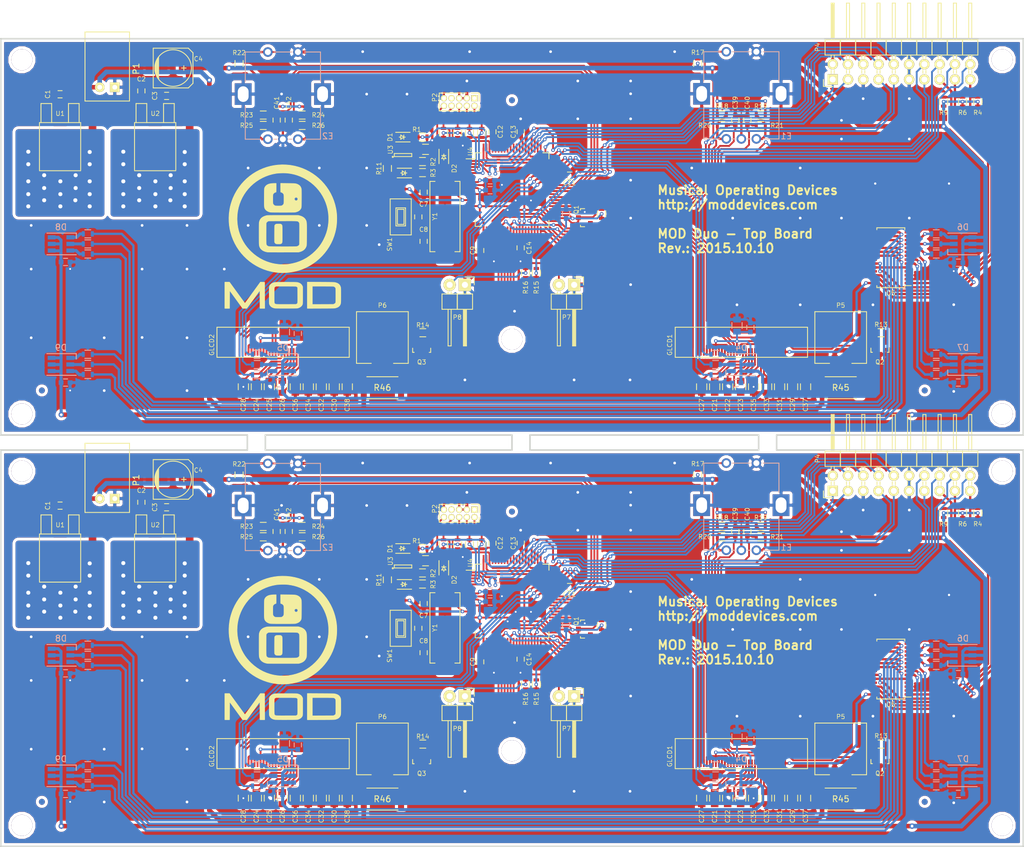
<source format=kicad_pcb>
(kicad_pcb (version 4) (host pcbnew no-vcs-found-product)
  (title_block (title "top board") (company MOD))
  (layers (0 F.Cu signal) (31 B.Cu signal) (34 B.Paste user) (35 F.Paste user) (36 B.SilkS user) (37 F.SilkS user) (38 B.Mask user) (39 F.Mask user) (44 Edge.Cuts user))
  (net 0 "")
  (net 1 GNDD)
  (net 2 +3V3)
  (net 3 "Net-(C5-Pad2)")
  (net 4 "Net-(C8-Pad1)")
  (net 5 "Net-(C21-Pad2)")
  (net 6 "Net-(C22-Pad1)")
  (net 7 "Net-(C23-Pad2)")
  (net 8 "Net-(C24-Pad2)")
  (net 9 "Net-(C26-Pad2)")
  (net 10 ENC1_B)
  (net 11 ENC2_B)
  (net 12 ENC1_A)
  (net 13 ENC2_A)
  (net 14 "Net-(D2-Pad1)")
  (net 15 "Net-(D3-Pad1)")
  (net 16 "Net-(D4-Pad1)")
  (net 17 "Net-(D4-Pad2)")
  (net 18 "Net-(D4-Pad3)")
  (net 19 "Net-(D5-Pad1)")
  (net 20 "Net-(D5-Pad2)")
  (net 21 "Net-(D5-Pad3)")
  (net 22 "Net-(D6-Pad1)")
  (net 23 "Net-(D6-Pad2)")
  (net 24 "Net-(D6-Pad3)")
  (net 25 "Net-(D7-Pad1)")
  (net 26 "Net-(D7-Pad2)")
  (net 27 "Net-(D7-Pad3)")
  (net 28 "Net-(D8-Pad1)")
  (net 29 "Net-(D8-Pad2)")
  (net 30 "Net-(D8-Pad3)")
  (net 31 GLCD1_CS)
  (net 32 GLCD_A0)
  (net 33 GLCD_SCL)
  (net 34 GLCD_SI)
  (net 35 GLCD2_CS)
  (net 36 "Net-(E1-Pad5)")
  (net 37 ENC1_SW)
  (net 38 "Net-(E1-Pad3)")
  (net 39 "Net-(E2-Pad5)")
  (net 40 ENC2_SW)
  (net 41 "Net-(E2-Pad3)")
  (net 42 SPI0_MISO_HMI)
  (net 43 SPI0_MOSI_HMI)
  (net 44 SPI0_CLK_HMI)
  (net 45 SPI0_CS0_HMI)
  (net 46 POWER_BUTTON)
  (net 47 PM_LEDS_OE)
  (net 48 PM_LEDS_SCL)
  (net 49 HMI_RESET)
  (net 50 PM_LEDS_SDA)
  (net 51 HMI_ISP_ENABLE)
  (net 52 "Net-(P5-Pad1)")
  (net 53 JTAG_TCK_SWDCLK)
  (net 54 JTAG_TDO_SWO)
  (net 55 JTAG_TDI)
  (net 56 JTAG_TMS_SDWIO)
  (net 57 FS1)
  (net 58 FS2)
  (net 59 GLCD1_BL)
  (net 60 GLCD2_BL)
  (net 61 FS1_LED_R)
  (net 62 FS1_LED_G)
  (net 63 FS1_LED_B)
  (net 64 FS2_LED_R)
  (net 65 FS2_LED_G)
  (net 66 "Net-(R33-Pad2)")
  (net 67 FS2_LED_B)
  (net 68 "Net-(R35-Pad2)")
  (net 69 "Net-(R36-Pad2)")
  (net 70 "Net-(R37-Pad2)")
  (net 71 "Net-(R38-Pad2)")
  (net 72 "Net-(R39-Pad2)")
  (net 73 "Net-(R40-Pad2)")
  (net 74 "Net-(R41-Pad2)")
  (net 75 "HMI_RFU_02(TX)")
  (net 76 "HMI_RFU_01(RX)")
  (net 77 CLI_UART_TX)
  (net 78 CLI_UART_RX)
  (net 79 HMI_UART_TX)
  (net 80 HMI_UART_RX)
  (net 81 "Net-(C2-Pad1)")
  (net 82 "Net-(C7-Pad1)")
  (net 83 "Net-(C21-Pad1)")
  (net 84 "Net-(C23-Pad1)")
  (net 85 "Net-(C24-Pad1)")
  (net 86 "Net-(C25-Pad1)")
  (net 87 "Net-(C26-Pad1)")
  (net 88 "Net-(C27-Pad2)")
  (net 89 "Net-(C28-Pad2)")
  (net 90 "Net-(C29-Pad2)")
  (net 91 "Net-(C30-Pad2)")
  (net 92 "Net-(C31-Pad2)")
  (net 93 "Net-(C32-Pad2)")
  (net 94 "Net-(C33-Pad2)")
  (net 95 "Net-(C34-Pad2)")
  (net 96 "Net-(C35-Pad2)")
  (net 97 "Net-(C36-Pad2)")
  (net 98 "Net-(C37-Pad2)")
  (net 99 "Net-(C38-Pad2)")
  (net 100 "Net-(D9-Pad1)")
  (net 101 "Net-(D9-Pad2)")
  (net 102 "Net-(D9-Pad3)")
  (net 103 GLCD1_RESET)
  (net 104 GLCD2_RESET)
  (net 105 "Net-(P6-Pad1)")
  (net 106 "Net-(Q1-Pad3)")
  (net 107 "Net-(R2-Pad2)")
  (net 108 "Net-(R34-Pad2)")
  (net 109 "Net-(R42-Pad2)")
  (net 110 "Net-(R43-Pad2)")
  (net 111 "Net-(R44-Pad2)")
  (net 112 "Net-(GLCD1-Pad4)")
  (net 113 "Net-(GLCD2-Pad4)")
  (net 114 "Net-(P2-Pad1)")
  (net 115 "Net-(P2-Pad7)")
  (net 116 "Net-(U4-Pad4)")
  (net 117 "Net-(U4-Pad11)")
  (net 118 "Net-(U4-Pad13)")
  (net 119 "Net-(U4-Pad15)")
  (net 120 "Net-(U4-Pad18)")
  (net 121 "Net-(U4-Pad29)")
  (net 122 "Net-(U4-Pad49)")
  (net 123 "Net-(U4-Pad68)")
  (net 124 "Net-(U4-Pad69)")
  (net 125 "Net-(U4-Pad70)")
  (net 126 "Net-(U4-Pad71)")
  (net 127 "Net-(U4-Pad72)")
  (net 128 "Net-(U4-Pad73)")
  (net 129 "Net-(U4-Pad74)")
  (net 130 "Net-(U4-Pad75)")
  (net 131 "Net-(U4-Pad76)")
  (net 132 "Net-(U5-Pad9)")
  (net 133 "Net-(U5-Pad13)")
  (net 134 "Net-(U5-Pad18)")
  (net 135 "Net-(U5-Pad22)")
  (net 136 JTAG_RESET)
  (net 137 "Net-(U4-Pad28)")
  (net 138 "Net-(U4-Pad32)")
  (net 139 "Net-(U4-Pad6)")
  (net 140 "Net-(U4-Pad7)")
  (net 141 "Net-(U4-Pad17)")
  (net 142 +12V)
  (net 143 "Net-(P5-Pad2)")
  (net 144 "Net-(P6-Pad2)")
  (net 145 "Net-(Q2-Pad1)")
  (net 146 "Net-(Q3-Pad1)")
  (module footprints:S2B-XH-A (layer F.Cu) (at 31.654234 89.215106 180)
    (fp_text reference P1 (at -3.556 3.0734 270) (layer F.SilkS))
    (fp_text value POWER_CONN hide)
    (pad 2 thru_hole oval (at 2.5 0 180) (size 1.6 1.6) (drill 0.8) (layers *.Cu *.Mask F.SilkS) (net 142 +12V))
    (pad 1 thru_hole rect (at 0 0 180) (size 1.6 1.6) (drill 0.8) (layers *.Cu *.Mask F.SilkS) (net 1 GNDD))
  )
  (module footprints:mod-logo (layer F.Cu) (at 59.594234 114.056306)
    (fp_text reference G*** hide)
    (fp_text value LOGO hide)
  )
  (module Resistors_SMD:R_2512 (layer F.Cu) (at 76.155034 139.202306 180)
    (fp_text reference R46 (at 0 0 180) (layer F.SilkS))
    (fp_text value 120R hide)
    (pad 1 smd rect (at -3.1 0 180) (size 1 3.2) (layers F.Cu F.Paste F.Mask) (net 144 "Net-(P6-Pad2)"))
    (pad 2 smd rect (at 3.1 0 180) (size 1 3.2) (layers F.Cu F.Paste F.Mask) (net 142 +12V))
  )
  (module Resistors_SMD:R_2512 (layer F.Cu) (at 152.355034 139.202306 180)
    (fp_text reference R45 (at 0 0 180) (layer F.SilkS))
    (fp_text value 120R hide)
    (pad 1 smd rect (at -3.1 0 180) (size 1 3.2) (layers F.Cu F.Paste F.Mask) (net 143 "Net-(P5-Pad2)"))
    (pad 2 smd rect (at 3.1 0 180) (size 1 3.2) (layers F.Cu F.Paste F.Mask) (net 142 +12V))
  )
  (module footprints:Hole_3.5mm (layer F.Cu) (at 179.200294 84.643106)
    (fp_text reference H5 hide)
    (fp_text value HOLE hide)
    (pad "" thru_hole circle (at 0 0) (size 3.5 3.5) (drill 3.5) (layers *.Cu))
  )
  (module footprints:Hole_3.5mm (layer F.Cu) (at 16.208494 84.643106)
    (fp_text reference H4 hide)
    (fp_text value HOLE hide)
    (pad "" thru_hole circle (at 0 0) (size 3.5 3.5) (drill 3.5) (layers *.Cu))
  )
  (module footprints:Hole_3.5mm (layer F.Cu) (at 179.200294 143.571106)
    (fp_text reference H3 hide)
    (fp_text value HOLE hide)
    (pad "" thru_hole circle (at 0 0) (size 3.5 3.5) (drill 3.5) (layers *.Cu))
  )
  (module footprints:Hole_3.5mm (layer F.Cu) (at 97.691694 131.150506)
    (fp_text reference H2 hide)
    (fp_text value HOLE hide)
    (pad "" thru_hole circle (at 0 0) (size 3.5 3.5) (drill 3.5) (layers *.Cu))
  )
  (module footprints:Hole_3.5mm (layer F.Cu) (at 16.208494 143.571106)
    (fp_text reference H1 hide)
    (fp_text value HOLE hide)
    (pad "" thru_hole circle (at 0 0) (size 3.5 3.5) (drill 3.5) (layers *.Cu))
  )
  (module footprints:fiducial_in-circuit (layer B.Cu) (at 166.322494 139.659506)
    (fp_text reference FID6 hide)
    (fp_text value FIDUCIAL hide)
    (pad "" smd circle (at 0 0) (size 1 1) (layers B.Cu B.Paste B.Mask))
  )
  (module footprints:fiducial_in-circuit (layer B.Cu) (at 97.691694 91.374106)
    (fp_text reference FID5 hide)
    (fp_text value FIDUCIAL hide)
    (pad "" smd circle (at 0 0) (size 1 1) (layers B.Cu B.Paste B.Mask))
  )
  (module footprints:fiducial_in-circuit (layer B.Cu) (at 19.535894 139.659506)
    (fp_text reference FID4 hide)
    (fp_text value FIDUCIAL hide)
    (pad "" smd circle (at 0 0) (size 1 1) (layers B.Cu B.Paste B.Mask))
  )
  (module footprints:fiducial_in-circuit (layer F.Cu) (at 166.322494 139.659506)
    (fp_text reference FID3 hide)
    (fp_text value FIDUCIAL hide)
    (pad "" smd circle (at 0 0) (size 1 1) (layers F.Cu F.Paste F.Mask))
  )
  (module footprints:fiducial_in-circuit (layer F.Cu) (at 97.691694 91.374106)
    (fp_text reference FID2 hide)
    (fp_text value FIDUCIAL hide)
    (pad "" smd circle (at 0 0) (size 1 1) (layers F.Cu F.Paste F.Mask))
  )
  (module footprints:fiducial_in-circuit (layer F.Cu) (at 19.535894 139.659506)
    (fp_text reference FID1 hide)
    (fp_text value FIDUCIAL hide)
    (pad "" smd circle (at 0 0) (size 1 1) (layers F.Cu F.Paste F.Mask))
  )
  (module Resistors_SMD:R_Array_Concave_4x0402 (layer B.Cu) (at 95.445094 102.088006 180)
    (fp_text reference RP1 hide)
    (fp_text value R_PACK4 hide)
    (pad 1 smd rect (at -0.5 0.75 180) (size 0.5 0.32) (layers B.Cu B.Paste B.Mask) (net 45 SPI0_CS0_HMI))
    (pad 3 smd rect (at -0.5 -0.25 180) (size 0.5 0.32) (layers B.Cu B.Paste B.Mask) (net 43 SPI0_MOSI_HMI))
    (pad 2 smd rect (at -0.5 0.25 180) (size 0.5 0.32) (layers B.Cu B.Paste B.Mask) (net 44 SPI0_CLK_HMI))
    (pad 4 smd rect (at -0.5 -0.75 180) (size 0.5 0.32) (layers B.Cu B.Paste B.Mask) (net 42 SPI0_MISO_HMI))
    (pad 7 smd rect (at 0.5 0.25 180) (size 0.5 0.32) (layers B.Cu B.Paste B.Mask) (net 53 JTAG_TCK_SWDCLK))
    (pad 8 smd rect (at 0.5 0.75 180) (size 0.5 0.32) (layers B.Cu B.Paste B.Mask) (net 56 JTAG_TMS_SDWIO))
    (pad 6 smd rect (at 0.5 -0.25 180) (size 0.5 0.32) (layers B.Cu B.Paste B.Mask) (net 55 JTAG_TDI))
    (pad 5 smd rect (at 0.5 -0.75 180) (size 0.5 0.32) (layers B.Cu B.Paste B.Mask) (net 54 JTAG_TDO_SWO))
  )
  (module footprints:ER-CON30HB-1 (layer F.Cu) (at 59.643094 132.080506 180)
    (fp_text reference GLCD2 (at 11.8624 0 270) (layer F.SilkS) (effects (font (size 0.75 0.75) (thickness 0.1))))
    (fp_text value ERC12864-2 hide)
    (pad "" smd rect (at 9.79 1.1625 180) (size 2 3) (layers F.Cu F.Paste F.Mask) (net 1 GNDD))
    (pad "" smd rect (at -9.79 1.1625 180) (size 2 3) (layers F.Cu F.Paste F.Mask) (net 1 GNDD))
    (pad 1 smd rect (at -7.25 -1.1625 180) (size 0.3 1.25) (layers F.Cu F.Paste F.Mask) (net 2 +3V3))
    (pad 2 smd rect (at -6.75 -1.1625 180) (size 0.3 1.25) (layers F.Cu F.Paste F.Mask) (net 1 GNDD))
    (pad 3 smd rect (at -6.25 -1.1625 180) (size 0.3 1.25) (layers F.Cu F.Paste F.Mask) (net 1 GNDD))
    (pad 4 smd rect (at -5.75 -1.1625 180) (size 0.3 1.25) (layers F.Cu F.Paste F.Mask) (net 113 "Net-(GLCD2-Pad4)"))
    (pad 5 smd rect (at -5.25 -1.1625 180) (size 0.3 1.25) (layers F.Cu F.Paste F.Mask) (net 99 "Net-(C38-Pad2)"))
    (pad 6 smd rect (at -4.75 -1.1625 180) (size 0.3 1.25) (layers F.Cu F.Paste F.Mask) (net 91 "Net-(C30-Pad2)"))
    (pad 7 smd rect (at -4.25 -1.1625 180) (size 0.3 1.25) (layers F.Cu F.Paste F.Mask) (net 93 "Net-(C32-Pad2)"))
    (pad 8 smd rect (at -3.75 -1.1625 180) (size 0.3 1.25) (layers F.Cu F.Paste F.Mask) (net 95 "Net-(C34-Pad2)"))
    (pad 9 smd rect (at -3.25 -1.1625 180) (size 0.3 1.25) (layers F.Cu F.Paste F.Mask) (net 97 "Net-(C36-Pad2)"))
    (pad 10 smd rect (at -2.75 -1.1625 180) (size 0.3 1.25) (layers F.Cu F.Paste F.Mask) (net 87 "Net-(C26-Pad1)"))
    (pad 11 smd rect (at -2.25 -1.1625 180) (size 0.3 1.25) (layers F.Cu F.Paste F.Mask) (net 9 "Net-(C26-Pad2)"))
    (pad 12 smd rect (at -1.75 -1.1625 180) (size 0.3 1.25) (layers F.Cu F.Paste F.Mask) (net 86 "Net-(C25-Pad1)"))
    (pad 13 smd rect (at -1.25 -1.1625 180) (size 0.3 1.25) (layers F.Cu F.Paste F.Mask) (net 8 "Net-(C24-Pad2)"))
    (pad 14 smd rect (at -0.75 -1.1625 180) (size 0.3 1.25) (layers F.Cu F.Paste F.Mask) (net 85 "Net-(C24-Pad1)"))
    (pad 15 smd rect (at -0.25 -1.1625 180) (size 0.3 1.25) (layers F.Cu F.Paste F.Mask) (net 89 "Net-(C28-Pad2)"))
    (pad 16 smd rect (at 0.25 -1.1625 180) (size 0.3 1.25) (layers F.Cu F.Paste F.Mask) (net 1 GNDD))
    (pad 17 smd rect (at 0.75 -1.1625 180) (size 0.3 1.25) (layers F.Cu F.Paste F.Mask) (net 2 +3V3))
    (pad 18 smd rect (at 1.25 -1.1625 180) (size 0.3 1.25) (layers F.Cu F.Paste F.Mask) (net 34 GLCD_SI))
    (pad 19 smd rect (at 1.75 -1.1625 180) (size 0.3 1.25) (layers F.Cu F.Paste F.Mask) (net 33 GLCD_SCL))
    (pad 20 smd rect (at 2.25 -1.1625 180) (size 0.3 1.25) (layers F.Cu F.Paste F.Mask) (net 2 +3V3))
    (pad 21 smd rect (at 2.75 -1.1625 180) (size 0.3 1.25) (layers F.Cu F.Paste F.Mask) (net 2 +3V3))
    (pad 22 smd rect (at 3.25 -1.1625 180) (size 0.3 1.25) (layers F.Cu F.Paste F.Mask) (net 2 +3V3))
    (pad 23 smd rect (at 3.75 -1.1625 180) (size 0.3 1.25) (layers F.Cu F.Paste F.Mask) (net 2 +3V3))
    (pad 24 smd rect (at 4.25 -1.1625 180) (size 0.3 1.25) (layers F.Cu F.Paste F.Mask) (net 2 +3V3))
    (pad 25 smd rect (at 4.75 -1.1625 180) (size 0.3 1.25) (layers F.Cu F.Paste F.Mask) (net 2 +3V3))
    (pad 26 smd rect (at 5.25 -1.1625 180) (size 0.3 1.25) (layers F.Cu F.Paste F.Mask) (net 2 +3V3))
    (pad 27 smd rect (at 5.75 -1.1625 180) (size 0.3 1.25) (layers F.Cu F.Paste F.Mask) (net 2 +3V3))
    (pad 28 smd rect (at 6.25 -1.1625 180) (size 0.3 1.25) (layers F.Cu F.Paste F.Mask) (net 32 GLCD_A0))
    (pad 29 smd rect (at 6.75 -1.1625 180) (size 0.3 1.25) (layers F.Cu F.Paste F.Mask) (net 104 GLCD2_RESET))
    (pad 30 smd rect (at 7.25 -1.1625 180) (size 0.3 1.25) (layers F.Cu F.Paste F.Mask) (net 35 GLCD2_CS))
  )
  (module footprints:ER-CON30HB-1 (layer F.Cu) (at 135.843094 132.080506 180)
    (fp_text reference GLCD1 (at 11.9132 0 270) (layer F.SilkS) (effects (font (size 0.75 0.75) (thickness 0.1))))
    (fp_text value ERC12864-2 hide)
    (pad "" smd rect (at 9.79 1.1625 180) (size 2 3) (layers F.Cu F.Paste F.Mask) (net 1 GNDD))
    (pad "" smd rect (at -9.79 1.1625 180) (size 2 3) (layers F.Cu F.Paste F.Mask) (net 1 GNDD))
    (pad 1 smd rect (at -7.25 -1.1625 180) (size 0.3 1.25) (layers F.Cu F.Paste F.Mask) (net 2 +3V3))
    (pad 2 smd rect (at -6.75 -1.1625 180) (size 0.3 1.25) (layers F.Cu F.Paste F.Mask) (net 1 GNDD))
    (pad 3 smd rect (at -6.25 -1.1625 180) (size 0.3 1.25) (layers F.Cu F.Paste F.Mask) (net 1 GNDD))
    (pad 4 smd rect (at -5.75 -1.1625 180) (size 0.3 1.25) (layers F.Cu F.Paste F.Mask) (net 112 "Net-(GLCD1-Pad4)"))
    (pad 5 smd rect (at -5.25 -1.1625 180) (size 0.3 1.25) (layers F.Cu F.Paste F.Mask) (net 98 "Net-(C37-Pad2)"))
    (pad 6 smd rect (at -4.75 -1.1625 180) (size 0.3 1.25) (layers F.Cu F.Paste F.Mask) (net 90 "Net-(C29-Pad2)"))
    (pad 7 smd rect (at -4.25 -1.1625 180) (size 0.3 1.25) (layers F.Cu F.Paste F.Mask) (net 92 "Net-(C31-Pad2)"))
    (pad 8 smd rect (at -3.75 -1.1625 180) (size 0.3 1.25) (layers F.Cu F.Paste F.Mask) (net 94 "Net-(C33-Pad2)"))
    (pad 9 smd rect (at -3.25 -1.1625 180) (size 0.3 1.25) (layers F.Cu F.Paste F.Mask) (net 96 "Net-(C35-Pad2)"))
    (pad 10 smd rect (at -2.75 -1.1625 180) (size 0.3 1.25) (layers F.Cu F.Paste F.Mask) (net 84 "Net-(C23-Pad1)"))
    (pad 11 smd rect (at -2.25 -1.1625 180) (size 0.3 1.25) (layers F.Cu F.Paste F.Mask) (net 7 "Net-(C23-Pad2)"))
    (pad 12 smd rect (at -1.75 -1.1625 180) (size 0.3 1.25) (layers F.Cu F.Paste F.Mask) (net 6 "Net-(C22-Pad1)"))
    (pad 13 smd rect (at -1.25 -1.1625 180) (size 0.3 1.25) (layers F.Cu F.Paste F.Mask) (net 5 "Net-(C21-Pad2)"))
    (pad 14 smd rect (at -0.75 -1.1625 180) (size 0.3 1.25) (layers F.Cu F.Paste F.Mask) (net 83 "Net-(C21-Pad1)"))
    (pad 15 smd rect (at -0.25 -1.1625 180) (size 0.3 1.25) (layers F.Cu F.Paste F.Mask) (net 88 "Net-(C27-Pad2)"))
    (pad 16 smd rect (at 0.25 -1.1625 180) (size 0.3 1.25) (layers F.Cu F.Paste F.Mask) (net 1 GNDD))
    (pad 17 smd rect (at 0.75 -1.1625 180) (size 0.3 1.25) (layers F.Cu F.Paste F.Mask) (net 2 +3V3))
    (pad 18 smd rect (at 1.25 -1.1625 180) (size 0.3 1.25) (layers F.Cu F.Paste F.Mask) (net 34 GLCD_SI))
    (pad 19 smd rect (at 1.75 -1.1625 180) (size 0.3 1.25) (layers F.Cu F.Paste F.Mask) (net 33 GLCD_SCL))
    (pad 20 smd rect (at 2.25 -1.1625 180) (size 0.3 1.25) (layers F.Cu F.Paste F.Mask) (net 2 +3V3))
    (pad 21 smd rect (at 2.75 -1.1625 180) (size 0.3 1.25) (layers F.Cu F.Paste F.Mask) (net 2 +3V3))
    (pad 22 smd rect (at 3.25 -1.1625 180) (size 0.3 1.25) (layers F.Cu F.Paste F.Mask) (net 2 +3V3))
    (pad 23 smd rect (at 3.75 -1.1625 180) (size 0.3 1.25) (layers F.Cu F.Paste F.Mask) (net 2 +3V3))
    (pad 24 smd rect (at 4.25 -1.1625 180) (size 0.3 1.25) (layers F.Cu F.Paste F.Mask) (net 2 +3V3))
    (pad 25 smd rect (at 4.75 -1.1625 180) (size 0.3 1.25) (layers F.Cu F.Paste F.Mask) (net 2 +3V3))
    (pad 26 smd rect (at 5.25 -1.1625 180) (size 0.3 1.25) (layers F.Cu F.Paste F.Mask) (net 2 +3V3))
    (pad 27 smd rect (at 5.75 -1.1625 180) (size 0.3 1.25) (layers F.Cu F.Paste F.Mask) (net 2 +3V3))
    (pad 28 smd rect (at 6.25 -1.1625 180) (size 0.3 1.25) (layers F.Cu F.Paste F.Mask) (net 32 GLCD_A0))
    (pad 29 smd rect (at 6.75 -1.1625 180) (size 0.3 1.25) (layers F.Cu F.Paste F.Mask) (net 103 GLCD1_RESET))
    (pad 30 smd rect (at 7.25 -1.1625 180) (size 0.3 1.25) (layers F.Cu F.Paste F.Mask) (net 31 GLCD1_CS))
  )
  (module Pin_Headers:Pin_Header_Angled_2x10 (layer F.Cu) (at 151.025094 87.927506 90)
    (fp_text reference P4 (at 5.3721 -2.5146 90) (layer F.SilkS) (effects (font (size 0.75 0.75) (thickness 0.1))))
    (fp_text value BOTTOM_CONN hide)
    (pad 1 thru_hole rect (at 0 0 90) (size 1.7272 1.7272) (drill 1.016) (layers *.Cu *.Mask F.SilkS) (net 76 "HMI_RFU_01(RX)"))
    (pad 2 thru_hole oval (at 2.54 0 90) (size 1.7272 1.7272) (drill 1.016) (layers *.Cu *.Mask F.SilkS) (net 1 GNDD))
    (pad 3 thru_hole oval (at 0 2.54 90) (size 1.7272 1.7272) (drill 1.016) (layers *.Cu *.Mask F.SilkS) (net 75 "HMI_RFU_02(TX)"))
    (pad 4 thru_hole oval (at 2.54 2.54 90) (size 1.7272 1.7272) (drill 1.016) (layers *.Cu *.Mask F.SilkS) (net 42 SPI0_MISO_HMI))
    (pad 5 thru_hole oval (at 0 5.08 90) (size 1.7272 1.7272) (drill 1.016) (layers *.Cu *.Mask F.SilkS) (net 1 GNDD))
    (pad 6 thru_hole oval (at 2.54 5.08 90) (size 1.7272 1.7272) (drill 1.016) (layers *.Cu *.Mask F.SilkS) (net 43 SPI0_MOSI_HMI))
    (pad 7 thru_hole oval (at 0 7.62 90) (size 1.7272 1.7272) (drill 1.016) (layers *.Cu *.Mask F.SilkS) (net 77 CLI_UART_TX))
    (pad 8 thru_hole oval (at 2.54 7.62 90) (size 1.7272 1.7272) (drill 1.016) (layers *.Cu *.Mask F.SilkS) (net 44 SPI0_CLK_HMI))
    (pad 9 thru_hole oval (at 0 10.16 90) (size 1.7272 1.7272) (drill 1.016) (layers *.Cu *.Mask F.SilkS) (net 78 CLI_UART_RX))
    (pad 10 thru_hole oval (at 2.54 10.16 90) (size 1.7272 1.7272) (drill 1.016) (layers *.Cu *.Mask F.SilkS) (net 45 SPI0_CS0_HMI))
    (pad 11 thru_hole oval (at 0 12.7 90) (size 1.7272 1.7272) (drill 1.016) (layers *.Cu *.Mask F.SilkS) (net 1 GNDD))
    (pad 12 thru_hole oval (at 2.54 12.7 90) (size 1.7272 1.7272) (drill 1.016) (layers *.Cu *.Mask F.SilkS) (net 1 GNDD))
    (pad 13 thru_hole oval (at 0 15.24 90) (size 1.7272 1.7272) (drill 1.016) (layers *.Cu *.Mask F.SilkS) (net 46 POWER_BUTTON))
    (pad 14 thru_hole oval (at 2.54 15.24 90) (size 1.7272 1.7272) (drill 1.016) (layers *.Cu *.Mask F.SilkS) (net 51 HMI_ISP_ENABLE))
    (pad 15 thru_hole oval (at 0 17.78 90) (size 1.7272 1.7272) (drill 1.016) (layers *.Cu *.Mask F.SilkS) (net 47 PM_LEDS_OE))
    (pad 16 thru_hole oval (at 2.54 17.78 90) (size 1.7272 1.7272) (drill 1.016) (layers *.Cu *.Mask F.SilkS) (net 49 HMI_RESET))
    (pad 17 thru_hole oval (at 0 20.32 90) (size 1.7272 1.7272) (drill 1.016) (layers *.Cu *.Mask F.SilkS) (net 48 PM_LEDS_SCL))
    (pad 18 thru_hole oval (at 2.54 20.32 90) (size 1.7272 1.7272) (drill 1.016) (layers *.Cu *.Mask F.SilkS) (net 79 HMI_UART_TX))
    (pad 19 thru_hole oval (at 0 22.86 90) (size 1.7272 1.7272) (drill 1.016) (layers *.Cu *.Mask F.SilkS) (net 50 PM_LEDS_SDA))
    (pad 20 thru_hole oval (at 2.54 22.86 90) (size 1.7272 1.7272) (drill 1.016) (layers *.Cu *.Mask F.SilkS) (net 80 HMI_UART_RX))
  )
  (module Housings_SOT-23_SOT-143_TSOT-6:SOT-23-5 (layer F.Cu) (at 79.582094 100.500506 90)
    (fp_text reference U3 (at 0.889 -2.0955 90) (layer F.SilkS) (effects (font (size 0.75 0.75) (thickness 0.1))))
    (fp_text value MCP6001 hide)
    (pad 1 smd rect (at -1.1 -0.95 90) (size 1.06 0.65) (layers F.Cu F.Paste F.Mask) (net 15 "Net-(D3-Pad1)"))
    (pad 2 smd rect (at -1.1 0 90) (size 1.06 0.65) (layers F.Cu F.Paste F.Mask) (net 1 GNDD))
    (pad 3 smd rect (at -1.1 0.95 90) (size 1.06 0.65) (layers F.Cu F.Paste F.Mask) (net 107 "Net-(R2-Pad2)"))
    (pad 4 smd rect (at 1.1 0.95 90) (size 1.06 0.65) (layers F.Cu F.Paste F.Mask) (net 3 "Net-(C5-Pad2)"))
    (pad 5 smd rect (at 1.1 -0.95 90) (size 1.06 0.65) (layers F.Cu F.Paste F.Mask) (net 2 +3V3))
  )
  (module SMD_Packages:DPAK-2 (layer F.Cu) (at 22.559094 93.579006 180)
    (fp_text reference U1 (at -0.0134 -0.0127 180) (layer F.SilkS) (effects (font (size 0.75 0.75) (thickness 0.1))))
    (fp_text value NCP1117DT50G hide)
    (pad 1 smd rect (at -2.286 0 180) (size 1.651 3.048) (layers F.Cu F.Paste F.Mask) (net 1 GNDD))
    (pad 2 smd rect (at 0 -6.35 180) (size 6.096 6.096) (layers F.Cu F.Paste F.Mask) (net 81 "Net-(C2-Pad1)"))
    (pad 3 smd rect (at 2.286 0 180) (size 1.651 3.048) (layers F.Cu F.Paste F.Mask) (net 142 +12V))
  )
  (module Resistors_SMD:R_0603 (layer F.Cu) (at 76.978594 102.723006 270)
    (fp_text reference R11 (at 0 1.397 270) (layer F.SilkS) (effects (font (size 0.75 0.75) (thickness 0.1))))
    (fp_text value 10K hide)
    (pad 1 smd rect (at -0.75 0 270) (size 0.5 0.9) (layers F.Cu F.Paste F.Mask) (net 2 +3V3))
    (pad 2 smd rect (at 0.75 0 270) (size 0.5 0.9) (layers F.Cu F.Paste F.Mask) (net 136 JTAG_RESET))
  )
  (module Resistors_SMD:R_0603 (layer F.Cu) (at 169.472694 91.610506 90)
    (fp_text reference R9 (at -1.8288 0 180) (layer F.SilkS) (effects (font (size 0.75 0.75) (thickness 0.1))))
    (fp_text value 100K hide)
    (pad 1 smd rect (at -0.75 0 90) (size 0.5 0.9) (layers F.Cu F.Paste F.Mask) (net 2 +3V3))
    (pad 2 smd rect (at 0.75 0 90) (size 0.5 0.9) (layers F.Cu F.Paste F.Mask) (net 47 PM_LEDS_OE))
  )
  (module Resistors_SMD:R_0603 (layer F.Cu) (at 172.622294 91.610506 90)
    (fp_text reference R6 (at -1.8288 0 180) (layer F.SilkS) (effects (font (size 0.75 0.75) (thickness 0.1))))
    (fp_text value 100K hide)
    (pad 1 smd rect (at -0.75 0 90) (size 0.5 0.9) (layers F.Cu F.Paste F.Mask) (net 2 +3V3))
    (pad 2 smd rect (at 0.75 0 90) (size 0.5 0.9) (layers F.Cu F.Paste F.Mask) (net 48 PM_LEDS_SCL))
  )
  (module Resistors_SMD:R_0603 (layer F.Cu) (at 175.149594 91.610506 90)
    (fp_text reference R4 (at -1.8288 0 180) (layer F.SilkS) (effects (font (size 0.75 0.75) (thickness 0.1))))
    (fp_text value 100K hide)
    (pad 1 smd rect (at -0.75 0 90) (size 0.5 0.9) (layers F.Cu F.Paste F.Mask) (net 2 +3V3))
    (pad 2 smd rect (at 0.75 0 90) (size 0.5 0.9) (layers F.Cu F.Paste F.Mask) (net 50 PM_LEDS_SDA))
  )
  (module Resistors_SMD:R_0603 (layer F.Cu) (at 82.820594 103.421506)
    (fp_text reference R3 (at 1.778 0.0635 90) (layer F.SilkS) (effects (font (size 0.75 0.75) (thickness 0.1))))
    (fp_text value 10K hide)
    (pad 1 smd rect (at -0.75 0) (size 0.5 0.9) (layers F.Cu F.Paste F.Mask) (net 107 "Net-(R2-Pad2)"))
    (pad 2 smd rect (at 0.75 0) (size 0.5 0.9) (layers F.Cu F.Paste F.Mask) (net 1 GNDD))
  )
  (module Resistors_SMD:R_0603 (layer F.Cu) (at 82.820594 101.580006 180)
    (fp_text reference R2 (at -1.778 -0.0635 270) (layer F.SilkS) (effects (font (size 0.75 0.75) (thickness 0.1))))
    (fp_text value 10K hide)
    (pad 1 smd rect (at -0.75 0 180) (size 0.5 0.9) (layers F.Cu F.Paste F.Mask) (net 2 +3V3))
    (pad 2 smd rect (at 0.75 0 180) (size 0.5 0.9) (layers F.Cu F.Paste F.Mask) (net 107 "Net-(R2-Pad2)"))
  )
  (module Resistors_SMD:R_0603 (layer F.Cu) (at 82.820594 97.516006 180)
    (fp_text reference R1 (at 0.9525 1.27 180) (layer F.SilkS) (effects (font (size 0.75 0.75) (thickness 0.1))))
    (fp_text value 160K hide)
    (pad 1 smd rect (at -0.75 0 180) (size 0.5 0.9) (layers F.Cu F.Paste F.Mask) (net 3 "Net-(C5-Pad2)"))
    (pad 2 smd rect (at 0.75 0 180) (size 0.5 0.9) (layers F.Cu F.Paste F.Mask) (net 49 HMI_RESET))
  )
  (module Housings_SOT-23_SOT-143_TSOT-6:SOT-23 (layer F.Cu) (at 109.732594 110.914506 90)
    (fp_text reference Q1 (at 1.3335 -1.3335 270) (layer F.SilkS) (effects (font (size 0.75 0.75) (thickness 0.1))))
    (fp_text value 2N7002 hide)
    (pad 1 smd rect (at -0.95 1.00076 90) (size 0.8001 0.8001) (layers F.Cu F.Paste F.Mask) (net 51 HMI_ISP_ENABLE))
    (pad 2 smd rect (at 0.95 1.00076 90) (size 0.8001 0.8001) (layers F.Cu F.Paste F.Mask) (net 1 GNDD))
    (pad 3 smd rect (at 0 -0.99822 90) (size 0.8001 0.8001) (layers F.Cu F.Paste F.Mask) (net 106 "Net-(Q1-Pad3)"))
  )
  (module Diodes_SMD:SOD-323 (layer F.Cu) (at 79.709094 103.485006 180)
    (fp_text reference D3 hide)
    (fp_text value 1N4148 hide)
    (pad 1 smd rect (at -1.055 0 180) (size 0.59 0.45) (layers F.Cu F.Paste F.Mask) (net 15 "Net-(D3-Pad1)"))
    (pad 2 smd rect (at 1.055 0 180) (size 0.59 0.45) (layers F.Cu F.Paste F.Mask) (net 136 JTAG_RESET))
  )
  (module Diodes_SMD:SOD-323 (layer F.Cu) (at 86.363894 100.830706 270)
    (fp_text reference D2 (at 1.905 -1.7392 450) (layer F.SilkS) (effects (font (size 0.75 0.75) (thickness 0.1))))
    (fp_text value 1N4148 hide)
    (pad 1 smd rect (at -1.055 0 270) (size 0.59 0.45) (layers F.Cu F.Paste F.Mask) (net 14 "Net-(D2-Pad1)"))
    (pad 2 smd rect (at 1.055 0 270) (size 0.59 0.45) (layers F.Cu F.Paste F.Mask) (net 136 JTAG_RESET))
  )
  (module Diodes_SMD:SOD-323 (layer F.Cu) (at 79.455094 97.516006 180)
    (fp_text reference D1 (at 2.032 0 270) (layer F.SilkS) (effects (font (size 0.75 0.75) (thickness 0.1))))
    (fp_text value 1N4148 hide)
    (pad 1 smd rect (at -1.055 0 180) (size 0.59 0.45) (layers F.Cu F.Paste F.Mask) (net 49 HMI_RESET))
    (pad 2 smd rect (at 1.055 0 180) (size 0.59 0.45) (layers F.Cu F.Paste F.Mask) (net 3 "Net-(C5-Pad2)"))
  )
  (module Capacitors_SMD:C_0603 (layer F.Cu) (at 82.122094 110.787506 270)
    (fp_text reference C6 hide)
    (fp_text value 100nF hide)
    (pad 1 smd rect (at -0.75 0 270) (size 0.8 0.75) (layers F.Cu F.Paste F.Mask) (net 136 JTAG_RESET))
    (pad 2 smd rect (at 0.75 0 270) (size 0.8 0.75) (layers F.Cu F.Paste F.Mask) (net 1 GNDD))
  )
  (module Capacitors_SMD:C_0805 (layer F.Cu) (at 83.328594 99.548006 180)
    (fp_text reference C5 hide)
    (fp_text value 10uF hide)
    (pad 1 smd rect (at -1 0 180) (size 1 1.25) (layers F.Cu F.Paste F.Mask) (net 1 GNDD))
    (pad 2 smd rect (at 1 0 180) (size 1 1.25) (layers F.Cu F.Paste F.Mask) (net 3 "Net-(C5-Pad2)"))
  )
  (module Capacitors_SMD:C_0603 (layer F.Cu) (at 36.073834 89.824706 90)
    (fp_text reference C2 (at 1.9685 0 180) (layer F.SilkS) (effects (font (size 0.75 0.75) (thickness 0.1))))
    (fp_text value 100nF hide)
    (pad 1 smd rect (at -0.75 0 90) (size 0.8 0.75) (layers F.Cu F.Paste F.Mask) (net 81 "Net-(C2-Pad1)"))
    (pad 2 smd rect (at 0.75 0 90) (size 0.8 0.75) (layers F.Cu F.Paste F.Mask) (net 1 GNDD))
  )
  (module Pin_Headers:Pin_Header_Angled_1x02 (layer F.Cu) (at 89.874594 122.090506 270)
    (fp_text reference P8 (at 5.3975 1.2755 540) (layer F.SilkS) (effects (font (size 0.75 0.75) (thickness 0.1))))
    (fp_text value FOOTSWITCH hide)
    (pad 1 thru_hole rect (at 0 0 270) (size 2.032 2.032) (drill 1.016) (layers *.Cu *.Mask F.SilkS) (net 1 GNDD))
    (pad 2 thru_hole oval (at 0 2.54 270) (size 2.032 2.032) (drill 1.016) (layers *.Cu *.Mask F.SilkS) (net 58 FS2))
  )
  (module Pin_Headers:Pin_Header_Angled_1x02 (layer F.Cu) (at 108.035594 122.090506 270)
    (fp_text reference P7 (at 5.3975 1.2755 540) (layer F.SilkS) (effects (font (size 0.75 0.75) (thickness 0.1))))
    (fp_text value FOOTSWITCH hide)
    (pad 1 thru_hole rect (at 0 0 270) (size 2.032 2.032) (drill 1.016) (layers *.Cu *.Mask F.SilkS) (net 1 GNDD))
    (pad 2 thru_hole oval (at 0 2.54 270) (size 2.032 2.032) (drill 1.016) (layers *.Cu *.Mask F.SilkS) (net 57 FS1))
  )
  (module Crystals:Crystal_HC49-SD_SMD (layer F.Cu) (at 86.554394 110.724006 270)
    (fp_text reference Y1 (at -0.0127 1.6891 270) (layer F.SilkS) (effects (font (size 0.75 0.75) (thickness 0.1))))
    (fp_text value 10MHz hide)
    (pad 1 smd rect (at -4.84886 0 270) (size 5.6007 2.10058) (layers F.Cu F.Paste F.Mask) (net 82 "Net-(C7-Pad1)"))
    (pad 2 smd rect (at 4.84886 0 270) (size 5.6007 2.10058) (layers F.Cu F.Paste F.Mask) (net 4 "Net-(C8-Pad1)"))
  )
  (module Housings_SSOP:TSSOP-28_4.4x9.7mm_Pitch0.65mm (layer F.Cu) (at 160.684294 117.569306 180)
    (fp_text reference U5 (at 0 -5.9 180) (layer F.SilkS) (effects (font (size 0.75 0.75) (thickness 0.1))))
    (fp_text value PCA9685 hide)
    (pad 1 smd rect (at -2.85 -4.225 180) (size 1.1 0.4) (layers F.Cu F.Paste F.Mask) (net 2 +3V3))
    (pad 2 smd rect (at -2.85 -3.575 180) (size 1.1 0.4) (layers F.Cu F.Paste F.Mask) (net 1 GNDD))
    (pad 3 smd rect (at -2.85 -2.925 180) (size 1.1 0.4) (layers F.Cu F.Paste F.Mask) (net 1 GNDD))
    (pad 4 smd rect (at -2.85 -2.275 180) (size 1.1 0.4) (layers F.Cu F.Paste F.Mask) (net 1 GNDD))
    (pad 5 smd rect (at -2.85 -1.625 180) (size 1.1 0.4) (layers F.Cu F.Paste F.Mask) (net 1 GNDD))
    (pad 6 smd rect (at -2.85 -0.975 180) (size 1.1 0.4) (layers F.Cu F.Paste F.Mask) (net 69 "Net-(R36-Pad2)"))
    (pad 7 smd rect (at -2.85 -0.325 180) (size 1.1 0.4) (layers F.Cu F.Paste F.Mask) (net 70 "Net-(R37-Pad2)"))
    (pad 8 smd rect (at -2.85 0.325 180) (size 1.1 0.4) (layers F.Cu F.Paste F.Mask) (net 71 "Net-(R38-Pad2)"))
    (pad 9 smd rect (at -2.85 0.975 180) (size 1.1 0.4) (layers F.Cu F.Paste F.Mask) (net 132 "Net-(U5-Pad9)"))
    (pad 10 smd rect (at -2.85 1.625 180) (size 1.1 0.4) (layers F.Cu F.Paste F.Mask) (net 66 "Net-(R33-Pad2)"))
    (pad 11 smd rect (at -2.85 2.275 180) (size 1.1 0.4) (layers F.Cu F.Paste F.Mask) (net 108 "Net-(R34-Pad2)"))
    (pad 12 smd rect (at -2.85 2.925 180) (size 1.1 0.4) (layers F.Cu F.Paste F.Mask) (net 68 "Net-(R35-Pad2)"))
    (pad 13 smd rect (at -2.85 3.575 180) (size 1.1 0.4) (layers F.Cu F.Paste F.Mask) (net 133 "Net-(U5-Pad13)"))
    (pad 14 smd rect (at -2.85 4.225 180) (size 1.1 0.4) (layers F.Cu F.Paste F.Mask) (net 1 GNDD))
    (pad 15 smd rect (at 2.85 4.225 180) (size 1.1 0.4) (layers F.Cu F.Paste F.Mask) (net 72 "Net-(R39-Pad2)"))
    (pad 16 smd rect (at 2.85 3.575 180) (size 1.1 0.4) (layers F.Cu F.Paste F.Mask) (net 73 "Net-(R40-Pad2)"))
    (pad 17 smd rect (at 2.85 2.925 180) (size 1.1 0.4) (layers F.Cu F.Paste F.Mask) (net 74 "Net-(R41-Pad2)"))
    (pad 18 smd rect (at 2.85 2.275 180) (size 1.1 0.4) (layers F.Cu F.Paste F.Mask) (net 134 "Net-(U5-Pad18)"))
    (pad 19 smd rect (at 2.85 1.625 180) (size 1.1 0.4) (layers F.Cu F.Paste F.Mask) (net 109 "Net-(R42-Pad2)"))
    (pad 20 smd rect (at 2.85 0.975 180) (size 1.1 0.4) (layers F.Cu F.Paste F.Mask) (net 110 "Net-(R43-Pad2)"))
    (pad 21 smd rect (at 2.85 0.325 180) (size 1.1 0.4) (layers F.Cu F.Paste F.Mask) (net 111 "Net-(R44-Pad2)"))
    (pad 22 smd rect (at 2.85 -0.325 180) (size 1.1 0.4) (layers F.Cu F.Paste F.Mask) (net 135 "Net-(U5-Pad22)"))
    (pad 23 smd rect (at 2.85 -0.975 180) (size 1.1 0.4) (layers F.Cu F.Paste F.Mask) (net 47 PM_LEDS_OE))
    (pad 24 smd rect (at 2.85 -1.625 180) (size 1.1 0.4) (layers F.Cu F.Paste F.Mask) (net 1 GNDD))
    (pad 25 smd rect (at 2.85 -2.275 180) (size 1.1 0.4) (layers F.Cu F.Paste F.Mask) (net 1 GNDD))
    (pad 26 smd rect (at 2.85 -2.925 180) (size 1.1 0.4) (layers F.Cu F.Paste F.Mask) (net 48 PM_LEDS_SCL))
    (pad 27 smd rect (at 2.85 -3.575 180) (size 1.1 0.4) (layers F.Cu F.Paste F.Mask) (net 50 PM_LEDS_SDA))
    (pad 28 smd rect (at 2.85 -4.225 180) (size 1.1 0.4) (layers F.Cu F.Paste F.Mask) (net 2 +3V3))
  )
  (module Housings_QFP:LQFP-80_12x12mm_Pitch0.5mm (layer F.Cu) (at 97.717694 106.240906)
    (fp_text reference U4 (at -6.9342 -6.35 90) (layer F.SilkS) (effects (font (size 0.75 0.75) (thickness 0.1))))
    (fp_text value LPC1759FBD80 hide)
    (pad 1 smd rect (at -6.9 -4.75) (size 1.5 0.28) (layers F.Cu F.Paste F.Mask) (net 54 JTAG_TDO_SWO))
    (pad 2 smd rect (at -6.9 -4.25) (size 1.5 0.28) (layers F.Cu F.Paste F.Mask) (net 55 JTAG_TDI))
    (pad 3 smd rect (at -6.9 -3.75) (size 1.5 0.28) (layers F.Cu F.Paste F.Mask) (net 56 JTAG_TMS_SDWIO))
    (pad 4 smd rect (at -6.9 -3.25) (size 1.5 0.28) (layers F.Cu F.Paste F.Mask) (net 116 "Net-(U4-Pad4)"))
    (pad 5 smd rect (at -6.9 -2.75) (size 1.5 0.28) (layers F.Cu F.Paste F.Mask) (net 53 JTAG_TCK_SWDCLK))
    (pad 6 smd rect (at -6.9 -2.25) (size 1.5 0.28) (layers F.Cu F.Paste F.Mask) (net 139 "Net-(U4-Pad6)"))
    (pad 7 smd rect (at -6.9 -1.75) (size 1.5 0.28) (layers F.Cu F.Paste F.Mask) (net 140 "Net-(U4-Pad7)"))
    (pad 8 smd rect (at -6.9 -1.25) (size 1.5 0.28) (layers F.Cu F.Paste F.Mask) (net 2 +3V3))
    (pad 9 smd rect (at -6.9 -0.75) (size 1.5 0.28) (layers F.Cu F.Paste F.Mask) (net 1 GNDD))
    (pad 10 smd rect (at -6.9 -0.25) (size 1.5 0.28) (layers F.Cu F.Paste F.Mask) (net 2 +3V3))
    (pad 11 smd rect (at -6.9 0.25) (size 1.5 0.28) (layers F.Cu F.Paste F.Mask) (net 117 "Net-(U4-Pad11)"))
    (pad 12 smd rect (at -6.9 0.75) (size 1.5 0.28) (layers F.Cu F.Paste F.Mask) (net 1 GNDD))
    (pad 13 smd rect (at -6.9 1.25) (size 1.5 0.28) (layers F.Cu F.Paste F.Mask) (net 118 "Net-(U4-Pad13)"))
    (pad 14 smd rect (at -6.9 1.75) (size 1.5 0.28) (layers F.Cu F.Paste F.Mask) (net 136 JTAG_RESET))
    (pad 15 smd rect (at -6.9 2.25) (size 1.5 0.28) (layers F.Cu F.Paste F.Mask) (net 119 "Net-(U4-Pad15)"))
    (pad 16 smd rect (at -6.9 2.75) (size 1.5 0.28) (layers F.Cu F.Paste F.Mask) (net 2 +3V3))
    (pad 17 smd rect (at -6.9 3.25) (size 1.5 0.28) (layers F.Cu F.Paste F.Mask) (net 141 "Net-(U4-Pad17)"))
    (pad 18 smd rect (at -6.9 3.75) (size 1.5 0.28) (layers F.Cu F.Paste F.Mask) (net 120 "Net-(U4-Pad18)"))
    (pad 19 smd rect (at -6.9 4.25) (size 1.5 0.28) (layers F.Cu F.Paste F.Mask) (net 82 "Net-(C7-Pad1)"))
    (pad 20 smd rect (at -6.9 4.75) (size 1.5 0.28) (layers F.Cu F.Paste F.Mask) (net 4 "Net-(C8-Pad1)"))
    (pad 21 smd rect (at -4.75 6.9 90) (size 1.5 0.28) (layers F.Cu F.Paste F.Mask) (net 2 +3V3))
    (pad 22 smd rect (at -4.25 6.9 90) (size 1.5 0.28) (layers F.Cu F.Paste F.Mask) (net 35 GLCD2_CS))
    (pad 23 smd rect (at -3.75 6.9 90) (size 1.5 0.28) (layers F.Cu F.Paste F.Mask) (net 104 GLCD2_RESET))
    (pad 24 smd rect (at -3.25 6.9 90) (size 1.5 0.28) (layers F.Cu F.Paste F.Mask) (net 1 GNDD))
    (pad 25 smd rect (at -2.75 6.9 90) (size 1.5 0.28) (layers F.Cu F.Paste F.Mask) (net 59 GLCD1_BL))
    (pad 26 smd rect (at -2.25 6.9 90) (size 1.5 0.28) (layers F.Cu F.Paste F.Mask) (net 32 GLCD_A0))
    (pad 27 smd rect (at -1.75 6.9 90) (size 1.5 0.28) (layers F.Cu F.Paste F.Mask) (net 33 GLCD_SCL))
    (pad 28 smd rect (at -1.25 6.9 90) (size 1.5 0.28) (layers F.Cu F.Paste F.Mask) (net 137 "Net-(U4-Pad28)"))
    (pad 29 smd rect (at -0.75 6.9 90) (size 1.5 0.28) (layers F.Cu F.Paste F.Mask) (net 121 "Net-(U4-Pad29)"))
    (pad 30 smd rect (at -0.25 6.9 90) (size 1.5 0.28) (layers F.Cu F.Paste F.Mask) (net 34 GLCD_SI))
    (pad 31 smd rect (at 0.25 6.9 90) (size 1.5 0.28) (layers F.Cu F.Paste F.Mask) (net 60 GLCD2_BL))
    (pad 32 smd rect (at 0.75 6.9 90) (size 1.5 0.28) (layers F.Cu F.Paste F.Mask) (net 138 "Net-(U4-Pad32)"))
    (pad 33 smd rect (at 1.25 6.9 90) (size 1.5 0.28) (layers F.Cu F.Paste F.Mask) (net 1 GNDD))
    (pad 34 smd rect (at 1.75 6.9 90) (size 1.5 0.28) (layers F.Cu F.Paste F.Mask) (net 2 +3V3))
    (pad 35 smd rect (at 2.25 6.9 90) (size 1.5 0.28) (layers F.Cu F.Paste F.Mask) (net 58 FS2))
    (pad 36 smd rect (at 2.75 6.9 90) (size 1.5 0.28) (layers F.Cu F.Paste F.Mask) (net 57 FS1))
    (pad 37 smd rect (at 3.25 6.9 90) (size 1.5 0.28) (layers F.Cu F.Paste F.Mask) (net 76 "HMI_RFU_01(RX)"))
    (pad 38 smd rect (at 3.75 6.9 90) (size 1.5 0.28) (layers F.Cu F.Paste F.Mask) (net 75 "HMI_RFU_02(TX)"))
    (pad 39 smd rect (at 4.25 6.9 90) (size 1.5 0.28) (layers F.Cu F.Paste F.Mask) (net 103 GLCD1_RESET))
    (pad 40 smd rect (at 4.75 6.9 90) (size 1.5 0.28) (layers F.Cu F.Paste F.Mask) (net 31 GLCD1_CS))
    (pad 41 smd rect (at 6.9 4.75) (size 1.5 0.28) (layers F.Cu F.Paste F.Mask) (net 106 "Net-(Q1-Pad3)"))
    (pad 42 smd rect (at 6.9 4.25) (size 1.5 0.28) (layers F.Cu F.Paste F.Mask) (net 2 +3V3))
    (pad 43 smd rect (at 6.9 3.75) (size 1.5 0.28) (layers F.Cu F.Paste F.Mask) (net 1 GNDD))
    (pad 44 smd rect (at 6.9 3.25) (size 1.5 0.28) (layers F.Cu F.Paste F.Mask) (net 12 ENC1_A))
    (pad 45 smd rect (at 6.9 2.75) (size 1.5 0.28) (layers F.Cu F.Paste F.Mask) (net 10 ENC1_B))
    (pad 46 smd rect (at 6.9 2.25) (size 1.5 0.28) (layers F.Cu F.Paste F.Mask) (net 37 ENC1_SW))
    (pad 47 smd rect (at 6.9 1.75) (size 1.5 0.28) (layers F.Cu F.Paste F.Mask) (net 78 CLI_UART_RX))
    (pad 48 smd rect (at 6.9 1.25) (size 1.5 0.28) (layers F.Cu F.Paste F.Mask) (net 77 CLI_UART_TX))
    (pad 49 smd rect (at 6.9 0.75) (size 1.5 0.28) (layers F.Cu F.Paste F.Mask) (net 122 "Net-(U4-Pad49)"))
    (pad 50 smd rect (at 6.9 0.25) (size 1.5 0.28) (layers F.Cu F.Paste F.Mask) (net 40 ENC2_SW))
    (pad 51 smd rect (at 6.9 -0.25) (size 1.5 0.28) (layers F.Cu F.Paste F.Mask) (net 11 ENC2_B))
    (pad 52 smd rect (at 6.9 -0.75) (size 1.5 0.28) (layers F.Cu F.Paste F.Mask) (net 13 ENC2_A))
    (pad 53 smd rect (at 6.9 -1.25) (size 1.5 0.28) (layers F.Cu F.Paste F.Mask) (net 65 FS2_LED_G))
    (pad 54 smd rect (at 6.9 -1.75) (size 1.5 0.28) (layers F.Cu F.Paste F.Mask) (net 64 FS2_LED_R))
    (pad 55 smd rect (at 6.9 -2.25) (size 1.5 0.28) (layers F.Cu F.Paste F.Mask) (net 67 FS2_LED_B))
    (pad 56 smd rect (at 6.9 -2.75) (size 1.5 0.28) (layers F.Cu F.Paste F.Mask) (net 2 +3V3))
    (pad 57 smd rect (at 6.9 -3.25) (size 1.5 0.28) (layers F.Cu F.Paste F.Mask) (net 1 GNDD))
    (pad 58 smd rect (at 6.9 -3.75) (size 1.5 0.28) (layers F.Cu F.Paste F.Mask) (net 62 FS1_LED_G))
    (pad 59 smd rect (at 6.9 -4.25) (size 1.5 0.28) (layers F.Cu F.Paste F.Mask) (net 61 FS1_LED_R))
    (pad 60 smd rect (at 6.9 -4.75) (size 1.5 0.28) (layers F.Cu F.Paste F.Mask) (net 63 FS1_LED_B))
    (pad 61 smd rect (at 4.75 -6.9 90) (size 1.5 0.28) (layers F.Cu F.Paste F.Mask) (net 42 SPI0_MISO_HMI))
    (pad 62 smd rect (at 4.25 -6.9 90) (size 1.5 0.28) (layers F.Cu F.Paste F.Mask) (net 43 SPI0_MOSI_HMI))
    (pad 63 smd rect (at 3.75 -6.9 90) (size 1.5 0.28) (layers F.Cu F.Paste F.Mask) (net 44 SPI0_CLK_HMI))
    (pad 64 smd rect (at 3.25 -6.9 90) (size 1.5 0.28) (layers F.Cu F.Paste F.Mask) (net 45 SPI0_CS0_HMI))
    (pad 65 smd rect (at 2.75 -6.9 90) (size 1.5 0.28) (layers F.Cu F.Paste F.Mask) (net 46 POWER_BUTTON))
    (pad 66 smd rect (at 2.25 -6.9 90) (size 1.5 0.28) (layers F.Cu F.Paste F.Mask) (net 1 GNDD))
    (pad 67 smd rect (at 1.75 -6.9 90) (size 1.5 0.28) (layers F.Cu F.Paste F.Mask) (net 2 +3V3))
    (pad 68 smd rect (at 1.25 -6.9 90) (size 1.5 0.28) (layers F.Cu F.Paste F.Mask) (net 123 "Net-(U4-Pad68)"))
    (pad 69 smd rect (at 0.75 -6.9 90) (size 1.5 0.28) (layers F.Cu F.Paste F.Mask) (net 124 "Net-(U4-Pad69)"))
    (pad 70 smd rect (at 0.25 -6.9 90) (size 1.5 0.28) (layers F.Cu F.Paste F.Mask) (net 125 "Net-(U4-Pad70)"))
    (pad 71 smd rect (at -0.25 -6.9 90) (size 1.5 0.28) (layers F.Cu F.Paste F.Mask) (net 126 "Net-(U4-Pad71)"))
    (pad 72 smd rect (at -0.75 -6.9 90) (size 1.5 0.28) (layers F.Cu F.Paste F.Mask) (net 127 "Net-(U4-Pad72)"))
    (pad 73 smd rect (at -1.25 -6.9 90) (size 1.5 0.28) (layers F.Cu F.Paste F.Mask) (net 128 "Net-(U4-Pad73)"))
    (pad 74 smd rect (at -1.75 -6.9 90) (size 1.5 0.28) (layers F.Cu F.Paste F.Mask) (net 129 "Net-(U4-Pad74)"))
    (pad 75 smd rect (at -2.25 -6.9 90) (size 1.5 0.28) (layers F.Cu F.Paste F.Mask) (net 130 "Net-(U4-Pad75)"))
    (pad 76 smd rect (at -2.75 -6.9 90) (size 1.5 0.28) (layers F.Cu F.Paste F.Mask) (net 131 "Net-(U4-Pad76)"))
    (pad 77 smd rect (at -3.25 -6.9 90) (size 1.5 0.28) (layers F.Cu F.Paste F.Mask) (net 2 +3V3))
    (pad 78 smd rect (at -3.75 -6.9 90) (size 1.5 0.28) (layers F.Cu F.Paste F.Mask) (net 1 GNDD))
    (pad 79 smd rect (at -4.25 -6.9 90) (size 1.5 0.28) (layers F.Cu F.Paste F.Mask) (net 80 HMI_UART_RX))
    (pad 80 smd rect (at -4.75 -6.9 90) (size 1.5 0.28) (layers F.Cu F.Paste F.Mask) (net 79 HMI_UART_TX))
  )
  (module SMD_Packages:DPAK-2 (layer F.Cu) (at 38.370594 93.579006 180)
    (fp_text reference U2 (at -0.0134 -0.0127 180) (layer F.SilkS) (effects (font (size 0.75 0.75) (thickness 0.1))))
    (fp_text value NCP1117DT33G hide)
    (pad 1 smd rect (at -2.286 0 180) (size 1.651 3.048) (layers F.Cu F.Paste F.Mask) (net 1 GNDD))
    (pad 2 smd rect (at 0 -6.35 180) (size 6.096 6.096) (layers F.Cu F.Paste F.Mask) (net 2 +3V3))
    (pad 3 smd rect (at 2.286 0 180) (size 1.651 3.048) (layers F.Cu F.Paste F.Mask) (net 81 "Net-(C2-Pad1)"))
  )
  (module Buttons_Switches_SMD:SW_SPST_FSMSM (layer F.Cu) (at 79.201094 110.787506 270)
    (fp_text reference SW1 (at 4.572 1.8415 270) (layer F.SilkS) (effects (font (size 0.75 0.75) (thickness 0.1))))
    (fp_text value BT_RESET hide)
    (pad 1 smd rect (at -4.61254 -0.0021 270) (size 2.18 1.6) (layers F.Cu F.Paste F.Mask) (net 136 JTAG_RESET))
    (pad 2 smd rect (at 4.59232 0.00254 270) (size 2.18 1.6) (layers F.Cu F.Paste F.Mask) (net 1 GNDD))
  )
  (module Resistors_SMD:R_0603 (layer B.Cu) (at 27.169194 137.000306)
    (fp_text reference R44 hide)
    (fp_text value 220R hide)
    (pad 1 smd rect (at -0.75 0) (size 0.5 0.9) (layers B.Cu B.Paste B.Mask) (net 102 "Net-(D9-Pad3)"))
    (pad 2 smd rect (at 0.75 0) (size 0.5 0.9) (layers B.Cu B.Paste B.Mask) (net 111 "Net-(R44-Pad2)"))
  )
  (module Resistors_SMD:R_0603 (layer B.Cu) (at 27.169194 135.323906)
    (fp_text reference R43 hide)
    (fp_text value 220R hide)
    (pad 1 smd rect (at -0.75 0) (size 0.5 0.9) (layers B.Cu B.Paste B.Mask) (net 101 "Net-(D9-Pad2)"))
    (pad 2 smd rect (at 0.75 0) (size 0.5 0.9) (layers B.Cu B.Paste B.Mask) (net 110 "Net-(R43-Pad2)"))
  )
  (module Resistors_SMD:R_0603 (layer B.Cu) (at 27.169194 133.647506)
    (fp_text reference R42 hide)
    (fp_text value 220R hide)
    (pad 1 smd rect (at -0.75 0) (size 0.5 0.9) (layers B.Cu B.Paste B.Mask) (net 100 "Net-(D9-Pad1)"))
    (pad 2 smd rect (at 0.75 0) (size 0.5 0.9) (layers B.Cu B.Paste B.Mask) (net 109 "Net-(R42-Pad2)"))
  )
  (module Resistors_SMD:R_0603 (layer B.Cu) (at 27.169194 116.959706)
    (fp_text reference R41 hide)
    (fp_text value 220R hide)
    (pad 1 smd rect (at -0.75 0) (size 0.5 0.9) (layers B.Cu B.Paste B.Mask) (net 30 "Net-(D8-Pad3)"))
    (pad 2 smd rect (at 0.75 0) (size 0.5 0.9) (layers B.Cu B.Paste B.Mask) (net 74 "Net-(R41-Pad2)"))
  )
  (module Resistors_SMD:R_0603 (layer B.Cu) (at 27.169194 115.283306)
    (fp_text reference R40 hide)
    (fp_text value 220R hide)
    (pad 1 smd rect (at -0.75 0) (size 0.5 0.9) (layers B.Cu B.Paste B.Mask) (net 29 "Net-(D8-Pad2)"))
    (pad 2 smd rect (at 0.75 0) (size 0.5 0.9) (layers B.Cu B.Paste B.Mask) (net 73 "Net-(R40-Pad2)"))
  )
  (module Resistors_SMD:R_0603 (layer B.Cu) (at 27.169194 113.606906)
    (fp_text reference R39 hide)
    (fp_text value 220R hide)
    (pad 1 smd rect (at -0.75 0) (size 0.5 0.9) (layers B.Cu B.Paste B.Mask) (net 28 "Net-(D8-Pad1)"))
    (pad 2 smd rect (at 0.75 0) (size 0.5 0.9) (layers B.Cu B.Paste B.Mask) (net 72 "Net-(R39-Pad2)"))
  )
  (module Resistors_SMD:R_0603 (layer B.Cu) (at 168.240794 133.647506 180)
    (fp_text reference R38 hide)
    (fp_text value 220R hide)
    (pad 1 smd rect (at -0.75 0 180) (size 0.5 0.9) (layers B.Cu B.Paste B.Mask) (net 27 "Net-(D7-Pad3)"))
    (pad 2 smd rect (at 0.75 0 180) (size 0.5 0.9) (layers B.Cu B.Paste B.Mask) (net 71 "Net-(R38-Pad2)"))
  )
  (module Resistors_SMD:R_0603 (layer B.Cu) (at 55.325094 133.647506 180)
    (fp_text reference R32 hide)
    (fp_text value 220R hide)
    (pad 1 smd rect (at -0.75 0 180) (size 0.5 0.9) (layers B.Cu B.Paste B.Mask) (net 21 "Net-(D5-Pad3)"))
    (pad 2 smd rect (at 0.75 0 180) (size 0.5 0.9) (layers B.Cu B.Paste B.Mask) (net 65 FS2_LED_G))
  )
  (module Resistors_SMD:R_0603 (layer B.Cu) (at 168.240794 135.323906 180)
    (fp_text reference R37 hide)
    (fp_text value 220R hide)
    (pad 1 smd rect (at -0.75 0 180) (size 0.5 0.9) (layers B.Cu B.Paste B.Mask) (net 26 "Net-(D7-Pad2)"))
    (pad 2 smd rect (at 0.75 0 180) (size 0.5 0.9) (layers B.Cu B.Paste B.Mask) (net 70 "Net-(R37-Pad2)"))
  )
  (module Resistors_SMD:R_0603 (layer B.Cu) (at 55.325094 135.349306 180)
    (fp_text reference R31 hide)
    (fp_text value 220R hide)
    (pad 1 smd rect (at -0.75 0 180) (size 0.5 0.9) (layers B.Cu B.Paste B.Mask) (net 20 "Net-(D5-Pad2)"))
    (pad 2 smd rect (at 0.75 0 180) (size 0.5 0.9) (layers B.Cu B.Paste B.Mask) (net 64 FS2_LED_R))
  )
  (module Resistors_SMD:R_0603 (layer B.Cu) (at 168.240794 137.000306 180)
    (fp_text reference R36 hide)
    (fp_text value 220R hide)
    (pad 1 smd rect (at -0.75 0 180) (size 0.5 0.9) (layers B.Cu B.Paste B.Mask) (net 25 "Net-(D7-Pad1)"))
    (pad 2 smd rect (at 0.75 0 180) (size 0.5 0.9) (layers B.Cu B.Paste B.Mask) (net 69 "Net-(R36-Pad2)"))
  )
  (module Resistors_SMD:R_0603 (layer B.Cu) (at 55.325094 137.051106 180)
    (fp_text reference R30 hide)
    (fp_text value 220R hide)
    (pad 1 smd rect (at -0.75 0 180) (size 0.5 0.9) (layers B.Cu B.Paste B.Mask) (net 19 "Net-(D5-Pad1)"))
    (pad 2 smd rect (at 0.75 0 180) (size 0.5 0.9) (layers B.Cu B.Paste B.Mask) (net 67 FS2_LED_B))
  )
  (module Resistors_SMD:R_0603 (layer B.Cu) (at 168.240794 113.606906 180)
    (fp_text reference R35 hide)
    (fp_text value 220R hide)
    (pad 1 smd rect (at -0.75 0 180) (size 0.5 0.9) (layers B.Cu B.Paste B.Mask) (net 24 "Net-(D6-Pad3)"))
    (pad 2 smd rect (at 0.75 0 180) (size 0.5 0.9) (layers B.Cu B.Paste B.Mask) (net 68 "Net-(R35-Pad2)"))
  )
  (module Resistors_SMD:R_0603 (layer B.Cu) (at 131.550494 133.672906 180)
    (fp_text reference R29 hide)
    (fp_text value 220R hide)
    (pad 1 smd rect (at -0.75 0 180) (size 0.5 0.9) (layers B.Cu B.Paste B.Mask) (net 18 "Net-(D4-Pad3)"))
    (pad 2 smd rect (at 0.75 0 180) (size 0.5 0.9) (layers B.Cu B.Paste B.Mask) (net 62 FS1_LED_G))
  )
  (module Resistors_SMD:R_0603 (layer B.Cu) (at 168.240794 115.283306 180)
    (fp_text reference R34 hide)
    (fp_text value 220R hide)
    (pad 1 smd rect (at -0.75 0 180) (size 0.5 0.9) (layers B.Cu B.Paste B.Mask) (net 23 "Net-(D6-Pad2)"))
    (pad 2 smd rect (at 0.75 0 180) (size 0.5 0.9) (layers B.Cu B.Paste B.Mask) (net 108 "Net-(R34-Pad2)"))
  )
  (module Resistors_SMD:R_0603 (layer B.Cu) (at 131.550494 135.349306 180)
    (fp_text reference R28 hide)
    (fp_text value 220R hide)
    (pad 1 smd rect (at -0.75 0 180) (size 0.5 0.9) (layers B.Cu B.Paste B.Mask) (net 17 "Net-(D4-Pad2)"))
    (pad 2 smd rect (at 0.75 0 180) (size 0.5 0.9) (layers B.Cu B.Paste B.Mask) (net 61 FS1_LED_R))
  )
  (module Resistors_SMD:R_0603 (layer B.Cu) (at 168.240794 116.959706 180)
    (fp_text reference R33 hide)
    (fp_text value 220R hide)
    (pad 1 smd rect (at -0.75 0 180) (size 0.5 0.9) (layers B.Cu B.Paste B.Mask) (net 22 "Net-(D6-Pad1)"))
    (pad 2 smd rect (at 0.75 0 180) (size 0.5 0.9) (layers B.Cu B.Paste B.Mask) (net 66 "Net-(R33-Pad2)"))
  )
  (module Resistors_SMD:R_0603 (layer B.Cu) (at 131.550494 137.051106 180)
    (fp_text reference R27 hide)
    (fp_text value 220R hide)
    (pad 1 smd rect (at -0.75 0 180) (size 0.5 0.9) (layers B.Cu B.Paste B.Mask) (net 16 "Net-(D4-Pad1)"))
    (pad 2 smd rect (at 0.75 0 180) (size 0.5 0.9) (layers B.Cu B.Paste B.Mask) (net 63 FS1_LED_B))
  )
  (module Resistors_SMD:R_0603 (layer F.Cu) (at 62.818094 95.572906)
    (fp_text reference R26 (at 2.6924 0) (layer F.SilkS) (effects (font (size 0.75 0.75) (thickness 0.1))))
    (fp_text value 10K hide)
    (pad 1 smd rect (at -0.75 0) (size 0.5 0.9) (layers F.Cu F.Paste F.Mask) (net 13 ENC2_A))
    (pad 2 smd rect (at 0.75 0) (size 0.5 0.9) (layers F.Cu F.Paste F.Mask) (net 41 "Net-(E2-Pad3)"))
  )
  (module Resistors_SMD:R_0603 (layer F.Cu) (at 139.068894 95.572906)
    (fp_text reference R21 (at 2.7178 0) (layer F.SilkS) (effects (font (size 0.75 0.75) (thickness 0.1))))
    (fp_text value 10K hide)
    (pad 1 smd rect (at -0.75 0) (size 0.5 0.9) (layers F.Cu F.Paste F.Mask) (net 12 ENC1_A))
    (pad 2 smd rect (at 0.75 0) (size 0.5 0.9) (layers F.Cu F.Paste F.Mask) (net 38 "Net-(E1-Pad3)"))
  )
  (module Resistors_SMD:R_0603 (layer F.Cu) (at 62.818094 93.845706 180)
    (fp_text reference R24 (at -2.6924 0 180) (layer F.SilkS) (effects (font (size 0.75 0.75) (thickness 0.1))))
    (fp_text value 10K hide)
    (pad 1 smd rect (at -0.75 0 180) (size 0.5 0.9) (layers F.Cu F.Paste F.Mask) (net 2 +3V3))
    (pad 2 smd rect (at 0.75 0 180) (size 0.5 0.9) (layers F.Cu F.Paste F.Mask) (net 41 "Net-(E2-Pad3)"))
  )
  (module Resistors_SMD:R_0603 (layer F.Cu) (at 139.068894 93.845706 180)
    (fp_text reference R19 (at 0.0127 1.4605 180) (layer F.SilkS) (effects (font (size 0.75 0.75) (thickness 0.1))))
    (fp_text value 10K hide)
    (pad 1 smd rect (at -0.75 0 180) (size 0.5 0.9) (layers F.Cu F.Paste F.Mask) (net 2 +3V3))
    (pad 2 smd rect (at 0.75 0 180) (size 0.5 0.9) (layers F.Cu F.Paste F.Mask) (net 38 "Net-(E1-Pad3)"))
  )
  (module Resistors_SMD:R_0603 (layer F.Cu) (at 99.965594 120.122006 90)
    (fp_text reference R16 (at -2.413 0 270) (layer F.SilkS) (effects (font (size 0.75 0.75) (thickness 0.1))))
    (fp_text value 10K hide)
    (pad 1 smd rect (at -0.75 0 90) (size 0.5 0.9) (layers F.Cu F.Paste F.Mask) (net 2 +3V3))
    (pad 2 smd rect (at 0.75 0 90) (size 0.5 0.9) (layers F.Cu F.Paste F.Mask) (net 58 FS2))
  )
  (module Resistors_SMD:R_0603 (layer F.Cu) (at 56.341094 95.572906 180)
    (fp_text reference R25 (at 2.7686 0 180) (layer F.SilkS) (effects (font (size 0.75 0.75) (thickness 0.1))))
    (fp_text value 10K hide)
    (pad 1 smd rect (at -0.75 0 180) (size 0.5 0.9) (layers F.Cu F.Paste F.Mask) (net 11 ENC2_B))
    (pad 2 smd rect (at 0.75 0 180) (size 0.5 0.9) (layers F.Cu F.Paste F.Mask) (net 39 "Net-(E2-Pad5)"))
  )
  (module Resistors_SMD:R_0603 (layer F.Cu) (at 132.591894 95.572906 180)
    (fp_text reference R20 (at 2.8194 0 360) (layer F.SilkS) (effects (font (size 0.75 0.75) (thickness 0.1))))
    (fp_text value 10K hide)
    (pad 1 smd rect (at -0.75 0 180) (size 0.5 0.9) (layers F.Cu F.Paste F.Mask) (net 10 ENC1_B))
    (pad 2 smd rect (at 0.75 0 180) (size 0.5 0.9) (layers F.Cu F.Paste F.Mask) (net 36 "Net-(E1-Pad5)"))
  )
  (module Resistors_SMD:R_0603 (layer F.Cu) (at 56.341094 93.845706)
    (fp_text reference R23 (at -2.7686 0) (layer F.SilkS) (effects (font (size 0.75 0.75) (thickness 0.1))))
    (fp_text value 10K hide)
    (pad 1 smd rect (at -0.75 0) (size 0.5 0.9) (layers F.Cu F.Paste F.Mask) (net 2 +3V3))
    (pad 2 smd rect (at 0.75 0) (size 0.5 0.9) (layers F.Cu F.Paste F.Mask) (net 39 "Net-(E2-Pad5)"))
  )
  (module Resistors_SMD:R_0603 (layer F.Cu) (at 132.591894 93.845706)
    (fp_text reference R18 (at 0 -1.4605 180) (layer F.SilkS) (effects (font (size 0.75 0.75) (thickness 0.1))))
    (fp_text value 10K hide)
    (pad 1 smd rect (at -0.75 0) (size 0.5 0.9) (layers F.Cu F.Paste F.Mask) (net 2 +3V3))
    (pad 2 smd rect (at 0.75 0) (size 0.5 0.9) (layers F.Cu F.Paste F.Mask) (net 36 "Net-(E1-Pad5)"))
  )
  (module Resistors_SMD:R_0603 (layer F.Cu) (at 52.327894 85.260506 90)
    (fp_text reference R22 (at 1.778 0 180) (layer F.SilkS) (effects (font (size 0.75 0.75) (thickness 0.1))))
    (fp_text value 10K hide)
    (pad 1 smd rect (at -0.75 0 90) (size 0.5 0.9) (layers F.Cu F.Paste F.Mask) (net 2 +3V3))
    (pad 2 smd rect (at 0.75 0 90) (size 0.5 0.9) (layers F.Cu F.Paste F.Mask) (net 40 ENC2_SW))
  )
  (module Resistors_SMD:R_0603 (layer F.Cu) (at 128.578694 85.260506 90)
    (fp_text reference R17 (at 1.8288 0 360) (layer F.SilkS) (effects (font (size 0.75 0.75) (thickness 0.1))))
    (fp_text value 10K hide)
    (pad 1 smd rect (at -0.75 0 90) (size 0.5 0.9) (layers F.Cu F.Paste F.Mask) (net 2 +3V3))
    (pad 2 smd rect (at 0.75 0 90) (size 0.5 0.9) (layers F.Cu F.Paste F.Mask) (net 37 ENC1_SW))
  )
  (module Resistors_SMD:R_0603 (layer F.Cu) (at 101.743594 120.122006 90)
    (fp_text reference R15 (at -2.413 0 90) (layer F.SilkS) (effects (font (size 0.75 0.75) (thickness 0.1))))
    (fp_text value 10K hide)
    (pad 1 smd rect (at -0.75 0 90) (size 0.5 0.9) (layers F.Cu F.Paste F.Mask) (net 2 +3V3))
    (pad 2 smd rect (at 0.75 0 90) (size 0.5 0.9) (layers F.Cu F.Paste F.Mask) (net 57 FS1))
  )
  (module Resistors_SMD:R_0603 (layer F.Cu) (at 86.313094 96.817506 90)
    (fp_text reference R8 hide)
    (fp_text value 10K hide)
    (pad 1 smd rect (at -0.75 0 90) (size 0.5 0.9) (layers F.Cu F.Paste F.Mask) (net 2 +3V3))
    (pad 2 smd rect (at 0.75 0 90) (size 0.5 0.9) (layers F.Cu F.Paste F.Mask) (net 55 JTAG_TDI))
  )
  (module Resistors_SMD:R_0603 (layer F.Cu) (at 88.662594 96.817506 90)
    (fp_text reference R10 hide)
    (fp_text value 10K hide)
    (pad 1 smd rect (at -0.75 0 90) (size 0.5 0.9) (layers F.Cu F.Paste F.Mask) (net 1 GNDD))
    (pad 2 smd rect (at 0.75 0 90) (size 0.5 0.9) (layers F.Cu F.Paste F.Mask) (net 54 JTAG_TDO_SWO))
  )
  (module Resistors_SMD:R_0603 (layer F.Cu) (at 90.631094 96.817506 90)
    (fp_text reference R7 hide)
    (fp_text value 10K hide)
    (pad 1 smd rect (at -0.75 0 90) (size 0.5 0.9) (layers F.Cu F.Paste F.Mask) (net 2 +3V3))
    (pad 2 smd rect (at 0.75 0 90) (size 0.5 0.9) (layers F.Cu F.Paste F.Mask) (net 53 JTAG_TCK_SWDCLK))
  )
  (module Resistors_SMD:R_0603 (layer F.Cu) (at 92.663094 96.817506 90)
    (fp_text reference R5 hide)
    (fp_text value 10K hide)
    (pad 1 smd rect (at -0.75 0 90) (size 0.5 0.9) (layers F.Cu F.Paste F.Mask) (net 2 +3V3))
    (pad 2 smd rect (at 0.75 0 90) (size 0.5 0.9) (layers F.Cu F.Paste F.Mask) (net 56 JTAG_TMS_SDWIO))
  )
  (module Resistors_SMD:R_0603 (layer F.Cu) (at 112.602094 110.279506 90)
    (fp_text reference R12 hide)
    (fp_text value 10K hide)
    (pad 1 smd rect (at -0.75 0 90) (size 0.5 0.9) (layers F.Cu F.Paste F.Mask) (net 2 +3V3))
    (pad 2 smd rect (at 0.75 0 90) (size 0.5 0.9) (layers F.Cu F.Paste F.Mask) (net 106 "Net-(Q1-Pad3)"))
  )
  (module Resistors_SMD:R_0603 (layer F.Cu) (at 82.873334 130.058306)
    (fp_text reference R14 (at 0 -1.27) (layer F.SilkS) (effects (font (size 0.75 0.75) (thickness 0.1))))
    (fp_text value 3K3 hide)
    (pad 1 smd rect (at -0.75 0) (size 0.5 0.9) (layers F.Cu F.Paste F.Mask) (net 60 GLCD2_BL))
    (pad 2 smd rect (at 0.75 0) (size 0.5 0.9) (layers F.Cu F.Paste F.Mask) (net 146 "Net-(Q3-Pad1)"))
  )
  (module Resistors_SMD:R_0603 (layer F.Cu) (at 159.060634 130.058306)
    (fp_text reference R13 (at 0 -1.3462) (layer F.SilkS) (effects (font (size 0.75 0.75) (thickness 0.1))))
    (fp_text value 3K3 hide)
    (pad 1 smd rect (at -0.75 0) (size 0.5 0.9) (layers F.Cu F.Paste F.Mask) (net 59 GLCD1_BL))
    (pad 2 smd rect (at 0.75 0) (size 0.5 0.9) (layers F.Cu F.Paste F.Mask) (net 145 "Net-(Q2-Pad1)"))
  )
  (module Housings_SOT-23_SOT-143_TSOT-6:SOT-23 (layer F.Cu) (at 82.682834 132.674506 180)
    (fp_text reference Q3 (at 0 -2.2733 180) (layer F.SilkS) (effects (font (size 0.75 0.75) (thickness 0.1))))
    (fp_text value MMBT2222A hide)
    (pad 1 smd rect (at -0.95 1.00076 180) (size 0.8001 0.8001) (layers F.Cu F.Paste F.Mask) (net 146 "Net-(Q3-Pad1)"))
    (pad 2 smd rect (at 0.95 1.00076 180) (size 0.8001 0.8001) (layers F.Cu F.Paste F.Mask) (net 1 GNDD))
    (pad 3 smd rect (at 0 -0.99822 180) (size 0.8001 0.8001) (layers F.Cu F.Paste F.Mask) (net 105 "Net-(P6-Pad1)"))
  )
  (module Housings_SOT-23_SOT-143_TSOT-6:SOT-23 (layer F.Cu) (at 158.870134 132.661806 180)
    (fp_text reference Q2 (at 0 -2.2733 180) (layer F.SilkS) (effects (font (size 0.75 0.75) (thickness 0.1))))
    (fp_text value MMBT2222A hide)
    (pad 1 smd rect (at -0.95 1.00076 180) (size 0.8001 0.8001) (layers F.Cu F.Paste F.Mask) (net 145 "Net-(Q2-Pad1)"))
    (pad 2 smd rect (at 0.95 1.00076 180) (size 0.8001 0.8001) (layers F.Cu F.Paste F.Mask) (net 52 "Net-(P5-Pad1)"))
    (pad 3 smd rect (at 0 -0.99822 180) (size 0.8001 0.8001) (layers F.Cu F.Paste F.Mask) (net 1 GNDD))
  )
  (module Pin_Headers:Pin_Header_Straight_2x05_Pitch1.27mm (layer F.Cu) (at 91.456594 91.039006 270)
    (fp_text reference P2 (at -0.127 6.604 450) (layer F.SilkS) (effects (font (size 0.75 0.75) (thickness 0.1))))
    (fp_text value ISP hide)
    (pad 1 thru_hole rect (at 0 0 270) (size 1.05 1.05) (drill 0.65) (layers *.Cu *.Mask F.SilkS) (net 114 "Net-(P2-Pad1)"))
    (pad 3 thru_hole circle (at 0 1.27 270) (size 1.05 1.05) (drill 0.65) (layers *.Cu *.Mask F.SilkS) (net 1 GNDD))
    (pad 5 thru_hole circle (at 0 2.54 270) (size 1.05 1.05) (drill 0.65) (layers *.Cu *.Mask F.SilkS) (net 1 GNDD))
    (pad 7 thru_hole circle (at 0 3.81 270) (size 1.05 1.05) (drill 0.65) (layers *.Cu *.Mask F.SilkS) (net 115 "Net-(P2-Pad7)"))
    (pad 9 thru_hole circle (at 0 5.08 270) (size 1.05 1.05) (drill 0.65) (layers *.Cu *.Mask F.SilkS) (net 1 GNDD))
    (pad 4 thru_hole circle (at 1.27 1.27 270) (size 1.05 1.05) (drill 0.65) (layers *.Cu *.Mask F.SilkS) (net 53 JTAG_TCK_SWDCLK))
    (pad 6 thru_hole circle (at 1.27 2.54 270) (size 1.05 1.05) (drill 0.65) (layers *.Cu *.Mask F.SilkS) (net 54 JTAG_TDO_SWO))
    (pad 8 thru_hole circle (at 1.27 3.81 270) (size 1.05 1.05) (drill 0.65) (layers *.Cu *.Mask F.SilkS) (net 55 JTAG_TDI))
    (pad 10 thru_hole circle (at 1.27 5.08 270) (size 1.05 1.05) (drill 0.65) (layers *.Cu *.Mask F.SilkS) (net 14 "Net-(D2-Pad1)"))
    (pad 2 thru_hole circle (at 1.27 0 270) (size 1.05 1.05) (drill 0.65) (layers *.Cu *.Mask F.SilkS) (net 56 JTAG_TMS_SDWIO))
  )
  (module Pin_Headers:SMD_Pin_Header_Angled_2x01_Pitch2.00mm (layer F.Cu) (at 76.153094 130.853506 90)
    (fp_text reference P6 (at 5.35 0 180) (layer F.SilkS) (effects (font (size 0.75 0.75) (thickness 0.1))))
    (fp_text value BACKLIGHT hide)
    (pad 1 smd rect (at -4.3 -1) (size 1 2.85) (layers F.Cu F.Paste F.Mask) (net 105 "Net-(P6-Pad1)"))
    (pad 2 smd rect (at -4.3 1) (size 1 2.85) (layers F.Cu F.Paste F.Mask) (net 144 "Net-(P6-Pad2)"))
    (pad "" smd rect (at 2.075 -3.25) (size 1.4 3.8) (layers F.Cu F.Paste F.Mask))
    (pad "" smd rect (at 2.075 3.25) (size 1.4 3.8) (layers F.Cu F.Paste F.Mask))
  )
  (module Pin_Headers:SMD_Pin_Header_Angled_2x01_Pitch2.00mm (layer F.Cu) (at 152.353094 130.853506 90)
    (fp_text reference P5 (at 5.35 0 180) (layer F.SilkS) (effects (font (size 0.75 0.75) (thickness 0.1))))
    (fp_text value BACKLIGHT hide)
    (pad 1 smd rect (at -4.3 -1) (size 1 2.85) (layers F.Cu F.Paste F.Mask) (net 52 "Net-(P5-Pad1)"))
    (pad 2 smd rect (at -4.3 1) (size 1 2.85) (layers F.Cu F.Paste F.Mask) (net 143 "Net-(P5-Pad2)"))
    (pad "" smd rect (at 2.075 -3.25) (size 1.4 3.8) (layers F.Cu F.Paste F.Mask))
    (pad "" smd rect (at 2.075 3.25) (size 1.4 3.8) (layers F.Cu F.Paste F.Mask))
  )
  (module footprints:PEC11R-4xxxF-Sxxxx (layer B.Cu) (at 62.106894 83.358906 180)
    (fp_text reference E2 (at -4.953 -13.992 180) (layer B.SilkS) (effects (justify mirror)))
    (fp_text value PEC11R hide)
    (pad 5 thru_hole circle (at 5 -14.5 180) (size 1.6 1.6) (drill 1) (layers *.Cu *.Mask) (net 39 "Net-(E2-Pad5)"))
    (pad 2 thru_hole circle (at 5 0 180) (size 1.6 1.6) (drill 1) (layers *.Cu *.Mask) (net 40 ENC2_SW))
    (pad 3 thru_hole circle (at 0 -14.5 180) (size 1.6 1.6) (drill 1) (layers *.Cu *.Mask) (net 41 "Net-(E2-Pad3)"))
    (pad 1 thru_hole circle (at 0 0 180) (size 1.6 1.6) (drill 1) (layers *.Cu *.Mask) (net 1 GNDD))
    (pad 4 thru_hole circle (at 2.5 -14.5 180) (size 1.6 1.6) (drill 1) (layers *.Cu *.Mask) (net 1 GNDD))
    (pad "" thru_hole rect (at 9.1 -7 180) (size 2.8 3.6) (drill oval 1.8 2.6) (layers *.Cu *.Mask) (net 1 GNDD))
    (pad "" thru_hole rect (at -4.1 -7 180) (size 2.8 3.6) (drill oval 1.8 2.6) (layers *.Cu *.Mask) (net 1 GNDD))
  )
  (module footprints:PEC11R-4xxxF-Sxxxx (layer B.Cu) (at 138.332294 83.308106 180)
    (fp_text reference E1 (at -4.953 -14.0428 180) (layer B.SilkS) (effects (justify mirror)))
    (fp_text value PEC11R hide)
    (pad 5 thru_hole circle (at 5 -14.5 180) (size 1.6 1.6) (drill 1) (layers *.Cu *.Mask) (net 36 "Net-(E1-Pad5)"))
    (pad 2 thru_hole circle (at 5 0 180) (size 1.6 1.6) (drill 1) (layers *.Cu *.Mask) (net 37 ENC1_SW))
    (pad 3 thru_hole circle (at 0 -14.5 180) (size 1.6 1.6) (drill 1) (layers *.Cu *.Mask) (net 38 "Net-(E1-Pad3)"))
    (pad 1 thru_hole circle (at 0 0 180) (size 1.6 1.6) (drill 1) (layers *.Cu *.Mask) (net 1 GNDD))
    (pad 4 thru_hole circle (at 2.5 -14.5 180) (size 1.6 1.6) (drill 1) (layers *.Cu *.Mask) (net 1 GNDD))
    (pad "" thru_hole rect (at 9.1 -7 180) (size 2.8 3.6) (drill oval 1.8 2.6) (layers *.Cu *.Mask) (net 1 GNDD))
    (pad "" thru_hole rect (at -4.1 -7 180) (size 2.8 3.6) (drill oval 1.8 2.6) (layers *.Cu *.Mask) (net 1 GNDD))
  )
  (module LEDs:LED_RGB_PLLC-6 (layer B.Cu) (at 22.698794 135.336606 180)
    (fp_text reference D9 (at 0 2.8 180) (layer B.SilkS) (effects (justify mirror)))
    (fp_text value LED_RGB hide)
    (pad 1 smd rect (at -1.55 1.1 90) (size 0.7 1.3) (layers B.Cu B.Paste B.Mask) (net 100 "Net-(D9-Pad1)"))
    (pad 2 smd rect (at -1.55 0 90) (size 0.7 1.3) (layers B.Cu B.Paste B.Mask) (net 101 "Net-(D9-Pad2)"))
    (pad 3 smd rect (at -1.55 -1.1 90) (size 0.7 1.3) (layers B.Cu B.Paste B.Mask) (net 102 "Net-(D9-Pad3)"))
    (pad 4 smd rect (at 1.55 -1.1 90) (size 0.7 1.3) (layers B.Cu B.Paste B.Mask) (net 2 +3V3))
    (pad 5 smd rect (at 1.55 0 90) (size 0.7 1.3) (layers B.Cu B.Paste B.Mask) (net 2 +3V3))
    (pad 6 smd rect (at 1.55 1.1 90) (size 0.7 1.3) (layers B.Cu B.Paste B.Mask) (net 2 +3V3))
  )
  (module LEDs:LED_RGB_PLLC-6 (layer B.Cu) (at 22.711494 115.283306 180)
    (fp_text reference D8 (at 0 2.8 180) (layer B.SilkS) (effects (justify mirror)))
    (fp_text value LED_RGB hide)
    (pad 1 smd rect (at -1.55 1.1 90) (size 0.7 1.3) (layers B.Cu B.Paste B.Mask) (net 28 "Net-(D8-Pad1)"))
    (pad 2 smd rect (at -1.55 0 90) (size 0.7 1.3) (layers B.Cu B.Paste B.Mask) (net 29 "Net-(D8-Pad2)"))
    (pad 3 smd rect (at -1.55 -1.1 90) (size 0.7 1.3) (layers B.Cu B.Paste B.Mask) (net 30 "Net-(D8-Pad3)"))
    (pad 4 smd rect (at 1.55 -1.1 90) (size 0.7 1.3) (layers B.Cu B.Paste B.Mask) (net 2 +3V3))
    (pad 5 smd rect (at 1.55 0 90) (size 0.7 1.3) (layers B.Cu B.Paste B.Mask) (net 2 +3V3))
    (pad 6 smd rect (at 1.55 1.1 90) (size 0.7 1.3) (layers B.Cu B.Paste B.Mask) (net 2 +3V3))
  )
  (module LEDs:LED_RGB_PLLC-6 (layer B.Cu) (at 172.698494 135.336606)
    (fp_text reference D7 (at 0 -2.8) (layer B.SilkS) (effects (justify mirror)))
    (fp_text value LED_RGB hide)
    (pad 1 smd rect (at -1.55 1.1 270) (size 0.7 1.3) (layers B.Cu B.Paste B.Mask) (net 25 "Net-(D7-Pad1)"))
    (pad 2 smd rect (at -1.55 0 270) (size 0.7 1.3) (layers B.Cu B.Paste B.Mask) (net 26 "Net-(D7-Pad2)"))
    (pad 3 smd rect (at -1.55 -1.1 270) (size 0.7 1.3) (layers B.Cu B.Paste B.Mask) (net 27 "Net-(D7-Pad3)"))
    (pad 4 smd rect (at 1.55 -1.1 270) (size 0.7 1.3) (layers B.Cu B.Paste B.Mask) (net 2 +3V3))
    (pad 5 smd rect (at 1.55 0 270) (size 0.7 1.3) (layers B.Cu B.Paste B.Mask) (net 2 +3V3))
    (pad 6 smd rect (at 1.55 1.1 270) (size 0.7 1.3) (layers B.Cu B.Paste B.Mask) (net 2 +3V3))
  )
  (module LEDs:LED_RGB_PLLC-6 (layer B.Cu) (at 59.592294 135.349306)
    (fp_text reference D5 (at 0 -2.8) (layer B.SilkS) (effects (justify mirror)))
    (fp_text value LED_RGB hide)
    (pad 1 smd rect (at -1.55 1.1 270) (size 0.7 1.3) (layers B.Cu B.Paste B.Mask) (net 19 "Net-(D5-Pad1)"))
    (pad 2 smd rect (at -1.55 0 270) (size 0.7 1.3) (layers B.Cu B.Paste B.Mask) (net 20 "Net-(D5-Pad2)"))
    (pad 3 smd rect (at -1.55 -1.1 270) (size 0.7 1.3) (layers B.Cu B.Paste B.Mask) (net 21 "Net-(D5-Pad3)"))
    (pad 4 smd rect (at 1.55 -1.1 270) (size 0.7 1.3) (layers B.Cu B.Paste B.Mask) (net 2 +3V3))
    (pad 5 smd rect (at 1.55 0 270) (size 0.7 1.3) (layers B.Cu B.Paste B.Mask) (net 2 +3V3))
    (pad 6 smd rect (at 1.55 1.1 270) (size 0.7 1.3) (layers B.Cu B.Paste B.Mask) (net 2 +3V3))
  )
  (module LEDs:LED_RGB_PLLC-6 (layer B.Cu) (at 172.698494 115.283306)
    (fp_text reference D6 (at -0.0254 -2.8) (layer B.SilkS) (effects (justify mirror)))
    (fp_text value LED_RGB hide)
    (pad 1 smd rect (at -1.55 1.1 270) (size 0.7 1.3) (layers B.Cu B.Paste B.Mask) (net 22 "Net-(D6-Pad1)"))
    (pad 2 smd rect (at -1.55 0 270) (size 0.7 1.3) (layers B.Cu B.Paste B.Mask) (net 23 "Net-(D6-Pad2)"))
    (pad 3 smd rect (at -1.55 -1.1 270) (size 0.7 1.3) (layers B.Cu B.Paste B.Mask) (net 24 "Net-(D6-Pad3)"))
    (pad 4 smd rect (at 1.55 -1.1 270) (size 0.7 1.3) (layers B.Cu B.Paste B.Mask) (net 2 +3V3))
    (pad 5 smd rect (at 1.55 0 270) (size 0.7 1.3) (layers B.Cu B.Paste B.Mask) (net 2 +3V3))
    (pad 6 smd rect (at 1.55 1.1 270) (size 0.7 1.3) (layers B.Cu B.Paste B.Mask) (net 2 +3V3))
  )
  (module LEDs:LED_RGB_PLLC-6 (layer B.Cu) (at 135.804994 135.349306)
    (fp_text reference D4 (at 0 -2.8) (layer B.SilkS) (effects (justify mirror)))
    (fp_text value LED_RGB hide)
    (pad 1 smd rect (at -1.55 1.1 270) (size 0.7 1.3) (layers B.Cu B.Paste B.Mask) (net 16 "Net-(D4-Pad1)"))
    (pad 2 smd rect (at -1.55 0 270) (size 0.7 1.3) (layers B.Cu B.Paste B.Mask) (net 17 "Net-(D4-Pad2)"))
    (pad 3 smd rect (at -1.55 -1.1 270) (size 0.7 1.3) (layers B.Cu B.Paste B.Mask) (net 18 "Net-(D4-Pad3)"))
    (pad 4 smd rect (at 1.55 -1.1 270) (size 0.7 1.3) (layers B.Cu B.Paste B.Mask) (net 2 +3V3))
    (pad 5 smd rect (at 1.55 0 270) (size 0.7 1.3) (layers B.Cu B.Paste B.Mask) (net 2 +3V3))
    (pad 6 smd rect (at 1.55 1.1 270) (size 0.7 1.3) (layers B.Cu B.Paste B.Mask) (net 2 +3V3))
  )
  (module Capacitors_SMD:C_0603 (layer B.Cu) (at 23.473494 138.346506)
    (fp_text reference C48 hide)
    (fp_text value 100nF hide)
    (pad 1 smd rect (at -0.75 0) (size 0.8 0.75) (layers B.Cu B.Paste B.Mask) (net 2 +3V3))
    (pad 2 smd rect (at 0.75 0) (size 0.8 0.75) (layers B.Cu B.Paste B.Mask) (net 1 GNDD))
  )
  (module Capacitors_SMD:C_0603 (layer B.Cu) (at 23.473494 118.280506)
    (fp_text reference C47 hide)
    (fp_text value 100nF hide)
    (pad 1 smd rect (at -0.75 0) (size 0.8 0.75) (layers B.Cu B.Paste B.Mask) (net 2 +3V3))
    (pad 2 smd rect (at 0.75 0) (size 0.8 0.75) (layers B.Cu B.Paste B.Mask) (net 1 GNDD))
  )
  (module Capacitors_SMD:C_0603 (layer B.Cu) (at 171.911094 138.346506 180)
    (fp_text reference C46 hide)
    (fp_text value 100nF hide)
    (pad 1 smd rect (at -0.75 0 180) (size 0.8 0.75) (layers B.Cu B.Paste B.Mask) (net 2 +3V3))
    (pad 2 smd rect (at 0.75 0 180) (size 0.8 0.75) (layers B.Cu B.Paste B.Mask) (net 1 GNDD))
  )
  (module Capacitors_SMD:C_0603 (layer B.Cu) (at 58.817594 138.473506 180)
    (fp_text reference C44 hide)
    (fp_text value 100nF hide)
    (pad 1 smd rect (at -0.75 0 180) (size 0.8 0.75) (layers B.Cu B.Paste B.Mask) (net 2 +3V3))
    (pad 2 smd rect (at 0.75 0 180) (size 0.8 0.75) (layers B.Cu B.Paste B.Mask) (net 1 GNDD))
  )
  (module Capacitors_SMD:C_0603 (layer B.Cu) (at 171.911094 118.407506 180)
    (fp_text reference C45 hide)
    (fp_text value 100nF hide)
    (pad 1 smd rect (at -0.75 0 180) (size 0.8 0.75) (layers B.Cu B.Paste B.Mask) (net 2 +3V3))
    (pad 2 smd rect (at 0.75 0 180) (size 0.8 0.75) (layers B.Cu B.Paste B.Mask) (net 1 GNDD))
  )
  (module Capacitors_SMD:C_0603 (layer B.Cu) (at 135.017594 138.410006 180)
    (fp_text reference C43 hide)
    (fp_text value 100nF hide)
    (pad 1 smd rect (at -0.75 0 180) (size 0.8 0.75) (layers B.Cu B.Paste B.Mask) (net 2 +3V3))
    (pad 2 smd rect (at 0.75 0 180) (size 0.8 0.75) (layers B.Cu B.Paste B.Mask) (net 1 GNDD))
  )
  (module Capacitors_SMD:C_0603 (layer F.Cu) (at 60.582894 94.683906 90)
    (fp_text reference C42 (at 2.8702 0 90) (layer F.SilkS) (effects (font (size 0.75 0.75) (thickness 0.1))))
    (fp_text value 0.01uF hide)
    (pad 1 smd rect (at -0.75 0 90) (size 0.8 0.75) (layers F.Cu F.Paste F.Mask) (net 13 ENC2_A))
    (pad 2 smd rect (at 0.75 0 90) (size 0.8 0.75) (layers F.Cu F.Paste F.Mask) (net 1 GNDD))
  )
  (module Capacitors_SMD:C_0603 (layer F.Cu) (at 136.833694 94.683906 90)
    (fp_text reference C40 (at 2.8956 0 90) (layer F.SilkS) (effects (font (size 0.75 0.75) (thickness 0.1))))
    (fp_text value 0.01uF hide)
    (pad 1 smd rect (at -0.75 0 90) (size 0.8 0.75) (layers F.Cu F.Paste F.Mask) (net 12 ENC1_A))
    (pad 2 smd rect (at 0.75 0 90) (size 0.8 0.75) (layers F.Cu F.Paste F.Mask) (net 1 GNDD))
  )
  (module Capacitors_SMD:C_0603 (layer F.Cu) (at 58.576294 94.683906 90)
    (fp_text reference C41 (at 2.8702 0 90) (layer F.SilkS) (effects (font (size 0.75 0.75) (thickness 0.1))))
    (fp_text value 0.01uF hide)
    (pad 1 smd rect (at -0.75 0 90) (size 0.8 0.75) (layers F.Cu F.Paste F.Mask) (net 11 ENC2_B))
    (pad 2 smd rect (at 0.75 0 90) (size 0.8 0.75) (layers F.Cu F.Paste F.Mask) (net 1 GNDD))
  )
  (module Capacitors_SMD:C_0603 (layer F.Cu) (at 134.827094 94.683906 90)
    (fp_text reference C39 (at 2.8956 0 90) (layer F.SilkS) (effects (font (size 0.75 0.75) (thickness 0.1))))
    (fp_text value 0.01uF hide)
    (pad 1 smd rect (at -0.75 0 90) (size 0.8 0.75) (layers F.Cu F.Paste F.Mask) (net 10 ENC1_B))
    (pad 2 smd rect (at 0.75 0 90) (size 0.8 0.75) (layers F.Cu F.Paste F.Mask) (net 1 GNDD))
  )
  (module Capacitors_SMD:C_0603 (layer B.Cu) (at 94.060094 106.342506)
    (fp_text reference C16 hide)
    (fp_text value 100nF hide)
    (pad 1 smd rect (at -0.75 0) (size 0.8 0.75) (layers B.Cu B.Paste B.Mask) (net 2 +3V3))
    (pad 2 smd rect (at 0.75 0) (size 0.8 0.75) (layers B.Cu B.Paste B.Mask) (net 1 GNDD))
  )
  (module Capacitors_SMD:C_0603 (layer F.Cu) (at 83.011094 114.851506 90)
    (fp_text reference C8 (at 1.9685 0 180) (layer F.SilkS) (effects (font (size 0.75 0.75) (thickness 0.1))))
    (fp_text value 39pF hide)
    (pad 1 smd rect (at -0.75 0 90) (size 0.8 0.75) (layers F.Cu F.Paste F.Mask) (net 4 "Net-(C8-Pad1)"))
    (pad 2 smd rect (at 0.75 0 90) (size 0.8 0.75) (layers F.Cu F.Paste F.Mask) (net 1 GNDD))
  )
  (module Capacitors_SMD:C_0603 (layer F.Cu) (at 83.011094 106.660006 270)
    (fp_text reference C7 (at 2.032 0 360) (layer F.SilkS) (effects (font (size 0.75 0.75) (thickness 0.1))))
    (fp_text value 39pF hide)
    (pad 1 smd rect (at -0.75 0 270) (size 0.8 0.75) (layers F.Cu F.Paste F.Mask) (net 82 "Net-(C7-Pad1)"))
    (pad 2 smd rect (at 0.75 0 270) (size 0.8 0.75) (layers F.Cu F.Paste F.Mask) (net 1 GNDD))
  )
  (module Capacitors_SMD:C_0603 (layer B.Cu) (at 94.060094 104.691506)
    (fp_text reference C15 hide)
    (fp_text value 100nF hide)
    (pad 1 smd rect (at -0.75 0) (size 0.8 0.75) (layers B.Cu B.Paste B.Mask) (net 2 +3V3))
    (pad 2 smd rect (at 0.75 0) (size 0.8 0.75) (layers B.Cu B.Paste B.Mask) (net 1 GNDD))
  )
  (module Capacitors_SMD:C_0603 (layer F.Cu) (at 99.140094 115.931006 270)
    (fp_text reference C14 (at 0.0127 -1.397 450) (layer F.SilkS) (effects (font (size 0.75 0.75) (thickness 0.1))))
    (fp_text value 100nF hide)
    (pad 1 smd rect (at -0.75 0 270) (size 0.8 0.75) (layers F.Cu F.Paste F.Mask) (net 2 +3V3))
    (pad 2 smd rect (at 0.75 0 270) (size 0.8 0.75) (layers F.Cu F.Paste F.Mask) (net 1 GNDD))
  )
  (module Capacitors_SMD:C_0603 (layer F.Cu) (at 99.153494 96.614306 90)
    (fp_text reference C13 (at -0.0254 -1.2312 90) (layer F.SilkS) (effects (font (size 0.75 0.75) (thickness 0.1))))
    (fp_text value 100nF hide)
    (pad 1 smd rect (at -0.75 0 90) (size 0.8 0.75) (layers F.Cu F.Paste F.Mask) (net 2 +3V3))
    (pad 2 smd rect (at 0.75 0 90) (size 0.8 0.75) (layers F.Cu F.Paste F.Mask) (net 1 GNDD))
  )
  (module Capacitors_SMD:C_0603 (layer F.Cu) (at 94.441094 96.627006 90)
    (fp_text reference C12 (at 0 1.3208 90) (layer F.SilkS) (effects (font (size 0.75 0.75) (thickness 0.1))))
    (fp_text value 100nF hide)
    (pad 1 smd rect (at -0.75 0 90) (size 0.8 0.75) (layers F.Cu F.Paste F.Mask) (net 2 +3V3))
    (pad 2 smd rect (at 0.75 0 90) (size 0.8 0.75) (layers F.Cu F.Paste F.Mask) (net 1 GNDD))
  )
  (module Capacitors_SMD:C_0603 (layer F.Cu) (at 107.256094 103.929506)
    (fp_text reference C11 (at 0 1.2065) (layer F.SilkS) (effects (font (size 0.75 0.75) (thickness 0.1))))
    (fp_text value 100nF hide)
    (pad 1 smd rect (at -0.75 0) (size 0.8 0.75) (layers F.Cu F.Paste F.Mask) (net 2 +3V3))
    (pad 2 smd rect (at 0.75 0) (size 0.8 0.75) (layers F.Cu F.Paste F.Mask) (net 1 GNDD))
  )
  (module Capacitors_SMD:C_0603 (layer B.Cu) (at 106.696594 110.279506 90)
    (fp_text reference C10 hide)
    (fp_text value 100nF hide)
    (pad 1 smd rect (at -0.75 0 90) (size 0.8 0.75) (layers B.Cu B.Paste B.Mask) (net 2 +3V3))
    (pad 2 smd rect (at 0.75 0 90) (size 0.8 0.75) (layers B.Cu B.Paste B.Mask) (net 1 GNDD))
  )
  (module Capacitors_SMD:C_0603 (layer F.Cu) (at 92.409094 116.375506 270)
    (fp_text reference C9 (at 0 1.2065 270) (layer F.SilkS) (effects (font (size 0.75 0.75) (thickness 0.1))))
    (fp_text value 100nF hide)
    (pad 1 smd rect (at -0.75 0 270) (size 0.8 0.75) (layers F.Cu F.Paste F.Mask) (net 2 +3V3))
    (pad 2 smd rect (at 0.75 0 270) (size 0.8 0.75) (layers F.Cu F.Paste F.Mask) (net 1 GNDD))
  )
  (module Capacitors_SMD:C_0805 (layer F.Cu) (at 53.039094 139.045006 90)
    (fp_text reference C28 (at -3.048 0 90) (layer F.SilkS) (effects (font (size 0.75 0.75) (thickness 0.1))))
    (fp_text value 1uF hide)
    (pad 1 smd rect (at -1 0 90) (size 1 1.25) (layers F.Cu F.Paste F.Mask) (net 1 GNDD))
    (pad 2 smd rect (at 1 0 90) (size 1 1.25) (layers F.Cu F.Paste F.Mask) (net 89 "Net-(C28-Pad2)"))
  )
  (module Capacitors_SMD:C_0805 (layer F.Cu) (at 68.152094 139.045006 90)
    (fp_text reference C30 (at -3.048 0 90) (layer F.SilkS) (effects (font (size 0.75 0.75) (thickness 0.1))))
    (fp_text value 1uF hide)
    (pad 1 smd rect (at -1 0 90) (size 1 1.25) (layers F.Cu F.Paste F.Mask) (net 1 GNDD))
    (pad 2 smd rect (at 1 0 90) (size 1 1.25) (layers F.Cu F.Paste F.Mask) (net 91 "Net-(C30-Pad2)"))
  )
  (module Capacitors_SMD:C_0805 (layer F.Cu) (at 65.993094 139.045006 90)
    (fp_text reference C32 (at -3.048 0 90) (layer F.SilkS) (effects (font (size 0.75 0.75) (thickness 0.1))))
    (fp_text value 1uF hide)
    (pad 1 smd rect (at -1 0 90) (size 1 1.25) (layers F.Cu F.Paste F.Mask) (net 1 GNDD))
    (pad 2 smd rect (at 1 0 90) (size 1 1.25) (layers F.Cu F.Paste F.Mask) (net 93 "Net-(C32-Pad2)"))
  )
  (module Capacitors_SMD:C_0805 (layer F.Cu) (at 63.834094 139.045006 90)
    (fp_text reference C34 (at -3.048 0 90) (layer F.SilkS) (effects (font (size 0.75 0.75) (thickness 0.1))))
    (fp_text value 1uF hide)
    (pad 1 smd rect (at -1 0 90) (size 1 1.25) (layers F.Cu F.Paste F.Mask) (net 1 GNDD))
    (pad 2 smd rect (at 1 0 90) (size 1 1.25) (layers F.Cu F.Paste F.Mask) (net 95 "Net-(C34-Pad2)"))
  )
  (module Capacitors_SMD:C_0805 (layer F.Cu) (at 59.516094 139.045006 90)
    (fp_text reference C26 (at -3.048 0 90) (layer F.SilkS) (effects (font (size 0.75 0.75) (thickness 0.1))))
    (fp_text value 1uF hide)
    (pad 1 smd rect (at -1 0 90) (size 1 1.25) (layers F.Cu F.Paste F.Mask) (net 87 "Net-(C26-Pad1)"))
    (pad 2 smd rect (at 1 0 90) (size 1 1.25) (layers F.Cu F.Paste F.Mask) (net 9 "Net-(C26-Pad2)"))
  )
  (module Capacitors_SMD:C_0805 (layer F.Cu) (at 61.675094 139.045006 90)
    (fp_text reference C36 (at -3.048 0 90) (layer F.SilkS) (effects (font (size 0.75 0.75) (thickness 0.1))))
    (fp_text value 1uF hide)
    (pad 1 smd rect (at -1 0 90) (size 1 1.25) (layers F.Cu F.Paste F.Mask) (net 1 GNDD))
    (pad 2 smd rect (at 1 0 90) (size 1 1.25) (layers F.Cu F.Paste F.Mask) (net 97 "Net-(C36-Pad2)"))
  )
  (module Capacitors_SMD:C_0805 (layer F.Cu) (at 70.311094 139.045006 90)
    (fp_text reference C38 (at -3.048 0 90) (layer F.SilkS) (effects (font (size 0.75 0.75) (thickness 0.1))))
    (fp_text value 1uF hide)
    (pad 1 smd rect (at -1 0 90) (size 1 1.25) (layers F.Cu F.Paste F.Mask) (net 1 GNDD))
    (pad 2 smd rect (at 1 0 90) (size 1 1.25) (layers F.Cu F.Paste F.Mask) (net 99 "Net-(C38-Pad2)"))
  )
  (module Capacitors_SMD:C_0805 (layer F.Cu) (at 57.357094 139.045006 90)
    (fp_text reference C25 (at -3.048 0 90) (layer F.SilkS) (effects (font (size 0.75 0.75) (thickness 0.1))))
    (fp_text value 1uF hide)
    (pad 1 smd rect (at -1 0 90) (size 1 1.25) (layers F.Cu F.Paste F.Mask) (net 86 "Net-(C25-Pad1)"))
    (pad 2 smd rect (at 1 0 90) (size 1 1.25) (layers F.Cu F.Paste F.Mask) (net 8 "Net-(C24-Pad2)"))
  )
  (module Capacitors_SMD:C_0805 (layer B.Cu) (at 59.864194 129.935106 270)
    (fp_text reference C20 hide)
    (fp_text value 10uF hide)
    (pad 1 smd rect (at -1 0 270) (size 1 1.25) (layers B.Cu B.Paste B.Mask) (net 1 GNDD))
    (pad 2 smd rect (at 1 0 270) (size 1 1.25) (layers B.Cu B.Paste B.Mask) (net 2 +3V3))
  )
  (module Capacitors_SMD:C_0603 (layer B.Cu) (at 62.086694 130.189106 270)
    (fp_text reference C18 hide)
    (fp_text value 100nF hide)
    (pad 1 smd rect (at -0.75 0 270) (size 0.8 0.75) (layers B.Cu B.Paste B.Mask) (net 1 GNDD))
    (pad 2 smd rect (at 0.75 0 270) (size 0.8 0.75) (layers B.Cu B.Paste B.Mask) (net 2 +3V3))
  )
  (module Capacitors_SMD:C_0805 (layer F.Cu) (at 55.198094 139.045006 270)
    (fp_text reference C24 (at 3.048 0 270) (layer F.SilkS) (effects (font (size 0.75 0.75) (thickness 0.1))))
    (fp_text value 1uF hide)
    (pad 1 smd rect (at -1 0 270) (size 1 1.25) (layers F.Cu F.Paste F.Mask) (net 85 "Net-(C24-Pad1)"))
    (pad 2 smd rect (at 1 0 270) (size 1 1.25) (layers F.Cu F.Paste F.Mask) (net 8 "Net-(C24-Pad2)"))
  )
  (module Capacitors_SMD:C_0805 (layer F.Cu) (at 129.239094 139.045006 90)
    (fp_text reference C27 (at -3.048 0 90) (layer F.SilkS) (effects (font (size 0.75 0.75) (thickness 0.1))))
    (fp_text value 1uF hide)
    (pad 1 smd rect (at -1 0 90) (size 1 1.25) (layers F.Cu F.Paste F.Mask) (net 1 GNDD))
    (pad 2 smd rect (at 1 0 90) (size 1 1.25) (layers F.Cu F.Paste F.Mask) (net 88 "Net-(C27-Pad2)"))
  )
  (module Capacitors_SMD:C_0805 (layer F.Cu) (at 144.352094 139.045006 90)
    (fp_text reference C29 (at -3.048 0 90) (layer F.SilkS) (effects (font (size 0.75 0.75) (thickness 0.1))))
    (fp_text value 1uF hide)
    (pad 1 smd rect (at -1 0 90) (size 1 1.25) (layers F.Cu F.Paste F.Mask) (net 1 GNDD))
    (pad 2 smd rect (at 1 0 90) (size 1 1.25) (layers F.Cu F.Paste F.Mask) (net 90 "Net-(C29-Pad2)"))
  )
  (module Capacitors_SMD:C_0805 (layer F.Cu) (at 142.193094 139.045006 90)
    (fp_text reference C31 (at -3.048 0 90) (layer F.SilkS) (effects (font (size 0.75 0.75) (thickness 0.1))))
    (fp_text value 1uF hide)
    (pad 1 smd rect (at -1 0 90) (size 1 1.25) (layers F.Cu F.Paste F.Mask) (net 1 GNDD))
    (pad 2 smd rect (at 1 0 90) (size 1 1.25) (layers F.Cu F.Paste F.Mask) (net 92 "Net-(C31-Pad2)"))
  )
  (module Capacitors_SMD:C_0805 (layer F.Cu) (at 140.034094 139.045006 90)
    (fp_text reference C33 (at -3.048 0.0127 90) (layer F.SilkS) (effects (font (size 0.75 0.75) (thickness 0.1))))
    (fp_text value 1uF hide)
    (pad 1 smd rect (at -1 0 90) (size 1 1.25) (layers F.Cu F.Paste F.Mask) (net 1 GNDD))
    (pad 2 smd rect (at 1 0 90) (size 1 1.25) (layers F.Cu F.Paste F.Mask) (net 94 "Net-(C33-Pad2)"))
  )
  (module Capacitors_SMD:C_0805 (layer F.Cu) (at 135.716094 139.045006 90)
    (fp_text reference C23 (at -3.048 0 90) (layer F.SilkS) (effects (font (size 0.75 0.75) (thickness 0.1))))
    (fp_text value 1uF hide)
    (pad 1 smd rect (at -1 0 90) (size 1 1.25) (layers F.Cu F.Paste F.Mask) (net 84 "Net-(C23-Pad1)"))
    (pad 2 smd rect (at 1 0 90) (size 1 1.25) (layers F.Cu F.Paste F.Mask) (net 7 "Net-(C23-Pad2)"))
  )
  (module Capacitors_SMD:C_0805 (layer F.Cu) (at 137.875094 139.045006 90)
    (fp_text reference C35 (at -3.048 0 90) (layer F.SilkS) (effects (font (size 0.75 0.75) (thickness 0.1))))
    (fp_text value 1uF hide)
    (pad 1 smd rect (at -1 0 90) (size 1 1.25) (layers F.Cu F.Paste F.Mask) (net 1 GNDD))
    (pad 2 smd rect (at 1 0 90) (size 1 1.25) (layers F.Cu F.Paste F.Mask) (net 96 "Net-(C35-Pad2)"))
  )
  (module Capacitors_SMD:C_0805 (layer F.Cu) (at 146.511094 139.045006 90)
    (fp_text reference C37 (at -3.048 0 90) (layer F.SilkS) (effects (font (size 0.75 0.75) (thickness 0.1))))
    (fp_text value 1uF hide)
    (pad 1 smd rect (at -1 0 90) (size 1 1.25) (layers F.Cu F.Paste F.Mask) (net 1 GNDD))
    (pad 2 smd rect (at 1 0 90) (size 1 1.25) (layers F.Cu F.Paste F.Mask) (net 98 "Net-(C37-Pad2)"))
  )
  (module Capacitors_SMD:C_0805 (layer F.Cu) (at 133.557094 139.045006 90)
    (fp_text reference C22 (at -3.048 0 90) (layer F.SilkS) (effects (font (size 0.75 0.75) (thickness 0.1))))
    (fp_text value 1uF hide)
    (pad 1 smd rect (at -1 0 90) (size 1 1.25) (layers F.Cu F.Paste F.Mask) (net 6 "Net-(C22-Pad1)"))
    (pad 2 smd rect (at 1 0 90) (size 1 1.25) (layers F.Cu F.Paste F.Mask) (net 5 "Net-(C21-Pad2)"))
  )
  (module Capacitors_SMD:C_0805 (layer B.Cu) (at 135.111694 128.855606 270)
    (fp_text reference C19 hide)
    (fp_text value 10uF hide)
    (pad 1 smd rect (at -1 0 270) (size 1 1.25) (layers B.Cu B.Paste B.Mask) (net 1 GNDD))
    (pad 2 smd rect (at 1 0 270) (size 1 1.25) (layers B.Cu B.Paste B.Mask) (net 2 +3V3))
  )
  (module Capacitors_SMD:C_0603 (layer B.Cu) (at 137.334194 129.173106 270)
    (fp_text reference C17 hide)
    (fp_text value 100nF hide)
    (pad 1 smd rect (at -0.75 0 270) (size 0.8 0.75) (layers B.Cu B.Paste B.Mask) (net 1 GNDD))
    (pad 2 smd rect (at 0.75 0 270) (size 0.8 0.75) (layers B.Cu B.Paste B.Mask) (net 2 +3V3))
  )
  (module Capacitors_SMD:C_0805 (layer F.Cu) (at 131.398094 139.045006 270)
    (fp_text reference C21 (at 3.048 0 270) (layer F.SilkS) (effects (font (size 0.75 0.75) (thickness 0.1))))
    (fp_text value 1uF hide)
    (pad 1 smd rect (at -1 0 270) (size 1 1.25) (layers F.Cu F.Paste F.Mask) (net 83 "Net-(C21-Pad1)"))
    (pad 2 smd rect (at 1 0 270) (size 1 1.25) (layers F.Cu F.Paste F.Mask) (net 5 "Net-(C21-Pad2)"))
  )
  (module Capacitors_SMD:c_elec_6.3x5.3 (layer F.Cu) (at 41.355094 86.022506)
    (fp_text reference C4 (at 4.191 -1.524) (layer F.SilkS) (effects (font (size 0.75 0.75) (thickness 0.1))))
    (fp_text value 100uF hide)
    (pad 1 smd rect (at 2.75082 0) (size 3.59918 1.6002) (layers F.Cu F.Paste F.Mask) (net 2 +3V3))
    (pad 2 smd rect (at -2.75082 0) (size 3.59918 1.6002) (layers F.Cu F.Paste F.Mask) (net 1 GNDD))
  )
  (module Capacitors_SMD:C_0603 (layer F.Cu) (at 40.275594 90.658006 180)
    (fp_text reference C3 (at 1.9685 0 270) (layer F.SilkS) (effects (font (size 0.75 0.75) (thickness 0.1))))
    (fp_text value 100nF hide)
    (pad 1 smd rect (at -0.75 0 180) (size 0.8 0.75) (layers F.Cu F.Paste F.Mask) (net 2 +3V3))
    (pad 2 smd rect (at 0.75 0 180) (size 0.8 0.75) (layers F.Cu F.Paste F.Mask) (net 1 GNDD))
  )
  (module Capacitors_SMD:C_0603 (layer F.Cu) (at 22.561034 90.383506)
    (fp_text reference C1 (at -2.0574 0 90) (layer F.SilkS) (effects (font (size 0.75 0.75) (thickness 0.1))))
    (fp_text value 100nF hide)
    (pad 1 smd rect (at -0.75 0) (size 0.8 0.75) (layers F.Cu F.Paste F.Mask) (net 142 +12V))
    (pad 2 smd rect (at 0.75 0) (size 0.8 0.75) (layers F.Cu F.Paste F.Mask) (net 1 GNDD))
  )
  (module Capacitors_SMD:C_0603 (layer F.Cu) (at 22.561034 21.945302)
    (fp_text reference C1 (at -2.0574 0 90) (layer F.SilkS) (effects (font (size 0.75 0.75) (thickness 0.1))))
    (fp_text value 100nF hide)
    (pad 1 smd rect (at -0.75 0) (size 0.8 0.75) (layers F.Cu F.Paste F.Mask) (net 142 +12V))
    (pad 2 smd rect (at 0.75 0) (size 0.8 0.75) (layers F.Cu F.Paste F.Mask) (net 1 GNDD))
  )
  (module Capacitors_SMD:C_0603 (layer F.Cu) (at 40.275594 22.219802 180)
    (fp_text reference C3 (at 1.9685 0 270) (layer F.SilkS) (effects (font (size 0.75 0.75) (thickness 0.1))))
    (fp_text value 100nF hide)
    (pad 1 smd rect (at -0.75 0 180) (size 0.8 0.75) (layers F.Cu F.Paste F.Mask) (net 2 +3V3))
    (pad 2 smd rect (at 0.75 0 180) (size 0.8 0.75) (layers F.Cu F.Paste F.Mask) (net 1 GNDD))
  )
  (module Capacitors_SMD:c_elec_6.3x5.3 (layer F.Cu) (at 41.355094 17.584302)
    (fp_text reference C4 (at 4.191 -1.524) (layer F.SilkS) (effects (font (size 0.75 0.75) (thickness 0.1))))
    (fp_text value 100uF hide)
    (pad 1 smd rect (at 2.75082 0) (size 3.59918 1.6002) (layers F.Cu F.Paste F.Mask) (net 2 +3V3))
    (pad 2 smd rect (at -2.75082 0) (size 3.59918 1.6002) (layers F.Cu F.Paste F.Mask) (net 1 GNDD))
  )
  (module Capacitors_SMD:C_0805 (layer F.Cu) (at 131.398094 70.606802 270)
    (fp_text reference C21 (at 3.048 0 270) (layer F.SilkS) (effects (font (size 0.75 0.75) (thickness 0.1))))
    (fp_text value 1uF hide)
    (pad 1 smd rect (at -1 0 270) (size 1 1.25) (layers F.Cu F.Paste F.Mask) (net 83 "Net-(C21-Pad1)"))
    (pad 2 smd rect (at 1 0 270) (size 1 1.25) (layers F.Cu F.Paste F.Mask) (net 5 "Net-(C21-Pad2)"))
  )
  (module Capacitors_SMD:C_0603 (layer B.Cu) (at 137.334194 60.734902 270)
    (fp_text reference C17 hide)
    (fp_text value 100nF hide)
    (pad 1 smd rect (at -0.75 0 270) (size 0.8 0.75) (layers B.Cu B.Paste B.Mask) (net 1 GNDD))
    (pad 2 smd rect (at 0.75 0 270) (size 0.8 0.75) (layers B.Cu B.Paste B.Mask) (net 2 +3V3))
  )
  (module Capacitors_SMD:C_0805 (layer B.Cu) (at 135.111694 60.417402 270)
    (fp_text reference C19 hide)
    (fp_text value 10uF hide)
    (pad 1 smd rect (at -1 0 270) (size 1 1.25) (layers B.Cu B.Paste B.Mask) (net 1 GNDD))
    (pad 2 smd rect (at 1 0 270) (size 1 1.25) (layers B.Cu B.Paste B.Mask) (net 2 +3V3))
  )
  (module Capacitors_SMD:C_0805 (layer F.Cu) (at 133.557094 70.606802 90)
    (fp_text reference C22 (at -3.048 0 90) (layer F.SilkS) (effects (font (size 0.75 0.75) (thickness 0.1))))
    (fp_text value 1uF hide)
    (pad 1 smd rect (at -1 0 90) (size 1 1.25) (layers F.Cu F.Paste F.Mask) (net 6 "Net-(C22-Pad1)"))
    (pad 2 smd rect (at 1 0 90) (size 1 1.25) (layers F.Cu F.Paste F.Mask) (net 5 "Net-(C21-Pad2)"))
  )
  (module Capacitors_SMD:C_0805 (layer F.Cu) (at 146.511094 70.606802 90)
    (fp_text reference C37 (at -3.048 0 90) (layer F.SilkS) (effects (font (size 0.75 0.75) (thickness 0.1))))
    (fp_text value 1uF hide)
    (pad 1 smd rect (at -1 0 90) (size 1 1.25) (layers F.Cu F.Paste F.Mask) (net 1 GNDD))
    (pad 2 smd rect (at 1 0 90) (size 1 1.25) (layers F.Cu F.Paste F.Mask) (net 98 "Net-(C37-Pad2)"))
  )
  (module Capacitors_SMD:C_0805 (layer F.Cu) (at 137.875094 70.606802 90)
    (fp_text reference C35 (at -3.048 0 90) (layer F.SilkS) (effects (font (size 0.75 0.75) (thickness 0.1))))
    (fp_text value 1uF hide)
    (pad 1 smd rect (at -1 0 90) (size 1 1.25) (layers F.Cu F.Paste F.Mask) (net 1 GNDD))
    (pad 2 smd rect (at 1 0 90) (size 1 1.25) (layers F.Cu F.Paste F.Mask) (net 96 "Net-(C35-Pad2)"))
  )
  (module Capacitors_SMD:C_0805 (layer F.Cu) (at 135.716094 70.606802 90)
    (fp_text reference C23 (at -3.048 0 90) (layer F.SilkS) (effects (font (size 0.75 0.75) (thickness 0.1))))
    (fp_text value 1uF hide)
    (pad 1 smd rect (at -1 0 90) (size 1 1.25) (layers F.Cu F.Paste F.Mask) (net 84 "Net-(C23-Pad1)"))
    (pad 2 smd rect (at 1 0 90) (size 1 1.25) (layers F.Cu F.Paste F.Mask) (net 7 "Net-(C23-Pad2)"))
  )
  (module Capacitors_SMD:C_0805 (layer F.Cu) (at 140.034094 70.606802 90)
    (fp_text reference C33 (at -3.048 0.0127 90) (layer F.SilkS) (effects (font (size 0.75 0.75) (thickness 0.1))))
    (fp_text value 1uF hide)
    (pad 1 smd rect (at -1 0 90) (size 1 1.25) (layers F.Cu F.Paste F.Mask) (net 1 GNDD))
    (pad 2 smd rect (at 1 0 90) (size 1 1.25) (layers F.Cu F.Paste F.Mask) (net 94 "Net-(C33-Pad2)"))
  )
  (module Capacitors_SMD:C_0805 (layer F.Cu) (at 142.193094 70.606802 90)
    (fp_text reference C31 (at -3.048 0 90) (layer F.SilkS) (effects (font (size 0.75 0.75) (thickness 0.1))))
    (fp_text value 1uF hide)
    (pad 1 smd rect (at -1 0 90) (size 1 1.25) (layers F.Cu F.Paste F.Mask) (net 1 GNDD))
    (pad 2 smd rect (at 1 0 90) (size 1 1.25) (layers F.Cu F.Paste F.Mask) (net 92 "Net-(C31-Pad2)"))
  )
  (module Capacitors_SMD:C_0805 (layer F.Cu) (at 144.352094 70.606802 90)
    (fp_text reference C29 (at -3.048 0 90) (layer F.SilkS) (effects (font (size 0.75 0.75) (thickness 0.1))))
    (fp_text value 1uF hide)
    (pad 1 smd rect (at -1 0 90) (size 1 1.25) (layers F.Cu F.Paste F.Mask) (net 1 GNDD))
    (pad 2 smd rect (at 1 0 90) (size 1 1.25) (layers F.Cu F.Paste F.Mask) (net 90 "Net-(C29-Pad2)"))
  )
  (module Capacitors_SMD:C_0805 (layer F.Cu) (at 129.239094 70.606802 90)
    (fp_text reference C27 (at -3.048 0 90) (layer F.SilkS) (effects (font (size 0.75 0.75) (thickness 0.1))))
    (fp_text value 1uF hide)
    (pad 1 smd rect (at -1 0 90) (size 1 1.25) (layers F.Cu F.Paste F.Mask) (net 1 GNDD))
    (pad 2 smd rect (at 1 0 90) (size 1 1.25) (layers F.Cu F.Paste F.Mask) (net 88 "Net-(C27-Pad2)"))
  )
  (module Capacitors_SMD:C_0805 (layer F.Cu) (at 55.198094 70.606802 270)
    (fp_text reference C24 (at 3.048 0 270) (layer F.SilkS) (effects (font (size 0.75 0.75) (thickness 0.1))))
    (fp_text value 1uF hide)
    (pad 1 smd rect (at -1 0 270) (size 1 1.25) (layers F.Cu F.Paste F.Mask) (net 85 "Net-(C24-Pad1)"))
    (pad 2 smd rect (at 1 0 270) (size 1 1.25) (layers F.Cu F.Paste F.Mask) (net 8 "Net-(C24-Pad2)"))
  )
  (module Capacitors_SMD:C_0603 (layer B.Cu) (at 62.086694 61.750902 270)
    (fp_text reference C18 hide)
    (fp_text value 100nF hide)
    (pad 1 smd rect (at -0.75 0 270) (size 0.8 0.75) (layers B.Cu B.Paste B.Mask) (net 1 GNDD))
    (pad 2 smd rect (at 0.75 0 270) (size 0.8 0.75) (layers B.Cu B.Paste B.Mask) (net 2 +3V3))
  )
  (module Capacitors_SMD:C_0805 (layer B.Cu) (at 59.864194 61.496902 270)
    (fp_text reference C20 hide)
    (fp_text value 10uF hide)
    (pad 1 smd rect (at -1 0 270) (size 1 1.25) (layers B.Cu B.Paste B.Mask) (net 1 GNDD))
    (pad 2 smd rect (at 1 0 270) (size 1 1.25) (layers B.Cu B.Paste B.Mask) (net 2 +3V3))
  )
  (module Capacitors_SMD:C_0805 (layer F.Cu) (at 57.357094 70.606802 90)
    (fp_text reference C25 (at -3.048 0 90) (layer F.SilkS) (effects (font (size 0.75 0.75) (thickness 0.1))))
    (fp_text value 1uF hide)
    (pad 1 smd rect (at -1 0 90) (size 1 1.25) (layers F.Cu F.Paste F.Mask) (net 86 "Net-(C25-Pad1)"))
    (pad 2 smd rect (at 1 0 90) (size 1 1.25) (layers F.Cu F.Paste F.Mask) (net 8 "Net-(C24-Pad2)"))
  )
  (module Capacitors_SMD:C_0805 (layer F.Cu) (at 70.311094 70.606802 90)
    (fp_text reference C38 (at -3.048 0 90) (layer F.SilkS) (effects (font (size 0.75 0.75) (thickness 0.1))))
    (fp_text value 1uF hide)
    (pad 1 smd rect (at -1 0 90) (size 1 1.25) (layers F.Cu F.Paste F.Mask) (net 1 GNDD))
    (pad 2 smd rect (at 1 0 90) (size 1 1.25) (layers F.Cu F.Paste F.Mask) (net 99 "Net-(C38-Pad2)"))
  )
  (module Capacitors_SMD:C_0805 (layer F.Cu) (at 61.675094 70.606802 90)
    (fp_text reference C36 (at -3.048 0 90) (layer F.SilkS) (effects (font (size 0.75 0.75) (thickness 0.1))))
    (fp_text value 1uF hide)
    (pad 1 smd rect (at -1 0 90) (size 1 1.25) (layers F.Cu F.Paste F.Mask) (net 1 GNDD))
    (pad 2 smd rect (at 1 0 90) (size 1 1.25) (layers F.Cu F.Paste F.Mask) (net 97 "Net-(C36-Pad2)"))
  )
  (module Capacitors_SMD:C_0805 (layer F.Cu) (at 59.516094 70.606802 90)
    (fp_text reference C26 (at -3.048 0 90) (layer F.SilkS) (effects (font (size 0.75 0.75) (thickness 0.1))))
    (fp_text value 1uF hide)
    (pad 1 smd rect (at -1 0 90) (size 1 1.25) (layers F.Cu F.Paste F.Mask) (net 87 "Net-(C26-Pad1)"))
    (pad 2 smd rect (at 1 0 90) (size 1 1.25) (layers F.Cu F.Paste F.Mask) (net 9 "Net-(C26-Pad2)"))
  )
  (module Capacitors_SMD:C_0805 (layer F.Cu) (at 63.834094 70.606802 90)
    (fp_text reference C34 (at -3.048 0 90) (layer F.SilkS) (effects (font (size 0.75 0.75) (thickness 0.1))))
    (fp_text value 1uF hide)
    (pad 1 smd rect (at -1 0 90) (size 1 1.25) (layers F.Cu F.Paste F.Mask) (net 1 GNDD))
    (pad 2 smd rect (at 1 0 90) (size 1 1.25) (layers F.Cu F.Paste F.Mask) (net 95 "Net-(C34-Pad2)"))
  )
  (module Capacitors_SMD:C_0805 (layer F.Cu) (at 65.993094 70.606802 90)
    (fp_text reference C32 (at -3.048 0 90) (layer F.SilkS) (effects (font (size 0.75 0.75) (thickness 0.1))))
    (fp_text value 1uF hide)
    (pad 1 smd rect (at -1 0 90) (size 1 1.25) (layers F.Cu F.Paste F.Mask) (net 1 GNDD))
    (pad 2 smd rect (at 1 0 90) (size 1 1.25) (layers F.Cu F.Paste F.Mask) (net 93 "Net-(C32-Pad2)"))
  )
  (module Capacitors_SMD:C_0805 (layer F.Cu) (at 68.152094 70.606802 90)
    (fp_text reference C30 (at -3.048 0 90) (layer F.SilkS) (effects (font (size 0.75 0.75) (thickness 0.1))))
    (fp_text value 1uF hide)
    (pad 1 smd rect (at -1 0 90) (size 1 1.25) (layers F.Cu F.Paste F.Mask) (net 1 GNDD))
    (pad 2 smd rect (at 1 0 90) (size 1 1.25) (layers F.Cu F.Paste F.Mask) (net 91 "Net-(C30-Pad2)"))
  )
  (module Capacitors_SMD:C_0805 (layer F.Cu) (at 53.039094 70.606802 90)
    (fp_text reference C28 (at -3.048 0 90) (layer F.SilkS) (effects (font (size 0.75 0.75) (thickness 0.1))))
    (fp_text value 1uF hide)
    (pad 1 smd rect (at -1 0 90) (size 1 1.25) (layers F.Cu F.Paste F.Mask) (net 1 GNDD))
    (pad 2 smd rect (at 1 0 90) (size 1 1.25) (layers F.Cu F.Paste F.Mask) (net 89 "Net-(C28-Pad2)"))
  )
  (module Capacitors_SMD:C_0603 (layer F.Cu) (at 92.409094 47.937302 270)
    (fp_text reference C9 (at 0 1.2065 270) (layer F.SilkS) (effects (font (size 0.75 0.75) (thickness 0.1))))
    (fp_text value 100nF hide)
    (pad 1 smd rect (at -0.75 0 270) (size 0.8 0.75) (layers F.Cu F.Paste F.Mask) (net 2 +3V3))
    (pad 2 smd rect (at 0.75 0 270) (size 0.8 0.75) (layers F.Cu F.Paste F.Mask) (net 1 GNDD))
  )
  (module Capacitors_SMD:C_0603 (layer B.Cu) (at 106.696594 41.841302 90)
    (fp_text reference C10 hide)
    (fp_text value 100nF hide)
    (pad 1 smd rect (at -0.75 0 90) (size 0.8 0.75) (layers B.Cu B.Paste B.Mask) (net 2 +3V3))
    (pad 2 smd rect (at 0.75 0 90) (size 0.8 0.75) (layers B.Cu B.Paste B.Mask) (net 1 GNDD))
  )
  (module Capacitors_SMD:C_0603 (layer F.Cu) (at 107.256094 35.491302)
    (fp_text reference C11 (at 0 1.2065) (layer F.SilkS) (effects (font (size 0.75 0.75) (thickness 0.1))))
    (fp_text value 100nF hide)
    (pad 1 smd rect (at -0.75 0) (size 0.8 0.75) (layers F.Cu F.Paste F.Mask) (net 2 +3V3))
    (pad 2 smd rect (at 0.75 0) (size 0.8 0.75) (layers F.Cu F.Paste F.Mask) (net 1 GNDD))
  )
  (module Capacitors_SMD:C_0603 (layer F.Cu) (at 94.441094 28.188802 90)
    (fp_text reference C12 (at 0 1.3208 90) (layer F.SilkS) (effects (font (size 0.75 0.75) (thickness 0.1))))
    (fp_text value 100nF hide)
    (pad 1 smd rect (at -0.75 0 90) (size 0.8 0.75) (layers F.Cu F.Paste F.Mask) (net 2 +3V3))
    (pad 2 smd rect (at 0.75 0 90) (size 0.8 0.75) (layers F.Cu F.Paste F.Mask) (net 1 GNDD))
  )
  (module Capacitors_SMD:C_0603 (layer F.Cu) (at 99.153494 28.176102 90)
    (fp_text reference C13 (at -0.0254 -1.2312 90) (layer F.SilkS) (effects (font (size 0.75 0.75) (thickness 0.1))))
    (fp_text value 100nF hide)
    (pad 1 smd rect (at -0.75 0 90) (size 0.8 0.75) (layers F.Cu F.Paste F.Mask) (net 2 +3V3))
    (pad 2 smd rect (at 0.75 0 90) (size 0.8 0.75) (layers F.Cu F.Paste F.Mask) (net 1 GNDD))
  )
  (module Capacitors_SMD:C_0603 (layer F.Cu) (at 99.140094 47.492802 270)
    (fp_text reference C14 (at 0.0127 -1.397 450) (layer F.SilkS) (effects (font (size 0.75 0.75) (thickness 0.1))))
    (fp_text value 100nF hide)
    (pad 1 smd rect (at -0.75 0 270) (size 0.8 0.75) (layers F.Cu F.Paste F.Mask) (net 2 +3V3))
    (pad 2 smd rect (at 0.75 0 270) (size 0.8 0.75) (layers F.Cu F.Paste F.Mask) (net 1 GNDD))
  )
  (module Capacitors_SMD:C_0603 (layer B.Cu) (at 94.060094 36.253302)
    (fp_text reference C15 hide)
    (fp_text value 100nF hide)
    (pad 1 smd rect (at -0.75 0) (size 0.8 0.75) (layers B.Cu B.Paste B.Mask) (net 2 +3V3))
    (pad 2 smd rect (at 0.75 0) (size 0.8 0.75) (layers B.Cu B.Paste B.Mask) (net 1 GNDD))
  )
  (module Capacitors_SMD:C_0603 (layer F.Cu) (at 83.011094 38.221802 270)
    (fp_text reference C7 (at 2.032 0 360) (layer F.SilkS) (effects (font (size 0.75 0.75) (thickness 0.1))))
    (fp_text value 39pF hide)
    (pad 1 smd rect (at -0.75 0 270) (size 0.8 0.75) (layers F.Cu F.Paste F.Mask) (net 82 "Net-(C7-Pad1)"))
    (pad 2 smd rect (at 0.75 0 270) (size 0.8 0.75) (layers F.Cu F.Paste F.Mask) (net 1 GNDD))
  )
  (module Capacitors_SMD:C_0603 (layer F.Cu) (at 83.011094 46.413302 90)
    (fp_text reference C8 (at 1.9685 0 180) (layer F.SilkS) (effects (font (size 0.75 0.75) (thickness 0.1))))
    (fp_text value 39pF hide)
    (pad 1 smd rect (at -0.75 0 90) (size 0.8 0.75) (layers F.Cu F.Paste F.Mask) (net 4 "Net-(C8-Pad1)"))
    (pad 2 smd rect (at 0.75 0 90) (size 0.8 0.75) (layers F.Cu F.Paste F.Mask) (net 1 GNDD))
  )
  (module Capacitors_SMD:C_0603 (layer B.Cu) (at 94.060094 37.904302)
    (fp_text reference C16 hide)
    (fp_text value 100nF hide)
    (pad 1 smd rect (at -0.75 0) (size 0.8 0.75) (layers B.Cu B.Paste B.Mask) (net 2 +3V3))
    (pad 2 smd rect (at 0.75 0) (size 0.8 0.75) (layers B.Cu B.Paste B.Mask) (net 1 GNDD))
  )
  (module Capacitors_SMD:C_0603 (layer F.Cu) (at 134.827094 26.245702 90)
    (fp_text reference C39 (at 2.8956 0 90) (layer F.SilkS) (effects (font (size 0.75 0.75) (thickness 0.1))))
    (fp_text value 0.01uF hide)
    (pad 1 smd rect (at -0.75 0 90) (size 0.8 0.75) (layers F.Cu F.Paste F.Mask) (net 10 ENC1_B))
    (pad 2 smd rect (at 0.75 0 90) (size 0.8 0.75) (layers F.Cu F.Paste F.Mask) (net 1 GNDD))
  )
  (module Capacitors_SMD:C_0603 (layer F.Cu) (at 58.576294 26.245702 90)
    (fp_text reference C41 (at 2.8702 0 90) (layer F.SilkS) (effects (font (size 0.75 0.75) (thickness 0.1))))
    (fp_text value 0.01uF hide)
    (pad 1 smd rect (at -0.75 0 90) (size 0.8 0.75) (layers F.Cu F.Paste F.Mask) (net 11 ENC2_B))
    (pad 2 smd rect (at 0.75 0 90) (size 0.8 0.75) (layers F.Cu F.Paste F.Mask) (net 1 GNDD))
  )
  (module Capacitors_SMD:C_0603 (layer F.Cu) (at 136.833694 26.245702 90)
    (fp_text reference C40 (at 2.8956 0 90) (layer F.SilkS) (effects (font (size 0.75 0.75) (thickness 0.1))))
    (fp_text value 0.01uF hide)
    (pad 1 smd rect (at -0.75 0 90) (size 0.8 0.75) (layers F.Cu F.Paste F.Mask) (net 12 ENC1_A))
    (pad 2 smd rect (at 0.75 0 90) (size 0.8 0.75) (layers F.Cu F.Paste F.Mask) (net 1 GNDD))
  )
  (module Capacitors_SMD:C_0603 (layer F.Cu) (at 60.582894 26.245702 90)
    (fp_text reference C42 (at 2.8702 0 90) (layer F.SilkS) (effects (font (size 0.75 0.75) (thickness 0.1))))
    (fp_text value 0.01uF hide)
    (pad 1 smd rect (at -0.75 0 90) (size 0.8 0.75) (layers F.Cu F.Paste F.Mask) (net 13 ENC2_A))
    (pad 2 smd rect (at 0.75 0 90) (size 0.8 0.75) (layers F.Cu F.Paste F.Mask) (net 1 GNDD))
  )
  (module Capacitors_SMD:C_0603 (layer B.Cu) (at 135.017594 69.971802 180)
    (fp_text reference C43 hide)
    (fp_text value 100nF hide)
    (pad 1 smd rect (at -0.75 0 180) (size 0.8 0.75) (layers B.Cu B.Paste B.Mask) (net 2 +3V3))
    (pad 2 smd rect (at 0.75 0 180) (size 0.8 0.75) (layers B.Cu B.Paste B.Mask) (net 1 GNDD))
  )
  (module Capacitors_SMD:C_0603 (layer B.Cu) (at 171.911094 49.969302 180)
    (fp_text reference C45 hide)
    (fp_text value 100nF hide)
    (pad 1 smd rect (at -0.75 0 180) (size 0.8 0.75) (layers B.Cu B.Paste B.Mask) (net 2 +3V3))
    (pad 2 smd rect (at 0.75 0 180) (size 0.8 0.75) (layers B.Cu B.Paste B.Mask) (net 1 GNDD))
  )
  (module Capacitors_SMD:C_0603 (layer B.Cu) (at 58.817594 70.035302 180)
    (fp_text reference C44 hide)
    (fp_text value 100nF hide)
    (pad 1 smd rect (at -0.75 0 180) (size 0.8 0.75) (layers B.Cu B.Paste B.Mask) (net 2 +3V3))
    (pad 2 smd rect (at 0.75 0 180) (size 0.8 0.75) (layers B.Cu B.Paste B.Mask) (net 1 GNDD))
  )
  (module Capacitors_SMD:C_0603 (layer B.Cu) (at 171.911094 69.908302 180)
    (fp_text reference C46 hide)
    (fp_text value 100nF hide)
    (pad 1 smd rect (at -0.75 0 180) (size 0.8 0.75) (layers B.Cu B.Paste B.Mask) (net 2 +3V3))
    (pad 2 smd rect (at 0.75 0 180) (size 0.8 0.75) (layers B.Cu B.Paste B.Mask) (net 1 GNDD))
  )
  (module Capacitors_SMD:C_0603 (layer B.Cu) (at 23.473494 49.842302)
    (fp_text reference C47 hide)
    (fp_text value 100nF hide)
    (pad 1 smd rect (at -0.75 0) (size 0.8 0.75) (layers B.Cu B.Paste B.Mask) (net 2 +3V3))
    (pad 2 smd rect (at 0.75 0) (size 0.8 0.75) (layers B.Cu B.Paste B.Mask) (net 1 GNDD))
  )
  (module Capacitors_SMD:C_0603 (layer B.Cu) (at 23.473494 69.908302)
    (fp_text reference C48 hide)
    (fp_text value 100nF hide)
    (pad 1 smd rect (at -0.75 0) (size 0.8 0.75) (layers B.Cu B.Paste B.Mask) (net 2 +3V3))
    (pad 2 smd rect (at 0.75 0) (size 0.8 0.75) (layers B.Cu B.Paste B.Mask) (net 1 GNDD))
  )
  (module LEDs:LED_RGB_PLLC-6 (layer B.Cu) (at 135.804994 66.911102)
    (fp_text reference D4 (at 0 -2.8) (layer B.SilkS) (effects (justify mirror)))
    (fp_text value LED_RGB hide)
    (pad 1 smd rect (at -1.55 1.1 270) (size 0.7 1.3) (layers B.Cu B.Paste B.Mask) (net 16 "Net-(D4-Pad1)"))
    (pad 2 smd rect (at -1.55 0 270) (size 0.7 1.3) (layers B.Cu B.Paste B.Mask) (net 17 "Net-(D4-Pad2)"))
    (pad 3 smd rect (at -1.55 -1.1 270) (size 0.7 1.3) (layers B.Cu B.Paste B.Mask) (net 18 "Net-(D4-Pad3)"))
    (pad 4 smd rect (at 1.55 -1.1 270) (size 0.7 1.3) (layers B.Cu B.Paste B.Mask) (net 2 +3V3))
    (pad 5 smd rect (at 1.55 0 270) (size 0.7 1.3) (layers B.Cu B.Paste B.Mask) (net 2 +3V3))
    (pad 6 smd rect (at 1.55 1.1 270) (size 0.7 1.3) (layers B.Cu B.Paste B.Mask) (net 2 +3V3))
  )
  (module LEDs:LED_RGB_PLLC-6 (layer B.Cu) (at 172.698494 46.845102)
    (fp_text reference D6 (at -0.0254 -2.8) (layer B.SilkS) (effects (justify mirror)))
    (fp_text value LED_RGB hide)
    (pad 1 smd rect (at -1.55 1.1 270) (size 0.7 1.3) (layers B.Cu B.Paste B.Mask) (net 22 "Net-(D6-Pad1)"))
    (pad 2 smd rect (at -1.55 0 270) (size 0.7 1.3) (layers B.Cu B.Paste B.Mask) (net 23 "Net-(D6-Pad2)"))
    (pad 3 smd rect (at -1.55 -1.1 270) (size 0.7 1.3) (layers B.Cu B.Paste B.Mask) (net 24 "Net-(D6-Pad3)"))
    (pad 4 smd rect (at 1.55 -1.1 270) (size 0.7 1.3) (layers B.Cu B.Paste B.Mask) (net 2 +3V3))
    (pad 5 smd rect (at 1.55 0 270) (size 0.7 1.3) (layers B.Cu B.Paste B.Mask) (net 2 +3V3))
    (pad 6 smd rect (at 1.55 1.1 270) (size 0.7 1.3) (layers B.Cu B.Paste B.Mask) (net 2 +3V3))
  )
  (module LEDs:LED_RGB_PLLC-6 (layer B.Cu) (at 59.592294 66.911102)
    (fp_text reference D5 (at 0 -2.8) (layer B.SilkS) (effects (justify mirror)))
    (fp_text value LED_RGB hide)
    (pad 1 smd rect (at -1.55 1.1 270) (size 0.7 1.3) (layers B.Cu B.Paste B.Mask) (net 19 "Net-(D5-Pad1)"))
    (pad 2 smd rect (at -1.55 0 270) (size 0.7 1.3) (layers B.Cu B.Paste B.Mask) (net 20 "Net-(D5-Pad2)"))
    (pad 3 smd rect (at -1.55 -1.1 270) (size 0.7 1.3) (layers B.Cu B.Paste B.Mask) (net 21 "Net-(D5-Pad3)"))
    (pad 4 smd rect (at 1.55 -1.1 270) (size 0.7 1.3) (layers B.Cu B.Paste B.Mask) (net 2 +3V3))
    (pad 5 smd rect (at 1.55 0 270) (size 0.7 1.3) (layers B.Cu B.Paste B.Mask) (net 2 +3V3))
    (pad 6 smd rect (at 1.55 1.1 270) (size 0.7 1.3) (layers B.Cu B.Paste B.Mask) (net 2 +3V3))
  )
  (module LEDs:LED_RGB_PLLC-6 (layer B.Cu) (at 172.698494 66.898402)
    (fp_text reference D7 (at 0 -2.8) (layer B.SilkS) (effects (justify mirror)))
    (fp_text value LED_RGB hide)
    (pad 1 smd rect (at -1.55 1.1 270) (size 0.7 1.3) (layers B.Cu B.Paste B.Mask) (net 25 "Net-(D7-Pad1)"))
    (pad 2 smd rect (at -1.55 0 270) (size 0.7 1.3) (layers B.Cu B.Paste B.Mask) (net 26 "Net-(D7-Pad2)"))
    (pad 3 smd rect (at -1.55 -1.1 270) (size 0.7 1.3) (layers B.Cu B.Paste B.Mask) (net 27 "Net-(D7-Pad3)"))
    (pad 4 smd rect (at 1.55 -1.1 270) (size 0.7 1.3) (layers B.Cu B.Paste B.Mask) (net 2 +3V3))
    (pad 5 smd rect (at 1.55 0 270) (size 0.7 1.3) (layers B.Cu B.Paste B.Mask) (net 2 +3V3))
    (pad 6 smd rect (at 1.55 1.1 270) (size 0.7 1.3) (layers B.Cu B.Paste B.Mask) (net 2 +3V3))
  )
  (module LEDs:LED_RGB_PLLC-6 (layer B.Cu) (at 22.711494 46.845102 180)
    (fp_text reference D8 (at 0 2.8 180) (layer B.SilkS) (effects (justify mirror)))
    (fp_text value LED_RGB hide)
    (pad 1 smd rect (at -1.55 1.1 90) (size 0.7 1.3) (layers B.Cu B.Paste B.Mask) (net 28 "Net-(D8-Pad1)"))
    (pad 2 smd rect (at -1.55 0 90) (size 0.7 1.3) (layers B.Cu B.Paste B.Mask) (net 29 "Net-(D8-Pad2)"))
    (pad 3 smd rect (at -1.55 -1.1 90) (size 0.7 1.3) (layers B.Cu B.Paste B.Mask) (net 30 "Net-(D8-Pad3)"))
    (pad 4 smd rect (at 1.55 -1.1 90) (size 0.7 1.3) (layers B.Cu B.Paste B.Mask) (net 2 +3V3))
    (pad 5 smd rect (at 1.55 0 90) (size 0.7 1.3) (layers B.Cu B.Paste B.Mask) (net 2 +3V3))
    (pad 6 smd rect (at 1.55 1.1 90) (size 0.7 1.3) (layers B.Cu B.Paste B.Mask) (net 2 +3V3))
  )
  (module LEDs:LED_RGB_PLLC-6 (layer B.Cu) (at 22.698794 66.898402 180)
    (fp_text reference D9 (at 0 2.8 180) (layer B.SilkS) (effects (justify mirror)))
    (fp_text value LED_RGB hide)
    (pad 1 smd rect (at -1.55 1.1 90) (size 0.7 1.3) (layers B.Cu B.Paste B.Mask) (net 100 "Net-(D9-Pad1)"))
    (pad 2 smd rect (at -1.55 0 90) (size 0.7 1.3) (layers B.Cu B.Paste B.Mask) (net 101 "Net-(D9-Pad2)"))
    (pad 3 smd rect (at -1.55 -1.1 90) (size 0.7 1.3) (layers B.Cu B.Paste B.Mask) (net 102 "Net-(D9-Pad3)"))
    (pad 4 smd rect (at 1.55 -1.1 90) (size 0.7 1.3) (layers B.Cu B.Paste B.Mask) (net 2 +3V3))
    (pad 5 smd rect (at 1.55 0 90) (size 0.7 1.3) (layers B.Cu B.Paste B.Mask) (net 2 +3V3))
    (pad 6 smd rect (at 1.55 1.1 90) (size 0.7 1.3) (layers B.Cu B.Paste B.Mask) (net 2 +3V3))
  )
  (module footprints:PEC11R-4xxxF-Sxxxx (layer B.Cu) (at 138.332294 14.869902 180)
    (fp_text reference E1 (at -4.953 -14.0428 180) (layer B.SilkS) (effects (justify mirror)))
    (fp_text value PEC11R hide)
    (pad 5 thru_hole circle (at 5 -14.5 180) (size 1.6 1.6) (drill 1) (layers *.Cu *.Mask) (net 36 "Net-(E1-Pad5)"))
    (pad 2 thru_hole circle (at 5 0 180) (size 1.6 1.6) (drill 1) (layers *.Cu *.Mask) (net 37 ENC1_SW))
    (pad 3 thru_hole circle (at 0 -14.5 180) (size 1.6 1.6) (drill 1) (layers *.Cu *.Mask) (net 38 "Net-(E1-Pad3)"))
    (pad 1 thru_hole circle (at 0 0 180) (size 1.6 1.6) (drill 1) (layers *.Cu *.Mask) (net 1 GNDD))
    (pad 4 thru_hole circle (at 2.5 -14.5 180) (size 1.6 1.6) (drill 1) (layers *.Cu *.Mask) (net 1 GNDD))
    (pad "" thru_hole rect (at 9.1 -7 180) (size 2.8 3.6) (drill oval 1.8 2.6) (layers *.Cu *.Mask) (net 1 GNDD))
    (pad "" thru_hole rect (at -4.1 -7 180) (size 2.8 3.6) (drill oval 1.8 2.6) (layers *.Cu *.Mask) (net 1 GNDD))
  )
  (module footprints:PEC11R-4xxxF-Sxxxx (layer B.Cu) (at 62.106894 14.920702 180)
    (fp_text reference E2 (at -4.953 -13.992 180) (layer B.SilkS) (effects (justify mirror)))
    (fp_text value PEC11R hide)
    (pad 5 thru_hole circle (at 5 -14.5 180) (size 1.6 1.6) (drill 1) (layers *.Cu *.Mask) (net 39 "Net-(E2-Pad5)"))
    (pad 2 thru_hole circle (at 5 0 180) (size 1.6 1.6) (drill 1) (layers *.Cu *.Mask) (net 40 ENC2_SW))
    (pad 3 thru_hole circle (at 0 -14.5 180) (size 1.6 1.6) (drill 1) (layers *.Cu *.Mask) (net 41 "Net-(E2-Pad3)"))
    (pad 1 thru_hole circle (at 0 0 180) (size 1.6 1.6) (drill 1) (layers *.Cu *.Mask) (net 1 GNDD))
    (pad 4 thru_hole circle (at 2.5 -14.5 180) (size 1.6 1.6) (drill 1) (layers *.Cu *.Mask) (net 1 GNDD))
    (pad "" thru_hole rect (at 9.1 -7 180) (size 2.8 3.6) (drill oval 1.8 2.6) (layers *.Cu *.Mask) (net 1 GNDD))
    (pad "" thru_hole rect (at -4.1 -7 180) (size 2.8 3.6) (drill oval 1.8 2.6) (layers *.Cu *.Mask) (net 1 GNDD))
  )
  (module Pin_Headers:SMD_Pin_Header_Angled_2x01_Pitch2.00mm (layer F.Cu) (at 152.353094 62.415302 90)
    (fp_text reference P5 (at 5.35 0 180) (layer F.SilkS) (effects (font (size 0.75 0.75) (thickness 0.1))))
    (fp_text value BACKLIGHT hide)
    (pad 1 smd rect (at -4.3 -1) (size 1 2.85) (layers F.Cu F.Paste F.Mask) (net 52 "Net-(P5-Pad1)"))
    (pad 2 smd rect (at -4.3 1) (size 1 2.85) (layers F.Cu F.Paste F.Mask) (net 143 "Net-(P5-Pad2)"))
    (pad "" smd rect (at 2.075 -3.25) (size 1.4 3.8) (layers F.Cu F.Paste F.Mask))
    (pad "" smd rect (at 2.075 3.25) (size 1.4 3.8) (layers F.Cu F.Paste F.Mask))
  )
  (module Pin_Headers:SMD_Pin_Header_Angled_2x01_Pitch2.00mm (layer F.Cu) (at 76.153094 62.415302 90)
    (fp_text reference P6 (at 5.35 0 180) (layer F.SilkS) (effects (font (size 0.75 0.75) (thickness 0.1))))
    (fp_text value BACKLIGHT hide)
    (pad 1 smd rect (at -4.3 -1) (size 1 2.85) (layers F.Cu F.Paste F.Mask) (net 105 "Net-(P6-Pad1)"))
    (pad 2 smd rect (at -4.3 1) (size 1 2.85) (layers F.Cu F.Paste F.Mask) (net 144 "Net-(P6-Pad2)"))
    (pad "" smd rect (at 2.075 -3.25) (size 1.4 3.8) (layers F.Cu F.Paste F.Mask))
    (pad "" smd rect (at 2.075 3.25) (size 1.4 3.8) (layers F.Cu F.Paste F.Mask))
  )
  (module Pin_Headers:Pin_Header_Straight_2x05_Pitch1.27mm (layer F.Cu) (at 91.456594 22.600802 270)
    (fp_text reference P2 (at -0.127 6.604 450) (layer F.SilkS) (effects (font (size 0.75 0.75) (thickness 0.1))))
    (fp_text value ISP hide)
    (pad 1 thru_hole rect (at 0 0 270) (size 1.05 1.05) (drill 0.65) (layers *.Cu *.Mask F.SilkS) (net 114 "Net-(P2-Pad1)"))
    (pad 3 thru_hole circle (at 0 1.27 270) (size 1.05 1.05) (drill 0.65) (layers *.Cu *.Mask F.SilkS) (net 1 GNDD))
    (pad 5 thru_hole circle (at 0 2.54 270) (size 1.05 1.05) (drill 0.65) (layers *.Cu *.Mask F.SilkS) (net 1 GNDD))
    (pad 7 thru_hole circle (at 0 3.81 270) (size 1.05 1.05) (drill 0.65) (layers *.Cu *.Mask F.SilkS) (net 115 "Net-(P2-Pad7)"))
    (pad 9 thru_hole circle (at 0 5.08 270) (size 1.05 1.05) (drill 0.65) (layers *.Cu *.Mask F.SilkS) (net 1 GNDD))
    (pad 4 thru_hole circle (at 1.27 1.27 270) (size 1.05 1.05) (drill 0.65) (layers *.Cu *.Mask F.SilkS) (net 53 JTAG_TCK_SWDCLK))
    (pad 6 thru_hole circle (at 1.27 2.54 270) (size 1.05 1.05) (drill 0.65) (layers *.Cu *.Mask F.SilkS) (net 54 JTAG_TDO_SWO))
    (pad 8 thru_hole circle (at 1.27 3.81 270) (size 1.05 1.05) (drill 0.65) (layers *.Cu *.Mask F.SilkS) (net 55 JTAG_TDI))
    (pad 10 thru_hole circle (at 1.27 5.08 270) (size 1.05 1.05) (drill 0.65) (layers *.Cu *.Mask F.SilkS) (net 14 "Net-(D2-Pad1)"))
    (pad 2 thru_hole circle (at 1.27 0 270) (size 1.05 1.05) (drill 0.65) (layers *.Cu *.Mask F.SilkS) (net 56 JTAG_TMS_SDWIO))
  )
  (module Housings_SOT-23_SOT-143_TSOT-6:SOT-23 (layer F.Cu) (at 158.870134 64.223602 180)
    (fp_text reference Q2 (at 0 -2.2733 180) (layer F.SilkS) (effects (font (size 0.75 0.75) (thickness 0.1))))
    (fp_text value MMBT2222A hide)
    (pad 1 smd rect (at -0.95 1.00076 180) (size 0.8001 0.8001) (layers F.Cu F.Paste F.Mask) (net 145 "Net-(Q2-Pad1)"))
    (pad 2 smd rect (at 0.95 1.00076 180) (size 0.8001 0.8001) (layers F.Cu F.Paste F.Mask) (net 52 "Net-(P5-Pad1)"))
    (pad 3 smd rect (at 0 -0.99822 180) (size 0.8001 0.8001) (layers F.Cu F.Paste F.Mask) (net 1 GNDD))
  )
  (module Housings_SOT-23_SOT-143_TSOT-6:SOT-23 (layer F.Cu) (at 82.682834 64.236302 180)
    (fp_text reference Q3 (at 0 -2.2733 180) (layer F.SilkS) (effects (font (size 0.75 0.75) (thickness 0.1))))
    (fp_text value MMBT2222A hide)
    (pad 1 smd rect (at -0.95 1.00076 180) (size 0.8001 0.8001) (layers F.Cu F.Paste F.Mask) (net 146 "Net-(Q3-Pad1)"))
    (pad 2 smd rect (at 0.95 1.00076 180) (size 0.8001 0.8001) (layers F.Cu F.Paste F.Mask) (net 1 GNDD))
    (pad 3 smd rect (at 0 -0.99822 180) (size 0.8001 0.8001) (layers F.Cu F.Paste F.Mask) (net 105 "Net-(P6-Pad1)"))
  )
  (module Resistors_SMD:R_0603 (layer F.Cu) (at 159.060634 61.620102)
    (fp_text reference R13 (at 0 -1.3462) (layer F.SilkS) (effects (font (size 0.75 0.75) (thickness 0.1))))
    (fp_text value 3K3 hide)
    (pad 1 smd rect (at -0.75 0) (size 0.5 0.9) (layers F.Cu F.Paste F.Mask) (net 59 GLCD1_BL))
    (pad 2 smd rect (at 0.75 0) (size 0.5 0.9) (layers F.Cu F.Paste F.Mask) (net 145 "Net-(Q2-Pad1)"))
  )
  (module Resistors_SMD:R_0603 (layer F.Cu) (at 82.873334 61.620102)
    (fp_text reference R14 (at 0 -1.27) (layer F.SilkS) (effects (font (size 0.75 0.75) (thickness 0.1))))
    (fp_text value 3K3 hide)
    (pad 1 smd rect (at -0.75 0) (size 0.5 0.9) (layers F.Cu F.Paste F.Mask) (net 60 GLCD2_BL))
    (pad 2 smd rect (at 0.75 0) (size 0.5 0.9) (layers F.Cu F.Paste F.Mask) (net 146 "Net-(Q3-Pad1)"))
  )
  (module Resistors_SMD:R_0603 (layer F.Cu) (at 112.602094 41.841302 90)
    (fp_text reference R12 hide)
    (fp_text value 10K hide)
    (pad 1 smd rect (at -0.75 0 90) (size 0.5 0.9) (layers F.Cu F.Paste F.Mask) (net 2 +3V3))
    (pad 2 smd rect (at 0.75 0 90) (size 0.5 0.9) (layers F.Cu F.Paste F.Mask) (net 106 "Net-(Q1-Pad3)"))
  )
  (module Resistors_SMD:R_0603 (layer F.Cu) (at 92.663094 28.379302 90)
    (fp_text reference R5 hide)
    (fp_text value 10K hide)
    (pad 1 smd rect (at -0.75 0 90) (size 0.5 0.9) (layers F.Cu F.Paste F.Mask) (net 2 +3V3))
    (pad 2 smd rect (at 0.75 0 90) (size 0.5 0.9) (layers F.Cu F.Paste F.Mask) (net 56 JTAG_TMS_SDWIO))
  )
  (module Resistors_SMD:R_0603 (layer F.Cu) (at 90.631094 28.379302 90)
    (fp_text reference R7 hide)
    (fp_text value 10K hide)
    (pad 1 smd rect (at -0.75 0 90) (size 0.5 0.9) (layers F.Cu F.Paste F.Mask) (net 2 +3V3))
    (pad 2 smd rect (at 0.75 0 90) (size 0.5 0.9) (layers F.Cu F.Paste F.Mask) (net 53 JTAG_TCK_SWDCLK))
  )
  (module Resistors_SMD:R_0603 (layer F.Cu) (at 88.662594 28.379302 90)
    (fp_text reference R10 hide)
    (fp_text value 10K hide)
    (pad 1 smd rect (at -0.75 0 90) (size 0.5 0.9) (layers F.Cu F.Paste F.Mask) (net 1 GNDD))
    (pad 2 smd rect (at 0.75 0 90) (size 0.5 0.9) (layers F.Cu F.Paste F.Mask) (net 54 JTAG_TDO_SWO))
  )
  (module Resistors_SMD:R_0603 (layer F.Cu) (at 86.313094 28.379302 90)
    (fp_text reference R8 hide)
    (fp_text value 10K hide)
    (pad 1 smd rect (at -0.75 0 90) (size 0.5 0.9) (layers F.Cu F.Paste F.Mask) (net 2 +3V3))
    (pad 2 smd rect (at 0.75 0 90) (size 0.5 0.9) (layers F.Cu F.Paste F.Mask) (net 55 JTAG_TDI))
  )
  (module Resistors_SMD:R_0603 (layer F.Cu) (at 101.743594 51.683802 90)
    (fp_text reference R15 (at -2.413 0 90) (layer F.SilkS) (effects (font (size 0.75 0.75) (thickness 0.1))))
    (fp_text value 10K hide)
    (pad 1 smd rect (at -0.75 0 90) (size 0.5 0.9) (layers F.Cu F.Paste F.Mask) (net 2 +3V3))
    (pad 2 smd rect (at 0.75 0 90) (size 0.5 0.9) (layers F.Cu F.Paste F.Mask) (net 57 FS1))
  )
  (module Resistors_SMD:R_0603 (layer F.Cu) (at 128.578694 16.822302 90)
    (fp_text reference R17 (at 1.8288 0 360) (layer F.SilkS) (effects (font (size 0.75 0.75) (thickness 0.1))))
    (fp_text value 10K hide)
    (pad 1 smd rect (at -0.75 0 90) (size 0.5 0.9) (layers F.Cu F.Paste F.Mask) (net 2 +3V3))
    (pad 2 smd rect (at 0.75 0 90) (size 0.5 0.9) (layers F.Cu F.Paste F.Mask) (net 37 ENC1_SW))
  )
  (module Resistors_SMD:R_0603 (layer F.Cu) (at 52.327894 16.822302 90)
    (fp_text reference R22 (at 1.778 0 180) (layer F.SilkS) (effects (font (size 0.75 0.75) (thickness 0.1))))
    (fp_text value 10K hide)
    (pad 1 smd rect (at -0.75 0 90) (size 0.5 0.9) (layers F.Cu F.Paste F.Mask) (net 2 +3V3))
    (pad 2 smd rect (at 0.75 0 90) (size 0.5 0.9) (layers F.Cu F.Paste F.Mask) (net 40 ENC2_SW))
  )
  (module Resistors_SMD:R_0603 (layer F.Cu) (at 132.591894 25.407502)
    (fp_text reference R18 (at 0 -1.4605 180) (layer F.SilkS) (effects (font (size 0.75 0.75) (thickness 0.1))))
    (fp_text value 10K hide)
    (pad 1 smd rect (at -0.75 0) (size 0.5 0.9) (layers F.Cu F.Paste F.Mask) (net 2 +3V3))
    (pad 2 smd rect (at 0.75 0) (size 0.5 0.9) (layers F.Cu F.Paste F.Mask) (net 36 "Net-(E1-Pad5)"))
  )
  (module Resistors_SMD:R_0603 (layer F.Cu) (at 56.341094 25.407502)
    (fp_text reference R23 (at -2.7686 0) (layer F.SilkS) (effects (font (size 0.75 0.75) (thickness 0.1))))
    (fp_text value 10K hide)
    (pad 1 smd rect (at -0.75 0) (size 0.5 0.9) (layers F.Cu F.Paste F.Mask) (net 2 +3V3))
    (pad 2 smd rect (at 0.75 0) (size 0.5 0.9) (layers F.Cu F.Paste F.Mask) (net 39 "Net-(E2-Pad5)"))
  )
  (module Resistors_SMD:R_0603 (layer F.Cu) (at 132.591894 27.134702 180)
    (fp_text reference R20 (at 2.8194 0 360) (layer F.SilkS) (effects (font (size 0.75 0.75) (thickness 0.1))))
    (fp_text value 10K hide)
    (pad 1 smd rect (at -0.75 0 180) (size 0.5 0.9) (layers F.Cu F.Paste F.Mask) (net 10 ENC1_B))
    (pad 2 smd rect (at 0.75 0 180) (size 0.5 0.9) (layers F.Cu F.Paste F.Mask) (net 36 "Net-(E1-Pad5)"))
  )
  (module Resistors_SMD:R_0603 (layer F.Cu) (at 56.341094 27.134702 180)
    (fp_text reference R25 (at 2.7686 0 180) (layer F.SilkS) (effects (font (size 0.75 0.75) (thickness 0.1))))
    (fp_text value 10K hide)
    (pad 1 smd rect (at -0.75 0 180) (size 0.5 0.9) (layers F.Cu F.Paste F.Mask) (net 11 ENC2_B))
    (pad 2 smd rect (at 0.75 0 180) (size 0.5 0.9) (layers F.Cu F.Paste F.Mask) (net 39 "Net-(E2-Pad5)"))
  )
  (module Resistors_SMD:R_0603 (layer F.Cu) (at 99.965594 51.683802 90)
    (fp_text reference R16 (at -2.413 0 270) (layer F.SilkS) (effects (font (size 0.75 0.75) (thickness 0.1))))
    (fp_text value 10K hide)
    (pad 1 smd rect (at -0.75 0 90) (size 0.5 0.9) (layers F.Cu F.Paste F.Mask) (net 2 +3V3))
    (pad 2 smd rect (at 0.75 0 90) (size 0.5 0.9) (layers F.Cu F.Paste F.Mask) (net 58 FS2))
  )
  (module Resistors_SMD:R_0603 (layer F.Cu) (at 139.068894 25.407502 180)
    (fp_text reference R19 (at 0.0127 1.4605 180) (layer F.SilkS) (effects (font (size 0.75 0.75) (thickness 0.1))))
    (fp_text value 10K hide)
    (pad 1 smd rect (at -0.75 0 180) (size 0.5 0.9) (layers F.Cu F.Paste F.Mask) (net 2 +3V3))
    (pad 2 smd rect (at 0.75 0 180) (size 0.5 0.9) (layers F.Cu F.Paste F.Mask) (net 38 "Net-(E1-Pad3)"))
  )
  (module Resistors_SMD:R_0603 (layer F.Cu) (at 62.818094 25.407502 180)
    (fp_text reference R24 (at -2.6924 0 180) (layer F.SilkS) (effects (font (size 0.75 0.75) (thickness 0.1))))
    (fp_text value 10K hide)
    (pad 1 smd rect (at -0.75 0 180) (size 0.5 0.9) (layers F.Cu F.Paste F.Mask) (net 2 +3V3))
    (pad 2 smd rect (at 0.75 0 180) (size 0.5 0.9) (layers F.Cu F.Paste F.Mask) (net 41 "Net-(E2-Pad3)"))
  )
  (module Resistors_SMD:R_0603 (layer F.Cu) (at 139.068894 27.134702)
    (fp_text reference R21 (at 2.7178 0) (layer F.SilkS) (effects (font (size 0.75 0.75) (thickness 0.1))))
    (fp_text value 10K hide)
    (pad 1 smd rect (at -0.75 0) (size 0.5 0.9) (layers F.Cu F.Paste F.Mask) (net 12 ENC1_A))
    (pad 2 smd rect (at 0.75 0) (size 0.5 0.9) (layers F.Cu F.Paste F.Mask) (net 38 "Net-(E1-Pad3)"))
  )
  (module Resistors_SMD:R_0603 (layer F.Cu) (at 62.818094 27.134702)
    (fp_text reference R26 (at 2.6924 0) (layer F.SilkS) (effects (font (size 0.75 0.75) (thickness 0.1))))
    (fp_text value 10K hide)
    (pad 1 smd rect (at -0.75 0) (size 0.5 0.9) (layers F.Cu F.Paste F.Mask) (net 13 ENC2_A))
    (pad 2 smd rect (at 0.75 0) (size 0.5 0.9) (layers F.Cu F.Paste F.Mask) (net 41 "Net-(E2-Pad3)"))
  )
  (module Resistors_SMD:R_0603 (layer B.Cu) (at 131.550494 68.612902 180)
    (fp_text reference R27 hide)
    (fp_text value 220R hide)
    (pad 1 smd rect (at -0.75 0 180) (size 0.5 0.9) (layers B.Cu B.Paste B.Mask) (net 16 "Net-(D4-Pad1)"))
    (pad 2 smd rect (at 0.75 0 180) (size 0.5 0.9) (layers B.Cu B.Paste B.Mask) (net 63 FS1_LED_B))
  )
  (module Resistors_SMD:R_0603 (layer B.Cu) (at 168.240794 48.521502 180)
    (fp_text reference R33 hide)
    (fp_text value 220R hide)
    (pad 1 smd rect (at -0.75 0 180) (size 0.5 0.9) (layers B.Cu B.Paste B.Mask) (net 22 "Net-(D6-Pad1)"))
    (pad 2 smd rect (at 0.75 0 180) (size 0.5 0.9) (layers B.Cu B.Paste B.Mask) (net 66 "Net-(R33-Pad2)"))
  )
  (module Resistors_SMD:R_0603 (layer B.Cu) (at 131.550494 66.911102 180)
    (fp_text reference R28 hide)
    (fp_text value 220R hide)
    (pad 1 smd rect (at -0.75 0 180) (size 0.5 0.9) (layers B.Cu B.Paste B.Mask) (net 17 "Net-(D4-Pad2)"))
    (pad 2 smd rect (at 0.75 0 180) (size 0.5 0.9) (layers B.Cu B.Paste B.Mask) (net 61 FS1_LED_R))
  )
  (module Resistors_SMD:R_0603 (layer B.Cu) (at 168.240794 46.845102 180)
    (fp_text reference R34 hide)
    (fp_text value 220R hide)
    (pad 1 smd rect (at -0.75 0 180) (size 0.5 0.9) (layers B.Cu B.Paste B.Mask) (net 23 "Net-(D6-Pad2)"))
    (pad 2 smd rect (at 0.75 0 180) (size 0.5 0.9) (layers B.Cu B.Paste B.Mask) (net 108 "Net-(R34-Pad2)"))
  )
  (module Resistors_SMD:R_0603 (layer B.Cu) (at 131.550494 65.234702 180)
    (fp_text reference R29 hide)
    (fp_text value 220R hide)
    (pad 1 smd rect (at -0.75 0 180) (size 0.5 0.9) (layers B.Cu B.Paste B.Mask) (net 18 "Net-(D4-Pad3)"))
    (pad 2 smd rect (at 0.75 0 180) (size 0.5 0.9) (layers B.Cu B.Paste B.Mask) (net 62 FS1_LED_G))
  )
  (module Resistors_SMD:R_0603 (layer B.Cu) (at 168.240794 45.168702 180)
    (fp_text reference R35 hide)
    (fp_text value 220R hide)
    (pad 1 smd rect (at -0.75 0 180) (size 0.5 0.9) (layers B.Cu B.Paste B.Mask) (net 24 "Net-(D6-Pad3)"))
    (pad 2 smd rect (at 0.75 0 180) (size 0.5 0.9) (layers B.Cu B.Paste B.Mask) (net 68 "Net-(R35-Pad2)"))
  )
  (module Resistors_SMD:R_0603 (layer B.Cu) (at 55.325094 68.612902 180)
    (fp_text reference R30 hide)
    (fp_text value 220R hide)
    (pad 1 smd rect (at -0.75 0 180) (size 0.5 0.9) (layers B.Cu B.Paste B.Mask) (net 19 "Net-(D5-Pad1)"))
    (pad 2 smd rect (at 0.75 0 180) (size 0.5 0.9) (layers B.Cu B.Paste B.Mask) (net 67 FS2_LED_B))
  )
  (module Resistors_SMD:R_0603 (layer B.Cu) (at 168.240794 68.562102 180)
    (fp_text reference R36 hide)
    (fp_text value 220R hide)
    (pad 1 smd rect (at -0.75 0 180) (size 0.5 0.9) (layers B.Cu B.Paste B.Mask) (net 25 "Net-(D7-Pad1)"))
    (pad 2 smd rect (at 0.75 0 180) (size 0.5 0.9) (layers B.Cu B.Paste B.Mask) (net 69 "Net-(R36-Pad2)"))
  )
  (module Resistors_SMD:R_0603 (layer B.Cu) (at 55.325094 66.911102 180)
    (fp_text reference R31 hide)
    (fp_text value 220R hide)
    (pad 1 smd rect (at -0.75 0 180) (size 0.5 0.9) (layers B.Cu B.Paste B.Mask) (net 20 "Net-(D5-Pad2)"))
    (pad 2 smd rect (at 0.75 0 180) (size 0.5 0.9) (layers B.Cu B.Paste B.Mask) (net 64 FS2_LED_R))
  )
  (module Resistors_SMD:R_0603 (layer B.Cu) (at 168.240794 66.885702 180)
    (fp_text reference R37 hide)
    (fp_text value 220R hide)
    (pad 1 smd rect (at -0.75 0 180) (size 0.5 0.9) (layers B.Cu B.Paste B.Mask) (net 26 "Net-(D7-Pad2)"))
    (pad 2 smd rect (at 0.75 0 180) (size 0.5 0.9) (layers B.Cu B.Paste B.Mask) (net 70 "Net-(R37-Pad2)"))
  )
  (module Resistors_SMD:R_0603 (layer B.Cu) (at 55.325094 65.209302 180)
    (fp_text reference R32 hide)
    (fp_text value 220R hide)
    (pad 1 smd rect (at -0.75 0 180) (size 0.5 0.9) (layers B.Cu B.Paste B.Mask) (net 21 "Net-(D5-Pad3)"))
    (pad 2 smd rect (at 0.75 0 180) (size 0.5 0.9) (layers B.Cu B.Paste B.Mask) (net 65 FS2_LED_G))
  )
  (module Resistors_SMD:R_0603 (layer B.Cu) (at 168.240794 65.209302 180)
    (fp_text reference R38 hide)
    (fp_text value 220R hide)
    (pad 1 smd rect (at -0.75 0 180) (size 0.5 0.9) (layers B.Cu B.Paste B.Mask) (net 27 "Net-(D7-Pad3)"))
    (pad 2 smd rect (at 0.75 0 180) (size 0.5 0.9) (layers B.Cu B.Paste B.Mask) (net 71 "Net-(R38-Pad2)"))
  )
  (module Resistors_SMD:R_0603 (layer B.Cu) (at 27.169194 45.168702)
    (fp_text reference R39 hide)
    (fp_text value 220R hide)
    (pad 1 smd rect (at -0.75 0) (size 0.5 0.9) (layers B.Cu B.Paste B.Mask) (net 28 "Net-(D8-Pad1)"))
    (pad 2 smd rect (at 0.75 0) (size 0.5 0.9) (layers B.Cu B.Paste B.Mask) (net 72 "Net-(R39-Pad2)"))
  )
  (module Resistors_SMD:R_0603 (layer B.Cu) (at 27.169194 46.845102)
    (fp_text reference R40 hide)
    (fp_text value 220R hide)
    (pad 1 smd rect (at -0.75 0) (size 0.5 0.9) (layers B.Cu B.Paste B.Mask) (net 29 "Net-(D8-Pad2)"))
    (pad 2 smd rect (at 0.75 0) (size 0.5 0.9) (layers B.Cu B.Paste B.Mask) (net 73 "Net-(R40-Pad2)"))
  )
  (module Resistors_SMD:R_0603 (layer B.Cu) (at 27.169194 48.521502)
    (fp_text reference R41 hide)
    (fp_text value 220R hide)
    (pad 1 smd rect (at -0.75 0) (size 0.5 0.9) (layers B.Cu B.Paste B.Mask) (net 30 "Net-(D8-Pad3)"))
    (pad 2 smd rect (at 0.75 0) (size 0.5 0.9) (layers B.Cu B.Paste B.Mask) (net 74 "Net-(R41-Pad2)"))
  )
  (module Resistors_SMD:R_0603 (layer B.Cu) (at 27.169194 65.209302)
    (fp_text reference R42 hide)
    (fp_text value 220R hide)
    (pad 1 smd rect (at -0.75 0) (size 0.5 0.9) (layers B.Cu B.Paste B.Mask) (net 100 "Net-(D9-Pad1)"))
    (pad 2 smd rect (at 0.75 0) (size 0.5 0.9) (layers B.Cu B.Paste B.Mask) (net 109 "Net-(R42-Pad2)"))
  )
  (module Resistors_SMD:R_0603 (layer B.Cu) (at 27.169194 66.885702)
    (fp_text reference R43 hide)
    (fp_text value 220R hide)
    (pad 1 smd rect (at -0.75 0) (size 0.5 0.9) (layers B.Cu B.Paste B.Mask) (net 101 "Net-(D9-Pad2)"))
    (pad 2 smd rect (at 0.75 0) (size 0.5 0.9) (layers B.Cu B.Paste B.Mask) (net 110 "Net-(R43-Pad2)"))
  )
  (module Resistors_SMD:R_0603 (layer B.Cu) (at 27.169194 68.562102)
    (fp_text reference R44 hide)
    (fp_text value 220R hide)
    (pad 1 smd rect (at -0.75 0) (size 0.5 0.9) (layers B.Cu B.Paste B.Mask) (net 102 "Net-(D9-Pad3)"))
    (pad 2 smd rect (at 0.75 0) (size 0.5 0.9) (layers B.Cu B.Paste B.Mask) (net 111 "Net-(R44-Pad2)"))
  )
  (module Buttons_Switches_SMD:SW_SPST_FSMSM (layer F.Cu) (at 79.201094 42.349302 270)
    (fp_text reference SW1 (at 4.572 1.8415 270) (layer F.SilkS) (effects (font (size 0.75 0.75) (thickness 0.1))))
    (fp_text value BT_RESET hide)
    (pad 1 smd rect (at -4.61254 -0.0021 270) (size 2.18 1.6) (layers F.Cu F.Paste F.Mask) (net 136 JTAG_RESET))
    (pad 2 smd rect (at 4.59232 0.00254 270) (size 2.18 1.6) (layers F.Cu F.Paste F.Mask) (net 1 GNDD))
  )
  (module SMD_Packages:DPAK-2 (layer F.Cu) (at 38.370594 25.140802 180)
    (fp_text reference U2 (at -0.0134 -0.0127 180) (layer F.SilkS) (effects (font (size 0.75 0.75) (thickness 0.1))))
    (fp_text value NCP1117DT33G hide)
    (pad 1 smd rect (at -2.286 0 180) (size 1.651 3.048) (layers F.Cu F.Paste F.Mask) (net 1 GNDD))
    (pad 2 smd rect (at 0 -6.35 180) (size 6.096 6.096) (layers F.Cu F.Paste F.Mask) (net 2 +3V3))
    (pad 3 smd rect (at 2.286 0 180) (size 1.651 3.048) (layers F.Cu F.Paste F.Mask) (net 81 "Net-(C2-Pad1)"))
  )
  (module Housings_QFP:LQFP-80_12x12mm_Pitch0.5mm (layer F.Cu) (at 97.717694 37.802702)
    (fp_text reference U4 (at -6.9342 -6.35 90) (layer F.SilkS) (effects (font (size 0.75 0.75) (thickness 0.1))))
    (fp_text value LPC1759FBD80 hide)
    (pad 1 smd rect (at -6.9 -4.75) (size 1.5 0.28) (layers F.Cu F.Paste F.Mask) (net 54 JTAG_TDO_SWO))
    (pad 2 smd rect (at -6.9 -4.25) (size 1.5 0.28) (layers F.Cu F.Paste F.Mask) (net 55 JTAG_TDI))
    (pad 3 smd rect (at -6.9 -3.75) (size 1.5 0.28) (layers F.Cu F.Paste F.Mask) (net 56 JTAG_TMS_SDWIO))
    (pad 4 smd rect (at -6.9 -3.25) (size 1.5 0.28) (layers F.Cu F.Paste F.Mask) (net 116 "Net-(U4-Pad4)"))
    (pad 5 smd rect (at -6.9 -2.75) (size 1.5 0.28) (layers F.Cu F.Paste F.Mask) (net 53 JTAG_TCK_SWDCLK))
    (pad 6 smd rect (at -6.9 -2.25) (size 1.5 0.28) (layers F.Cu F.Paste F.Mask) (net 139 "Net-(U4-Pad6)"))
    (pad 7 smd rect (at -6.9 -1.75) (size 1.5 0.28) (layers F.Cu F.Paste F.Mask) (net 140 "Net-(U4-Pad7)"))
    (pad 8 smd rect (at -6.9 -1.25) (size 1.5 0.28) (layers F.Cu F.Paste F.Mask) (net 2 +3V3))
    (pad 9 smd rect (at -6.9 -0.75) (size 1.5 0.28) (layers F.Cu F.Paste F.Mask) (net 1 GNDD))
    (pad 10 smd rect (at -6.9 -0.25) (size 1.5 0.28) (layers F.Cu F.Paste F.Mask) (net 2 +3V3))
    (pad 11 smd rect (at -6.9 0.25) (size 1.5 0.28) (layers F.Cu F.Paste F.Mask) (net 117 "Net-(U4-Pad11)"))
    (pad 12 smd rect (at -6.9 0.75) (size 1.5 0.28) (layers F.Cu F.Paste F.Mask) (net 1 GNDD))
    (pad 13 smd rect (at -6.9 1.25) (size 1.5 0.28) (layers F.Cu F.Paste F.Mask) (net 118 "Net-(U4-Pad13)"))
    (pad 14 smd rect (at -6.9 1.75) (size 1.5 0.28) (layers F.Cu F.Paste F.Mask) (net 136 JTAG_RESET))
    (pad 15 smd rect (at -6.9 2.25) (size 1.5 0.28) (layers F.Cu F.Paste F.Mask) (net 119 "Net-(U4-Pad15)"))
    (pad 16 smd rect (at -6.9 2.75) (size 1.5 0.28) (layers F.Cu F.Paste F.Mask) (net 2 +3V3))
    (pad 17 smd rect (at -6.9 3.25) (size 1.5 0.28) (layers F.Cu F.Paste F.Mask) (net 141 "Net-(U4-Pad17)"))
    (pad 18 smd rect (at -6.9 3.75) (size 1.5 0.28) (layers F.Cu F.Paste F.Mask) (net 120 "Net-(U4-Pad18)"))
    (pad 19 smd rect (at -6.9 4.25) (size 1.5 0.28) (layers F.Cu F.Paste F.Mask) (net 82 "Net-(C7-Pad1)"))
    (pad 20 smd rect (at -6.9 4.75) (size 1.5 0.28) (layers F.Cu F.Paste F.Mask) (net 4 "Net-(C8-Pad1)"))
    (pad 21 smd rect (at -4.75 6.9 90) (size 1.5 0.28) (layers F.Cu F.Paste F.Mask) (net 2 +3V3))
    (pad 22 smd rect (at -4.25 6.9 90) (size 1.5 0.28) (layers F.Cu F.Paste F.Mask) (net 35 GLCD2_CS))
    (pad 23 smd rect (at -3.75 6.9 90) (size 1.5 0.28) (layers F.Cu F.Paste F.Mask) (net 104 GLCD2_RESET))
    (pad 24 smd rect (at -3.25 6.9 90) (size 1.5 0.28) (layers F.Cu F.Paste F.Mask) (net 1 GNDD))
    (pad 25 smd rect (at -2.75 6.9 90) (size 1.5 0.28) (layers F.Cu F.Paste F.Mask) (net 59 GLCD1_BL))
    (pad 26 smd rect (at -2.25 6.9 90) (size 1.5 0.28) (layers F.Cu F.Paste F.Mask) (net 32 GLCD_A0))
    (pad 27 smd rect (at -1.75 6.9 90) (size 1.5 0.28) (layers F.Cu F.Paste F.Mask) (net 33 GLCD_SCL))
    (pad 28 smd rect (at -1.25 6.9 90) (size 1.5 0.28) (layers F.Cu F.Paste F.Mask) (net 137 "Net-(U4-Pad28)"))
    (pad 29 smd rect (at -0.75 6.9 90) (size 1.5 0.28) (layers F.Cu F.Paste F.Mask) (net 121 "Net-(U4-Pad29)"))
    (pad 30 smd rect (at -0.25 6.9 90) (size 1.5 0.28) (layers F.Cu F.Paste F.Mask) (net 34 GLCD_SI))
    (pad 31 smd rect (at 0.25 6.9 90) (size 1.5 0.28) (layers F.Cu F.Paste F.Mask) (net 60 GLCD2_BL))
    (pad 32 smd rect (at 0.75 6.9 90) (size 1.5 0.28) (layers F.Cu F.Paste F.Mask) (net 138 "Net-(U4-Pad32)"))
    (pad 33 smd rect (at 1.25 6.9 90) (size 1.5 0.28) (layers F.Cu F.Paste F.Mask) (net 1 GNDD))
    (pad 34 smd rect (at 1.75 6.9 90) (size 1.5 0.28) (layers F.Cu F.Paste F.Mask) (net 2 +3V3))
    (pad 35 smd rect (at 2.25 6.9 90) (size 1.5 0.28) (layers F.Cu F.Paste F.Mask) (net 58 FS2))
    (pad 36 smd rect (at 2.75 6.9 90) (size 1.5 0.28) (layers F.Cu F.Paste F.Mask) (net 57 FS1))
    (pad 37 smd rect (at 3.25 6.9 90) (size 1.5 0.28) (layers F.Cu F.Paste F.Mask) (net 76 "HMI_RFU_01(RX)"))
    (pad 38 smd rect (at 3.75 6.9 90) (size 1.5 0.28) (layers F.Cu F.Paste F.Mask) (net 75 "HMI_RFU_02(TX)"))
    (pad 39 smd rect (at 4.25 6.9 90) (size 1.5 0.28) (layers F.Cu F.Paste F.Mask) (net 103 GLCD1_RESET))
    (pad 40 smd rect (at 4.75 6.9 90) (size 1.5 0.28) (layers F.Cu F.Paste F.Mask) (net 31 GLCD1_CS))
    (pad 41 smd rect (at 6.9 4.75) (size 1.5 0.28) (layers F.Cu F.Paste F.Mask) (net 106 "Net-(Q1-Pad3)"))
    (pad 42 smd rect (at 6.9 4.25) (size 1.5 0.28) (layers F.Cu F.Paste F.Mask) (net 2 +3V3))
    (pad 43 smd rect (at 6.9 3.75) (size 1.5 0.28) (layers F.Cu F.Paste F.Mask) (net 1 GNDD))
    (pad 44 smd rect (at 6.9 3.25) (size 1.5 0.28) (layers F.Cu F.Paste F.Mask) (net 12 ENC1_A))
    (pad 45 smd rect (at 6.9 2.75) (size 1.5 0.28) (layers F.Cu F.Paste F.Mask) (net 10 ENC1_B))
    (pad 46 smd rect (at 6.9 2.25) (size 1.5 0.28) (layers F.Cu F.Paste F.Mask) (net 37 ENC1_SW))
    (pad 47 smd rect (at 6.9 1.75) (size 1.5 0.28) (layers F.Cu F.Paste F.Mask) (net 78 CLI_UART_RX))
    (pad 48 smd rect (at 6.9 1.25) (size 1.5 0.28) (layers F.Cu F.Paste F.Mask) (net 77 CLI_UART_TX))
    (pad 49 smd rect (at 6.9 0.75) (size 1.5 0.28) (layers F.Cu F.Paste F.Mask) (net 122 "Net-(U4-Pad49)"))
    (pad 50 smd rect (at 6.9 0.25) (size 1.5 0.28) (layers F.Cu F.Paste F.Mask) (net 40 ENC2_SW))
    (pad 51 smd rect (at 6.9 -0.25) (size 1.5 0.28) (layers F.Cu F.Paste F.Mask) (net 11 ENC2_B))
    (pad 52 smd rect (at 6.9 -0.75) (size 1.5 0.28) (layers F.Cu F.Paste F.Mask) (net 13 ENC2_A))
    (pad 53 smd rect (at 6.9 -1.25) (size 1.5 0.28) (layers F.Cu F.Paste F.Mask) (net 65 FS2_LED_G))
    (pad 54 smd rect (at 6.9 -1.75) (size 1.5 0.28) (layers F.Cu F.Paste F.Mask) (net 64 FS2_LED_R))
    (pad 55 smd rect (at 6.9 -2.25) (size 1.5 0.28) (layers F.Cu F.Paste F.Mask) (net 67 FS2_LED_B))
    (pad 56 smd rect (at 6.9 -2.75) (size 1.5 0.28) (layers F.Cu F.Paste F.Mask) (net 2 +3V3))
    (pad 57 smd rect (at 6.9 -3.25) (size 1.5 0.28) (layers F.Cu F.Paste F.Mask) (net 1 GNDD))
    (pad 58 smd rect (at 6.9 -3.75) (size 1.5 0.28) (layers F.Cu F.Paste F.Mask) (net 62 FS1_LED_G))
    (pad 59 smd rect (at 6.9 -4.25) (size 1.5 0.28) (layers F.Cu F.Paste F.Mask) (net 61 FS1_LED_R))
    (pad 60 smd rect (at 6.9 -4.75) (size 1.5 0.28) (layers F.Cu F.Paste F.Mask) (net 63 FS1_LED_B))
    (pad 61 smd rect (at 4.75 -6.9 90) (size 1.5 0.28) (layers F.Cu F.Paste F.Mask) (net 42 SPI0_MISO_HMI))
    (pad 62 smd rect (at 4.25 -6.9 90) (size 1.5 0.28) (layers F.Cu F.Paste F.Mask) (net 43 SPI0_MOSI_HMI))
    (pad 63 smd rect (at 3.75 -6.9 90) (size 1.5 0.28) (layers F.Cu F.Paste F.Mask) (net 44 SPI0_CLK_HMI))
    (pad 64 smd rect (at 3.25 -6.9 90) (size 1.5 0.28) (layers F.Cu F.Paste F.Mask) (net 45 SPI0_CS0_HMI))
    (pad 65 smd rect (at 2.75 -6.9 90) (size 1.5 0.28) (layers F.Cu F.Paste F.Mask) (net 46 POWER_BUTTON))
    (pad 66 smd rect (at 2.25 -6.9 90) (size 1.5 0.28) (layers F.Cu F.Paste F.Mask) (net 1 GNDD))
    (pad 67 smd rect (at 1.75 -6.9 90) (size 1.5 0.28) (layers F.Cu F.Paste F.Mask) (net 2 +3V3))
    (pad 68 smd rect (at 1.25 -6.9 90) (size 1.5 0.28) (layers F.Cu F.Paste F.Mask) (net 123 "Net-(U4-Pad68)"))
    (pad 69 smd rect (at 0.75 -6.9 90) (size 1.5 0.28) (layers F.Cu F.Paste F.Mask) (net 124 "Net-(U4-Pad69)"))
    (pad 70 smd rect (at 0.25 -6.9 90) (size 1.5 0.28) (layers F.Cu F.Paste F.Mask) (net 125 "Net-(U4-Pad70)"))
    (pad 71 smd rect (at -0.25 -6.9 90) (size 1.5 0.28) (layers F.Cu F.Paste F.Mask) (net 126 "Net-(U4-Pad71)"))
    (pad 72 smd rect (at -0.75 -6.9 90) (size 1.5 0.28) (layers F.Cu F.Paste F.Mask) (net 127 "Net-(U4-Pad72)"))
    (pad 73 smd rect (at -1.25 -6.9 90) (size 1.5 0.28) (layers F.Cu F.Paste F.Mask) (net 128 "Net-(U4-Pad73)"))
    (pad 74 smd rect (at -1.75 -6.9 90) (size 1.5 0.28) (layers F.Cu F.Paste F.Mask) (net 129 "Net-(U4-Pad74)"))
    (pad 75 smd rect (at -2.25 -6.9 90) (size 1.5 0.28) (layers F.Cu F.Paste F.Mask) (net 130 "Net-(U4-Pad75)"))
    (pad 76 smd rect (at -2.75 -6.9 90) (size 1.5 0.28) (layers F.Cu F.Paste F.Mask) (net 131 "Net-(U4-Pad76)"))
    (pad 77 smd rect (at -3.25 -6.9 90) (size 1.5 0.28) (layers F.Cu F.Paste F.Mask) (net 2 +3V3))
    (pad 78 smd rect (at -3.75 -6.9 90) (size 1.5 0.28) (layers F.Cu F.Paste F.Mask) (net 1 GNDD))
    (pad 79 smd rect (at -4.25 -6.9 90) (size 1.5 0.28) (layers F.Cu F.Paste F.Mask) (net 80 HMI_UART_RX))
    (pad 80 smd rect (at -4.75 -6.9 90) (size 1.5 0.28) (layers F.Cu F.Paste F.Mask) (net 79 HMI_UART_TX))
  )
  (module Housings_SSOP:TSSOP-28_4.4x9.7mm_Pitch0.65mm (layer F.Cu) (at 160.684294 49.131102 180)
    (fp_text reference U5 (at 0 -5.9 180) (layer F.SilkS) (effects (font (size 0.75 0.75) (thickness 0.1))))
    (fp_text value PCA9685 hide)
    (pad 1 smd rect (at -2.85 -4.225 180) (size 1.1 0.4) (layers F.Cu F.Paste F.Mask) (net 2 +3V3))
    (pad 2 smd rect (at -2.85 -3.575 180) (size 1.1 0.4) (layers F.Cu F.Paste F.Mask) (net 1 GNDD))
    (pad 3 smd rect (at -2.85 -2.925 180) (size 1.1 0.4) (layers F.Cu F.Paste F.Mask) (net 1 GNDD))
    (pad 4 smd rect (at -2.85 -2.275 180) (size 1.1 0.4) (layers F.Cu F.Paste F.Mask) (net 1 GNDD))
    (pad 5 smd rect (at -2.85 -1.625 180) (size 1.1 0.4) (layers F.Cu F.Paste F.Mask) (net 1 GNDD))
    (pad 6 smd rect (at -2.85 -0.975 180) (size 1.1 0.4) (layers F.Cu F.Paste F.Mask) (net 69 "Net-(R36-Pad2)"))
    (pad 7 smd rect (at -2.85 -0.325 180) (size 1.1 0.4) (layers F.Cu F.Paste F.Mask) (net 70 "Net-(R37-Pad2)"))
    (pad 8 smd rect (at -2.85 0.325 180) (size 1.1 0.4) (layers F.Cu F.Paste F.Mask) (net 71 "Net-(R38-Pad2)"))
    (pad 9 smd rect (at -2.85 0.975 180) (size 1.1 0.4) (layers F.Cu F.Paste F.Mask) (net 132 "Net-(U5-Pad9)"))
    (pad 10 smd rect (at -2.85 1.625 180) (size 1.1 0.4) (layers F.Cu F.Paste F.Mask) (net 66 "Net-(R33-Pad2)"))
    (pad 11 smd rect (at -2.85 2.275 180) (size 1.1 0.4) (layers F.Cu F.Paste F.Mask) (net 108 "Net-(R34-Pad2)"))
    (pad 12 smd rect (at -2.85 2.925 180) (size 1.1 0.4) (layers F.Cu F.Paste F.Mask) (net 68 "Net-(R35-Pad2)"))
    (pad 13 smd rect (at -2.85 3.575 180) (size 1.1 0.4) (layers F.Cu F.Paste F.Mask) (net 133 "Net-(U5-Pad13)"))
    (pad 14 smd rect (at -2.85 4.225 180) (size 1.1 0.4) (layers F.Cu F.Paste F.Mask) (net 1 GNDD))
    (pad 15 smd rect (at 2.85 4.225 180) (size 1.1 0.4) (layers F.Cu F.Paste F.Mask) (net 72 "Net-(R39-Pad2)"))
    (pad 16 smd rect (at 2.85 3.575 180) (size 1.1 0.4) (layers F.Cu F.Paste F.Mask) (net 73 "Net-(R40-Pad2)"))
    (pad 17 smd rect (at 2.85 2.925 180) (size 1.1 0.4) (layers F.Cu F.Paste F.Mask) (net 74 "Net-(R41-Pad2)"))
    (pad 18 smd rect (at 2.85 2.275 180) (size 1.1 0.4) (layers F.Cu F.Paste F.Mask) (net 134 "Net-(U5-Pad18)"))
    (pad 19 smd rect (at 2.85 1.625 180) (size 1.1 0.4) (layers F.Cu F.Paste F.Mask) (net 109 "Net-(R42-Pad2)"))
    (pad 20 smd rect (at 2.85 0.975 180) (size 1.1 0.4) (layers F.Cu F.Paste F.Mask) (net 110 "Net-(R43-Pad2)"))
    (pad 21 smd rect (at 2.85 0.325 180) (size 1.1 0.4) (layers F.Cu F.Paste F.Mask) (net 111 "Net-(R44-Pad2)"))
    (pad 22 smd rect (at 2.85 -0.325 180) (size 1.1 0.4) (layers F.Cu F.Paste F.Mask) (net 135 "Net-(U5-Pad22)"))
    (pad 23 smd rect (at 2.85 -0.975 180) (size 1.1 0.4) (layers F.Cu F.Paste F.Mask) (net 47 PM_LEDS_OE))
    (pad 24 smd rect (at 2.85 -1.625 180) (size 1.1 0.4) (layers F.Cu F.Paste F.Mask) (net 1 GNDD))
    (pad 25 smd rect (at 2.85 -2.275 180) (size 1.1 0.4) (layers F.Cu F.Paste F.Mask) (net 1 GNDD))
    (pad 26 smd rect (at 2.85 -2.925 180) (size 1.1 0.4) (layers F.Cu F.Paste F.Mask) (net 48 PM_LEDS_SCL))
    (pad 27 smd rect (at 2.85 -3.575 180) (size 1.1 0.4) (layers F.Cu F.Paste F.Mask) (net 50 PM_LEDS_SDA))
    (pad 28 smd rect (at 2.85 -4.225 180) (size 1.1 0.4) (layers F.Cu F.Paste F.Mask) (net 2 +3V3))
  )
  (module Crystals:Crystal_HC49-SD_SMD (layer F.Cu) (at 86.554394 42.285802 270)
    (fp_text reference Y1 (at -0.0127 1.6891 270) (layer F.SilkS) (effects (font (size 0.75 0.75) (thickness 0.1))))
    (fp_text value 10MHz hide)
    (pad 1 smd rect (at -4.84886 0 270) (size 5.6007 2.10058) (layers F.Cu F.Paste F.Mask) (net 82 "Net-(C7-Pad1)"))
    (pad 2 smd rect (at 4.84886 0 270) (size 5.6007 2.10058) (layers F.Cu F.Paste F.Mask) (net 4 "Net-(C8-Pad1)"))
  )
  (module Pin_Headers:Pin_Header_Angled_1x02 (layer F.Cu) (at 108.035594 53.652302 270)
    (fp_text reference P7 (at 5.3975 1.2755 540) (layer F.SilkS) (effects (font (size 0.75 0.75) (thickness 0.1))))
    (fp_text value FOOTSWITCH hide)
    (pad 1 thru_hole rect (at 0 0 270) (size 2.032 2.032) (drill 1.016) (layers *.Cu *.Mask F.SilkS) (net 1 GNDD))
    (pad 2 thru_hole oval (at 0 2.54 270) (size 2.032 2.032) (drill 1.016) (layers *.Cu *.Mask F.SilkS) (net 57 FS1))
  )
  (module Pin_Headers:Pin_Header_Angled_1x02 (layer F.Cu) (at 89.874594 53.652302 270)
    (fp_text reference P8 (at 5.3975 1.2755 540) (layer F.SilkS) (effects (font (size 0.75 0.75) (thickness 0.1))))
    (fp_text value FOOTSWITCH hide)
    (pad 1 thru_hole rect (at 0 0 270) (size 2.032 2.032) (drill 1.016) (layers *.Cu *.Mask F.SilkS) (net 1 GNDD))
    (pad 2 thru_hole oval (at 0 2.54 270) (size 2.032 2.032) (drill 1.016) (layers *.Cu *.Mask F.SilkS) (net 58 FS2))
  )
  (module Capacitors_SMD:C_0603 (layer F.Cu) (at 36.073834 21.386502 90)
    (fp_text reference C2 (at 1.9685 0 180) (layer F.SilkS) (effects (font (size 0.75 0.75) (thickness 0.1))))
    (fp_text value 100nF hide)
    (pad 1 smd rect (at -0.75 0 90) (size 0.8 0.75) (layers F.Cu F.Paste F.Mask) (net 81 "Net-(C2-Pad1)"))
    (pad 2 smd rect (at 0.75 0 90) (size 0.8 0.75) (layers F.Cu F.Paste F.Mask) (net 1 GNDD))
  )
  (module Capacitors_SMD:C_0805 (layer F.Cu) (at 83.328594 31.109802 180)
    (fp_text reference C5 hide)
    (fp_text value 10uF hide)
    (pad 1 smd rect (at -1 0 180) (size 1 1.25) (layers F.Cu F.Paste F.Mask) (net 1 GNDD))
    (pad 2 smd rect (at 1 0 180) (size 1 1.25) (layers F.Cu F.Paste F.Mask) (net 3 "Net-(C5-Pad2)"))
  )
  (module Capacitors_SMD:C_0603 (layer F.Cu) (at 82.122094 42.349302 270)
    (fp_text reference C6 hide)
    (fp_text value 100nF hide)
    (pad 1 smd rect (at -0.75 0 270) (size 0.8 0.75) (layers F.Cu F.Paste F.Mask) (net 136 JTAG_RESET))
    (pad 2 smd rect (at 0.75 0 270) (size 0.8 0.75) (layers F.Cu F.Paste F.Mask) (net 1 GNDD))
  )
  (module Diodes_SMD:SOD-323 (layer F.Cu) (at 79.455094 29.077802 180)
    (fp_text reference D1 (at 2.032 0 270) (layer F.SilkS) (effects (font (size 0.75 0.75) (thickness 0.1))))
    (fp_text value 1N4148 hide)
    (pad 1 smd rect (at -1.055 0 180) (size 0.59 0.45) (layers F.Cu F.Paste F.Mask) (net 49 HMI_RESET))
    (pad 2 smd rect (at 1.055 0 180) (size 0.59 0.45) (layers F.Cu F.Paste F.Mask) (net 3 "Net-(C5-Pad2)"))
  )
  (module Diodes_SMD:SOD-323 (layer F.Cu) (at 86.363894 32.392502 270)
    (fp_text reference D2 (at 1.905 -1.7392 450) (layer F.SilkS) (effects (font (size 0.75 0.75) (thickness 0.1))))
    (fp_text value 1N4148 hide)
    (pad 1 smd rect (at -1.055 0 270) (size 0.59 0.45) (layers F.Cu F.Paste F.Mask) (net 14 "Net-(D2-Pad1)"))
    (pad 2 smd rect (at 1.055 0 270) (size 0.59 0.45) (layers F.Cu F.Paste F.Mask) (net 136 JTAG_RESET))
  )
  (module Diodes_SMD:SOD-323 (layer F.Cu) (at 79.709094 35.046802 180)
    (fp_text reference D3 hide)
    (fp_text value 1N4148 hide)
    (pad 1 smd rect (at -1.055 0 180) (size 0.59 0.45) (layers F.Cu F.Paste F.Mask) (net 15 "Net-(D3-Pad1)"))
    (pad 2 smd rect (at 1.055 0 180) (size 0.59 0.45) (layers F.Cu F.Paste F.Mask) (net 136 JTAG_RESET))
  )
  (module Housings_SOT-23_SOT-143_TSOT-6:SOT-23 (layer F.Cu) (at 109.732594 42.476302 90)
    (fp_text reference Q1 (at 1.3335 -1.3335 270) (layer F.SilkS) (effects (font (size 0.75 0.75) (thickness 0.1))))
    (fp_text value 2N7002 hide)
    (pad 1 smd rect (at -0.95 1.00076 90) (size 0.8001 0.8001) (layers F.Cu F.Paste F.Mask) (net 51 HMI_ISP_ENABLE))
    (pad 2 smd rect (at 0.95 1.00076 90) (size 0.8001 0.8001) (layers F.Cu F.Paste F.Mask) (net 1 GNDD))
    (pad 3 smd rect (at 0 -0.99822 90) (size 0.8001 0.8001) (layers F.Cu F.Paste F.Mask) (net 106 "Net-(Q1-Pad3)"))
  )
  (module Resistors_SMD:R_0603 (layer F.Cu) (at 82.820594 29.077802 180)
    (fp_text reference R1 (at 0.9525 1.27 180) (layer F.SilkS) (effects (font (size 0.75 0.75) (thickness 0.1))))
    (fp_text value 160K hide)
    (pad 1 smd rect (at -0.75 0 180) (size 0.5 0.9) (layers F.Cu F.Paste F.Mask) (net 3 "Net-(C5-Pad2)"))
    (pad 2 smd rect (at 0.75 0 180) (size 0.5 0.9) (layers F.Cu F.Paste F.Mask) (net 49 HMI_RESET))
  )
  (module Resistors_SMD:R_0603 (layer F.Cu) (at 82.820594 33.141802 180)
    (fp_text reference R2 (at -1.778 -0.0635 270) (layer F.SilkS) (effects (font (size 0.75 0.75) (thickness 0.1))))
    (fp_text value 10K hide)
    (pad 1 smd rect (at -0.75 0 180) (size 0.5 0.9) (layers F.Cu F.Paste F.Mask) (net 2 +3V3))
    (pad 2 smd rect (at 0.75 0 180) (size 0.5 0.9) (layers F.Cu F.Paste F.Mask) (net 107 "Net-(R2-Pad2)"))
  )
  (module Resistors_SMD:R_0603 (layer F.Cu) (at 82.820594 34.983302)
    (fp_text reference R3 (at 1.778 0.0635 90) (layer F.SilkS) (effects (font (size 0.75 0.75) (thickness 0.1))))
    (fp_text value 10K hide)
    (pad 1 smd rect (at -0.75 0) (size 0.5 0.9) (layers F.Cu F.Paste F.Mask) (net 107 "Net-(R2-Pad2)"))
    (pad 2 smd rect (at 0.75 0) (size 0.5 0.9) (layers F.Cu F.Paste F.Mask) (net 1 GNDD))
  )
  (module Resistors_SMD:R_0603 (layer F.Cu) (at 175.149594 23.172302 90)
    (fp_text reference R4 (at -1.8288 0 180) (layer F.SilkS) (effects (font (size 0.75 0.75) (thickness 0.1))))
    (fp_text value 100K hide)
    (pad 1 smd rect (at -0.75 0 90) (size 0.5 0.9) (layers F.Cu F.Paste F.Mask) (net 2 +3V3))
    (pad 2 smd rect (at 0.75 0 90) (size 0.5 0.9) (layers F.Cu F.Paste F.Mask) (net 50 PM_LEDS_SDA))
  )
  (module Resistors_SMD:R_0603 (layer F.Cu) (at 172.622294 23.172302 90)
    (fp_text reference R6 (at -1.8288 0 180) (layer F.SilkS) (effects (font (size 0.75 0.75) (thickness 0.1))))
    (fp_text value 100K hide)
    (pad 1 smd rect (at -0.75 0 90) (size 0.5 0.9) (layers F.Cu F.Paste F.Mask) (net 2 +3V3))
    (pad 2 smd rect (at 0.75 0 90) (size 0.5 0.9) (layers F.Cu F.Paste F.Mask) (net 48 PM_LEDS_SCL))
  )
  (module Resistors_SMD:R_0603 (layer F.Cu) (at 169.472694 23.172302 90)
    (fp_text reference R9 (at -1.8288 0 180) (layer F.SilkS) (effects (font (size 0.75 0.75) (thickness 0.1))))
    (fp_text value 100K hide)
    (pad 1 smd rect (at -0.75 0 90) (size 0.5 0.9) (layers F.Cu F.Paste F.Mask) (net 2 +3V3))
    (pad 2 smd rect (at 0.75 0 90) (size 0.5 0.9) (layers F.Cu F.Paste F.Mask) (net 47 PM_LEDS_OE))
  )
  (module Resistors_SMD:R_0603 (layer F.Cu) (at 76.978594 34.284802 270)
    (fp_text reference R11 (at 0 1.397 270) (layer F.SilkS) (effects (font (size 0.75 0.75) (thickness 0.1))))
    (fp_text value 10K hide)
    (pad 1 smd rect (at -0.75 0 270) (size 0.5 0.9) (layers F.Cu F.Paste F.Mask) (net 2 +3V3))
    (pad 2 smd rect (at 0.75 0 270) (size 0.5 0.9) (layers F.Cu F.Paste F.Mask) (net 136 JTAG_RESET))
  )
  (module SMD_Packages:DPAK-2 (layer F.Cu) (at 22.559094 25.140802 180)
    (fp_text reference U1 (at -0.0134 -0.0127 180) (layer F.SilkS) (effects (font (size 0.75 0.75) (thickness 0.1))))
    (fp_text value NCP1117DT50G hide)
    (pad 1 smd rect (at -2.286 0 180) (size 1.651 3.048) (layers F.Cu F.Paste F.Mask) (net 1 GNDD))
    (pad 2 smd rect (at 0 -6.35 180) (size 6.096 6.096) (layers F.Cu F.Paste F.Mask) (net 81 "Net-(C2-Pad1)"))
    (pad 3 smd rect (at 2.286 0 180) (size 1.651 3.048) (layers F.Cu F.Paste F.Mask) (net 142 +12V))
  )
  (module Housings_SOT-23_SOT-143_TSOT-6:SOT-23-5 (layer F.Cu) (at 79.582094 32.062302 90)
    (fp_text reference U3 (at 0.889 -2.0955 90) (layer F.SilkS) (effects (font (size 0.75 0.75) (thickness 0.1))))
    (fp_text value MCP6001 hide)
    (pad 1 smd rect (at -1.1 -0.95 90) (size 1.06 0.65) (layers F.Cu F.Paste F.Mask) (net 15 "Net-(D3-Pad1)"))
    (pad 2 smd rect (at -1.1 0 90) (size 1.06 0.65) (layers F.Cu F.Paste F.Mask) (net 1 GNDD))
    (pad 3 smd rect (at -1.1 0.95 90) (size 1.06 0.65) (layers F.Cu F.Paste F.Mask) (net 107 "Net-(R2-Pad2)"))
    (pad 4 smd rect (at 1.1 0.95 90) (size 1.06 0.65) (layers F.Cu F.Paste F.Mask) (net 3 "Net-(C5-Pad2)"))
    (pad 5 smd rect (at 1.1 -0.95 90) (size 1.06 0.65) (layers F.Cu F.Paste F.Mask) (net 2 +3V3))
  )
  (module Pin_Headers:Pin_Header_Angled_2x10 (layer F.Cu) (at 151.025094 19.489302 90)
    (fp_text reference P4 (at 5.3721 -2.5146 90) (layer F.SilkS) (effects (font (size 0.75 0.75) (thickness 0.1))))
    (fp_text value BOTTOM_CONN hide)
    (pad 1 thru_hole rect (at 0 0 90) (size 1.7272 1.7272) (drill 1.016) (layers *.Cu *.Mask F.SilkS) (net 76 "HMI_RFU_01(RX)"))
    (pad 2 thru_hole oval (at 2.54 0 90) (size 1.7272 1.7272) (drill 1.016) (layers *.Cu *.Mask F.SilkS) (net 1 GNDD))
    (pad 3 thru_hole oval (at 0 2.54 90) (size 1.7272 1.7272) (drill 1.016) (layers *.Cu *.Mask F.SilkS) (net 75 "HMI_RFU_02(TX)"))
    (pad 4 thru_hole oval (at 2.54 2.54 90) (size 1.7272 1.7272) (drill 1.016) (layers *.Cu *.Mask F.SilkS) (net 42 SPI0_MISO_HMI))
    (pad 5 thru_hole oval (at 0 5.08 90) (size 1.7272 1.7272) (drill 1.016) (layers *.Cu *.Mask F.SilkS) (net 1 GNDD))
    (pad 6 thru_hole oval (at 2.54 5.08 90) (size 1.7272 1.7272) (drill 1.016) (layers *.Cu *.Mask F.SilkS) (net 43 SPI0_MOSI_HMI))
    (pad 7 thru_hole oval (at 0 7.62 90) (size 1.7272 1.7272) (drill 1.016) (layers *.Cu *.Mask F.SilkS) (net 77 CLI_UART_TX))
    (pad 8 thru_hole oval (at 2.54 7.62 90) (size 1.7272 1.7272) (drill 1.016) (layers *.Cu *.Mask F.SilkS) (net 44 SPI0_CLK_HMI))
    (pad 9 thru_hole oval (at 0 10.16 90) (size 1.7272 1.7272) (drill 1.016) (layers *.Cu *.Mask F.SilkS) (net 78 CLI_UART_RX))
    (pad 10 thru_hole oval (at 2.54 10.16 90) (size 1.7272 1.7272) (drill 1.016) (layers *.Cu *.Mask F.SilkS) (net 45 SPI0_CS0_HMI))
    (pad 11 thru_hole oval (at 0 12.7 90) (size 1.7272 1.7272) (drill 1.016) (layers *.Cu *.Mask F.SilkS) (net 1 GNDD))
    (pad 12 thru_hole oval (at 2.54 12.7 90) (size 1.7272 1.7272) (drill 1.016) (layers *.Cu *.Mask F.SilkS) (net 1 GNDD))
    (pad 13 thru_hole oval (at 0 15.24 90) (size 1.7272 1.7272) (drill 1.016) (layers *.Cu *.Mask F.SilkS) (net 46 POWER_BUTTON))
    (pad 14 thru_hole oval (at 2.54 15.24 90) (size 1.7272 1.7272) (drill 1.016) (layers *.Cu *.Mask F.SilkS) (net 51 HMI_ISP_ENABLE))
    (pad 15 thru_hole oval (at 0 17.78 90) (size 1.7272 1.7272) (drill 1.016) (layers *.Cu *.Mask F.SilkS) (net 47 PM_LEDS_OE))
    (pad 16 thru_hole oval (at 2.54 17.78 90) (size 1.7272 1.7272) (drill 1.016) (layers *.Cu *.Mask F.SilkS) (net 49 HMI_RESET))
    (pad 17 thru_hole oval (at 0 20.32 90) (size 1.7272 1.7272) (drill 1.016) (layers *.Cu *.Mask F.SilkS) (net 48 PM_LEDS_SCL))
    (pad 18 thru_hole oval (at 2.54 20.32 90) (size 1.7272 1.7272) (drill 1.016) (layers *.Cu *.Mask F.SilkS) (net 79 HMI_UART_TX))
    (pad 19 thru_hole oval (at 0 22.86 90) (size 1.7272 1.7272) (drill 1.016) (layers *.Cu *.Mask F.SilkS) (net 50 PM_LEDS_SDA))
    (pad 20 thru_hole oval (at 2.54 22.86 90) (size 1.7272 1.7272) (drill 1.016) (layers *.Cu *.Mask F.SilkS) (net 80 HMI_UART_RX))
  )
  (module footprints:ER-CON30HB-1 (layer F.Cu) (at 135.843094 63.642302 180)
    (fp_text reference GLCD1 (at 11.9132 0 270) (layer F.SilkS) (effects (font (size 0.75 0.75) (thickness 0.1))))
    (fp_text value ERC12864-2 hide)
    (pad "" smd rect (at 9.79 1.1625 180) (size 2 3) (layers F.Cu F.Paste F.Mask) (net 1 GNDD))
    (pad "" smd rect (at -9.79 1.1625 180) (size 2 3) (layers F.Cu F.Paste F.Mask) (net 1 GNDD))
    (pad 1 smd rect (at -7.25 -1.1625 180) (size 0.3 1.25) (layers F.Cu F.Paste F.Mask) (net 2 +3V3))
    (pad 2 smd rect (at -6.75 -1.1625 180) (size 0.3 1.25) (layers F.Cu F.Paste F.Mask) (net 1 GNDD))
    (pad 3 smd rect (at -6.25 -1.1625 180) (size 0.3 1.25) (layers F.Cu F.Paste F.Mask) (net 1 GNDD))
    (pad 4 smd rect (at -5.75 -1.1625 180) (size 0.3 1.25) (layers F.Cu F.Paste F.Mask) (net 112 "Net-(GLCD1-Pad4)"))
    (pad 5 smd rect (at -5.25 -1.1625 180) (size 0.3 1.25) (layers F.Cu F.Paste F.Mask) (net 98 "Net-(C37-Pad2)"))
    (pad 6 smd rect (at -4.75 -1.1625 180) (size 0.3 1.25) (layers F.Cu F.Paste F.Mask) (net 90 "Net-(C29-Pad2)"))
    (pad 7 smd rect (at -4.25 -1.1625 180) (size 0.3 1.25) (layers F.Cu F.Paste F.Mask) (net 92 "Net-(C31-Pad2)"))
    (pad 8 smd rect (at -3.75 -1.1625 180) (size 0.3 1.25) (layers F.Cu F.Paste F.Mask) (net 94 "Net-(C33-Pad2)"))
    (pad 9 smd rect (at -3.25 -1.1625 180) (size 0.3 1.25) (layers F.Cu F.Paste F.Mask) (net 96 "Net-(C35-Pad2)"))
    (pad 10 smd rect (at -2.75 -1.1625 180) (size 0.3 1.25) (layers F.Cu F.Paste F.Mask) (net 84 "Net-(C23-Pad1)"))
    (pad 11 smd rect (at -2.25 -1.1625 180) (size 0.3 1.25) (layers F.Cu F.Paste F.Mask) (net 7 "Net-(C23-Pad2)"))
    (pad 12 smd rect (at -1.75 -1.1625 180) (size 0.3 1.25) (layers F.Cu F.Paste F.Mask) (net 6 "Net-(C22-Pad1)"))
    (pad 13 smd rect (at -1.25 -1.1625 180) (size 0.3 1.25) (layers F.Cu F.Paste F.Mask) (net 5 "Net-(C21-Pad2)"))
    (pad 14 smd rect (at -0.75 -1.1625 180) (size 0.3 1.25) (layers F.Cu F.Paste F.Mask) (net 83 "Net-(C21-Pad1)"))
    (pad 15 smd rect (at -0.25 -1.1625 180) (size 0.3 1.25) (layers F.Cu F.Paste F.Mask) (net 88 "Net-(C27-Pad2)"))
    (pad 16 smd rect (at 0.25 -1.1625 180) (size 0.3 1.25) (layers F.Cu F.Paste F.Mask) (net 1 GNDD))
    (pad 17 smd rect (at 0.75 -1.1625 180) (size 0.3 1.25) (layers F.Cu F.Paste F.Mask) (net 2 +3V3))
    (pad 18 smd rect (at 1.25 -1.1625 180) (size 0.3 1.25) (layers F.Cu F.Paste F.Mask) (net 34 GLCD_SI))
    (pad 19 smd rect (at 1.75 -1.1625 180) (size 0.3 1.25) (layers F.Cu F.Paste F.Mask) (net 33 GLCD_SCL))
    (pad 20 smd rect (at 2.25 -1.1625 180) (size 0.3 1.25) (layers F.Cu F.Paste F.Mask) (net 2 +3V3))
    (pad 21 smd rect (at 2.75 -1.1625 180) (size 0.3 1.25) (layers F.Cu F.Paste F.Mask) (net 2 +3V3))
    (pad 22 smd rect (at 3.25 -1.1625 180) (size 0.3 1.25) (layers F.Cu F.Paste F.Mask) (net 2 +3V3))
    (pad 23 smd rect (at 3.75 -1.1625 180) (size 0.3 1.25) (layers F.Cu F.Paste F.Mask) (net 2 +3V3))
    (pad 24 smd rect (at 4.25 -1.1625 180) (size 0.3 1.25) (layers F.Cu F.Paste F.Mask) (net 2 +3V3))
    (pad 25 smd rect (at 4.75 -1.1625 180) (size 0.3 1.25) (layers F.Cu F.Paste F.Mask) (net 2 +3V3))
    (pad 26 smd rect (at 5.25 -1.1625 180) (size 0.3 1.25) (layers F.Cu F.Paste F.Mask) (net 2 +3V3))
    (pad 27 smd rect (at 5.75 -1.1625 180) (size 0.3 1.25) (layers F.Cu F.Paste F.Mask) (net 2 +3V3))
    (pad 28 smd rect (at 6.25 -1.1625 180) (size 0.3 1.25) (layers F.Cu F.Paste F.Mask) (net 32 GLCD_A0))
    (pad 29 smd rect (at 6.75 -1.1625 180) (size 0.3 1.25) (layers F.Cu F.Paste F.Mask) (net 103 GLCD1_RESET))
    (pad 30 smd rect (at 7.25 -1.1625 180) (size 0.3 1.25) (layers F.Cu F.Paste F.Mask) (net 31 GLCD1_CS))
  )
  (module footprints:ER-CON30HB-1 (layer F.Cu) (at 59.643094 63.642302 180)
    (fp_text reference GLCD2 (at 11.8624 0 270) (layer F.SilkS) (effects (font (size 0.75 0.75) (thickness 0.1))))
    (fp_text value ERC12864-2 hide)
    (pad "" smd rect (at 9.79 1.1625 180) (size 2 3) (layers F.Cu F.Paste F.Mask) (net 1 GNDD))
    (pad "" smd rect (at -9.79 1.1625 180) (size 2 3) (layers F.Cu F.Paste F.Mask) (net 1 GNDD))
    (pad 1 smd rect (at -7.25 -1.1625 180) (size 0.3 1.25) (layers F.Cu F.Paste F.Mask) (net 2 +3V3))
    (pad 2 smd rect (at -6.75 -1.1625 180) (size 0.3 1.25) (layers F.Cu F.Paste F.Mask) (net 1 GNDD))
    (pad 3 smd rect (at -6.25 -1.1625 180) (size 0.3 1.25) (layers F.Cu F.Paste F.Mask) (net 1 GNDD))
    (pad 4 smd rect (at -5.75 -1.1625 180) (size 0.3 1.25) (layers F.Cu F.Paste F.Mask) (net 113 "Net-(GLCD2-Pad4)"))
    (pad 5 smd rect (at -5.25 -1.1625 180) (size 0.3 1.25) (layers F.Cu F.Paste F.Mask) (net 99 "Net-(C38-Pad2)"))
    (pad 6 smd rect (at -4.75 -1.1625 180) (size 0.3 1.25) (layers F.Cu F.Paste F.Mask) (net 91 "Net-(C30-Pad2)"))
    (pad 7 smd rect (at -4.25 -1.1625 180) (size 0.3 1.25) (layers F.Cu F.Paste F.Mask) (net 93 "Net-(C32-Pad2)"))
    (pad 8 smd rect (at -3.75 -1.1625 180) (size 0.3 1.25) (layers F.Cu F.Paste F.Mask) (net 95 "Net-(C34-Pad2)"))
    (pad 9 smd rect (at -3.25 -1.1625 180) (size 0.3 1.25) (layers F.Cu F.Paste F.Mask) (net 97 "Net-(C36-Pad2)"))
    (pad 10 smd rect (at -2.75 -1.1625 180) (size 0.3 1.25) (layers F.Cu F.Paste F.Mask) (net 87 "Net-(C26-Pad1)"))
    (pad 11 smd rect (at -2.25 -1.1625 180) (size 0.3 1.25) (layers F.Cu F.Paste F.Mask) (net 9 "Net-(C26-Pad2)"))
    (pad 12 smd rect (at -1.75 -1.1625 180) (size 0.3 1.25) (layers F.Cu F.Paste F.Mask) (net 86 "Net-(C25-Pad1)"))
    (pad 13 smd rect (at -1.25 -1.1625 180) (size 0.3 1.25) (layers F.Cu F.Paste F.Mask) (net 8 "Net-(C24-Pad2)"))
    (pad 14 smd rect (at -0.75 -1.1625 180) (size 0.3 1.25) (layers F.Cu F.Paste F.Mask) (net 85 "Net-(C24-Pad1)"))
    (pad 15 smd rect (at -0.25 -1.1625 180) (size 0.3 1.25) (layers F.Cu F.Paste F.Mask) (net 89 "Net-(C28-Pad2)"))
    (pad 16 smd rect (at 0.25 -1.1625 180) (size 0.3 1.25) (layers F.Cu F.Paste F.Mask) (net 1 GNDD))
    (pad 17 smd rect (at 0.75 -1.1625 180) (size 0.3 1.25) (layers F.Cu F.Paste F.Mask) (net 2 +3V3))
    (pad 18 smd rect (at 1.25 -1.1625 180) (size 0.3 1.25) (layers F.Cu F.Paste F.Mask) (net 34 GLCD_SI))
    (pad 19 smd rect (at 1.75 -1.1625 180) (size 0.3 1.25) (layers F.Cu F.Paste F.Mask) (net 33 GLCD_SCL))
    (pad 20 smd rect (at 2.25 -1.1625 180) (size 0.3 1.25) (layers F.Cu F.Paste F.Mask) (net 2 +3V3))
    (pad 21 smd rect (at 2.75 -1.1625 180) (size 0.3 1.25) (layers F.Cu F.Paste F.Mask) (net 2 +3V3))
    (pad 22 smd rect (at 3.25 -1.1625 180) (size 0.3 1.25) (layers F.Cu F.Paste F.Mask) (net 2 +3V3))
    (pad 23 smd rect (at 3.75 -1.1625 180) (size 0.3 1.25) (layers F.Cu F.Paste F.Mask) (net 2 +3V3))
    (pad 24 smd rect (at 4.25 -1.1625 180) (size 0.3 1.25) (layers F.Cu F.Paste F.Mask) (net 2 +3V3))
    (pad 25 smd rect (at 4.75 -1.1625 180) (size 0.3 1.25) (layers F.Cu F.Paste F.Mask) (net 2 +3V3))
    (pad 26 smd rect (at 5.25 -1.1625 180) (size 0.3 1.25) (layers F.Cu F.Paste F.Mask) (net 2 +3V3))
    (pad 27 smd rect (at 5.75 -1.1625 180) (size 0.3 1.25) (layers F.Cu F.Paste F.Mask) (net 2 +3V3))
    (pad 28 smd rect (at 6.25 -1.1625 180) (size 0.3 1.25) (layers F.Cu F.Paste F.Mask) (net 32 GLCD_A0))
    (pad 29 smd rect (at 6.75 -1.1625 180) (size 0.3 1.25) (layers F.Cu F.Paste F.Mask) (net 104 GLCD2_RESET))
    (pad 30 smd rect (at 7.25 -1.1625 180) (size 0.3 1.25) (layers F.Cu F.Paste F.Mask) (net 35 GLCD2_CS))
  )
  (module Resistors_SMD:R_Array_Concave_4x0402 (layer B.Cu) (at 95.445094 33.649802 180)
    (fp_text reference RP1 hide)
    (fp_text value R_PACK4 hide)
    (pad 1 smd rect (at -0.5 0.75 180) (size 0.5 0.32) (layers B.Cu B.Paste B.Mask) (net 45 SPI0_CS0_HMI))
    (pad 3 smd rect (at -0.5 -0.25 180) (size 0.5 0.32) (layers B.Cu B.Paste B.Mask) (net 43 SPI0_MOSI_HMI))
    (pad 2 smd rect (at -0.5 0.25 180) (size 0.5 0.32) (layers B.Cu B.Paste B.Mask) (net 44 SPI0_CLK_HMI))
    (pad 4 smd rect (at -0.5 -0.75 180) (size 0.5 0.32) (layers B.Cu B.Paste B.Mask) (net 42 SPI0_MISO_HMI))
    (pad 7 smd rect (at 0.5 0.25 180) (size 0.5 0.32) (layers B.Cu B.Paste B.Mask) (net 53 JTAG_TCK_SWDCLK))
    (pad 8 smd rect (at 0.5 0.75 180) (size 0.5 0.32) (layers B.Cu B.Paste B.Mask) (net 56 JTAG_TMS_SDWIO))
    (pad 6 smd rect (at 0.5 -0.25 180) (size 0.5 0.32) (layers B.Cu B.Paste B.Mask) (net 55 JTAG_TDI))
    (pad 5 smd rect (at 0.5 -0.75 180) (size 0.5 0.32) (layers B.Cu B.Paste B.Mask) (net 54 JTAG_TDO_SWO))
  )
  (module footprints:fiducial_in-circuit (layer F.Cu) (at 19.535894 71.221302)
    (fp_text reference FID1 hide)
    (fp_text value FIDUCIAL hide)
    (pad "" smd circle (at 0 0) (size 1 1) (layers F.Cu F.Paste F.Mask))
  )
  (module footprints:fiducial_in-circuit (layer F.Cu) (at 97.691694 22.935902)
    (fp_text reference FID2 hide)
    (fp_text value FIDUCIAL hide)
    (pad "" smd circle (at 0 0) (size 1 1) (layers F.Cu F.Paste F.Mask))
  )
  (module footprints:fiducial_in-circuit (layer F.Cu) (at 166.322494 71.221302)
    (fp_text reference FID3 hide)
    (fp_text value FIDUCIAL hide)
    (pad "" smd circle (at 0 0) (size 1 1) (layers F.Cu F.Paste F.Mask))
  )
  (module footprints:fiducial_in-circuit (layer B.Cu) (at 19.535894 71.221302)
    (fp_text reference FID4 hide)
    (fp_text value FIDUCIAL hide)
    (pad "" smd circle (at 0 0) (size 1 1) (layers B.Cu B.Paste B.Mask))
  )
  (module footprints:fiducial_in-circuit (layer B.Cu) (at 97.691694 22.935902)
    (fp_text reference FID5 hide)
    (fp_text value FIDUCIAL hide)
    (pad "" smd circle (at 0 0) (size 1 1) (layers B.Cu B.Paste B.Mask))
  )
  (module footprints:fiducial_in-circuit (layer B.Cu) (at 166.322494 71.221302)
    (fp_text reference FID6 hide)
    (fp_text value FIDUCIAL hide)
    (pad "" smd circle (at 0 0) (size 1 1) (layers B.Cu B.Paste B.Mask))
  )
  (module footprints:Hole_3.5mm (layer F.Cu) (at 16.208494 75.132902)
    (fp_text reference H1 hide)
    (fp_text value HOLE hide)
    (pad "" thru_hole circle (at 0 0) (size 3.5 3.5) (drill 3.5) (layers *.Cu))
  )
  (module footprints:Hole_3.5mm (layer F.Cu) (at 97.691694 62.712302)
    (fp_text reference H2 hide)
    (fp_text value HOLE hide)
    (pad "" thru_hole circle (at 0 0) (size 3.5 3.5) (drill 3.5) (layers *.Cu))
  )
  (module footprints:Hole_3.5mm (layer F.Cu) (at 179.200294 75.132902)
    (fp_text reference H3 hide)
    (fp_text value HOLE hide)
    (pad "" thru_hole circle (at 0 0) (size 3.5 3.5) (drill 3.5) (layers *.Cu))
  )
  (module footprints:Hole_3.5mm (layer F.Cu) (at 16.208494 16.204902)
    (fp_text reference H4 hide)
    (fp_text value HOLE hide)
    (pad "" thru_hole circle (at 0 0) (size 3.5 3.5) (drill 3.5) (layers *.Cu))
  )
  (module footprints:Hole_3.5mm (layer F.Cu) (at 179.200294 16.204902)
    (fp_text reference H5 hide)
    (fp_text value HOLE hide)
    (pad "" thru_hole circle (at 0 0) (size 3.5 3.5) (drill 3.5) (layers *.Cu))
  )
  (module Resistors_SMD:R_2512 (layer F.Cu) (at 152.355034 70.764102 180)
    (fp_text reference R45 (at 0 0 180) (layer F.SilkS))
    (fp_text value 120R hide)
    (pad 1 smd rect (at -3.1 0 180) (size 1 3.2) (layers F.Cu F.Paste F.Mask) (net 143 "Net-(P5-Pad2)"))
    (pad 2 smd rect (at 3.1 0 180) (size 1 3.2) (layers F.Cu F.Paste F.Mask) (net 142 +12V))
  )
  (module Resistors_SMD:R_2512 (layer F.Cu) (at 76.155034 70.764102 180)
    (fp_text reference R46 (at 0 0 180) (layer F.SilkS))
    (fp_text value 120R hide)
    (pad 1 smd rect (at -3.1 0 180) (size 1 3.2) (layers F.Cu F.Paste F.Mask) (net 144 "Net-(P6-Pad2)"))
    (pad 2 smd rect (at 3.1 0 180) (size 1 3.2) (layers F.Cu F.Paste F.Mask) (net 142 +12V))
  )
  (module footprints:mod-logo (layer F.Cu) (at 59.594234 45.618102)
    (fp_text reference G*** hide)
    (fp_text value LOGO hide)
  )
  (module footprints:S2B-XH-A (layer F.Cu) (at 31.654234 20.776902 180)
    (fp_text reference P1 (at -3.556 3.0734 270) (layer F.SilkS))
    (fp_text value POWER_CONN hide)
    (pad 2 thru_hole oval (at 2.5 0 180) (size 1.6 1.6) (drill 0.8) (layers *.Cu *.Mask F.SilkS) (net 142 +12V))
    (pad 1 thru_hole rect (at 0 0 180) (size 1.6 1.6) (drill 0.8) (layers *.Cu *.Mask F.SilkS) (net 1 GNDD))
  )
  (gr_line (start 12.7 147.076413) (end 182.700002 147.076413) (layer Edge.Cuts) (width 0.254))
  (gr_line (start 12.7 12.7) (end 182.700002 12.7) (layer Edge.Cuts) (width 0.254))
  (gr_text "Musical Operating Devices\nhttp://moddevices.com\n\nMOD Duo - Top Board\nRev.: 2015.10.10" (at 121.720694 111.168506) (layer F.SilkS) (effects (font (size 1.5 1.5) (thickness 0.3)) (justify left)))
  (gr_text "Musical Operating Devices\nhttp://moddevices.com\n\nMOD Duo - Top Board\nRev.: 2015.10.10" (at 121.720694 42.730302) (layer F.SilkS) (effects (font (size 1.5 1.5) (thickness 0.3)) (justify left)))
  (gr_line (start 100.69068 81.13776) (end 138.70432 81.13776) (angle 90) (layer Edge.Cuts) (width 0.254))
  (gr_line (start 100.69068 78.64094) (end 138.70432 78.64094) (angle 90) (layer Edge.Cuts) (width 0.254))
  (gr_line (start 100.69068 78.64094) (end 100.69068 81.13776) (angle 90) (layer Edge.Cuts) (width 0.254))
  (gr_line (start 97.69602 78.64094) (end 97.69602 81.13776) (angle 90) (layer Edge.Cuts) (width 0.254))
  (gr_line (start 56.69534 81.13776) (end 97.69602 81.13776) (angle 90) (layer Edge.Cuts) (width 0.254))
  (gr_line (start 97.69602 78.64094) (end 97.69856 78.64094) (angle 90) (layer Edge.Cuts) (width 0.1))
  (gr_line (start 56.69534 78.64094) (end 97.69602 78.64094) (angle 90) (layer Edge.Cuts) (width 0.254))
  (gr_line (start 182.69966 81.13776) (end 182.7022 81.13776) (angle 90) (layer Edge.Cuts) (width 0.1))
  (gr_line (start 141.69898 81.13776) (end 182.69966 81.13776) (angle 90) (layer Edge.Cuts) (width 0.254))
  (gr_line (start 12.7 81.13776) (end 53.70068 81.13776) (angle 90) (layer Edge.Cuts) (width 0.254))
  (gr_line (start 141.69898 78.64094) (end 182.69966 78.64094) (angle 90) (layer Edge.Cuts) (width 0.254))
  (gr_line (start 12.7 78.64094) (end 53.70068 78.64094) (angle 90) (layer Edge.Cuts) (width 0.254))
  (gr_line (start 138.70432 78.64094) (end 138.70432 81.13776) (angle 90) (layer Edge.Cuts) (width 0.254))
  (gr_line (start 141.69898 78.64094) (end 141.69898 81.13776) (angle 90) (layer Edge.Cuts) (width 0.254))
  (gr_line (start 53.70068 78.64094) (end 53.70068 81.13776) (angle 90) (layer Edge.Cuts) (width 0.254))
  (gr_line (start 56.69534 78.64094) (end 56.69534 81.13776) (angle 90) (layer Edge.Cuts) (width 0.254))
  (gr_line (start 182.69966 12.7) (end 182.69966 78.6384) (angle 90) (layer Edge.Cuts) (width 0.254))
  (gr_line (start 182.69966 78.64094) (end 182.7022 78.64094) (angle 90) (layer Edge.Cuts) (width 0.1))
  (gr_line (start 182.69966 81.13776) (end 182.69966 147.07616) (angle 90) (layer Edge.Cuts) (width 0.254))
  (gr_line (start 12.7 81.13776) (end 12.7 147.07616) (angle 90) (layer Edge.Cuts) (width 0.254))
  (gr_line (start 12.7 12.70254) (end 12.7 78.64094) (angle 90) (layer Edge.Cuts) (width 0.254))
  (segment (start 117.427494 104.683706) (end 125.555494 104.683706) (width 0.508) (layer F.Cu) (net 1))
  (segment (start 125.555494 104.683706) (end 127.587494 102.651706) (width 0.508) (layer F.Cu) (net 1))
  (via (at 127.587494 102.651706) (size 0.9) (drill 0.45) (layers F.Cu B.Cu) (net 1))
  (segment (start 127.587494 102.651706) (end 145.621494 102.651706) (width 0.508) (layer B.Cu) (net 1))
  (via (at 145.621494 102.651706) (size 0.9) (drill 0.45) (layers F.Cu B.Cu) (net 1))
  (segment (start 145.621494 102.651706) (end 145.621494 110.982906) (width 0.508) (layer F.Cu) (net 1))
  (segment (start 98.123494 126.476906) (end 103.649194 126.476906) (width 0.508) (layer B.Cu) (net 1))
  (segment (start 103.649194 126.476906) (end 108.035594 122.090506) (width 0.508) (layer B.Cu) (net 1))
  (segment (start 89.874594 122.090506) (end 94.260994 126.476906) (width 0.508) (layer B.Cu) (net 1))
  (segment (start 94.260994 126.476906) (end 98.123494 126.476906) (width 0.508) (layer B.Cu) (net 1))
  (via (at 98.123494 126.476906) (size 0.9) (drill 0.45) (layers F.Cu B.Cu) (net 1))
  (segment (start 145.621494 125.410106) (end 145.621494 110.982906) (width 0.508) (layer B.Cu) (net 1))
  (via (at 145.621494 110.982906) (size 0.9) (drill 0.45) (layers F.Cu B.Cu) (net 1))
  (segment (start 145.621494 125.410106) (end 135.105894 125.410106) (width 0.508) (layer F.Cu) (net 1))
  (via (at 135.105894 125.410106) (size 0.9) (drill 0.45) (layers F.Cu B.Cu) (net 1))
  (segment (start 135.105894 125.410106) (end 135.111694 125.415906) (width 0.508) (layer B.Cu) (net 1))
  (segment (start 135.111694 125.415906) (end 135.111694 127.855606) (width 0.508) (layer B.Cu) (net 1))
  (segment (start 145.621494 125.410106) (end 145.621494 130.906406) (width 0.508) (layer F.Cu) (net 1))
  (segment (start 145.621494 130.906406) (end 145.633094 130.918006) (width 0.508) (layer F.Cu) (net 1))
  (segment (start 157.711894 125.410106) (end 145.621494 125.410106) (width 0.508) (layer F.Cu) (net 1))
  (via (at 145.621494 125.410106) (size 0.9) (drill 0.45) (layers F.Cu B.Cu) (net 1))
  (segment (start 171.149094 125.392506) (end 157.729494 125.392506) (width 0.508) (layer F.Cu) (net 1))
  (segment (start 157.729494 125.392506) (end 157.711894 125.410106) (width 0.508) (layer F.Cu) (net 1))
  (via (at 157.711894 125.410106) (size 0.9) (drill 0.45) (layers F.Cu B.Cu) (net 1))
  (segment (start 108.029494 122.096606) (end 108.035594 122.090506) (width 0.508) (layer F.Cu) (net 1))
  (segment (start 163.757094 97.825706) (end 163.757094 110.982906) (width 0.508) (layer F.Cu) (net 1))
  (via (at 163.757094 110.982906) (size 0.9) (drill 0.45) (layers F.Cu B.Cu) (net 1))
  (segment (start 163.757094 110.982906) (end 152.479494 110.982906) (width 0.508) (layer B.Cu) (net 1))
  (segment (start 152.479494 97.825706) (end 163.757094 97.825706) (width 0.508) (layer F.Cu) (net 1))
  (via (at 163.757094 97.825706) (size 0.9) (drill 0.45) (layers F.Cu B.Cu) (net 1))
  (segment (start 163.757094 97.825706) (end 163.757094 91.120106) (width 0.508) (layer B.Cu) (net 1))
  (via (at 163.757094 91.120106) (size 0.9) (drill 0.45) (layers F.Cu B.Cu) (net 1))
  (segment (start 163.757094 91.120106) (end 163.757094 87.959506) (width 0.508) (layer F.Cu) (net 1))
  (segment (start 163.757094 87.959506) (end 163.725094 87.927506) (width 0.508) (layer F.Cu) (net 1))
  (segment (start 152.479494 97.825706) (end 152.479494 94.726906) (width 0.508) (layer F.Cu) (net 1))
  (via (at 152.479494 94.726906) (size 0.9) (drill 0.45) (layers F.Cu B.Cu) (net 1))
  (segment (start 152.479494 94.726906) (end 156.086294 91.120106) (width 0.508) (layer B.Cu) (net 1))
  (via (at 156.086294 91.120106) (size 0.9) (drill 0.45) (layers F.Cu B.Cu) (net 1))
  (segment (start 156.086294 91.120106) (end 156.105094 91.101306) (width 0.508) (layer F.Cu) (net 1))
  (segment (start 156.105094 91.101306) (end 156.105094 87.927506) (width 0.508) (layer F.Cu) (net 1))
  (segment (start 117.427494 110.982906) (end 134.394694 110.982906) (width 0.508) (layer F.Cu) (net 1))
  (via (at 134.394694 110.982906) (size 0.9) (drill 0.45) (layers F.Cu B.Cu) (net 1))
  (segment (start 134.394694 110.982906) (end 152.479494 110.982906) (width 0.508) (layer B.Cu) (net 1))
  (via (at 152.479494 110.982906) (size 0.9) (drill 0.45) (layers F.Cu B.Cu) (net 1))
  (segment (start 152.479494 105.242506) (end 152.479494 97.825706) (width 0.508) (layer F.Cu) (net 1))
  (segment (start 152.479494 110.982906) (end 152.479494 105.242506) (width 0.508) (layer F.Cu) (net 1))
  (via (at 152.479494 97.825706) (size 0.9) (drill 0.45) (layers F.Cu B.Cu) (net 1))
  (segment (start 117.427494 110.982906) (end 117.427494 122.057306) (width 0.508) (layer B.Cu) (net 1))
  (via (at 117.427494 122.057306) (size 0.9) (drill 0.45) (layers F.Cu B.Cu) (net 1))
  (segment (start 117.427494 122.057306) (end 117.427494 122.090506) (width 0.508) (layer F.Cu) (net 1))
  (segment (start 117.427494 122.090506) (end 117.427494 122.057306) (width 0.508) (layer F.Cu) (net 1))
  (segment (start 117.427494 122.057306) (end 117.427494 122.090506) (width 0.508) (layer F.Cu) (net 1))
  (segment (start 117.427494 94.472906) (end 117.427494 104.683706) (width 0.508) (layer F.Cu) (net 1))
  (via (at 117.427494 104.683706) (size 0.9) (drill 0.45) (layers F.Cu B.Cu) (net 1))
  (segment (start 117.427494 104.683706) (end 117.427494 110.982906) (width 0.508) (layer B.Cu) (net 1))
  (via (at 117.427494 110.982906) (size 0.9) (drill 0.45) (layers F.Cu B.Cu) (net 1))
  (segment (start 129.232294 90.308106) (end 117.428294 90.308106) (width 0.508) (layer B.Cu) (net 1))
  (segment (start 117.428294 90.308106) (end 117.427494 90.307306) (width 0.508) (layer B.Cu) (net 1))
  (via (at 117.427494 90.307306) (size 0.9) (drill 0.45) (layers F.Cu B.Cu) (net 1))
  (segment (start 108.639094 88.173706) (end 117.427494 88.173706) (width 0.508) (layer B.Cu) (net 1))
  (via (at 117.427494 88.173706) (size 0.9) (drill 0.45) (layers F.Cu B.Cu) (net 1))
  (segment (start 117.427494 88.173706) (end 117.427494 90.307306) (width 0.508) (layer F.Cu) (net 1))
  (segment (start 117.427494 90.307306) (end 117.427494 94.472906) (width 0.508) (layer F.Cu) (net 1))
  (via (at 117.427494 94.472906) (size 0.9) (drill 0.45) (layers F.Cu B.Cu) (net 1))
  (segment (start 117.427494 94.472906) (end 108.639094 94.472906) (width 0.508) (layer B.Cu) (net 1))
  (segment (start 90.186594 91.039006) (end 90.186594 88.185806) (width 0.508) (layer F.Cu) (net 1))
  (segment (start 90.186594 88.185806) (end 90.198694 88.173706) (width 0.508) (layer F.Cu) (net 1))
  (via (at 90.198694 88.173706) (size 0.9) (drill 0.45) (layers F.Cu B.Cu) (net 1))
  (segment (start 90.198694 88.173706) (end 108.639094 88.173706) (width 0.508) (layer B.Cu) (net 1))
  (via (at 108.639094 88.173706) (size 0.9) (drill 0.45) (layers F.Cu B.Cu) (net 1))
  (segment (start 108.639094 88.173706) (end 108.639094 94.472906) (width 0.508) (layer F.Cu) (net 1))
  (via (at 108.639094 94.472906) (size 0.9) (drill 0.45) (layers F.Cu B.Cu) (net 1))
  (segment (start 108.639094 94.472906) (end 99.139494 94.472906) (width 0.508) (layer B.Cu) (net 1))
  (via (at 99.139494 94.472906) (size 0.9) (drill 0.45) (layers F.Cu B.Cu) (net 1))
  (segment (start 99.139494 94.472906) (end 99.139494 95.850306) (width 0.508) (layer F.Cu) (net 1))
  (segment (start 99.139494 95.850306) (end 99.153494 95.864306) (width 0.508) (layer F.Cu) (net 1))
  (segment (start 62.106894 83.358906) (end 72.813894 83.358906) (width 0.508) (layer F.Cu) (net 1))
  (segment (start 72.813894 83.358906) (end 72.875894 83.296906) (width 0.508) (layer F.Cu) (net 1))
  (via (at 72.875894 83.296906) (size 0.9) (drill 0.45) (layers F.Cu B.Cu) (net 1))
  (segment (start 72.875894 83.296906) (end 90.655894 83.296906) (width 0.508) (layer B.Cu) (net 1))
  (via (at 90.655894 83.296906) (size 0.9) (drill 0.45) (layers F.Cu B.Cu) (net 1))
  (segment (start 90.655894 83.296906) (end 104.117894 83.296906) (width 0.508) (layer F.Cu) (net 1))
  (via (at 104.117894 83.296906) (size 0.9) (drill 0.45) (layers F.Cu B.Cu) (net 1))
  (segment (start 104.117894 83.296906) (end 124.742694 83.296906) (width 0.508) (layer B.Cu) (net 1))
  (via (at 124.742694 83.296906) (size 0.9) (drill 0.45) (layers F.Cu B.Cu) (net 1))
  (segment (start 124.742694 83.296906) (end 124.742694 89.037306) (width 0.508) (layer F.Cu) (net 1))
  (segment (start 124.742694 89.037306) (end 126.013494 90.308106) (width 0.508) (layer F.Cu) (net 1))
  (segment (start 126.013494 90.308106) (end 129.232294 90.308106) (width 0.508) (layer F.Cu) (net 1))
  (segment (start 86.376594 91.039006) (end 80.922794 91.039006) (width 0.508) (layer B.Cu) (net 1))
  (segment (start 80.922794 91.039006) (end 80.241894 90.358106) (width 0.508) (layer B.Cu) (net 1))
  (via (at 80.241894 90.358106) (size 0.9) (drill 0.45) (layers F.Cu B.Cu) (net 1))
  (segment (start 80.241894 90.358106) (end 66.207694 90.358106) (width 0.508) (layer F.Cu) (net 1))
  (segment (start 66.207694 90.358106) (end 66.206894 90.358906) (width 0.508) (layer F.Cu) (net 1))
  (segment (start 73.536294 102.651706) (end 73.536294 90.358106) (width 0.508) (layer B.Cu) (net 1))
  (via (at 73.536294 90.358106) (size 0.9) (drill 0.45) (layers F.Cu B.Cu) (net 1))
  (segment (start 73.536294 90.358106) (end 73.535494 90.358906) (width 0.508) (layer F.Cu) (net 1))
  (segment (start 73.535494 90.358906) (end 66.206894 90.358906) (width 0.508) (layer F.Cu) (net 1))
  (segment (start 75.619094 116.012106) (end 75.619094 115.402506) (width 0.508) (layer F.Cu) (net 1))
  (via (at 75.619094 115.402506) (size 0.9) (drill 0.45) (layers F.Cu B.Cu) (net 1))
  (segment (start 75.619094 115.402506) (end 75.619094 114.284906) (width 0.508) (layer B.Cu) (net 1))
  (segment (start 75.619094 114.284906) (end 73.536294 112.202106) (width 0.508) (layer B.Cu) (net 1))
  (segment (start 65.662294 102.651706) (end 73.536294 102.651706) (width 0.508) (layer B.Cu) (net 1))
  (via (at 73.536294 102.651706) (size 0.9) (drill 0.45) (layers F.Cu B.Cu) (net 1))
  (segment (start 73.536294 102.651706) (end 73.536294 112.202106) (width 0.508) (layer F.Cu) (net 1))
  (via (at 73.536294 112.202106) (size 0.9) (drill 0.45) (layers F.Cu B.Cu) (net 1))
  (segment (start 73.536294 112.202106) (end 65.662294 112.202106) (width 0.508) (layer B.Cu) (net 1))
  (segment (start 66.206894 90.358906) (end 66.206894 94.842706) (width 0.508) (layer B.Cu) (net 1))
  (segment (start 66.206894 94.842706) (end 65.662294 95.387306) (width 0.508) (layer B.Cu) (net 1))
  (segment (start 65.662294 95.387306) (end 65.662294 102.651706) (width 0.508) (layer B.Cu) (net 1))
  (segment (start 53.825894 102.651706) (end 53.825894 95.438106) (width 0.508) (layer F.Cu) (net 1))
  (segment (start 53.825894 95.438106) (end 53.006894 94.619106) (width 0.508) (layer F.Cu) (net 1))
  (segment (start 53.006894 94.619106) (end 53.006894 90.358906) (width 0.508) (layer F.Cu) (net 1))
  (segment (start 49.863494 119.466506) (end 50.015894 119.314106) (width 0.508) (layer F.Cu) (net 1))
  (segment (start 50.015894 119.314106) (end 75.619094 119.314106) (width 0.508) (layer F.Cu) (net 1))
  (segment (start 75.619094 115.402506) (end 75.619094 116.012106) (width 0.508) (layer F.Cu) (net 1))
  (segment (start 75.619094 116.012106) (end 75.619094 119.314106) (width 0.508) (layer F.Cu) (net 1))
  (segment (start 59.617094 102.651706) (end 59.617094 97.869106) (width 0.508) (layer B.Cu) (net 1))
  (segment (start 59.617094 97.869106) (end 59.606894 97.858906) (width 0.508) (layer B.Cu) (net 1))
  (segment (start 53.825894 112.202106) (end 53.825894 102.651706) (width 0.508) (layer F.Cu) (net 1))
  (via (at 53.825894 102.651706) (size 0.9) (drill 0.45) (layers F.Cu B.Cu) (net 1))
  (segment (start 53.825894 102.651706) (end 59.617094 102.651706) (width 0.508) (layer B.Cu) (net 1))
  (segment (start 59.617094 102.651706) (end 65.662294 102.651706) (width 0.508) (layer B.Cu) (net 1))
  (via (at 65.662294 102.651706) (size 0.9) (drill 0.45) (layers F.Cu B.Cu) (net 1))
  (segment (start 65.662294 102.651706) (end 65.662294 112.202106) (width 0.508) (layer F.Cu) (net 1))
  (segment (start 43.665894 112.202106) (end 53.825894 112.202106) (width 0.508) (layer B.Cu) (net 1))
  (via (at 53.825894 112.202106) (size 0.9) (drill 0.45) (layers F.Cu B.Cu) (net 1))
  (segment (start 53.825894 112.202106) (end 65.662294 112.202106) (width 0.508) (layer F.Cu) (net 1))
  (via (at 65.662294 112.202106) (size 0.9) (drill 0.45) (layers F.Cu B.Cu) (net 1))
  (segment (start 75.619094 115.402506) (end 79.175874 115.402506) (width 0.508) (layer F.Cu) (net 1))
  (segment (start 79.175874 115.402506) (end 79.198554 115.379826) (width 0.508) (layer F.Cu) (net 1))
  (segment (start 49.853094 130.918006) (end 49.853094 119.476906) (width 0.508) (layer F.Cu) (net 1))
  (segment (start 49.853094 119.476906) (end 49.863494 119.466506) (width 0.508) (layer F.Cu) (net 1))
  (via (at 49.863494 119.466506) (size 0.9) (drill 0.45) (layers F.Cu B.Cu) (net 1))
  (segment (start 49.863494 119.466506) (end 43.665894 119.466506) (width 0.508) (layer B.Cu) (net 1))
  (segment (start 36.198294 119.466506) (end 43.665894 119.466506) (width 0.508) (layer B.Cu) (net 1))
  (via (at 43.665894 119.466506) (size 0.9) (drill 0.45) (layers F.Cu B.Cu) (net 1))
  (segment (start 43.665894 130.896506) (end 43.665894 119.466506) (width 0.508) (layer F.Cu) (net 1))
  (segment (start 43.665894 119.466506) (end 43.665894 112.202106) (width 0.508) (layer F.Cu) (net 1))
  (via (at 43.665894 112.202106) (size 0.9) (drill 0.45) (layers F.Cu B.Cu) (net 1))
  (segment (start 43.665894 112.202106) (end 36.198294 112.202106) (width 0.508) (layer B.Cu) (net 1))
  (segment (start 29.899094 139.684906) (end 43.665894 139.684906) (width 0.508) (layer F.Cu) (net 1))
  (via (at 43.665894 139.684906) (size 0.9) (drill 0.45) (layers F.Cu B.Cu) (net 1))
  (segment (start 43.665894 139.684906) (end 43.665894 130.896506) (width 0.508) (layer B.Cu) (net 1))
  (via (at 43.665894 130.896506) (size 0.9) (drill 0.45) (layers F.Cu B.Cu) (net 1))
  (segment (start 43.665894 130.896506) (end 43.665894 130.845706) (width 0.508) (layer F.Cu) (net 1))
  (segment (start 43.665894 130.845706) (end 43.665894 130.896506) (width 0.508) (layer F.Cu) (net 1))
  (segment (start 43.665894 130.896506) (end 43.665894 130.845706) (width 0.508) (layer F.Cu) (net 1))
  (segment (start 29.899094 139.684906) (end 29.899094 130.896506) (width 0.508) (layer F.Cu) (net 1))
  (via (at 29.899094 130.896506) (size 0.9) (drill 0.45) (layers F.Cu B.Cu) (net 1))
  (segment (start 24.235494 139.667306) (end 29.881494 139.667306) (width 0.508) (layer F.Cu) (net 1))
  (segment (start 29.881494 139.667306) (end 29.899094 139.684906) (width 0.508) (layer F.Cu) (net 1))
  (via (at 29.899094 139.684906) (size 0.9) (drill 0.45) (layers F.Cu B.Cu) (net 1))
  (segment (start 24.235494 130.896506) (end 36.147494 130.896506) (width 0.508) (layer F.Cu) (net 1))
  (segment (start 36.147494 130.896506) (end 36.198294 130.845706) (width 0.508) (layer F.Cu) (net 1))
  (via (at 36.198294 112.202106) (size 0.9) (drill 0.45) (layers F.Cu B.Cu) (net 1))
  (segment (start 36.198294 112.202106) (end 36.198294 119.466506) (width 0.508) (layer F.Cu) (net 1))
  (segment (start 24.235494 119.448906) (end 36.180694 119.448906) (width 0.508) (layer F.Cu) (net 1))
  (segment (start 36.180694 119.448906) (end 36.198294 119.466506) (width 0.508) (layer F.Cu) (net 1))
  (via (at 36.198294 119.466506) (size 0.9) (drill 0.45) (layers F.Cu B.Cu) (net 1))
  (segment (start 36.198294 119.466506) (end 36.198294 130.845706) (width 0.508) (layer B.Cu) (net 1))
  (via (at 36.198294 130.845706) (size 0.9) (drill 0.45) (layers F.Cu B.Cu) (net 1))
  (segment (start 36.198294 130.845706) (end 43.665894 130.845706) (width 0.508) (layer F.Cu) (net 1))
  (segment (start 49.780794 130.845706) (end 49.853094 130.918006) (width 0.508) (layer F.Cu) (net 1))
  (segment (start 163.534294 113.344306) (end 165.417294 113.344306) (width 0.381) (layer F.Cu) (net 1))
  (segment (start 165.417294 113.344306) (end 165.916694 112.844906) (width 0.381) (layer F.Cu) (net 1))
  (segment (start 165.916694 112.844906) (end 170.691894 112.844906) (width 0.381) (layer F.Cu) (net 1))
  (segment (start 170.691894 112.844906) (end 171.149094 113.302106) (width 0.381) (layer F.Cu) (net 1))
  (segment (start 171.149094 113.302106) (end 171.149094 119.804506) (width 0.381) (layer F.Cu) (net 1))
  (segment (start 157.834294 119.194306) (end 163.534294 119.194306) (width 0.381) (layer F.Cu) (net 1))
  (segment (start 66.188494 90.340506) (end 59.389094 90.340506) (width 0.508) (layer B.Cu) (net 1))
  (segment (start 59.370694 90.358906) (end 59.389094 90.340506) (width 0.508) (layer B.Cu) (net 1))
  (via (at 59.389094 90.340506) (size 0.9) (drill 0.45) (layers F.Cu B.Cu) (net 1))
  (segment (start 59.370694 90.358906) (end 53.006894 90.358906) (width 0.508) (layer B.Cu) (net 1))
  (segment (start 66.188494 90.340506) (end 66.206894 90.358906) (width 0.508) (layer B.Cu) (net 1))
  (segment (start 171.161094 138.346506) (end 171.161094 139.807706) (width 0.508) (layer B.Cu) (net 1))
  (segment (start 171.149094 125.392506) (end 171.149094 119.804506) (width 0.508) (layer B.Cu) (net 1))
  (via (at 171.149094 125.392506) (size 0.9) (drill 0.45) (layers F.Cu B.Cu) (net 1))
  (segment (start 171.149094 139.819706) (end 171.149094 125.392506) (width 0.508) (layer F.Cu) (net 1))
  (via (at 171.149094 139.819706) (size 0.9) (drill 0.45) (layers F.Cu B.Cu) (net 1))
  (segment (start 171.161094 139.807706) (end 171.149094 139.819706) (width 0.508) (layer B.Cu) (net 1))
  (segment (start 93.967694 99.340906) (end 93.967694 98.350706) (width 0.3048) (layer F.Cu) (net 1))
  (segment (start 90.275494 98.163706) (end 89.513494 98.925706) (width 0.3048) (layer F.Cu) (net 1))
  (segment (start 93.780694 98.163706) (end 90.275494 98.163706) (width 0.3048) (layer F.Cu) (net 1))
  (segment (start 93.967694 98.350706) (end 93.780694 98.163706) (width 0.3048) (layer F.Cu) (net 1))
  (segment (start 84.433494 98.112906) (end 84.433494 91.762906) (width 0.381) (layer F.Cu) (net 1))
  (segment (start 85.157394 91.039006) (end 86.376594 91.039006) (width 0.381) (layer F.Cu) (net 1))
  (segment (start 84.433494 91.762906) (end 85.157394 91.039006) (width 0.381) (layer F.Cu) (net 1))
  (segment (start 88.662594 97.567506) (end 88.662594 98.074806) (width 0.381) (layer F.Cu) (net 1))
  (segment (start 88.662594 98.074806) (end 89.513494 98.925706) (width 0.381) (layer F.Cu) (net 1))
  (segment (start 84.433494 98.062106) (end 84.433494 98.112906) (width 0.381) (layer F.Cu) (net 1))
  (via (at 89.513494 98.925706) (size 0.6) (drill 0.3) (layers F.Cu B.Cu) (net 1))
  (segment (start 89.513494 98.925706) (end 85.297094 98.925706) (width 0.381) (layer B.Cu) (net 1))
  (segment (start 85.297094 98.925706) (end 84.433494 98.062106) (width 0.381) (layer B.Cu) (net 1))
  (via (at 84.433494 98.062106) (size 0.6) (drill 0.3) (layers F.Cu B.Cu) (net 1))
  (segment (start 84.433494 98.112906) (end 84.433494 99.443106) (width 0.381) (layer F.Cu) (net 1))
  (segment (start 84.433494 99.443106) (end 84.328594 99.548006) (width 0.381) (layer F.Cu) (net 1))
  (segment (start 24.223494 138.346506) (end 24.223494 139.655306) (width 0.381) (layer B.Cu) (net 1))
  (segment (start 24.235494 119.448906) (end 24.235494 118.292506) (width 0.381) (layer B.Cu) (net 1))
  (via (at 24.235494 119.448906) (size 0.6) (layers F.Cu B.Cu) (net 1))
  (via (at 24.235494 139.667306) (size 0.6) (layers F.Cu B.Cu) (net 1))
  (segment (start 24.223494 139.655306) (end 24.235494 139.667306) (width 0.381) (layer B.Cu) (net 1))
  (segment (start 24.235494 118.292506) (end 24.223494 118.280506) (width 0.381) (layer B.Cu) (net 1))
  (segment (start 59.864194 128.935106) (end 60.747294 128.935106) (width 0.381) (layer B.Cu) (net 1))
  (segment (start 61.251294 129.439106) (end 62.086694 129.439106) (width 0.381) (layer B.Cu) (net 1))
  (segment (start 60.747294 128.935106) (end 61.251294 129.439106) (width 0.381) (layer B.Cu) (net 1))
  (segment (start 66.393094 133.243006) (end 65.893094 133.243006) (width 0.3048) (layer F.Cu) (net 1))
  (segment (start 59.393094 133.243006) (end 59.393094 134.141204) (width 0.3048) (layer F.Cu) (net 1))
  (segment (start 49.903894 134.282506) (end 49.853094 134.282506) (width 0.3048) (layer F.Cu) (net 1))
  (segment (start 49.853094 134.333306) (end 49.903894 134.282506) (width 0.3048) (layer F.Cu) (net 1))
  (segment (start 59.200992 134.333306) (end 49.853094 134.333306) (width 0.3048) (layer F.Cu) (net 1))
  (segment (start 59.393094 134.141204) (end 59.200992 134.333306) (width 0.3048) (layer F.Cu) (net 1))
  (segment (start 58.067594 138.473506) (end 53.623294 138.473506) (width 0.381) (layer B.Cu) (net 1))
  (segment (start 53.039094 139.057706) (end 53.039094 140.045006) (width 0.381) (layer F.Cu) (net 1))
  (via (at 53.039094 139.057706) (size 0.6) (layers F.Cu B.Cu) (net 1))
  (segment (start 53.623294 138.473506) (end 53.039094 139.057706) (width 0.381) (layer B.Cu) (net 1))
  (segment (start 49.853094 130.918006) (end 49.853094 134.282506) (width 0.508) (layer F.Cu) (net 1))
  (segment (start 49.853094 134.282506) (end 49.853094 138.564106) (width 0.508) (layer F.Cu) (net 1))
  (segment (start 51.333994 140.045006) (end 53.039094 140.045006) (width 0.508) (layer F.Cu) (net 1))
  (segment (start 49.853094 138.564106) (end 51.333994 140.045006) (width 0.508) (layer F.Cu) (net 1))
  (segment (start 99.153494 95.864306) (end 94.453794 95.864306) (width 0.3048) (layer F.Cu) (net 1))
  (segment (start 94.453794 95.864306) (end 94.441094 95.877006) (width 0.3048) (layer F.Cu) (net 1))
  (segment (start 93.967694 99.340906) (end 93.967694 100.230306) (width 0.3048) (layer F.Cu) (net 1))
  (segment (start 93.967694 100.230306) (end 94.491894 100.754506) (width 0.3048) (layer F.Cu) (net 1))
  (segment (start 99.967694 99.340906) (end 99.967694 100.257106) (width 0.3048) (layer F.Cu) (net 1))
  (segment (start 99.967694 100.257106) (end 99.470294 100.754506) (width 0.3048) (layer F.Cu) (net 1))
  (segment (start 94.491894 100.754506) (end 99.470294 100.754506) (width 0.3048) (layer F.Cu) (net 1))
  (segment (start 86.376594 91.039006) (end 86.376594 90.175406) (width 0.381) (layer F.Cu) (net 1))
  (segment (start 86.376594 90.175406) (end 86.821094 89.730906) (width 0.381) (layer F.Cu) (net 1))
  (segment (start 86.821094 89.730906) (end 88.599094 89.730906) (width 0.381) (layer F.Cu) (net 1))
  (segment (start 88.599094 89.730906) (end 88.916594 90.048406) (width 0.381) (layer F.Cu) (net 1))
  (segment (start 88.916594 90.048406) (end 88.916594 91.039006) (width 0.381) (layer F.Cu) (net 1))
  (segment (start 88.916594 91.039006) (end 90.186594 91.039006) (width 0.381) (layer F.Cu) (net 1))
  (segment (start 83.011094 107.410006) (end 82.300594 107.410006) (width 0.381) (layer F.Cu) (net 1))
  (segment (start 81.944294 107.053706) (end 81.944294 104.247006) (width 0.381) (layer F.Cu) (net 1))
  (segment (start 82.300594 107.410006) (end 81.944294 107.053706) (width 0.381) (layer F.Cu) (net 1))
  (segment (start 82.122094 111.537506) (end 83.011094 111.537506) (width 0.381) (layer F.Cu) (net 1))
  (segment (start 83.011094 111.537506) (end 82.973694 111.574906) (width 0.381) (layer F.Cu) (net 1))
  (segment (start 82.973694 111.574906) (end 83.011094 111.574906) (width 0.381) (layer F.Cu) (net 1))
  (segment (start 83.011094 107.410006) (end 83.011094 111.574906) (width 0.381) (layer F.Cu) (net 1))
  (segment (start 83.011094 111.574906) (end 83.011094 114.101506) (width 0.381) (layer F.Cu) (net 1))
  (segment (start 83.011094 114.101506) (end 82.059294 114.101506) (width 0.381) (layer F.Cu) (net 1))
  (segment (start 80.780974 115.379826) (end 79.198554 115.379826) (width 0.381) (layer F.Cu) (net 1))
  (segment (start 82.059294 114.101506) (end 80.780974 115.379826) (width 0.381) (layer F.Cu) (net 1))
  (segment (start 135.111694 127.855606) (end 136.766694 127.855606) (width 0.381) (layer B.Cu) (net 1))
  (segment (start 136.766694 127.855606) (end 137.334194 128.423106) (width 0.381) (layer B.Cu) (net 1))
  (segment (start 108.035594 122.090506) (end 117.427494 122.090506) (width 0.762) (layer F.Cu) (net 1))
  (segment (start 117.427494 122.090506) (end 123.651094 122.090506) (width 0.762) (layer F.Cu) (net 1))
  (segment (start 126.053094 124.492506) (end 126.053094 130.918006) (width 0.762) (layer F.Cu) (net 1))
  (segment (start 123.651094 122.090506) (end 126.053094 124.492506) (width 0.762) (layer F.Cu) (net 1))
  (segment (start 142.593094 133.243006) (end 142.093094 133.243006) (width 0.3048) (layer F.Cu) (net 1))
  (segment (start 142.593094 133.243006) (end 142.593094 132.244106) (width 0.3048) (layer F.Cu) (net 1))
  (segment (start 135.593094 132.195706) (end 135.593094 133.243006) (width 0.3048) (layer F.Cu) (net 1))
  (segment (start 135.843094 131.945706) (end 135.593094 132.195706) (width 0.3048) (layer F.Cu) (net 1))
  (segment (start 142.294694 131.945706) (end 135.843094 131.945706) (width 0.3048) (layer F.Cu) (net 1))
  (segment (start 142.593094 132.244106) (end 142.294694 131.945706) (width 0.3048) (layer F.Cu) (net 1))
  (segment (start 134.267594 138.410006) (end 134.267594 139.463406) (width 0.381) (layer B.Cu) (net 1))
  (segment (start 137.875094 139.057706) (end 137.875094 140.045006) (width 0.381) (layer F.Cu) (net 1))
  (via (at 137.875094 139.057706) (size 0.6) (layers F.Cu B.Cu) (net 1))
  (segment (start 137.875094 139.514906) (end 137.875094 139.057706) (width 0.381) (layer B.Cu) (net 1))
  (segment (start 137.367094 140.022906) (end 137.875094 139.514906) (width 0.381) (layer B.Cu) (net 1))
  (segment (start 134.827094 140.022906) (end 137.367094 140.022906) (width 0.381) (layer B.Cu) (net 1))
  (segment (start 134.267594 139.463406) (end 134.827094 140.022906) (width 0.381) (layer B.Cu) (net 1))
  (segment (start 163.534294 119.844306) (end 163.534294 119.194306) (width 0.381) (layer F.Cu) (net 1))
  (segment (start 163.534294 120.494306) (end 163.534294 119.844306) (width 0.381) (layer F.Cu) (net 1))
  (segment (start 163.534294 121.144306) (end 163.534294 120.494306) (width 0.381) (layer F.Cu) (net 1))
  (segment (start 157.834294 119.194306) (end 157.834294 119.844306) (width 0.381) (layer F.Cu) (net 1))
  (segment (start 163.534294 121.144306) (end 169.825994 121.127606) (width 0.381) (layer F.Cu) (net 1))
  (segment (start 171.161094 119.792506) (end 171.161094 118.407506) (width 0.508) (layer B.Cu) (net 1))
  (segment (start 171.149094 119.804506) (end 171.161094 119.792506) (width 0.381) (layer B.Cu) (net 1))
  (via (at 171.149094 119.804506) (size 0.6) (layers F.Cu B.Cu) (net 1))
  (segment (start 169.825994 121.127606) (end 171.149094 119.804506) (width 0.381) (layer F.Cu) (net 1))
  (segment (start 99.140094 116.681006) (end 99.140094 118.153506) (width 0.3048) (layer F.Cu) (net 1))
  (segment (start 94.149694 117.125506) (end 92.409094 117.125506) (width 0.3048) (layer F.Cu) (net 1))
  (segment (start 94.695094 117.670906) (end 94.149694 117.125506) (width 0.3048) (layer F.Cu) (net 1))
  (segment (start 94.695094 118.178906) (end 94.695094 117.670906) (width 0.3048) (layer F.Cu) (net 1))
  (via (at 94.695094 118.178906) (size 0.6) (layers F.Cu B.Cu) (net 1))
  (segment (start 99.114694 118.178906) (end 94.695094 118.178906) (width 0.3048) (layer B.Cu) (net 1))
  (via (at 99.114694 118.178906) (size 0.6) (layers F.Cu B.Cu) (net 1))
  (segment (start 99.140094 118.153506) (end 99.114694 118.178906) (width 0.3048) (layer F.Cu) (net 1))
  (segment (start 96.028594 105.453506) (end 97.362094 105.453506) (width 0.3048) (layer F.Cu) (net 1))
  (segment (start 98.314594 106.406006) (end 98.314594 108.057006) (width 0.3048) (layer F.Cu) (net 1))
  (segment (start 97.362094 105.453506) (end 98.314594 106.406006) (width 0.3048) (layer F.Cu) (net 1))
  (segment (start 98.967694 113.140906) (end 98.967694 111.440606) (width 0.3048) (layer F.Cu) (net 1))
  (segment (start 98.568594 109.644506) (end 96.981094 109.644506) (width 0.3048) (layer B.Cu) (net 1))
  (segment (start 98.949594 110.025506) (end 98.568594 109.644506) (width 0.3048) (layer B.Cu) (net 1))
  (segment (start 98.949594 111.422506) (end 98.949594 110.025506) (width 0.3048) (layer B.Cu) (net 1))
  (via (at 98.949594 111.422506) (size 0.6) (layers F.Cu B.Cu) (net 1))
  (segment (start 98.967694 111.440606) (end 98.949594 111.422506) (width 0.3048) (layer F.Cu) (net 1))
  (segment (start 89.874594 122.090506) (end 92.409094 119.556006) (width 0.3048) (layer F.Cu) (net 1))
  (segment (start 92.409094 119.556006) (end 92.409094 117.125506) (width 0.3048) (layer F.Cu) (net 1))
  (segment (start 94.467694 113.140906) (end 94.467694 111.459406) (width 0.3048) (layer F.Cu) (net 1))
  (segment (start 94.467694 111.459406) (end 96.282594 109.644506) (width 0.3048) (layer F.Cu) (net 1))
  (segment (start 96.282594 109.644506) (end 96.981094 109.644506) (width 0.3048) (layer F.Cu) (net 1))
  (via (at 96.981094 109.644506) (size 0.6) (layers F.Cu B.Cu) (net 1))
  (segment (start 98.314594 108.311006) (end 98.314594 108.057006) (width 0.3048) (layer B.Cu) (net 1))
  (segment (start 96.981094 109.644506) (end 98.314594 108.311006) (width 0.3048) (layer B.Cu) (net 1))
  (segment (start 104.617694 109.990906) (end 103.740994 109.990906) (width 0.3048) (layer F.Cu) (net 1))
  (via (at 98.314594 108.057006) (size 0.6) (layers F.Cu B.Cu) (net 1))
  (segment (start 100.854594 108.057006) (end 98.314594 108.057006) (width 0.3048) (layer B.Cu) (net 1))
  (via (at 100.854594 108.057006) (size 0.6) (layers F.Cu B.Cu) (net 1))
  (segment (start 101.807094 108.057006) (end 100.854594 108.057006) (width 0.3048) (layer F.Cu) (net 1))
  (segment (start 103.740994 109.990906) (end 101.807094 108.057006) (width 0.3048) (layer F.Cu) (net 1))
  (segment (start 96.092094 105.390006) (end 98.491194 102.990906) (width 0.3048) (layer F.Cu) (net 1))
  (segment (start 98.491194 102.990906) (end 104.617694 102.990906) (width 0.3048) (layer F.Cu) (net 1))
  (segment (start 24.833094 93.567006) (end 24.845094 93.579006) (width 0.508) (layer F.Cu) (net 1))
  (segment (start 98.441594 114.641908) (end 98.441594 115.982506) (width 0.3048) (layer F.Cu) (net 1))
  (segment (start 98.441594 115.982506) (end 99.140094 116.681006) (width 0.3048) (layer F.Cu) (net 1))
  (segment (start 98.967694 113.140906) (end 98.967694 114.115808) (width 0.3048) (layer F.Cu) (net 1))
  (segment (start 98.967694 114.115808) (end 98.441594 114.641908) (width 0.3048) (layer F.Cu) (net 1))
  (segment (start 135.832294 97.808106) (end 135.832294 93.933906) (width 0.381) (layer F.Cu) (net 1))
  (segment (start 135.843094 93.944706) (end 135.843094 93.933906) (width 0.381) (layer F.Cu) (net 1))
  (segment (start 135.832294 93.933906) (end 135.843094 93.944706) (width 0.381) (layer F.Cu) (net 1))
  (segment (start 134.827094 93.933906) (end 135.843094 93.933906) (width 0.381) (layer F.Cu) (net 1))
  (segment (start 135.843094 93.933906) (end 136.833694 93.933906) (width 0.381) (layer F.Cu) (net 1))
  (segment (start 59.606894 97.858906) (end 59.606894 93.933906) (width 0.381) (layer F.Cu) (net 1))
  (segment (start 59.579594 93.960006) (end 59.579594 93.933906) (width 0.381) (layer F.Cu) (net 1))
  (segment (start 59.580794 93.960006) (end 59.579594 93.960006) (width 0.381) (layer F.Cu) (net 1))
  (segment (start 59.606894 93.933906) (end 59.580794 93.960006) (width 0.381) (layer F.Cu) (net 1))
  (segment (start 58.576294 93.933906) (end 59.579594 93.933906) (width 0.381) (layer F.Cu) (net 1))
  (segment (start 59.579594 93.933906) (end 60.582894 93.933906) (width 0.381) (layer F.Cu) (net 1))
  (segment (start 107.067494 102.990906) (end 108.006094 103.929506) (width 0.3048) (layer F.Cu) (net 1))
  (segment (start 104.617694 102.990906) (end 107.067494 102.990906) (width 0.3048) (layer F.Cu) (net 1))
  (segment (start 109.767194 109.990906) (end 109.796094 109.962006) (width 0.3048) (layer F.Cu) (net 1))
  (via (at 109.796094 109.962006) (size 0.6) (drill 0.3) (layers F.Cu B.Cu) (net 1))
  (segment (start 109.796094 109.962006) (end 108.208594 109.962006) (width 0.3048) (layer B.Cu) (net 1))
  (segment (start 108.208594 109.962006) (end 107.776094 109.529506) (width 0.3048) (layer B.Cu) (net 1))
  (segment (start 107.776094 109.529506) (end 106.696594 109.529506) (width 0.3048) (layer B.Cu) (net 1))
  (segment (start 104.617694 109.990906) (end 109.767194 109.990906) (width 0.3048) (layer F.Cu) (net 1))
  (segment (start 110.730854 109.962006) (end 110.733354 109.964506) (width 0.3048) (layer F.Cu) (net 1))
  (segment (start 109.796094 109.962006) (end 110.730854 109.962006) (width 0.3048) (layer F.Cu) (net 1))
  (segment (start 99.153494 95.903106) (end 99.153494 95.864306) (width 0.3048) (layer F.Cu) (net 1))
  (segment (start 99.967694 96.717306) (end 99.153494 95.903106) (width 0.3048) (layer F.Cu) (net 1))
  (segment (start 99.967694 99.340906) (end 99.967694 96.717306) (width 0.3048) (layer F.Cu) (net 1))
  (segment (start 82.745094 104.247006) (end 83.570594 103.421506) (width 0.381) (layer F.Cu) (net 1))
  (segment (start 81.944294 104.247006) (end 82.745094 104.247006) (width 0.381) (layer F.Cu) (net 1))
  (segment (start 81.614094 104.247006) (end 81.944294 104.247006) (width 0.381) (layer F.Cu) (net 1))
  (segment (start 79.582094 102.024506) (end 80.090094 102.532506) (width 0.381) (layer F.Cu) (net 1))
  (segment (start 80.090094 102.532506) (end 80.979094 102.532506) (width 0.381) (layer F.Cu) (net 1))
  (segment (start 80.979094 102.532506) (end 81.423594 102.977006) (width 0.381) (layer F.Cu) (net 1))
  (segment (start 81.423594 102.977006) (end 81.423594 104.056506) (width 0.381) (layer F.Cu) (net 1))
  (segment (start 81.423594 104.056506) (end 81.614094 104.247006) (width 0.381) (layer F.Cu) (net 1))
  (segment (start 79.582094 101.600506) (end 79.582094 102.024506) (width 0.381) (layer F.Cu) (net 1))
  (segment (start 95.991194 105.490906) (end 96.092094 105.390006) (width 0.3048) (layer F.Cu) (net 1))
  (segment (start 96.092094 105.390006) (end 96.028594 105.453506) (width 0.3048) (layer F.Cu) (net 1))
  (via (at 96.028594 105.453506) (size 0.6) (drill 0.3) (layers F.Cu B.Cu) (net 1))
  (segment (start 96.028594 105.453506) (end 96.028594 105.072506) (width 0.3048) (layer B.Cu) (net 1))
  (segment (start 95.647594 104.691506) (end 94.810094 104.691506) (width 0.3048) (layer B.Cu) (net 1))
  (segment (start 96.028594 105.072506) (end 95.647594 104.691506) (width 0.3048) (layer B.Cu) (net 1))
  (segment (start 94.060094 105.490906) (end 95.991194 105.490906) (width 0.3048) (layer F.Cu) (net 1))
  (segment (start 90.817694 105.490906) (end 94.060094 105.490906) (width 0.3048) (layer F.Cu) (net 1))
  (segment (start 95.647594 106.342506) (end 96.028594 105.961506) (width 0.3048) (layer B.Cu) (net 1))
  (segment (start 94.810094 106.342506) (end 95.647594 106.342506) (width 0.3048) (layer B.Cu) (net 1))
  (segment (start 96.028594 105.961506) (end 96.028594 105.453506) (width 0.3048) (layer B.Cu) (net 1))
  (segment (start 93.538694 106.990906) (end 94.060094 106.469506) (width 0.3048) (layer F.Cu) (net 1))
  (segment (start 94.060094 106.469506) (end 94.060094 105.490906) (width 0.3048) (layer F.Cu) (net 1))
  (segment (start 90.817694 106.990906) (end 93.538694 106.990906) (width 0.3048) (layer F.Cu) (net 1))
  (segment (start 17.757894 112.202106) (end 36.198294 112.202106) (width 0.508) (layer F.Cu) (net 1))
  (via (at 17.757894 112.202106) (size 0.9) (drill 0.45) (layers F.Cu B.Cu) (net 1))
  (segment (start 17.757894 119.466506) (end 17.757894 112.202106) (width 0.508) (layer B.Cu) (net 1))
  (via (at 17.757894 119.466506) (size 0.9) (drill 0.45) (layers F.Cu B.Cu) (net 1))
  (segment (start 17.775494 119.448906) (end 17.757894 119.466506) (width 0.508) (layer F.Cu) (net 1))
  (segment (start 24.235494 119.448906) (end 17.775494 119.448906) (width 0.508) (layer F.Cu) (net 1))
  (segment (start 17.757894 130.896506) (end 17.757894 119.466506) (width 0.508) (layer B.Cu) (net 1))
  (via (at 17.757894 130.896506) (size 0.9) (drill 0.45) (layers F.Cu B.Cu) (net 1))
  (segment (start 24.235494 130.896506) (end 17.757894 130.896506) (width 0.508) (layer F.Cu) (net 1))
  (via (at 117.325894 137.906906) (size 0.9) (drill 0.45) (layers F.Cu B.Cu) (net 1))
  (segment (start 117.325894 137.906906) (end 117.427494 137.805306) (width 0.508) (layer B.Cu) (net 1))
  (segment (start 117.427494 137.805306) (end 117.427494 122.057306) (width 0.508) (layer B.Cu) (net 1))
  (segment (start 108.029494 137.906906) (end 117.325894 137.906906) (width 0.508) (layer F.Cu) (net 1))
  (segment (start 108.029494 137.906906) (end 108.029494 122.096606) (width 0.508) (layer F.Cu) (net 1))
  (segment (start 142.093094 135.544366) (end 142.449034 135.900306) (width 0.3048) (layer F.Cu) (net 1))
  (segment (start 142.449034 135.900306) (end 145.039834 135.900306) (width 0.3048) (layer F.Cu) (net 1))
  (segment (start 145.039834 135.900306) (end 146.208234 137.068706) (width 0.3048) (layer F.Cu) (net 1))
  (segment (start 146.208234 137.068706) (end 147.122634 137.068706) (width 0.3048) (layer F.Cu) (net 1))
  (segment (start 147.122634 137.068706) (end 147.630634 137.576706) (width 0.3048) (layer F.Cu) (net 1))
  (segment (start 147.630634 137.576706) (end 147.630634 139.761106) (width 0.3048) (layer F.Cu) (net 1))
  (segment (start 147.630634 139.761106) (end 147.346734 140.045006) (width 0.3048) (layer F.Cu) (net 1))
  (segment (start 147.346734 140.045006) (end 146.511094 140.045006) (width 0.3048) (layer F.Cu) (net 1))
  (segment (start 142.093094 133.243006) (end 142.093094 135.544366) (width 0.3048) (layer F.Cu) (net 1))
  (segment (start 71.811634 139.507106) (end 71.273734 140.045006) (width 0.381) (layer F.Cu) (net 1))
  (segment (start 71.811634 135.900306) (end 71.811634 139.507106) (width 0.381) (layer F.Cu) (net 1))
  (segment (start 71.273734 140.045006) (end 70.311094 140.045006) (width 0.381) (layer F.Cu) (net 1))
  (segment (start 71.811634 135.239906) (end 71.811634 135.900306) (width 0.381) (layer F.Cu) (net 1))
  (segment (start 75.850234 131.201306) (end 71.811634 135.239906) (width 0.381) (layer F.Cu) (net 1))
  (segment (start 78.695034 131.201306) (end 75.850234 131.201306) (width 0.381) (layer F.Cu) (net 1))
  (segment (start 79.167474 131.673746) (end 78.695034 131.201306) (width 0.381) (layer F.Cu) (net 1))
  (segment (start 81.732834 131.673746) (end 79.167474 131.673746) (width 0.381) (layer F.Cu) (net 1))
  (segment (start 68.152094 140.045006) (end 70.311094 140.045006) (width 0.381) (layer F.Cu) (net 1))
  (segment (start 65.993094 140.045006) (end 68.152094 140.045006) (width 0.381) (layer F.Cu) (net 1))
  (segment (start 63.834094 140.045006) (end 65.993094 140.045006) (width 0.381) (layer F.Cu) (net 1))
  (segment (start 61.675094 140.045006) (end 63.834094 140.045006) (width 0.381) (layer F.Cu) (net 1))
  (segment (start 71.735434 135.900306) (end 71.811634 135.900306) (width 0.3048) (layer F.Cu) (net 1))
  (segment (start 71.811634 135.900306) (end 71.735434 135.900306) (width 0.3048) (layer F.Cu) (net 1))
  (segment (start 65.893094 135.163366) (end 66.630034 135.900306) (width 0.3048) (layer F.Cu) (net 1))
  (segment (start 66.630034 135.900306) (end 71.811634 135.900306) (width 0.3048) (layer F.Cu) (net 1))
  (segment (start 65.893094 133.243006) (end 65.893094 135.163366) (width 0.3048) (layer F.Cu) (net 1))
  (segment (start 89.871034 122.094066) (end 89.874594 122.090506) (width 0.508) (layer B.Cu) (net 1))
  (via (at 108.029494 137.906906) (size 0.9) (drill 0.45) (layers F.Cu B.Cu) (net 1))
  (via (at 89.871034 137.906906) (size 0.9) (drill 0.45) (layers F.Cu B.Cu) (net 1))
  (segment (start 89.871034 137.906906) (end 108.029494 137.906906) (width 0.508) (layer B.Cu) (net 1))
  (segment (start 89.871034 122.094066) (end 89.871034 137.906906) (width 0.508) (layer B.Cu) (net 1))
  (segment (start 24.845094 90.914966) (end 24.845094 93.579006) (width 0.508) (layer F.Cu) (net 1))
  (segment (start 24.313634 90.383506) (end 24.845094 90.914966) (width 0.508) (layer F.Cu) (net 1))
  (segment (start 23.311034 90.383506) (end 24.313634 90.383506) (width 0.508) (layer F.Cu) (net 1))
  (via (at 170.363634 105.242506) (size 0.75) (drill 0.375) (layers F.Cu B.Cu) (net 1))
  (segment (start 158.095434 105.242506) (end 170.363634 105.242506) (width 0.508) (layer B.Cu) (net 1))
  (via (at 158.095434 105.242506) (size 0.75) (drill 0.375) (layers F.Cu B.Cu) (net 1))
  (segment (start 152.479494 105.242506) (end 158.095434 105.242506) (width 0.508) (layer F.Cu) (net 1))
  (segment (start 152.479494 36.804302) (end 158.095434 36.804302) (width 0.508) (layer F.Cu) (net 1))
  (via (at 158.095434 36.804302) (size 0.75) (drill 0.375) (layers F.Cu B.Cu) (net 1))
  (segment (start 158.095434 36.804302) (end 170.363634 36.804302) (width 0.508) (layer B.Cu) (net 1))
  (via (at 170.363634 36.804302) (size 0.75) (drill 0.375) (layers F.Cu B.Cu) (net 1))
  (segment (start 23.311034 21.945302) (end 24.313634 21.945302) (width 0.508) (layer F.Cu) (net 1))
  (segment (start 24.313634 21.945302) (end 24.845094 22.476762) (width 0.508) (layer F.Cu) (net 1))
  (segment (start 24.845094 22.476762) (end 24.845094 25.140802) (width 0.508) (layer F.Cu) (net 1))
  (segment (start 89.871034 53.655862) (end 89.871034 69.468702) (width 0.508) (layer B.Cu) (net 1))
  (segment (start 89.871034 69.468702) (end 108.029494 69.468702) (width 0.508) (layer B.Cu) (net 1))
  (via (at 89.871034 69.468702) (size 0.9) (drill 0.45) (layers F.Cu B.Cu) (net 1))
  (via (at 108.029494 69.468702) (size 0.9) (drill 0.45) (layers F.Cu B.Cu) (net 1))
  (segment (start 89.871034 53.655862) (end 89.874594 53.652302) (width 0.508) (layer B.Cu) (net 1))
  (segment (start 65.893094 64.804802) (end 65.893094 66.725162) (width 0.3048) (layer F.Cu) (net 1))
  (segment (start 66.630034 67.462102) (end 71.811634 67.462102) (width 0.3048) (layer F.Cu) (net 1))
  (segment (start 65.893094 66.725162) (end 66.630034 67.462102) (width 0.3048) (layer F.Cu) (net 1))
  (segment (start 71.811634 67.462102) (end 71.735434 67.462102) (width 0.3048) (layer F.Cu) (net 1))
  (segment (start 71.735434 67.462102) (end 71.811634 67.462102) (width 0.3048) (layer F.Cu) (net 1))
  (segment (start 61.675094 71.606802) (end 63.834094 71.606802) (width 0.381) (layer F.Cu) (net 1))
  (segment (start 63.834094 71.606802) (end 65.993094 71.606802) (width 0.381) (layer F.Cu) (net 1))
  (segment (start 65.993094 71.606802) (end 68.152094 71.606802) (width 0.381) (layer F.Cu) (net 1))
  (segment (start 68.152094 71.606802) (end 70.311094 71.606802) (width 0.381) (layer F.Cu) (net 1))
  (segment (start 81.732834 63.235542) (end 79.167474 63.235542) (width 0.381) (layer F.Cu) (net 1))
  (segment (start 79.167474 63.235542) (end 78.695034 62.763102) (width 0.381) (layer F.Cu) (net 1))
  (segment (start 78.695034 62.763102) (end 75.850234 62.763102) (width 0.381) (layer F.Cu) (net 1))
  (segment (start 75.850234 62.763102) (end 71.811634 66.801702) (width 0.381) (layer F.Cu) (net 1))
  (segment (start 71.811634 66.801702) (end 71.811634 67.462102) (width 0.381) (layer F.Cu) (net 1))
  (segment (start 71.273734 71.606802) (end 70.311094 71.606802) (width 0.381) (layer F.Cu) (net 1))
  (segment (start 71.811634 67.462102) (end 71.811634 71.068902) (width 0.381) (layer F.Cu) (net 1))
  (segment (start 71.811634 71.068902) (end 71.273734 71.606802) (width 0.381) (layer F.Cu) (net 1))
  (segment (start 142.093094 64.804802) (end 142.093094 67.106162) (width 0.3048) (layer F.Cu) (net 1))
  (segment (start 147.346734 71.606802) (end 146.511094 71.606802) (width 0.3048) (layer F.Cu) (net 1))
  (segment (start 147.630634 71.322902) (end 147.346734 71.606802) (width 0.3048) (layer F.Cu) (net 1))
  (segment (start 147.630634 69.138502) (end 147.630634 71.322902) (width 0.3048) (layer F.Cu) (net 1))
  (segment (start 147.122634 68.630502) (end 147.630634 69.138502) (width 0.3048) (layer F.Cu) (net 1))
  (segment (start 146.208234 68.630502) (end 147.122634 68.630502) (width 0.3048) (layer F.Cu) (net 1))
  (segment (start 145.039834 67.462102) (end 146.208234 68.630502) (width 0.3048) (layer F.Cu) (net 1))
  (segment (start 142.449034 67.462102) (end 145.039834 67.462102) (width 0.3048) (layer F.Cu) (net 1))
  (segment (start 142.093094 67.106162) (end 142.449034 67.462102) (width 0.3048) (layer F.Cu) (net 1))
  (segment (start 108.029494 69.468702) (end 108.029494 53.658402) (width 0.508) (layer F.Cu) (net 1))
  (segment (start 108.029494 69.468702) (end 117.325894 69.468702) (width 0.508) (layer F.Cu) (net 1))
  (segment (start 117.427494 69.367102) (end 117.427494 53.619102) (width 0.508) (layer B.Cu) (net 1))
  (segment (start 117.325894 69.468702) (end 117.427494 69.367102) (width 0.508) (layer B.Cu) (net 1))
  (via (at 117.325894 69.468702) (size 0.9) (drill 0.45) (layers F.Cu B.Cu) (net 1))
  (segment (start 24.235494 62.458302) (end 17.757894 62.458302) (width 0.508) (layer F.Cu) (net 1))
  (via (at 17.757894 62.458302) (size 0.9) (drill 0.45) (layers F.Cu B.Cu) (net 1))
  (segment (start 17.757894 62.458302) (end 17.757894 51.028302) (width 0.508) (layer B.Cu) (net 1))
  (segment (start 24.235494 51.010702) (end 17.775494 51.010702) (width 0.508) (layer F.Cu) (net 1))
  (segment (start 17.775494 51.010702) (end 17.757894 51.028302) (width 0.508) (layer F.Cu) (net 1))
  (via (at 17.757894 51.028302) (size 0.9) (drill 0.45) (layers F.Cu B.Cu) (net 1))
  (segment (start 17.757894 51.028302) (end 17.757894 43.763902) (width 0.508) (layer B.Cu) (net 1))
  (via (at 17.757894 43.763902) (size 0.9) (drill 0.45) (layers F.Cu B.Cu) (net 1))
  (segment (start 17.757894 43.763902) (end 36.198294 43.763902) (width 0.508) (layer F.Cu) (net 1))
  (segment (start 90.817694 38.552702) (end 93.538694 38.552702) (width 0.3048) (layer F.Cu) (net 1))
  (segment (start 94.060094 38.031302) (end 94.060094 37.052702) (width 0.3048) (layer F.Cu) (net 1))
  (segment (start 93.538694 38.552702) (end 94.060094 38.031302) (width 0.3048) (layer F.Cu) (net 1))
  (segment (start 96.028594 37.523302) (end 96.028594 37.015302) (width 0.3048) (layer B.Cu) (net 1))
  (segment (start 94.810094 37.904302) (end 95.647594 37.904302) (width 0.3048) (layer B.Cu) (net 1))
  (segment (start 95.647594 37.904302) (end 96.028594 37.523302) (width 0.3048) (layer B.Cu) (net 1))
  (segment (start 90.817694 37.052702) (end 94.060094 37.052702) (width 0.3048) (layer F.Cu) (net 1))
  (segment (start 94.060094 37.052702) (end 95.991194 37.052702) (width 0.3048) (layer F.Cu) (net 1))
  (segment (start 96.028594 36.634302) (end 95.647594 36.253302) (width 0.3048) (layer B.Cu) (net 1))
  (segment (start 95.647594 36.253302) (end 94.810094 36.253302) (width 0.3048) (layer B.Cu) (net 1))
  (segment (start 96.028594 37.015302) (end 96.028594 36.634302) (width 0.3048) (layer B.Cu) (net 1))
  (via (at 96.028594 37.015302) (size 0.6) (drill 0.3) (layers F.Cu B.Cu) (net 1))
  (segment (start 96.092094 36.951802) (end 96.028594 37.015302) (width 0.3048) (layer F.Cu) (net 1))
  (segment (start 95.991194 37.052702) (end 96.092094 36.951802) (width 0.3048) (layer F.Cu) (net 1))
  (segment (start 79.582094 33.162302) (end 79.582094 33.586302) (width 0.381) (layer F.Cu) (net 1))
  (segment (start 81.423594 35.618302) (end 81.614094 35.808802) (width 0.381) (layer F.Cu) (net 1))
  (segment (start 81.423594 34.538802) (end 81.423594 35.618302) (width 0.381) (layer F.Cu) (net 1))
  (segment (start 80.979094 34.094302) (end 81.423594 34.538802) (width 0.381) (layer F.Cu) (net 1))
  (segment (start 80.090094 34.094302) (end 80.979094 34.094302) (width 0.381) (layer F.Cu) (net 1))
  (segment (start 79.582094 33.586302) (end 80.090094 34.094302) (width 0.381) (layer F.Cu) (net 1))
  (segment (start 81.614094 35.808802) (end 81.944294 35.808802) (width 0.381) (layer F.Cu) (net 1))
  (segment (start 81.944294 35.808802) (end 82.745094 35.808802) (width 0.381) (layer F.Cu) (net 1))
  (segment (start 82.745094 35.808802) (end 83.570594 34.983302) (width 0.381) (layer F.Cu) (net 1))
  (segment (start 99.967694 30.902702) (end 99.967694 28.279102) (width 0.3048) (layer F.Cu) (net 1))
  (segment (start 99.967694 28.279102) (end 99.153494 27.464902) (width 0.3048) (layer F.Cu) (net 1))
  (segment (start 99.153494 27.464902) (end 99.153494 27.426102) (width 0.3048) (layer F.Cu) (net 1))
  (segment (start 109.796094 41.523802) (end 110.730854 41.523802) (width 0.3048) (layer F.Cu) (net 1))
  (segment (start 110.730854 41.523802) (end 110.733354 41.526302) (width 0.3048) (layer F.Cu) (net 1))
  (segment (start 104.617694 41.552702) (end 109.767194 41.552702) (width 0.3048) (layer F.Cu) (net 1))
  (segment (start 107.776094 41.091302) (end 106.696594 41.091302) (width 0.3048) (layer B.Cu) (net 1))
  (segment (start 108.208594 41.523802) (end 107.776094 41.091302) (width 0.3048) (layer B.Cu) (net 1))
  (segment (start 109.796094 41.523802) (end 108.208594 41.523802) (width 0.3048) (layer B.Cu) (net 1))
  (via (at 109.796094 41.523802) (size 0.6) (drill 0.3) (layers F.Cu B.Cu) (net 1))
  (segment (start 109.767194 41.552702) (end 109.796094 41.523802) (width 0.3048) (layer F.Cu) (net 1))
  (segment (start 104.617694 34.552702) (end 107.067494 34.552702) (width 0.3048) (layer F.Cu) (net 1))
  (segment (start 107.067494 34.552702) (end 108.006094 35.491302) (width 0.3048) (layer F.Cu) (net 1))
  (segment (start 59.579594 25.495702) (end 60.582894 25.495702) (width 0.381) (layer F.Cu) (net 1))
  (segment (start 58.576294 25.495702) (end 59.579594 25.495702) (width 0.381) (layer F.Cu) (net 1))
  (segment (start 59.606894 25.495702) (end 59.580794 25.521802) (width 0.381) (layer F.Cu) (net 1))
  (segment (start 59.580794 25.521802) (end 59.579594 25.521802) (width 0.381) (layer F.Cu) (net 1))
  (segment (start 59.579594 25.521802) (end 59.579594 25.495702) (width 0.381) (layer F.Cu) (net 1))
  (segment (start 59.606894 29.420702) (end 59.606894 25.495702) (width 0.381) (layer F.Cu) (net 1))
  (segment (start 135.843094 25.495702) (end 136.833694 25.495702) (width 0.381) (layer F.Cu) (net 1))
  (segment (start 134.827094 25.495702) (end 135.843094 25.495702) (width 0.381) (layer F.Cu) (net 1))
  (segment (start 135.832294 25.495702) (end 135.843094 25.506502) (width 0.381) (layer F.Cu) (net 1))
  (segment (start 135.843094 25.506502) (end 135.843094 25.495702) (width 0.381) (layer F.Cu) (net 1))
  (segment (start 135.832294 29.369902) (end 135.832294 25.495702) (width 0.381) (layer F.Cu) (net 1))
  (segment (start 98.967694 45.677604) (end 98.441594 46.203704) (width 0.3048) (layer F.Cu) (net 1))
  (segment (start 98.967694 44.702702) (end 98.967694 45.677604) (width 0.3048) (layer F.Cu) (net 1))
  (segment (start 98.441594 47.544302) (end 99.140094 48.242802) (width 0.3048) (layer F.Cu) (net 1))
  (segment (start 98.441594 46.203704) (end 98.441594 47.544302) (width 0.3048) (layer F.Cu) (net 1))
  (segment (start 24.833094 25.128802) (end 24.845094 25.140802) (width 0.508) (layer F.Cu) (net 1))
  (segment (start 98.491194 34.552702) (end 104.617694 34.552702) (width 0.3048) (layer F.Cu) (net 1))
  (segment (start 96.092094 36.951802) (end 98.491194 34.552702) (width 0.3048) (layer F.Cu) (net 1))
  (segment (start 103.740994 41.552702) (end 101.807094 39.618802) (width 0.3048) (layer F.Cu) (net 1))
  (segment (start 101.807094 39.618802) (end 100.854594 39.618802) (width 0.3048) (layer F.Cu) (net 1))
  (via (at 100.854594 39.618802) (size 0.6) (layers F.Cu B.Cu) (net 1))
  (segment (start 100.854594 39.618802) (end 98.314594 39.618802) (width 0.3048) (layer B.Cu) (net 1))
  (via (at 98.314594 39.618802) (size 0.6) (layers F.Cu B.Cu) (net 1))
  (segment (start 104.617694 41.552702) (end 103.740994 41.552702) (width 0.3048) (layer F.Cu) (net 1))
  (segment (start 96.981094 41.206302) (end 98.314594 39.872802) (width 0.3048) (layer B.Cu) (net 1))
  (segment (start 98.314594 39.872802) (end 98.314594 39.618802) (width 0.3048) (layer B.Cu) (net 1))
  (via (at 96.981094 41.206302) (size 0.6) (layers F.Cu B.Cu) (net 1))
  (segment (start 96.282594 41.206302) (end 96.981094 41.206302) (width 0.3048) (layer F.Cu) (net 1))
  (segment (start 94.467694 43.021202) (end 96.282594 41.206302) (width 0.3048) (layer F.Cu) (net 1))
  (segment (start 94.467694 44.702702) (end 94.467694 43.021202) (width 0.3048) (layer F.Cu) (net 1))
  (segment (start 92.409094 51.117802) (end 92.409094 48.687302) (width 0.3048) (layer F.Cu) (net 1))
  (segment (start 89.874594 53.652302) (end 92.409094 51.117802) (width 0.3048) (layer F.Cu) (net 1))
  (segment (start 98.967694 43.002402) (end 98.949594 42.984302) (width 0.3048) (layer F.Cu) (net 1))
  (via (at 98.949594 42.984302) (size 0.6) (layers F.Cu B.Cu) (net 1))
  (segment (start 98.949594 42.984302) (end 98.949594 41.587302) (width 0.3048) (layer B.Cu) (net 1))
  (segment (start 98.949594 41.587302) (end 98.568594 41.206302) (width 0.3048) (layer B.Cu) (net 1))
  (segment (start 98.568594 41.206302) (end 96.981094 41.206302) (width 0.3048) (layer B.Cu) (net 1))
  (segment (start 98.967694 44.702702) (end 98.967694 43.002402) (width 0.3048) (layer F.Cu) (net 1))
  (segment (start 97.362094 37.015302) (end 98.314594 37.967802) (width 0.3048) (layer F.Cu) (net 1))
  (segment (start 98.314594 37.967802) (end 98.314594 39.618802) (width 0.3048) (layer F.Cu) (net 1))
  (segment (start 96.028594 37.015302) (end 97.362094 37.015302) (width 0.3048) (layer F.Cu) (net 1))
  (segment (start 99.140094 49.715302) (end 99.114694 49.740702) (width 0.3048) (layer F.Cu) (net 1))
  (via (at 99.114694 49.740702) (size 0.6) (layers F.Cu B.Cu) (net 1))
  (segment (start 99.114694 49.740702) (end 94.695094 49.740702) (width 0.3048) (layer B.Cu) (net 1))
  (via (at 94.695094 49.740702) (size 0.6) (layers F.Cu B.Cu) (net 1))
  (segment (start 94.695094 49.740702) (end 94.695094 49.232702) (width 0.3048) (layer F.Cu) (net 1))
  (segment (start 94.695094 49.232702) (end 94.149694 48.687302) (width 0.3048) (layer F.Cu) (net 1))
  (segment (start 94.149694 48.687302) (end 92.409094 48.687302) (width 0.3048) (layer F.Cu) (net 1))
  (segment (start 99.140094 48.242802) (end 99.140094 49.715302) (width 0.3048) (layer F.Cu) (net 1))
  (segment (start 169.825994 52.689402) (end 171.149094 51.366302) (width 0.381) (layer F.Cu) (net 1))
  (via (at 171.149094 51.366302) (size 0.6) (layers F.Cu B.Cu) (net 1))
  (segment (start 171.149094 51.366302) (end 171.161094 51.354302) (width 0.381) (layer B.Cu) (net 1))
  (segment (start 171.161094 51.354302) (end 171.161094 49.969302) (width 0.508) (layer B.Cu) (net 1))
  (segment (start 163.534294 52.706102) (end 169.825994 52.689402) (width 0.381) (layer F.Cu) (net 1))
  (segment (start 157.834294 50.756102) (end 157.834294 51.406102) (width 0.381) (layer F.Cu) (net 1))
  (segment (start 163.534294 52.706102) (end 163.534294 52.056102) (width 0.381) (layer F.Cu) (net 1))
  (segment (start 163.534294 52.056102) (end 163.534294 51.406102) (width 0.381) (layer F.Cu) (net 1))
  (segment (start 163.534294 51.406102) (end 163.534294 50.756102) (width 0.381) (layer F.Cu) (net 1))
  (segment (start 134.267594 71.025202) (end 134.827094 71.584702) (width 0.381) (layer B.Cu) (net 1))
  (segment (start 134.827094 71.584702) (end 137.367094 71.584702) (width 0.381) (layer B.Cu) (net 1))
  (segment (start 137.367094 71.584702) (end 137.875094 71.076702) (width 0.381) (layer B.Cu) (net 1))
  (segment (start 137.875094 71.076702) (end 137.875094 70.619502) (width 0.381) (layer B.Cu) (net 1))
  (via (at 137.875094 70.619502) (size 0.6) (layers F.Cu B.Cu) (net 1))
  (segment (start 137.875094 70.619502) (end 137.875094 71.606802) (width 0.381) (layer F.Cu) (net 1))
  (segment (start 134.267594 69.971802) (end 134.267594 71.025202) (width 0.381) (layer B.Cu) (net 1))
  (segment (start 142.593094 63.805902) (end 142.294694 63.507502) (width 0.3048) (layer F.Cu) (net 1))
  (segment (start 142.294694 63.507502) (end 135.843094 63.507502) (width 0.3048) (layer F.Cu) (net 1))
  (segment (start 135.843094 63.507502) (end 135.593094 63.757502) (width 0.3048) (layer F.Cu) (net 1))
  (segment (start 135.593094 63.757502) (end 135.593094 64.804802) (width 0.3048) (layer F.Cu) (net 1))
  (segment (start 142.593094 64.804802) (end 142.593094 63.805902) (width 0.3048) (layer F.Cu) (net 1))
  (segment (start 142.593094 64.804802) (end 142.093094 64.804802) (width 0.3048) (layer F.Cu) (net 1))
  (segment (start 123.651094 53.652302) (end 126.053094 56.054302) (width 0.762) (layer F.Cu) (net 1))
  (segment (start 126.053094 56.054302) (end 126.053094 62.479802) (width 0.762) (layer F.Cu) (net 1))
  (segment (start 117.427494 53.652302) (end 123.651094 53.652302) (width 0.762) (layer F.Cu) (net 1))
  (segment (start 108.035594 53.652302) (end 117.427494 53.652302) (width 0.762) (layer F.Cu) (net 1))
  (segment (start 136.766694 59.417402) (end 137.334194 59.984902) (width 0.381) (layer B.Cu) (net 1))
  (segment (start 135.111694 59.417402) (end 136.766694 59.417402) (width 0.381) (layer B.Cu) (net 1))
  (segment (start 82.059294 45.663302) (end 80.780974 46.941622) (width 0.381) (layer F.Cu) (net 1))
  (segment (start 80.780974 46.941622) (end 79.198554 46.941622) (width 0.381) (layer F.Cu) (net 1))
  (segment (start 83.011094 45.663302) (end 82.059294 45.663302) (width 0.381) (layer F.Cu) (net 1))
  (segment (start 83.011094 43.136702) (end 83.011094 45.663302) (width 0.381) (layer F.Cu) (net 1))
  (segment (start 83.011094 38.971802) (end 83.011094 43.136702) (width 0.381) (layer F.Cu) (net 1))
  (segment (start 82.973694 43.136702) (end 83.011094 43.136702) (width 0.381) (layer F.Cu) (net 1))
  (segment (start 83.011094 43.099302) (end 82.973694 43.136702) (width 0.381) (layer F.Cu) (net 1))
  (segment (start 82.122094 43.099302) (end 83.011094 43.099302) (width 0.381) (layer F.Cu) (net 1))
  (segment (start 82.300594 38.971802) (end 81.944294 38.615502) (width 0.381) (layer F.Cu) (net 1))
  (segment (start 81.944294 38.615502) (end 81.944294 35.808802) (width 0.381) (layer F.Cu) (net 1))
  (segment (start 83.011094 38.971802) (end 82.300594 38.971802) (width 0.381) (layer F.Cu) (net 1))
  (segment (start 88.916594 22.600802) (end 90.186594 22.600802) (width 0.381) (layer F.Cu) (net 1))
  (segment (start 88.916594 21.610202) (end 88.916594 22.600802) (width 0.381) (layer F.Cu) (net 1))
  (segment (start 88.599094 21.292702) (end 88.916594 21.610202) (width 0.381) (layer F.Cu) (net 1))
  (segment (start 86.821094 21.292702) (end 88.599094 21.292702) (width 0.381) (layer F.Cu) (net 1))
  (segment (start 86.376594 21.737202) (end 86.821094 21.292702) (width 0.381) (layer F.Cu) (net 1))
  (segment (start 86.376594 22.600802) (end 86.376594 21.737202) (width 0.381) (layer F.Cu) (net 1))
  (segment (start 94.491894 32.316302) (end 99.470294 32.316302) (width 0.3048) (layer F.Cu) (net 1))
  (segment (start 99.967694 31.818902) (end 99.470294 32.316302) (width 0.3048) (layer F.Cu) (net 1))
  (segment (start 99.967694 30.902702) (end 99.967694 31.818902) (width 0.3048) (layer F.Cu) (net 1))
  (segment (start 93.967694 31.792102) (end 94.491894 32.316302) (width 0.3048) (layer F.Cu) (net 1))
  (segment (start 93.967694 30.902702) (end 93.967694 31.792102) (width 0.3048) (layer F.Cu) (net 1))
  (segment (start 94.453794 27.426102) (end 94.441094 27.438802) (width 0.3048) (layer F.Cu) (net 1))
  (segment (start 99.153494 27.426102) (end 94.453794 27.426102) (width 0.3048) (layer F.Cu) (net 1))
  (segment (start 49.853094 70.125902) (end 51.333994 71.606802) (width 0.508) (layer F.Cu) (net 1))
  (segment (start 51.333994 71.606802) (end 53.039094 71.606802) (width 0.508) (layer F.Cu) (net 1))
  (segment (start 49.853094 65.844302) (end 49.853094 70.125902) (width 0.508) (layer F.Cu) (net 1))
  (segment (start 49.853094 62.479802) (end 49.853094 65.844302) (width 0.508) (layer F.Cu) (net 1))
  (segment (start 53.623294 70.035302) (end 53.039094 70.619502) (width 0.381) (layer B.Cu) (net 1))
  (via (at 53.039094 70.619502) (size 0.6) (layers F.Cu B.Cu) (net 1))
  (segment (start 53.039094 70.619502) (end 53.039094 71.606802) (width 0.381) (layer F.Cu) (net 1))
  (segment (start 58.067594 70.035302) (end 53.623294 70.035302) (width 0.381) (layer B.Cu) (net 1))
  (segment (start 59.393094 65.703) (end 59.200992 65.895102) (width 0.3048) (layer F.Cu) (net 1))
  (segment (start 59.200992 65.895102) (end 49.853094 65.895102) (width 0.3048) (layer F.Cu) (net 1))
  (segment (start 49.853094 65.895102) (end 49.903894 65.844302) (width 0.3048) (layer F.Cu) (net 1))
  (segment (start 49.903894 65.844302) (end 49.853094 65.844302) (width 0.3048) (layer F.Cu) (net 1))
  (segment (start 59.393094 64.804802) (end 59.393094 65.703) (width 0.3048) (layer F.Cu) (net 1))
  (segment (start 66.393094 64.804802) (end 65.893094 64.804802) (width 0.3048) (layer F.Cu) (net 1))
  (segment (start 60.747294 60.496902) (end 61.251294 61.000902) (width 0.381) (layer B.Cu) (net 1))
  (segment (start 61.251294 61.000902) (end 62.086694 61.000902) (width 0.381) (layer B.Cu) (net 1))
  (segment (start 59.864194 60.496902) (end 60.747294 60.496902) (width 0.381) (layer B.Cu) (net 1))
  (segment (start 24.235494 49.854302) (end 24.223494 49.842302) (width 0.381) (layer B.Cu) (net 1))
  (segment (start 24.223494 71.217102) (end 24.235494 71.229102) (width 0.381) (layer B.Cu) (net 1))
  (via (at 24.235494 71.229102) (size 0.6) (layers F.Cu B.Cu) (net 1))
  (via (at 24.235494 51.010702) (size 0.6) (layers F.Cu B.Cu) (net 1))
  (segment (start 24.235494 51.010702) (end 24.235494 49.854302) (width 0.381) (layer B.Cu) (net 1))
  (segment (start 24.223494 69.908302) (end 24.223494 71.217102) (width 0.381) (layer B.Cu) (net 1))
  (segment (start 84.433494 31.004902) (end 84.328594 31.109802) (width 0.381) (layer F.Cu) (net 1))
  (segment (start 84.433494 29.674702) (end 84.433494 31.004902) (width 0.381) (layer F.Cu) (net 1))
  (via (at 84.433494 29.623902) (size 0.6) (drill 0.3) (layers F.Cu B.Cu) (net 1))
  (segment (start 85.297094 30.487502) (end 84.433494 29.623902) (width 0.381) (layer B.Cu) (net 1))
  (segment (start 89.513494 30.487502) (end 85.297094 30.487502) (width 0.381) (layer B.Cu) (net 1))
  (via (at 89.513494 30.487502) (size 0.6) (drill 0.3) (layers F.Cu B.Cu) (net 1))
  (segment (start 84.433494 29.623902) (end 84.433494 29.674702) (width 0.381) (layer F.Cu) (net 1))
  (segment (start 88.662594 29.636602) (end 89.513494 30.487502) (width 0.381) (layer F.Cu) (net 1))
  (segment (start 88.662594 29.129302) (end 88.662594 29.636602) (width 0.381) (layer F.Cu) (net 1))
  (segment (start 84.433494 23.324702) (end 85.157394 22.600802) (width 0.381) (layer F.Cu) (net 1))
  (segment (start 85.157394 22.600802) (end 86.376594 22.600802) (width 0.381) (layer F.Cu) (net 1))
  (segment (start 84.433494 29.674702) (end 84.433494 23.324702) (width 0.381) (layer F.Cu) (net 1))
  (segment (start 93.967694 29.912502) (end 93.780694 29.725502) (width 0.3048) (layer F.Cu) (net 1))
  (segment (start 93.780694 29.725502) (end 90.275494 29.725502) (width 0.3048) (layer F.Cu) (net 1))
  (segment (start 90.275494 29.725502) (end 89.513494 30.487502) (width 0.3048) (layer F.Cu) (net 1))
  (segment (start 93.967694 30.902702) (end 93.967694 29.912502) (width 0.3048) (layer F.Cu) (net 1))
  (segment (start 171.161094 71.369502) (end 171.149094 71.381502) (width 0.508) (layer B.Cu) (net 1))
  (via (at 171.149094 71.381502) (size 0.9) (drill 0.45) (layers F.Cu B.Cu) (net 1))
  (segment (start 171.149094 71.381502) (end 171.149094 56.954302) (width 0.508) (layer F.Cu) (net 1))
  (via (at 171.149094 56.954302) (size 0.9) (drill 0.45) (layers F.Cu B.Cu) (net 1))
  (segment (start 171.149094 56.954302) (end 171.149094 51.366302) (width 0.508) (layer B.Cu) (net 1))
  (segment (start 171.161094 69.908302) (end 171.161094 71.369502) (width 0.508) (layer B.Cu) (net 1))
  (segment (start 66.188494 21.902302) (end 66.206894 21.920702) (width 0.508) (layer B.Cu) (net 1))
  (segment (start 59.370694 21.920702) (end 53.006894 21.920702) (width 0.508) (layer B.Cu) (net 1))
  (via (at 59.389094 21.902302) (size 0.9) (drill 0.45) (layers F.Cu B.Cu) (net 1))
  (segment (start 59.370694 21.920702) (end 59.389094 21.902302) (width 0.508) (layer B.Cu) (net 1))
  (segment (start 66.188494 21.902302) (end 59.389094 21.902302) (width 0.508) (layer B.Cu) (net 1))
  (segment (start 157.834294 50.756102) (end 163.534294 50.756102) (width 0.381) (layer F.Cu) (net 1))
  (segment (start 171.149094 44.863902) (end 171.149094 51.366302) (width 0.381) (layer F.Cu) (net 1))
  (segment (start 170.691894 44.406702) (end 171.149094 44.863902) (width 0.381) (layer F.Cu) (net 1))
  (segment (start 165.916694 44.406702) (end 170.691894 44.406702) (width 0.381) (layer F.Cu) (net 1))
  (segment (start 165.417294 44.906102) (end 165.916694 44.406702) (width 0.381) (layer F.Cu) (net 1))
  (segment (start 163.534294 44.906102) (end 165.417294 44.906102) (width 0.381) (layer F.Cu) (net 1))
  (segment (start 49.780794 62.407502) (end 49.853094 62.479802) (width 0.508) (layer F.Cu) (net 1))
  (segment (start 36.198294 62.407502) (end 43.665894 62.407502) (width 0.508) (layer F.Cu) (net 1))
  (via (at 36.198294 62.407502) (size 0.9) (drill 0.45) (layers F.Cu B.Cu) (net 1))
  (segment (start 36.198294 51.028302) (end 36.198294 62.407502) (width 0.508) (layer B.Cu) (net 1))
  (via (at 36.198294 51.028302) (size 0.9) (drill 0.45) (layers F.Cu B.Cu) (net 1))
  (segment (start 36.180694 51.010702) (end 36.198294 51.028302) (width 0.508) (layer F.Cu) (net 1))
  (segment (start 24.235494 51.010702) (end 36.180694 51.010702) (width 0.508) (layer F.Cu) (net 1))
  (segment (start 36.198294 43.763902) (end 36.198294 51.028302) (width 0.508) (layer F.Cu) (net 1))
  (via (at 36.198294 43.763902) (size 0.9) (drill 0.45) (layers F.Cu B.Cu) (net 1))
  (segment (start 36.147494 62.458302) (end 36.198294 62.407502) (width 0.508) (layer F.Cu) (net 1))
  (segment (start 24.235494 62.458302) (end 36.147494 62.458302) (width 0.508) (layer F.Cu) (net 1))
  (via (at 29.899094 71.246702) (size 0.9) (drill 0.45) (layers F.Cu B.Cu) (net 1))
  (segment (start 29.881494 71.229102) (end 29.899094 71.246702) (width 0.508) (layer F.Cu) (net 1))
  (segment (start 24.235494 71.229102) (end 29.881494 71.229102) (width 0.508) (layer F.Cu) (net 1))
  (via (at 29.899094 62.458302) (size 0.9) (drill 0.45) (layers F.Cu B.Cu) (net 1))
  (segment (start 29.899094 71.246702) (end 29.899094 62.458302) (width 0.508) (layer F.Cu) (net 1))
  (segment (start 43.665894 62.458302) (end 43.665894 62.407502) (width 0.508) (layer F.Cu) (net 1))
  (segment (start 43.665894 62.407502) (end 43.665894 62.458302) (width 0.508) (layer F.Cu) (net 1))
  (segment (start 43.665894 62.458302) (end 43.665894 62.407502) (width 0.508) (layer F.Cu) (net 1))
  (via (at 43.665894 62.458302) (size 0.9) (drill 0.45) (layers F.Cu B.Cu) (net 1))
  (segment (start 43.665894 71.246702) (end 43.665894 62.458302) (width 0.508) (layer B.Cu) (net 1))
  (via (at 43.665894 71.246702) (size 0.9) (drill 0.45) (layers F.Cu B.Cu) (net 1))
  (segment (start 29.899094 71.246702) (end 43.665894 71.246702) (width 0.508) (layer F.Cu) (net 1))
  (segment (start 43.665894 43.763902) (end 36.198294 43.763902) (width 0.508) (layer B.Cu) (net 1))
  (via (at 43.665894 43.763902) (size 0.9) (drill 0.45) (layers F.Cu B.Cu) (net 1))
  (segment (start 43.665894 51.028302) (end 43.665894 43.763902) (width 0.508) (layer F.Cu) (net 1))
  (segment (start 43.665894 62.458302) (end 43.665894 51.028302) (width 0.508) (layer F.Cu) (net 1))
  (via (at 43.665894 51.028302) (size 0.9) (drill 0.45) (layers F.Cu B.Cu) (net 1))
  (segment (start 36.198294 51.028302) (end 43.665894 51.028302) (width 0.508) (layer B.Cu) (net 1))
  (segment (start 49.863494 51.028302) (end 43.665894 51.028302) (width 0.508) (layer B.Cu) (net 1))
  (via (at 49.863494 51.028302) (size 0.9) (drill 0.45) (layers F.Cu B.Cu) (net 1))
  (segment (start 49.853094 51.038702) (end 49.863494 51.028302) (width 0.508) (layer F.Cu) (net 1))
  (segment (start 49.853094 62.479802) (end 49.853094 51.038702) (width 0.508) (layer F.Cu) (net 1))
  (segment (start 79.175874 46.964302) (end 79.198554 46.941622) (width 0.508) (layer F.Cu) (net 1))
  (segment (start 75.619094 46.964302) (end 79.175874 46.964302) (width 0.508) (layer F.Cu) (net 1))
  (via (at 65.662294 43.763902) (size 0.9) (drill 0.45) (layers F.Cu B.Cu) (net 1))
  (segment (start 53.825894 43.763902) (end 65.662294 43.763902) (width 0.508) (layer F.Cu) (net 1))
  (via (at 53.825894 43.763902) (size 0.9) (drill 0.45) (layers F.Cu B.Cu) (net 1))
  (segment (start 43.665894 43.763902) (end 53.825894 43.763902) (width 0.508) (layer B.Cu) (net 1))
  (segment (start 65.662294 34.213502) (end 65.662294 43.763902) (width 0.508) (layer F.Cu) (net 1))
  (via (at 65.662294 34.213502) (size 0.9) (drill 0.45) (layers F.Cu B.Cu) (net 1))
  (segment (start 59.617094 34.213502) (end 65.662294 34.213502) (width 0.508) (layer B.Cu) (net 1))
  (segment (start 53.825894 34.213502) (end 59.617094 34.213502) (width 0.508) (layer B.Cu) (net 1))
  (via (at 53.825894 34.213502) (size 0.9) (drill 0.45) (layers F.Cu B.Cu) (net 1))
  (segment (start 53.825894 43.763902) (end 53.825894 34.213502) (width 0.508) (layer F.Cu) (net 1))
  (segment (start 59.617094 29.430902) (end 59.606894 29.420702) (width 0.508) (layer B.Cu) (net 1))
  (segment (start 59.617094 34.213502) (end 59.617094 29.430902) (width 0.508) (layer B.Cu) (net 1))
  (segment (start 75.619094 47.573902) (end 75.619094 50.875902) (width 0.508) (layer F.Cu) (net 1))
  (segment (start 75.619094 46.964302) (end 75.619094 47.573902) (width 0.508) (layer F.Cu) (net 1))
  (segment (start 50.015894 50.875902) (end 75.619094 50.875902) (width 0.508) (layer F.Cu) (net 1))
  (segment (start 49.863494 51.028302) (end 50.015894 50.875902) (width 0.508) (layer F.Cu) (net 1))
  (segment (start 53.006894 26.180902) (end 53.006894 21.920702) (width 0.508) (layer F.Cu) (net 1))
  (segment (start 53.825894 26.999902) (end 53.006894 26.180902) (width 0.508) (layer F.Cu) (net 1))
  (segment (start 53.825894 34.213502) (end 53.825894 26.999902) (width 0.508) (layer F.Cu) (net 1))
  (segment (start 65.662294 26.949102) (end 65.662294 34.213502) (width 0.508) (layer B.Cu) (net 1))
  (segment (start 66.206894 26.404502) (end 65.662294 26.949102) (width 0.508) (layer B.Cu) (net 1))
  (segment (start 66.206894 21.920702) (end 66.206894 26.404502) (width 0.508) (layer B.Cu) (net 1))
  (segment (start 73.536294 43.763902) (end 65.662294 43.763902) (width 0.508) (layer B.Cu) (net 1))
  (via (at 73.536294 43.763902) (size 0.9) (drill 0.45) (layers F.Cu B.Cu) (net 1))
  (segment (start 73.536294 34.213502) (end 73.536294 43.763902) (width 0.508) (layer F.Cu) (net 1))
  (via (at 73.536294 34.213502) (size 0.9) (drill 0.45) (layers F.Cu B.Cu) (net 1))
  (segment (start 65.662294 34.213502) (end 73.536294 34.213502) (width 0.508) (layer B.Cu) (net 1))
  (segment (start 75.619094 45.846702) (end 73.536294 43.763902) (width 0.508) (layer B.Cu) (net 1))
  (segment (start 75.619094 46.964302) (end 75.619094 45.846702) (width 0.508) (layer B.Cu) (net 1))
  (via (at 75.619094 46.964302) (size 0.9) (drill 0.45) (layers F.Cu B.Cu) (net 1))
  (segment (start 75.619094 47.573902) (end 75.619094 46.964302) (width 0.508) (layer F.Cu) (net 1))
  (segment (start 73.535494 21.920702) (end 66.206894 21.920702) (width 0.508) (layer F.Cu) (net 1))
  (segment (start 73.536294 21.919902) (end 73.535494 21.920702) (width 0.508) (layer F.Cu) (net 1))
  (via (at 73.536294 21.919902) (size 0.9) (drill 0.45) (layers F.Cu B.Cu) (net 1))
  (segment (start 73.536294 34.213502) (end 73.536294 21.919902) (width 0.508) (layer B.Cu) (net 1))
  (segment (start 66.207694 21.919902) (end 66.206894 21.920702) (width 0.508) (layer F.Cu) (net 1))
  (segment (start 80.241894 21.919902) (end 66.207694 21.919902) (width 0.508) (layer F.Cu) (net 1))
  (via (at 80.241894 21.919902) (size 0.9) (drill 0.45) (layers F.Cu B.Cu) (net 1))
  (segment (start 80.922794 22.600802) (end 80.241894 21.919902) (width 0.508) (layer B.Cu) (net 1))
  (segment (start 86.376594 22.600802) (end 80.922794 22.600802) (width 0.508) (layer B.Cu) (net 1))
  (segment (start 126.013494 21.869902) (end 129.232294 21.869902) (width 0.508) (layer F.Cu) (net 1))
  (segment (start 124.742694 20.599102) (end 126.013494 21.869902) (width 0.508) (layer F.Cu) (net 1))
  (segment (start 124.742694 14.858702) (end 124.742694 20.599102) (width 0.508) (layer F.Cu) (net 1))
  (via (at 124.742694 14.858702) (size 0.9) (drill 0.45) (layers F.Cu B.Cu) (net 1))
  (segment (start 104.117894 14.858702) (end 124.742694 14.858702) (width 0.508) (layer B.Cu) (net 1))
  (via (at 104.117894 14.858702) (size 0.9) (drill 0.45) (layers F.Cu B.Cu) (net 1))
  (segment (start 90.655894 14.858702) (end 104.117894 14.858702) (width 0.508) (layer F.Cu) (net 1))
  (via (at 90.655894 14.858702) (size 0.9) (drill 0.45) (layers F.Cu B.Cu) (net 1))
  (segment (start 72.875894 14.858702) (end 90.655894 14.858702) (width 0.508) (layer B.Cu) (net 1))
  (via (at 72.875894 14.858702) (size 0.9) (drill 0.45) (layers F.Cu B.Cu) (net 1))
  (segment (start 72.813894 14.920702) (end 72.875894 14.858702) (width 0.508) (layer F.Cu) (net 1))
  (segment (start 62.106894 14.920702) (end 72.813894 14.920702) (width 0.508) (layer F.Cu) (net 1))
  (segment (start 99.139494 27.412102) (end 99.153494 27.426102) (width 0.508) (layer F.Cu) (net 1))
  (segment (start 99.139494 26.034702) (end 99.139494 27.412102) (width 0.508) (layer F.Cu) (net 1))
  (via (at 99.139494 26.034702) (size 0.9) (drill 0.45) (layers F.Cu B.Cu) (net 1))
  (segment (start 108.639094 26.034702) (end 99.139494 26.034702) (width 0.508) (layer B.Cu) (net 1))
  (via (at 108.639094 26.034702) (size 0.9) (drill 0.45) (layers F.Cu B.Cu) (net 1))
  (segment (start 108.639094 19.735502) (end 108.639094 26.034702) (width 0.508) (layer F.Cu) (net 1))
  (via (at 108.639094 19.735502) (size 0.9) (drill 0.45) (layers F.Cu B.Cu) (net 1))
  (segment (start 90.198694 19.735502) (end 108.639094 19.735502) (width 0.508) (layer B.Cu) (net 1))
  (via (at 90.198694 19.735502) (size 0.9) (drill 0.45) (layers F.Cu B.Cu) (net 1))
  (segment (start 90.186594 19.747602) (end 90.198694 19.735502) (width 0.508) (layer F.Cu) (net 1))
  (segment (start 90.186594 22.600802) (end 90.186594 19.747602) (width 0.508) (layer F.Cu) (net 1))
  (segment (start 117.427494 26.034702) (end 108.639094 26.034702) (width 0.508) (layer B.Cu) (net 1))
  (via (at 117.427494 26.034702) (size 0.9) (drill 0.45) (layers F.Cu B.Cu) (net 1))
  (segment (start 117.427494 21.869102) (end 117.427494 26.034702) (width 0.508) (layer F.Cu) (net 1))
  (segment (start 117.427494 19.735502) (end 117.427494 21.869102) (width 0.508) (layer F.Cu) (net 1))
  (via (at 117.427494 19.735502) (size 0.9) (drill 0.45) (layers F.Cu B.Cu) (net 1))
  (segment (start 108.639094 19.735502) (end 117.427494 19.735502) (width 0.508) (layer B.Cu) (net 1))
  (via (at 117.427494 21.869102) (size 0.9) (drill 0.45) (layers F.Cu B.Cu) (net 1))
  (segment (start 117.428294 21.869902) (end 117.427494 21.869102) (width 0.508) (layer B.Cu) (net 1))
  (segment (start 129.232294 21.869902) (end 117.428294 21.869902) (width 0.508) (layer B.Cu) (net 1))
  (via (at 117.427494 42.544702) (size 0.9) (drill 0.45) (layers F.Cu B.Cu) (net 1))
  (segment (start 117.427494 36.245502) (end 117.427494 42.544702) (width 0.508) (layer B.Cu) (net 1))
  (via (at 117.427494 36.245502) (size 0.9) (drill 0.45) (layers F.Cu B.Cu) (net 1))
  (segment (start 117.427494 26.034702) (end 117.427494 36.245502) (width 0.508) (layer F.Cu) (net 1))
  (segment (start 117.427494 53.619102) (end 117.427494 53.652302) (width 0.508) (layer F.Cu) (net 1))
  (segment (start 117.427494 53.652302) (end 117.427494 53.619102) (width 0.508) (layer F.Cu) (net 1))
  (segment (start 117.427494 53.619102) (end 117.427494 53.652302) (width 0.508) (layer F.Cu) (net 1))
  (via (at 117.427494 53.619102) (size 0.9) (drill 0.45) (layers F.Cu B.Cu) (net 1))
  (segment (start 117.427494 42.544702) (end 117.427494 53.619102) (width 0.508) (layer B.Cu) (net 1))
  (via (at 152.479494 29.387502) (size 0.9) (drill 0.45) (layers F.Cu B.Cu) (net 1))
  (segment (start 152.479494 42.544702) (end 152.479494 36.804302) (width 0.508) (layer F.Cu) (net 1))
  (segment (start 152.479494 36.804302) (end 152.479494 29.387502) (width 0.508) (layer F.Cu) (net 1))
  (via (at 152.479494 42.544702) (size 0.9) (drill 0.45) (layers F.Cu B.Cu) (net 1))
  (segment (start 134.394694 42.544702) (end 152.479494 42.544702) (width 0.508) (layer B.Cu) (net 1))
  (via (at 134.394694 42.544702) (size 0.9) (drill 0.45) (layers F.Cu B.Cu) (net 1))
  (segment (start 117.427494 42.544702) (end 134.394694 42.544702) (width 0.508) (layer F.Cu) (net 1))
  (segment (start 156.105094 22.663102) (end 156.105094 19.489302) (width 0.508) (layer F.Cu) (net 1))
  (segment (start 156.086294 22.681902) (end 156.105094 22.663102) (width 0.508) (layer F.Cu) (net 1))
  (via (at 156.086294 22.681902) (size 0.9) (drill 0.45) (layers F.Cu B.Cu) (net 1))
  (segment (start 152.479494 26.288702) (end 156.086294 22.681902) (width 0.508) (layer B.Cu) (net 1))
  (via (at 152.479494 26.288702) (size 0.9) (drill 0.45) (layers F.Cu B.Cu) (net 1))
  (segment (start 152.479494 29.387502) (end 152.479494 26.288702) (width 0.508) (layer F.Cu) (net 1))
  (segment (start 163.757094 19.521302) (end 163.725094 19.489302) (width 0.508) (layer F.Cu) (net 1))
  (segment (start 163.757094 22.681902) (end 163.757094 19.521302) (width 0.508) (layer F.Cu) (net 1))
  (via (at 163.757094 22.681902) (size 0.9) (drill 0.45) (layers F.Cu B.Cu) (net 1))
  (segment (start 163.757094 29.387502) (end 163.757094 22.681902) (width 0.508) (layer B.Cu) (net 1))
  (via (at 163.757094 29.387502) (size 0.9) (drill 0.45) (layers F.Cu B.Cu) (net 1))
  (segment (start 152.479494 29.387502) (end 163.757094 29.387502) (width 0.508) (layer F.Cu) (net 1))
  (segment (start 163.757094 42.544702) (end 152.479494 42.544702) (width 0.508) (layer B.Cu) (net 1))
  (via (at 163.757094 42.544702) (size 0.9) (drill 0.45) (layers F.Cu B.Cu) (net 1))
  (segment (start 163.757094 29.387502) (end 163.757094 42.544702) (width 0.508) (layer F.Cu) (net 1))
  (segment (start 108.029494 53.658402) (end 108.035594 53.652302) (width 0.508) (layer F.Cu) (net 1))
  (via (at 157.711894 56.971902) (size 0.9) (drill 0.45) (layers F.Cu B.Cu) (net 1))
  (segment (start 157.729494 56.954302) (end 157.711894 56.971902) (width 0.508) (layer F.Cu) (net 1))
  (segment (start 171.149094 56.954302) (end 157.729494 56.954302) (width 0.508) (layer F.Cu) (net 1))
  (via (at 145.621494 56.971902) (size 0.9) (drill 0.45) (layers F.Cu B.Cu) (net 1))
  (segment (start 157.711894 56.971902) (end 145.621494 56.971902) (width 0.508) (layer F.Cu) (net 1))
  (segment (start 145.621494 62.468202) (end 145.633094 62.479802) (width 0.508) (layer F.Cu) (net 1))
  (segment (start 145.621494 56.971902) (end 145.621494 62.468202) (width 0.508) (layer F.Cu) (net 1))
  (segment (start 135.111694 56.977702) (end 135.111694 59.417402) (width 0.508) (layer B.Cu) (net 1))
  (segment (start 135.105894 56.971902) (end 135.111694 56.977702) (width 0.508) (layer B.Cu) (net 1))
  (via (at 135.105894 56.971902) (size 0.9) (drill 0.45) (layers F.Cu B.Cu) (net 1))
  (segment (start 145.621494 56.971902) (end 135.105894 56.971902) (width 0.508) (layer F.Cu) (net 1))
  (via (at 145.621494 42.544702) (size 0.9) (drill 0.45) (layers F.Cu B.Cu) (net 1))
  (segment (start 145.621494 56.971902) (end 145.621494 42.544702) (width 0.508) (layer B.Cu) (net 1))
  (via (at 98.123494 58.038702) (size 0.9) (drill 0.45) (layers F.Cu B.Cu) (net 1))
  (segment (start 94.260994 58.038702) (end 98.123494 58.038702) (width 0.508) (layer B.Cu) (net 1))
  (segment (start 89.874594 53.652302) (end 94.260994 58.038702) (width 0.508) (layer B.Cu) (net 1))
  (segment (start 103.649194 58.038702) (end 108.035594 53.652302) (width 0.508) (layer B.Cu) (net 1))
  (segment (start 98.123494 58.038702) (end 103.649194 58.038702) (width 0.508) (layer B.Cu) (net 1))
  (segment (start 145.621494 34.213502) (end 145.621494 42.544702) (width 0.508) (layer F.Cu) (net 1))
  (via (at 145.621494 34.213502) (size 0.9) (drill 0.45) (layers F.Cu B.Cu) (net 1))
  (segment (start 127.587494 34.213502) (end 145.621494 34.213502) (width 0.508) (layer B.Cu) (net 1))
  (via (at 127.587494 34.213502) (size 0.9) (drill 0.45) (layers F.Cu B.Cu) (net 1))
  (segment (start 125.555494 36.245502) (end 127.587494 34.213502) (width 0.508) (layer F.Cu) (net 1))
  (segment (start 117.427494 36.245502) (end 125.555494 36.245502) (width 0.508) (layer F.Cu) (net 1))
  (segment (start 55.591094 92.423306) (end 59.592294 92.423306) (width 0.381) (layer F.Cu) (net 2))
  (segment (start 63.568094 92.944706) (end 63.568094 93.845706) (width 0.381) (layer F.Cu) (net 2))
  (segment (start 63.046694 92.423306) (end 63.568094 92.944706) (width 0.381) (layer F.Cu) (net 2))
  (segment (start 62.335494 92.423306) (end 63.046694 92.423306) (width 0.381) (layer F.Cu) (net 2))
  (via (at 62.335494 92.423306) (size 0.6) (drill 0.3) (layers F.Cu B.Cu) (net 2))
  (segment (start 59.592294 92.423306) (end 62.335494 92.423306) (width 0.381) (layer B.Cu) (net 2))
  (via (at 59.592294 92.423306) (size 0.6) (drill 0.3) (layers F.Cu B.Cu) (net 2))
  (segment (start 55.591094 93.845706) (end 55.591094 92.423306) (width 0.381) (layer F.Cu) (net 2))
  (segment (start 55.591094 92.423306) (end 55.591094 87.660106) (width 0.381) (layer F.Cu) (net 2))
  (segment (start 53.941494 86.010506) (end 52.327894 86.010506) (width 0.381) (layer F.Cu) (net 2))
  (segment (start 55.591094 87.660106) (end 53.941494 86.010506) (width 0.381) (layer F.Cu) (net 2))
  (segment (start 128.578694 86.022506) (end 128.578694 85.260506) (width 0.381) (layer B.Cu) (net 2))
  (segment (start 128.578694 85.260506) (end 128.578694 86.010506) (width 0.381) (layer F.Cu) (net 2))
  (via (at 128.578694 85.260506) (size 0.6) (drill 0.3) (layers F.Cu B.Cu) (net 2))
  (segment (start 131.829894 91.508906) (end 131.829894 87.952906) (width 0.381) (layer F.Cu) (net 2))
  (segment (start 131.017094 87.140106) (end 131.017094 86.022506) (width 0.381) (layer F.Cu) (net 2))
  (segment (start 131.829894 87.952906) (end 131.017094 87.140106) (width 0.381) (layer F.Cu) (net 2))
  (segment (start 52.327894 86.010506) (end 50.663494 86.010506) (width 0.508) (layer F.Cu) (net 2))
  (segment (start 50.663494 86.010506) (end 50.651494 86.022506) (width 0.508) (layer F.Cu) (net 2))
  (segment (start 169.472694 91.610506) (end 169.472694 95.725306) (width 0.508) (layer B.Cu) (net 2))
  (segment (start 174.248494 136.436606) (end 176.432294 136.436606) (width 0.508) (layer B.Cu) (net 2))
  (segment (start 176.401994 136.466906) (end 176.432294 136.466906) (width 0.508) (layer B.Cu) (net 2))
  (segment (start 176.432294 136.436606) (end 176.401994 136.466906) (width 0.508) (layer B.Cu) (net 2))
  (segment (start 174.248494 135.336606) (end 176.432294 135.336606) (width 0.508) (layer B.Cu) (net 2))
  (segment (start 176.419594 135.349306) (end 176.432294 135.349306) (width 0.508) (layer B.Cu) (net 2))
  (segment (start 176.432294 135.336606) (end 176.419594 135.349306) (width 0.508) (layer B.Cu) (net 2))
  (segment (start 174.248494 134.236606) (end 176.432294 134.236606) (width 0.508) (layer B.Cu) (net 2))
  (segment (start 176.427394 134.231706) (end 176.432294 134.231706) (width 0.508) (layer B.Cu) (net 2))
  (segment (start 176.432294 134.236606) (end 176.427394 134.231706) (width 0.508) (layer B.Cu) (net 2))
  (segment (start 174.248494 116.383306) (end 176.432294 116.383306) (width 0.508) (layer B.Cu) (net 2))
  (segment (start 176.399094 116.350106) (end 176.432294 116.350106) (width 0.508) (layer B.Cu) (net 2))
  (segment (start 176.432294 116.383306) (end 176.399094 116.350106) (width 0.508) (layer B.Cu) (net 2))
  (segment (start 174.248494 115.283306) (end 176.432294 115.283306) (width 0.508) (layer B.Cu) (net 2))
  (segment (start 176.330694 115.283306) (end 176.432294 115.283306) (width 0.508) (layer B.Cu) (net 2))
  (segment (start 174.248494 114.183306) (end 176.432294 114.183306) (width 0.508) (layer B.Cu) (net 2))
  (segment (start 176.414694 114.165706) (end 176.432294 114.165706) (width 0.508) (layer B.Cu) (net 2))
  (segment (start 176.432294 114.183306) (end 176.414694 114.165706) (width 0.508) (layer B.Cu) (net 2))
  (segment (start 169.472694 95.725306) (end 176.432294 102.684906) (width 0.762) (layer B.Cu) (net 2))
  (segment (start 176.432294 102.684906) (end 176.432294 114.165706) (width 0.762) (layer B.Cu) (net 2))
  (via (at 50.651494 86.022506) (size 0.9) (drill 0.45) (layers F.Cu B.Cu) (net 2))
  (segment (start 50.651494 86.022506) (end 128.578694 86.022506) (width 0.762) (layer B.Cu) (net 2))
  (segment (start 128.578694 86.022506) (end 131.017094 86.022506) (width 0.762) (layer B.Cu) (net 2))
  (via (at 131.017094 86.022506) (size 0.9) (drill 0.45) (layers F.Cu B.Cu) (net 2))
  (segment (start 44.105914 86.022506) (end 50.651494 86.022506) (width 0.762) (layer F.Cu) (net 2))
  (via (at 169.472694 95.725306) (size 0.9) (drill 0.45) (layers F.Cu B.Cu) (net 2))
  (segment (start 131.017094 86.022506) (end 145.850694 86.022506) (width 0.762) (layer F.Cu) (net 2))
  (segment (start 145.850694 86.022506) (end 155.553494 95.725306) (width 0.762) (layer F.Cu) (net 2))
  (segment (start 155.553494 95.725306) (end 169.472694 95.725306) (width 0.762) (layer F.Cu) (net 2))
  (segment (start 176.432294 136.466906) (end 176.432294 136.967106) (width 0.762) (layer B.Cu) (net 2))
  (segment (start 176.432294 135.349306) (end 176.432294 136.466906) (width 0.762) (layer B.Cu) (net 2))
  (segment (start 176.432294 134.231706) (end 176.432294 135.349306) (width 0.762) (layer B.Cu) (net 2))
  (segment (start 176.432294 116.350106) (end 176.432294 134.231706) (width 0.762) (layer B.Cu) (net 2))
  (segment (start 176.432294 115.283306) (end 176.432294 116.350106) (width 0.762) (layer B.Cu) (net 2))
  (segment (start 176.432294 114.165706) (end 176.432294 115.283306) (width 0.762) (layer B.Cu) (net 2))
  (segment (start 139.818894 93.845706) (end 139.818894 91.522306) (width 0.381) (layer F.Cu) (net 2))
  (segment (start 131.829894 91.508906) (end 131.829894 93.833706) (width 0.381) (layer F.Cu) (net 2))
  (via (at 131.829894 91.508906) (size 0.6) (drill 0.3) (layers F.Cu B.Cu) (net 2))
  (segment (start 139.805494 91.508906) (end 131.829894 91.508906) (width 0.381) (layer B.Cu) (net 2))
  (via (at 139.805494 91.508906) (size 0.6) (drill 0.3) (layers F.Cu B.Cu) (net 2))
  (segment (start 139.818894 91.522306) (end 139.805494 91.508906) (width 0.381) (layer F.Cu) (net 2))
  (segment (start 131.829894 93.833706) (end 131.841894 93.845706) (width 0.381) (layer F.Cu) (net 2))
  (segment (start 55.579094 93.833706) (end 55.591094 93.845706) (width 0.381) (layer F.Cu) (net 2))
  (segment (start 169.472694 92.360506) (end 169.472694 91.610506) (width 0.381) (layer F.Cu) (net 2))
  (segment (start 169.472694 91.610506) (end 172.609594 91.610506) (width 0.381) (layer B.Cu) (net 2))
  (via (at 169.472694 91.610506) (size 0.6) (drill 0.3) (layers F.Cu B.Cu) (net 2))
  (segment (start 76.978594 99.433706) (end 78.598894 99.433706) (width 0.381) (layer F.Cu) (net 2))
  (segment (start 78.598894 99.433706) (end 78.632094 99.400506) (width 0.381) (layer F.Cu) (net 2))
  (segment (start 63.568094 93.845706) (end 74.578294 93.845706) (width 0.381) (layer F.Cu) (net 2))
  (segment (start 74.578294 93.845706) (end 76.978594 96.246006) (width 0.381) (layer F.Cu) (net 2))
  (segment (start 76.978594 96.246006) (end 76.978594 99.433706) (width 0.381) (layer F.Cu) (net 2))
  (segment (start 76.978594 99.433706) (end 76.978594 101.973006) (width 0.381) (layer F.Cu) (net 2))
  (segment (start 97.997094 109.619106) (end 99.749694 109.619106) (width 0.3048) (layer F.Cu) (net 2))
  (segment (start 92.345594 109.009506) (end 97.387494 109.009506) (width 0.3048) (layer F.Cu) (net 2))
  (segment (start 97.387494 109.009506) (end 97.997094 109.619106) (width 0.3048) (layer F.Cu) (net 2))
  (segment (start 41.025594 90.658006) (end 44.105914 90.658006) (width 0.508) (layer F.Cu) (net 2))
  (segment (start 44.085594 90.721506) (end 44.105914 90.721506) (width 0.508) (layer F.Cu) (net 2))
  (segment (start 44.085594 90.678326) (end 44.085594 90.721506) (width 0.508) (layer F.Cu) (net 2))
  (segment (start 44.105914 90.658006) (end 44.085594 90.678326) (width 0.508) (layer F.Cu) (net 2))
  (segment (start 44.105914 86.022506) (end 44.105914 90.721506) (width 1.27) (layer F.Cu) (net 2))
  (segment (start 44.105914 90.721506) (end 44.105914 98.448186) (width 1.27) (layer F.Cu) (net 2))
  (segment (start 44.105914 98.448186) (end 42.625094 99.929006) (width 1.27) (layer F.Cu) (net 2))
  (segment (start 42.625094 99.929006) (end 38.370594 99.929006) (width 1.27) (layer F.Cu) (net 2))
  (segment (start 61.103594 130.935106) (end 62.082694 130.935106) (width 0.3048) (layer B.Cu) (net 2))
  (segment (start 59.864194 130.935106) (end 61.103594 130.935106) (width 0.3048) (layer B.Cu) (net 2))
  (segment (start 62.082694 130.935106) (end 62.086694 130.939106) (width 0.3048) (layer B.Cu) (net 2))
  (segment (start 137.334194 129.923106) (end 135.179194 129.923106) (width 0.3048) (layer B.Cu) (net 2))
  (segment (start 135.179194 129.923106) (end 135.111694 129.855606) (width 0.3048) (layer B.Cu) (net 2))
  (segment (start 135.093094 133.243006) (end 135.093094 131.477706) (width 0.3048) (layer F.Cu) (net 2))
  (segment (start 135.111694 131.459106) (end 135.111694 129.855606) (width 0.3048) (layer B.Cu) (net 2))
  (via (at 135.111694 131.459106) (size 0.6) (drill 0.3) (layers F.Cu B.Cu) (net 2))
  (segment (start 135.093094 131.477706) (end 135.111694 131.459106) (width 0.3048) (layer F.Cu) (net 2))
  (segment (start 92.409094 114.788006) (end 92.409094 115.625506) (width 0.3048) (layer F.Cu) (net 2))
  (segment (start 92.967694 113.140906) (end 92.967694 114.229406) (width 0.3048) (layer F.Cu) (net 2))
  (segment (start 92.967694 114.229406) (end 92.409094 114.788006) (width 0.3048) (layer F.Cu) (net 2))
  (segment (start 174.240694 136.441506) (end 174.248494 136.449306) (width 0.508) (layer B.Cu) (net 2))
  (segment (start 174.240694 116.375506) (end 174.248494 116.383306) (width 0.508) (layer B.Cu) (net 2))
  (segment (start 99.140094 114.661006) (end 99.140094 115.181006) (width 0.3048) (layer F.Cu) (net 2))
  (segment (start 99.467694 113.140906) (end 99.467694 114.333406) (width 0.3048) (layer F.Cu) (net 2))
  (segment (start 99.467694 114.333406) (end 99.140094 114.661006) (width 0.3048) (layer F.Cu) (net 2))
  (segment (start 53.893094 132.227506) (end 54.060594 132.060006) (width 0.3048) (layer F.Cu) (net 2))
  (segment (start 56.918094 132.060006) (end 57.172094 132.060006) (width 0.3048) (layer F.Cu) (net 2))
  (segment (start 56.346594 132.060006) (end 56.918094 132.060006) (width 0.3048) (layer F.Cu) (net 2))
  (segment (start 55.902094 132.060006) (end 56.346594 132.060006) (width 0.3048) (layer F.Cu) (net 2))
  (segment (start 55.394094 132.060006) (end 55.902094 132.060006) (width 0.3048) (layer F.Cu) (net 2))
  (segment (start 54.886094 132.060006) (end 55.394094 132.060006) (width 0.3048) (layer F.Cu) (net 2))
  (segment (start 54.378094 132.060006) (end 54.886094 132.060006) (width 0.3048) (layer F.Cu) (net 2))
  (segment (start 54.060594 132.060006) (end 54.378094 132.060006) (width 0.3048) (layer F.Cu) (net 2))
  (segment (start 57.172094 132.060006) (end 57.393094 132.281006) (width 0.3048) (layer F.Cu) (net 2))
  (segment (start 57.393094 132.281006) (end 57.393094 133.243006) (width 0.3048) (layer F.Cu) (net 2))
  (segment (start 53.893094 133.243006) (end 53.893094 132.227506) (width 0.3048) (layer F.Cu) (net 2))
  (segment (start 54.393094 132.060006) (end 54.378094 132.060006) (width 0.3048) (layer F.Cu) (net 2))
  (segment (start 54.393094 133.243006) (end 54.393094 132.060006) (width 0.3048) (layer F.Cu) (net 2))
  (segment (start 54.893094 132.060006) (end 54.886094 132.060006) (width 0.3048) (layer F.Cu) (net 2))
  (segment (start 54.893094 133.243006) (end 54.893094 132.060006) (width 0.3048) (layer F.Cu) (net 2))
  (segment (start 55.393094 132.060006) (end 55.394094 132.061006) (width 0.3048) (layer F.Cu) (net 2))
  (segment (start 55.394094 132.061006) (end 55.394094 132.060006) (width 0.3048) (layer F.Cu) (net 2))
  (segment (start 55.393094 133.243006) (end 55.393094 132.060006) (width 0.3048) (layer F.Cu) (net 2))
  (segment (start 55.893094 132.060006) (end 55.902094 132.060006) (width 0.3048) (layer F.Cu) (net 2))
  (segment (start 55.893094 133.243006) (end 55.893094 132.060006) (width 0.3048) (layer F.Cu) (net 2))
  (segment (start 56.393094 132.060006) (end 56.346594 132.060006) (width 0.3048) (layer F.Cu) (net 2))
  (segment (start 56.393094 133.243006) (end 56.393094 132.060006) (width 0.3048) (layer F.Cu) (net 2))
  (segment (start 56.893094 132.060006) (end 56.918094 132.060006) (width 0.3048) (layer F.Cu) (net 2))
  (segment (start 56.893094 133.243006) (end 56.893094 132.060006) (width 0.3048) (layer F.Cu) (net 2))
  (segment (start 133.093094 133.243006) (end 133.093094 132.060006) (width 0.3048) (layer F.Cu) (net 2))
  (segment (start 133.093094 132.060006) (end 133.118094 132.060006) (width 0.3048) (layer F.Cu) (net 2))
  (segment (start 132.593094 133.243006) (end 132.593094 132.060006) (width 0.3048) (layer F.Cu) (net 2))
  (segment (start 132.593094 132.060006) (end 132.546594 132.060006) (width 0.3048) (layer F.Cu) (net 2))
  (segment (start 132.093094 133.243006) (end 132.093094 132.060006) (width 0.3048) (layer F.Cu) (net 2))
  (segment (start 132.093094 132.060006) (end 132.102094 132.060006) (width 0.3048) (layer F.Cu) (net 2))
  (segment (start 131.593094 133.243006) (end 131.593094 132.060006) (width 0.3048) (layer F.Cu) (net 2))
  (segment (start 131.594094 132.061006) (end 131.594094 132.060006) (width 0.3048) (layer F.Cu) (net 2))
  (segment (start 131.593094 132.060006) (end 131.594094 132.061006) (width 0.3048) (layer F.Cu) (net 2))
  (segment (start 131.093094 133.243006) (end 131.093094 132.060006) (width 0.3048) (layer F.Cu) (net 2))
  (segment (start 131.093094 132.060006) (end 131.086094 132.060006) (width 0.3048) (layer F.Cu) (net 2))
  (segment (start 130.593094 133.243006) (end 130.593094 132.060006) (width 0.3048) (layer F.Cu) (net 2))
  (segment (start 130.593094 132.060006) (end 130.578094 132.060006) (width 0.3048) (layer F.Cu) (net 2))
  (segment (start 130.093094 133.243006) (end 130.093094 132.227506) (width 0.3048) (layer F.Cu) (net 2))
  (segment (start 133.593094 132.281006) (end 133.593094 133.243006) (width 0.3048) (layer F.Cu) (net 2))
  (segment (start 133.372094 132.060006) (end 133.593094 132.281006) (width 0.3048) (layer F.Cu) (net 2))
  (segment (start 130.260594 132.060006) (end 130.578094 132.060006) (width 0.3048) (layer F.Cu) (net 2))
  (segment (start 130.578094 132.060006) (end 131.086094 132.060006) (width 0.3048) (layer F.Cu) (net 2))
  (segment (start 131.086094 132.060006) (end 131.594094 132.060006) (width 0.3048) (layer F.Cu) (net 2))
  (segment (start 131.594094 132.060006) (end 132.102094 132.060006) (width 0.3048) (layer F.Cu) (net 2))
  (segment (start 132.102094 132.060006) (end 132.546594 132.060006) (width 0.3048) (layer F.Cu) (net 2))
  (segment (start 132.546594 132.060006) (end 133.118094 132.060006) (width 0.3048) (layer F.Cu) (net 2))
  (segment (start 133.118094 132.060006) (end 133.372094 132.060006) (width 0.3048) (layer F.Cu) (net 2))
  (segment (start 130.093094 132.227506) (end 130.260594 132.060006) (width 0.3048) (layer F.Cu) (net 2))
  (segment (start 78.632094 99.400506) (end 78.632094 100.249006) (width 0.381) (layer F.Cu) (net 2))
  (segment (start 83.570594 100.806006) (end 83.570594 101.580006) (width 0.381) (layer F.Cu) (net 2))
  (segment (start 83.328594 100.564006) (end 83.570594 100.806006) (width 0.381) (layer F.Cu) (net 2))
  (segment (start 78.947094 100.564006) (end 83.328594 100.564006) (width 0.381) (layer F.Cu) (net 2))
  (segment (start 78.632094 100.249006) (end 78.947094 100.564006) (width 0.381) (layer F.Cu) (net 2))
  (segment (start 38.327414 99.972186) (end 38.370594 99.929006) (width 1.27) (layer F.Cu) (net 2))
  (segment (start 107.225494 110.490906) (end 107.776094 111.041506) (width 0.3048) (layer F.Cu) (net 2))
  (via (at 107.776094 111.041506) (size 0.6) (layers F.Cu B.Cu) (net 2))
  (segment (start 107.776094 111.041506) (end 107.764094 111.029506) (width 0.3048) (layer B.Cu) (net 2))
  (segment (start 107.764094 111.029506) (end 106.696594 111.029506) (width 0.3048) (layer B.Cu) (net 2))
  (segment (start 104.617694 110.490906) (end 107.225494 110.490906) (width 0.3048) (layer F.Cu) (net 2))
  (segment (start 111.840094 111.041506) (end 112.602094 110.279506) (width 0.3048) (layer B.Cu) (net 2))
  (via (at 112.602094 110.279506) (size 0.6) (layers F.Cu B.Cu) (net 2))
  (segment (start 112.602094 110.279506) (end 112.602094 111.029506) (width 0.3048) (layer F.Cu) (net 2))
  (segment (start 107.776094 111.041506) (end 111.840094 111.041506) (width 0.3048) (layer B.Cu) (net 2))
  (segment (start 106.067494 103.490906) (end 106.506094 103.929506) (width 0.3048) (layer F.Cu) (net 2))
  (segment (start 104.617694 103.490906) (end 106.067494 103.490906) (width 0.3048) (layer F.Cu) (net 2))
  (segment (start 99.153494 97.935106) (end 99.467694 98.249306) (width 0.3048) (layer F.Cu) (net 2))
  (segment (start 99.467694 98.249306) (end 99.467694 99.340906) (width 0.3048) (layer F.Cu) (net 2))
  (segment (start 99.153494 97.364306) (end 99.153494 97.935106) (width 0.3048) (layer F.Cu) (net 2))
  (via (at 172.609594 91.610506) (size 0.6) (drill 0.3) (layers F.Cu B.Cu) (net 2))
  (segment (start 172.609594 91.610506) (end 172.609594 92.360506) (width 0.381) (layer F.Cu) (net 2))
  (via (at 175.149594 91.610506) (size 0.6) (drill 0.3) (layers F.Cu B.Cu) (net 2))
  (segment (start 175.149594 91.610506) (end 175.149594 92.360506) (width 0.381) (layer F.Cu) (net 2))
  (segment (start 172.609594 91.610506) (end 175.149594 91.610506) (width 0.381) (layer B.Cu) (net 2))
  (segment (start 143.093094 132.071006) (end 142.481194 131.459106) (width 0.3048) (layer F.Cu) (net 2))
  (segment (start 142.481194 131.459106) (end 135.111694 131.459106) (width 0.3048) (layer F.Cu) (net 2))
  (segment (start 143.093094 133.243006) (end 143.093094 132.071006) (width 0.3048) (layer F.Cu) (net 2))
  (segment (start 66.564594 132.060006) (end 66.893094 132.388506) (width 0.3048) (layer F.Cu) (net 2))
  (segment (start 61.103594 132.060006) (end 66.564594 132.060006) (width 0.3048) (layer F.Cu) (net 2))
  (segment (start 66.893094 132.388506) (end 66.893094 133.243006) (width 0.3048) (layer F.Cu) (net 2))
  (segment (start 59.262094 132.060006) (end 61.103594 132.060006) (width 0.3048) (layer F.Cu) (net 2))
  (segment (start 58.893094 132.429006) (end 59.262094 132.060006) (width 0.3048) (layer F.Cu) (net 2))
  (segment (start 58.893094 133.243006) (end 58.893094 132.429006) (width 0.3048) (layer F.Cu) (net 2))
  (segment (start 55.914694 130.935106) (end 55.896594 130.917006) (width 0.3048) (layer B.Cu) (net 2))
  (via (at 55.896594 130.917006) (size 0.6) (drill 0.3) (layers F.Cu B.Cu) (net 2))
  (segment (start 55.896594 130.917006) (end 55.893094 130.920506) (width 0.3048) (layer F.Cu) (net 2))
  (segment (start 55.893094 130.920506) (end 55.893094 132.060006) (width 0.3048) (layer F.Cu) (net 2))
  (segment (start 59.864194 130.935106) (end 55.914694 130.935106) (width 0.3048) (layer B.Cu) (net 2))
  (via (at 61.103594 132.060006) (size 0.6) (drill 0.3) (layers F.Cu B.Cu) (net 2))
  (segment (start 61.103594 130.935106) (end 61.103594 132.060006) (width 0.3048) (layer B.Cu) (net 2))
  (segment (start 99.965594 120.872006) (end 101.743594 120.872006) (width 0.381) (layer F.Cu) (net 2))
  (segment (start 99.457594 113.130806) (end 99.467694 113.140906) (width 0.3048) (layer F.Cu) (net 2))
  (segment (start 92.046194 104.990906) (end 92.345594 104.691506) (width 0.3048) (layer F.Cu) (net 2))
  (via (at 92.345594 104.691506) (size 0.6) (drill 0.3) (layers F.Cu B.Cu) (net 2))
  (segment (start 92.345594 104.691506) (end 93.310094 104.691506) (width 0.3048) (layer B.Cu) (net 2))
  (segment (start 90.817694 104.990906) (end 92.046194 104.990906) (width 0.3048) (layer F.Cu) (net 2))
  (segment (start 92.345594 106.342506) (end 93.310094 106.342506) (width 0.3048) (layer B.Cu) (net 2))
  (segment (start 91.993994 105.990906) (end 92.345594 106.342506) (width 0.3048) (layer F.Cu) (net 2))
  (via (at 92.345594 106.342506) (size 0.6) (drill 0.3) (layers F.Cu B.Cu) (net 2))
  (segment (start 90.817694 105.990906) (end 91.993994 105.990906) (width 0.3048) (layer F.Cu) (net 2))
  (segment (start 93.310094 104.691506) (end 93.310094 106.342506) (width 0.3048) (layer B.Cu) (net 2))
  (segment (start 63.580094 93.833706) (end 63.568094 93.845706) (width 0.381) (layer F.Cu) (net 2))
  (segment (start 139.780094 93.806906) (end 139.818894 93.845706) (width 0.381) (layer F.Cu) (net 2))
  (segment (start 172.661094 134.802506) (end 173.226994 134.236606) (width 0.508) (layer B.Cu) (net 2))
  (segment (start 173.226994 134.236606) (end 174.248494 134.236606) (width 0.508) (layer B.Cu) (net 2))
  (segment (start 172.661094 135.235006) (end 172.661094 134.802506) (width 0.508) (layer B.Cu) (net 2))
  (segment (start 172.661094 136.441506) (end 172.661094 135.235006) (width 0.508) (layer B.Cu) (net 2))
  (segment (start 172.661094 138.346506) (end 172.661094 136.441506) (width 0.508) (layer B.Cu) (net 2))
  (segment (start 172.661094 135.336606) (end 172.673094 135.324606) (width 0.508) (layer B.Cu) (net 2))
  (segment (start 172.673094 135.324606) (end 172.673094 135.235006) (width 0.508) (layer B.Cu) (net 2))
  (segment (start 172.673094 135.235006) (end 172.661094 135.235006) (width 0.508) (layer B.Cu) (net 2))
  (segment (start 174.248494 135.336606) (end 172.661094 135.336606) (width 0.508) (layer B.Cu) (net 2))
  (segment (start 174.243594 136.441506) (end 174.248494 136.436606) (width 0.508) (layer B.Cu) (net 2))
  (segment (start 172.661094 136.441506) (end 174.243594 136.441506) (width 0.508) (layer B.Cu) (net 2))
  (segment (start 173.087294 114.183306) (end 172.661094 114.609506) (width 0.508) (layer B.Cu) (net 2))
  (segment (start 174.248494 114.183306) (end 173.087294 114.183306) (width 0.508) (layer B.Cu) (net 2))
  (segment (start 172.661094 114.609506) (end 172.661094 115.232506) (width 0.508) (layer B.Cu) (net 2))
  (segment (start 172.661094 116.375506) (end 172.661094 118.407506) (width 0.508) (layer B.Cu) (net 2))
  (segment (start 172.661094 115.232506) (end 172.661094 116.375506) (width 0.508) (layer B.Cu) (net 2))
  (segment (start 172.661094 115.283306) (end 172.711894 115.232506) (width 0.508) (layer B.Cu) (net 2))
  (segment (start 172.711894 115.232506) (end 172.661094 115.232506) (width 0.508) (layer B.Cu) (net 2))
  (segment (start 174.248494 115.283306) (end 172.661094 115.283306) (width 0.508) (layer B.Cu) (net 2))
  (segment (start 172.661094 116.383306) (end 172.668894 116.375506) (width 0.508) (layer B.Cu) (net 2))
  (segment (start 172.668894 116.375506) (end 172.661094 116.375506) (width 0.508) (layer B.Cu) (net 2))
  (segment (start 174.248494 116.383306) (end 172.661094 116.383306) (width 0.508) (layer B.Cu) (net 2))
  (segment (start 174.294394 134.282506) (end 174.248494 134.236606) (width 0.508) (layer B.Cu) (net 2))
  (segment (start 174.278794 114.153006) (end 174.248494 114.183306) (width 0.508) (layer B.Cu) (net 2))
  (segment (start 131.622694 131.459106) (end 131.588594 131.425006) (width 0.3048) (layer B.Cu) (net 2))
  (via (at 131.588594 131.425006) (size 0.6) (drill 0.3) (layers F.Cu B.Cu) (net 2))
  (segment (start 131.588594 131.425006) (end 131.594094 131.430506) (width 0.3048) (layer F.Cu) (net 2))
  (segment (start 131.594094 131.430506) (end 131.594094 132.060006) (width 0.3048) (layer F.Cu) (net 2))
  (segment (start 135.111694 131.459106) (end 131.622694 131.459106) (width 0.3048) (layer B.Cu) (net 2))
  (segment (start 136.257294 134.249306) (end 137.354994 134.249306) (width 0.508) (layer B.Cu) (net 2))
  (segment (start 135.767594 134.739006) (end 136.257294 134.249306) (width 0.508) (layer B.Cu) (net 2))
  (segment (start 135.767594 135.362006) (end 135.767594 134.739006) (width 0.508) (layer B.Cu) (net 2))
  (segment (start 135.767594 136.441506) (end 135.767594 135.362006) (width 0.508) (layer B.Cu) (net 2))
  (segment (start 135.767594 138.410006) (end 135.767594 136.441506) (width 0.508) (layer B.Cu) (net 2))
  (segment (start 135.767594 135.349306) (end 135.780294 135.362006) (width 0.508) (layer B.Cu) (net 2))
  (segment (start 135.780294 135.362006) (end 135.767594 135.362006) (width 0.508) (layer B.Cu) (net 2))
  (segment (start 137.354994 135.349306) (end 135.767594 135.349306) (width 0.508) (layer B.Cu) (net 2))
  (segment (start 135.767594 136.449306) (end 135.775394 136.441506) (width 0.508) (layer B.Cu) (net 2))
  (segment (start 135.775394 136.441506) (end 135.767594 136.441506) (width 0.508) (layer B.Cu) (net 2))
  (segment (start 137.354994 136.449306) (end 135.767594 136.449306) (width 0.508) (layer B.Cu) (net 2))
  (segment (start 59.567594 134.866006) (end 60.184294 134.249306) (width 0.508) (layer B.Cu) (net 2))
  (segment (start 59.567594 135.362006) (end 59.567594 134.866006) (width 0.508) (layer B.Cu) (net 2))
  (segment (start 60.184294 134.249306) (end 61.142294 134.249306) (width 0.508) (layer B.Cu) (net 2))
  (segment (start 59.567594 136.441506) (end 59.567594 135.362006) (width 0.508) (layer B.Cu) (net 2))
  (segment (start 59.567594 138.473506) (end 59.567594 136.441506) (width 0.508) (layer B.Cu) (net 2))
  (segment (start 59.567594 135.349306) (end 59.580294 135.362006) (width 0.508) (layer B.Cu) (net 2))
  (segment (start 59.580294 135.362006) (end 59.567594 135.362006) (width 0.508) (layer B.Cu) (net 2))
  (segment (start 61.142294 135.349306) (end 59.567594 135.349306) (width 0.508) (layer B.Cu) (net 2))
  (segment (start 59.567594 136.449306) (end 59.575394 136.441506) (width 0.508) (layer B.Cu) (net 2))
  (segment (start 59.575394 136.441506) (end 59.567594 136.441506) (width 0.508) (layer B.Cu) (net 2))
  (segment (start 61.142294 136.449306) (end 59.567594 136.449306) (width 0.508) (layer B.Cu) (net 2))
  (segment (start 61.103594 134.210606) (end 61.142294 134.249306) (width 0.381) (layer B.Cu) (net 2))
  (segment (start 61.103594 132.060006) (end 61.103594 134.210606) (width 0.3048) (layer B.Cu) (net 2))
  (segment (start 136.766194 131.459106) (end 137.354994 132.047906) (width 0.3048) (layer B.Cu) (net 2))
  (segment (start 137.354994 132.047906) (end 137.354994 134.249306) (width 0.3048) (layer B.Cu) (net 2))
  (segment (start 135.111694 131.459106) (end 136.766194 131.459106) (width 0.3048) (layer B.Cu) (net 2))
  (segment (start 170.683294 121.794306) (end 172.673094 119.804506) (width 0.381) (layer F.Cu) (net 2))
  (segment (start 163.534294 121.794306) (end 170.683294 121.794306) (width 0.381) (layer F.Cu) (net 2))
  (via (at 172.673094 119.804506) (size 0.75) (drill 0.375) (layers F.Cu B.Cu) (net 2))
  (segment (start 172.673094 119.804506) (end 172.661094 119.792506) (width 0.381) (layer B.Cu) (net 2))
  (segment (start 172.661094 119.792506) (end 172.661094 118.407506) (width 0.381) (layer B.Cu) (net 2))
  (via (at 92.345594 109.009506) (size 0.75) (drill 0.375) (layers F.Cu B.Cu) (net 2))
  (segment (start 92.345594 109.009506) (end 92.326994 108.990906) (width 0.3048) (layer F.Cu) (net 2))
  (segment (start 92.326994 108.990906) (end 90.817694 108.990906) (width 0.3048) (layer F.Cu) (net 2))
  (segment (start 92.345594 106.342506) (end 92.345594 109.009506) (width 0.3048) (layer B.Cu) (net 2))
  (segment (start 92.345594 110.787506) (end 92.967694 111.409606) (width 0.3048) (layer F.Cu) (net 2))
  (segment (start 92.967694 111.409606) (end 92.967694 113.140906) (width 0.3048) (layer F.Cu) (net 2))
  (segment (start 92.345594 109.009506) (end 92.345594 110.787506) (width 0.3048) (layer F.Cu) (net 2))
  (segment (start 89.920594 97.567506) (end 89.170594 96.817506) (width 0.3048) (layer F.Cu) (net 2))
  (segment (start 89.170594 96.817506) (end 88.662594 96.817506) (width 0.3048) (layer F.Cu) (net 2))
  (via (at 88.662594 96.817506) (size 0.6) (drill 0.3) (layers F.Cu B.Cu) (net 2))
  (segment (start 88.662594 96.817506) (end 86.313094 96.817506) (width 0.3048) (layer B.Cu) (net 2))
  (via (at 86.313094 96.817506) (size 0.6) (drill 0.3) (layers F.Cu B.Cu) (net 2))
  (segment (start 86.313094 96.817506) (end 86.313094 97.567506) (width 0.3048) (layer F.Cu) (net 2))
  (segment (start 90.631094 97.567506) (end 89.920594 97.567506) (width 0.3048) (layer F.Cu) (net 2))
  (segment (start 92.663094 97.567506) (end 90.631094 97.567506) (width 0.3048) (layer F.Cu) (net 2))
  (segment (start 94.467694 97.403606) (end 94.441094 97.377006) (width 0.3048) (layer F.Cu) (net 2))
  (segment (start 94.467694 99.340906) (end 94.467694 97.403606) (width 0.3048) (layer F.Cu) (net 2))
  (segment (start 93.437094 97.567506) (end 93.627594 97.377006) (width 0.3048) (layer F.Cu) (net 2))
  (segment (start 93.627594 97.377006) (end 94.441094 97.377006) (width 0.3048) (layer F.Cu) (net 2))
  (segment (start 92.663094 97.567506) (end 93.437094 97.567506) (width 0.3048) (layer F.Cu) (net 2))
  (via (at 99.749694 109.619106) (size 0.6) (drill 0.3) (layers F.Cu B.Cu) (net 2))
  (segment (start 99.749694 109.619106) (end 99.749694 111.498706) (width 0.3048) (layer B.Cu) (net 2))
  (via (at 99.749694 111.498706) (size 0.6) (drill 0.3) (layers F.Cu B.Cu) (net 2))
  (segment (start 99.749694 111.498706) (end 99.749694 111.854306) (width 0.3048) (layer F.Cu) (net 2))
  (segment (start 99.749694 111.854306) (end 99.467694 112.136306) (width 0.3048) (layer F.Cu) (net 2))
  (segment (start 99.467694 112.136306) (end 99.467694 113.140906) (width 0.3048) (layer F.Cu) (net 2))
  (segment (start 103.466294 110.490906) (end 102.594494 109.619106) (width 0.3048) (layer F.Cu) (net 2))
  (segment (start 102.594494 109.619106) (end 99.749694 109.619106) (width 0.3048) (layer F.Cu) (net 2))
  (segment (start 104.617694 110.490906) (end 103.466294 110.490906) (width 0.3048) (layer F.Cu) (net 2))
  (segment (start 89.619094 105.990906) (end 90.817694 105.990906) (width 0.3048) (layer F.Cu) (net 2))
  (segment (start 89.183294 105.555106) (end 89.619094 105.990906) (width 0.3048) (layer F.Cu) (net 2))
  (segment (start 89.183294 104.996306) (end 89.183294 105.555106) (width 0.3048) (layer F.Cu) (net 2))
  (segment (start 88.319694 100.094106) (end 88.319694 100.805306) (width 0.3048) (layer F.Cu) (net 2))
  (segment (start 86.313094 97.567506) (end 86.313094 98.087506) (width 0.3048) (layer F.Cu) (net 2))
  (segment (start 86.313094 98.087506) (end 88.319694 100.094106) (width 0.3048) (layer F.Cu) (net 2))
  (segment (start 88.319694 100.805306) (end 88.319694 101.364106) (width 0.3048) (layer F.Cu) (net 2))
  (segment (start 88.319694 101.364106) (end 89.183294 102.227706) (width 0.3048) (layer F.Cu) (net 2))
  (segment (start 89.183294 102.227706) (end 89.183294 104.996306) (width 0.3048) (layer F.Cu) (net 2))
  (segment (start 89.183294 104.990906) (end 89.188694 104.996306) (width 0.3048) (layer F.Cu) (net 2))
  (segment (start 89.188694 104.996306) (end 89.183294 104.996306) (width 0.3048) (layer F.Cu) (net 2))
  (segment (start 90.817694 104.990906) (end 89.183294 104.990906) (width 0.3048) (layer F.Cu) (net 2))
  (segment (start 84.522394 101.580006) (end 85.297094 100.805306) (width 0.3048) (layer F.Cu) (net 2))
  (segment (start 85.297094 100.805306) (end 88.319694 100.805306) (width 0.3048) (layer F.Cu) (net 2))
  (segment (start 83.570594 101.580006) (end 84.522394 101.580006) (width 0.3048) (layer F.Cu) (net 2))
  (segment (start 100.721694 103.490906) (end 99.749694 104.462906) (width 0.3048) (layer F.Cu) (net 2))
  (segment (start 99.749694 104.462906) (end 99.749694 109.619106) (width 0.3048) (layer F.Cu) (net 2))
  (segment (start 104.617694 103.490906) (end 100.721694 103.490906) (width 0.3048) (layer F.Cu) (net 2))
  (segment (start 106.696594 112.603606) (end 101.730894 117.569306) (width 0.3048) (layer B.Cu) (net 2))
  (segment (start 101.730894 117.569306) (end 101.730894 120.134706) (width 0.3048) (layer B.Cu) (net 2))
  (via (at 101.730894 120.134706) (size 0.6) (drill 0.3) (layers F.Cu B.Cu) (net 2))
  (segment (start 101.730894 120.134706) (end 101.743594 120.147406) (width 0.3048) (layer F.Cu) (net 2))
  (segment (start 101.743594 120.147406) (end 101.743594 120.872006) (width 0.3048) (layer F.Cu) (net 2))
  (segment (start 106.696594 111.029506) (end 106.696594 112.603606) (width 0.3048) (layer B.Cu) (net 2))
  (segment (start 22.711494 116.248506) (end 22.711494 116.197706) (width 0.508) (layer B.Cu) (net 2))
  (segment (start 22.711494 115.283306) (end 22.711494 116.248506) (width 0.508) (layer B.Cu) (net 2))
  (segment (start 22.711494 114.648306) (end 22.711494 115.283306) (width 0.508) (layer B.Cu) (net 2))
  (segment (start 22.246494 114.183306) (end 22.711494 114.648306) (width 0.508) (layer B.Cu) (net 2))
  (segment (start 21.161494 114.183306) (end 22.246494 114.183306) (width 0.508) (layer B.Cu) (net 2))
  (segment (start 22.711494 118.268506) (end 22.723494 118.280506) (width 0.508) (layer B.Cu) (net 2))
  (segment (start 22.711494 116.426306) (end 22.711494 118.268506) (width 0.508) (layer B.Cu) (net 2))
  (segment (start 22.711494 116.248506) (end 22.711494 116.426306) (width 0.508) (layer B.Cu) (net 2))
  (segment (start 21.204494 116.426306) (end 21.161494 116.383306) (width 0.508) (layer B.Cu) (net 2))
  (segment (start 22.711494 116.426306) (end 21.204494 116.426306) (width 0.508) (layer B.Cu) (net 2))
  (segment (start 22.711494 115.283306) (end 21.161494 115.283306) (width 0.508) (layer B.Cu) (net 2))
  (segment (start 22.723494 134.231706) (end 22.723494 118.280506) (width 0.508) (layer B.Cu) (net 2))
  (segment (start 22.723494 135.349306) (end 22.723494 134.231706) (width 0.508) (layer B.Cu) (net 2))
  (segment (start 22.723494 136.466906) (end 22.723494 135.349306) (width 0.508) (layer B.Cu) (net 2))
  (segment (start 22.723494 138.346506) (end 22.723494 136.466906) (width 0.508) (layer B.Cu) (net 2))
  (segment (start 22.723494 134.236606) (end 22.718594 134.231706) (width 0.508) (layer B.Cu) (net 2))
  (segment (start 22.718594 134.231706) (end 22.723494 134.231706) (width 0.508) (layer B.Cu) (net 2))
  (segment (start 21.148794 134.236606) (end 22.723494 134.236606) (width 0.508) (layer B.Cu) (net 2))
  (segment (start 21.161494 135.349306) (end 21.148794 135.336606) (width 0.508) (layer B.Cu) (net 2))
  (segment (start 22.723494 135.349306) (end 21.161494 135.349306) (width 0.508) (layer B.Cu) (net 2))
  (segment (start 21.179094 136.466906) (end 21.148794 136.436606) (width 0.508) (layer B.Cu) (net 2))
  (segment (start 22.723494 136.466906) (end 21.179094 136.466906) (width 0.508) (layer B.Cu) (net 2))
  (segment (start 33.074694 102.024506) (end 36.262394 102.024506) (width 0.762) (layer F.Cu) (net 2))
  (via (at 33.074694 102.024506) (size 1.35) (drill 0.675) (layers F.Cu B.Cu) (net 2))
  (segment (start 33.074694 99.941706) (end 33.074694 102.024506) (width 0.762) (layer B.Cu) (net 2))
  (via (at 33.074694 99.941706) (size 1.35) (drill 0.675) (layers F.Cu B.Cu) (net 2))
  (segment (start 33.087394 99.929006) (end 33.074694 99.941706) (width 0.762) (layer F.Cu) (net 2))
  (segment (start 38.357894 99.929006) (end 33.087394 99.929006) (width 0.762) (layer F.Cu) (net 2))
  (segment (start 38.408694 99.979806) (end 38.357894 99.929006) (width 0.762) (layer F.Cu) (net 2))
  (segment (start 38.408694 104.869306) (end 38.408694 99.979806) (width 0.762) (layer F.Cu) (net 2))
  (via (at 38.408694 104.869306) (size 1.35) (drill 0.675) (layers F.Cu B.Cu) (net 2))
  (segment (start 35.716294 104.869306) (end 38.408694 104.869306) (width 0.762) (layer B.Cu) (net 2))
  (segment (start 33.074694 104.869306) (end 35.716294 104.869306) (width 0.762) (layer B.Cu) (net 2))
  (via (at 33.074694 104.869306) (size 1.35) (drill 0.675) (layers F.Cu B.Cu) (net 2))
  (segment (start 33.074694 102.024506) (end 33.074694 104.869306) (width 0.762) (layer F.Cu) (net 2))
  (segment (start 40.453394 102.024506) (end 38.357894 99.929006) (width 0.762) (layer F.Cu) (net 2))
  (segment (start 43.285494 102.024506) (end 40.453394 102.024506) (width 0.762) (layer F.Cu) (net 2))
  (via (at 43.285494 102.024506) (size 1.35) (drill 0.675) (layers F.Cu B.Cu) (net 2))
  (segment (start 43.285494 99.992506) (end 43.285494 102.024506) (width 0.762) (layer B.Cu) (net 2))
  (via (at 43.285494 99.992506) (size 1.35) (drill 0.675) (layers F.Cu B.Cu) (net 2))
  (segment (start 43.221994 99.929006) (end 43.285494 99.992506) (width 0.762) (layer F.Cu) (net 2))
  (segment (start 38.357894 99.929006) (end 43.221994 99.929006) (width 0.762) (layer F.Cu) (net 2))
  (segment (start 40.948694 104.869306) (end 38.408694 104.869306) (width 0.762) (layer B.Cu) (net 2))
  (segment (start 43.285494 104.869306) (end 40.948694 104.869306) (width 0.762) (layer B.Cu) (net 2))
  (via (at 43.285494 104.869306) (size 1.35) (drill 0.675) (layers F.Cu B.Cu) (net 2))
  (segment (start 43.285494 102.024506) (end 43.285494 104.869306) (width 0.762) (layer F.Cu) (net 2))
  (segment (start 38.408694 107.002906) (end 38.408694 104.869306) (width 0.762) (layer F.Cu) (net 2))
  (via (at 38.408694 107.002906) (size 1.35) (drill 0.675) (layers F.Cu B.Cu) (net 2))
  (segment (start 33.074694 107.002906) (end 38.408694 107.002906) (width 0.762) (layer B.Cu) (net 2))
  (via (at 33.074694 107.002906) (size 1.35) (drill 0.675) (layers F.Cu B.Cu) (net 2))
  (segment (start 33.074694 104.869306) (end 33.074694 107.002906) (width 0.762) (layer F.Cu) (net 2))
  (segment (start 43.285494 107.002906) (end 43.285494 104.869306) (width 0.762) (layer F.Cu) (net 2))
  (via (at 43.285494 107.002906) (size 1.35) (drill 0.675) (layers F.Cu B.Cu) (net 2))
  (segment (start 38.408694 107.002906) (end 43.285494 107.002906) (width 0.762) (layer B.Cu) (net 2))
  (segment (start 38.408694 109.034906) (end 38.408694 107.002906) (width 0.762) (layer F.Cu) (net 2))
  (via (at 38.408694 109.034906) (size 1.35) (drill 0.675) (layers F.Cu B.Cu) (net 2))
  (segment (start 33.074694 109.034906) (end 38.408694 109.034906) (width 0.762) (layer B.Cu) (net 2))
  (via (at 33.074694 109.034906) (size 1.35) (drill 0.675) (layers F.Cu B.Cu) (net 2))
  (segment (start 33.074694 107.002906) (end 33.074694 109.034906) (width 0.762) (layer F.Cu) (net 2))
  (segment (start 43.285494 109.034906) (end 43.285494 107.002906) (width 0.762) (layer F.Cu) (net 2))
  (via (at 43.285494 109.034906) (size 1.35) (drill 0.675) (layers F.Cu B.Cu) (net 2))
  (segment (start 38.408694 109.034906) (end 43.285494 109.034906) (width 0.762) (layer B.Cu) (net 2))
  (segment (start 40.948694 104.869306) (end 40.948694 104.920106) (width 0.762) (layer B.Cu) (net 2))
  (segment (start 40.948694 105.986906) (end 40.948694 104.869306) (width 0.762) (layer B.Cu) (net 2))
  (via (at 40.948694 105.986906) (size 1.35) (drill 0.675) (layers F.Cu B.Cu) (net 2))
  (segment (start 35.716294 105.986906) (end 40.948694 105.986906) (width 0.762) (layer F.Cu) (net 2))
  (via (at 35.716294 105.986906) (size 1.35) (drill 0.675) (layers F.Cu B.Cu) (net 2))
  (segment (start 35.716294 104.869306) (end 35.716294 105.986906) (width 0.762) (layer B.Cu) (net 2))
  (segment (start 40.897894 106.037706) (end 40.948694 105.986906) (width 0.762) (layer F.Cu) (net 2))
  (segment (start 40.897894 108.018906) (end 40.897894 106.037706) (width 0.762) (layer F.Cu) (net 2))
  (via (at 40.897894 108.018906) (size 1.35) (drill 0.675) (layers F.Cu B.Cu) (net 2))
  (segment (start 35.716294 108.018906) (end 40.897894 108.018906) (width 0.762) (layer B.Cu) (net 2))
  (via (at 35.716294 108.018906) (size 1.35) (drill 0.675) (layers F.Cu B.Cu) (net 2))
  (segment (start 35.716294 105.986906) (end 35.716294 108.018906) (width 0.762) (layer F.Cu) (net 2))
  (segment (start 40.948694 103.853306) (end 40.948694 105.986906) (width 0.762) (layer F.Cu) (net 2))
  (via (at 40.948694 103.853306) (size 1.35) (drill 0.675) (layers F.Cu B.Cu) (net 2))
  (segment (start 35.716294 103.853306) (end 40.948694 103.853306) (width 0.762) (layer B.Cu) (net 2))
  (via (at 35.716294 103.853306) (size 1.35) (drill 0.675) (layers F.Cu B.Cu) (net 2))
  (segment (start 35.716294 105.986906) (end 35.716294 103.853306) (width 0.762) (layer F.Cu) (net 2))
  (segment (start 94.441094 97.377006) (end 99.153494 97.364306) (width 0.3048) (layer F.Cu) (net 2))
  (segment (start 143.836334 133.243006) (end 143.846034 133.233306) (width 0.381) (layer F.Cu) (net 2))
  (via (at 143.846034 133.233306) (size 0.6) (drill 0.3) (layers F.Cu B.Cu) (net 2))
  (segment (start 143.846034 133.233306) (end 151.923234 133.233306) (width 0.381) (layer B.Cu) (net 2))
  (segment (start 151.923234 133.233306) (end 154.996634 130.159906) (width 0.381) (layer B.Cu) (net 2))
  (segment (start 154.996634 130.159906) (end 154.996634 123.327306) (width 0.381) (layer B.Cu) (net 2))
  (segment (start 154.996634 123.327306) (end 156.546034 121.777906) (width 0.381) (layer B.Cu) (net 2))
  (via (at 156.546034 121.777906) (size 0.6) (drill 0.3) (layers F.Cu B.Cu) (net 2))
  (segment (start 156.546034 121.777906) (end 156.562434 121.794306) (width 0.381) (layer F.Cu) (net 2))
  (segment (start 156.562434 121.794306) (end 157.834294 121.794306) (width 0.381) (layer F.Cu) (net 2))
  (segment (start 143.093094 133.243006) (end 143.836334 133.243006) (width 0.381) (layer F.Cu) (net 2))
  (segment (start 158.670634 121.794306) (end 161.067234 124.190906) (width 0.381) (layer F.Cu) (net 2))
  (segment (start 161.067234 124.190906) (end 171.938434 124.190906) (width 0.381) (layer F.Cu) (net 2))
  (segment (start 171.938434 124.190906) (end 174.478434 121.650906) (width 0.381) (layer F.Cu) (net 2))
  (via (at 174.478434 121.650906) (size 0.6) (drill 0.3) (layers F.Cu B.Cu) (net 2))
  (segment (start 174.478434 121.650906) (end 172.673094 119.845566) (width 0.381) (layer B.Cu) (net 2))
  (segment (start 172.673094 119.845566) (end 172.673094 119.804506) (width 0.381) (layer B.Cu) (net 2))
  (segment (start 157.834294 121.794306) (end 158.670634 121.794306) (width 0.381) (layer F.Cu) (net 2))
  (via (at 22.764234 143.698106) (size 0.9) (drill 0.45) (layers F.Cu B.Cu) (net 2))
  (segment (start 22.764234 143.698106) (end 22.750834 143.684706) (width 0.762) (layer B.Cu) (net 2))
  (segment (start 22.750834 143.684706) (end 22.723494 138.346506) (width 0.508) (layer B.Cu) (net 2))
  (via (at 164.216834 143.698106) (size 0.9) (drill 0.45) (layers F.Cu B.Cu) (net 2))
  (segment (start 164.216834 143.698106) (end 22.764234 143.698106) (width 0.762) (layer F.Cu) (net 2))
  (segment (start 176.432294 139.686846) (end 172.421034 143.698106) (width 0.762) (layer B.Cu) (net 2))
  (segment (start 172.421034 143.698106) (end 164.216834 143.698106) (width 0.762) (layer B.Cu) (net 2))
  (segment (start 176.432294 136.967106) (end 176.432294 139.686846) (width 0.762) (layer B.Cu) (net 2))
  (segment (start 59.567594 140.064666) (end 60.457834 140.954906) (width 0.508) (layer B.Cu) (net 2))
  (segment (start 60.457834 140.954906) (end 138.232634 140.954906) (width 0.508) (layer B.Cu) (net 2))
  (segment (start 138.232634 140.954906) (end 139.375634 139.811906) (width 0.508) (layer B.Cu) (net 2))
  (segment (start 139.375634 139.811906) (end 139.375634 137.221106) (width 0.508) (layer B.Cu) (net 2))
  (segment (start 139.375634 137.221106) (end 138.603834 136.449306) (width 0.508) (layer B.Cu) (net 2))
  (segment (start 138.603834 136.449306) (end 137.354994 136.449306) (width 0.508) (layer B.Cu) (net 2))
  (segment (start 59.567594 138.473506) (end 59.567594 140.064666) (width 0.508) (layer B.Cu) (net 2))
  (segment (start 59.567594 70.035302) (end 59.567594 71.626462) (width 0.508) (layer B.Cu) (net 2))
  (segment (start 138.603834 68.011102) (end 137.354994 68.011102) (width 0.508) (layer B.Cu) (net 2))
  (segment (start 139.375634 68.782902) (end 138.603834 68.011102) (width 0.508) (layer B.Cu) (net 2))
  (segment (start 139.375634 71.373702) (end 139.375634 68.782902) (width 0.508) (layer B.Cu) (net 2))
  (segment (start 138.232634 72.516702) (end 139.375634 71.373702) (width 0.508) (layer B.Cu) (net 2))
  (segment (start 60.457834 72.516702) (end 138.232634 72.516702) (width 0.508) (layer B.Cu) (net 2))
  (segment (start 59.567594 71.626462) (end 60.457834 72.516702) (width 0.508) (layer B.Cu) (net 2))
  (segment (start 176.432294 68.528902) (end 176.432294 71.248642) (width 0.762) (layer B.Cu) (net 2))
  (segment (start 172.421034 75.259902) (end 164.216834 75.259902) (width 0.762) (layer B.Cu) (net 2))
  (segment (start 176.432294 71.248642) (end 172.421034 75.259902) (width 0.762) (layer B.Cu) (net 2))
  (segment (start 164.216834 75.259902) (end 22.764234 75.259902) (width 0.762) (layer F.Cu) (net 2))
  (via (at 164.216834 75.259902) (size 0.9) (drill 0.45) (layers F.Cu B.Cu) (net 2))
  (segment (start 22.750834 75.246502) (end 22.723494 69.908302) (width 0.508) (layer B.Cu) (net 2))
  (segment (start 22.764234 75.259902) (end 22.750834 75.246502) (width 0.762) (layer B.Cu) (net 2))
  (via (at 22.764234 75.259902) (size 0.9) (drill 0.45) (layers F.Cu B.Cu) (net 2))
  (segment (start 157.834294 53.356102) (end 158.670634 53.356102) (width 0.381) (layer F.Cu) (net 2))
  (segment (start 172.673094 51.407362) (end 172.673094 51.366302) (width 0.381) (layer B.Cu) (net 2))
  (segment (start 174.478434 53.212702) (end 172.673094 51.407362) (width 0.381) (layer B.Cu) (net 2))
  (via (at 174.478434 53.212702) (size 0.6) (drill 0.3) (layers F.Cu B.Cu) (net 2))
  (segment (start 171.938434 55.752702) (end 174.478434 53.212702) (width 0.381) (layer F.Cu) (net 2))
  (segment (start 161.067234 55.752702) (end 171.938434 55.752702) (width 0.381) (layer F.Cu) (net 2))
  (segment (start 158.670634 53.356102) (end 161.067234 55.752702) (width 0.381) (layer F.Cu) (net 2))
  (segment (start 143.093094 64.804802) (end 143.836334 64.804802) (width 0.381) (layer F.Cu) (net 2))
  (segment (start 156.562434 53.356102) (end 157.834294 53.356102) (width 0.381) (layer F.Cu) (net 2))
  (segment (start 156.546034 53.339702) (end 156.562434 53.356102) (width 0.381) (layer F.Cu) (net 2))
  (via (at 156.546034 53.339702) (size 0.6) (drill 0.3) (layers F.Cu B.Cu) (net 2))
  (segment (start 154.996634 54.889102) (end 156.546034 53.339702) (width 0.381) (layer B.Cu) (net 2))
  (segment (start 154.996634 61.721702) (end 154.996634 54.889102) (width 0.381) (layer B.Cu) (net 2))
  (segment (start 151.923234 64.795102) (end 154.996634 61.721702) (width 0.381) (layer B.Cu) (net 2))
  (segment (start 143.846034 64.795102) (end 151.923234 64.795102) (width 0.381) (layer B.Cu) (net 2))
  (via (at 143.846034 64.795102) (size 0.6) (drill 0.3) (layers F.Cu B.Cu) (net 2))
  (segment (start 143.836334 64.804802) (end 143.846034 64.795102) (width 0.381) (layer F.Cu) (net 2))
  (segment (start 94.441094 28.938802) (end 99.153494 28.926102) (width 0.3048) (layer F.Cu) (net 2))
  (segment (start 35.716294 37.548702) (end 35.716294 35.415102) (width 0.762) (layer F.Cu) (net 2))
  (via (at 35.716294 35.415102) (size 1.35) (drill 0.675) (layers F.Cu B.Cu) (net 2))
  (segment (start 35.716294 35.415102) (end 40.948694 35.415102) (width 0.762) (layer B.Cu) (net 2))
  (via (at 40.948694 35.415102) (size 1.35) (drill 0.675) (layers F.Cu B.Cu) (net 2))
  (segment (start 40.948694 35.415102) (end 40.948694 37.548702) (width 0.762) (layer F.Cu) (net 2))
  (segment (start 35.716294 37.548702) (end 35.716294 39.580702) (width 0.762) (layer F.Cu) (net 2))
  (via (at 35.716294 39.580702) (size 1.35) (drill 0.675) (layers F.Cu B.Cu) (net 2))
  (segment (start 35.716294 39.580702) (end 40.897894 39.580702) (width 0.762) (layer B.Cu) (net 2))
  (via (at 40.897894 39.580702) (size 1.35) (drill 0.675) (layers F.Cu B.Cu) (net 2))
  (segment (start 40.897894 39.580702) (end 40.897894 37.599502) (width 0.762) (layer F.Cu) (net 2))
  (segment (start 40.897894 37.599502) (end 40.948694 37.548702) (width 0.762) (layer F.Cu) (net 2))
  (segment (start 35.716294 36.431102) (end 35.716294 37.548702) (width 0.762) (layer B.Cu) (net 2))
  (via (at 35.716294 37.548702) (size 1.35) (drill 0.675) (layers F.Cu B.Cu) (net 2))
  (segment (start 35.716294 37.548702) (end 40.948694 37.548702) (width 0.762) (layer F.Cu) (net 2))
  (via (at 40.948694 37.548702) (size 1.35) (drill 0.675) (layers F.Cu B.Cu) (net 2))
  (segment (start 40.948694 37.548702) (end 40.948694 36.431102) (width 0.762) (layer B.Cu) (net 2))
  (segment (start 40.948694 36.431102) (end 40.948694 36.481902) (width 0.762) (layer B.Cu) (net 2))
  (segment (start 38.408694 40.596702) (end 43.285494 40.596702) (width 0.762) (layer B.Cu) (net 2))
  (via (at 43.285494 40.596702) (size 1.35) (drill 0.675) (layers F.Cu B.Cu) (net 2))
  (segment (start 43.285494 40.596702) (end 43.285494 38.564702) (width 0.762) (layer F.Cu) (net 2))
  (segment (start 33.074694 38.564702) (end 33.074694 40.596702) (width 0.762) (layer F.Cu) (net 2))
  (via (at 33.074694 40.596702) (size 1.35) (drill 0.675) (layers F.Cu B.Cu) (net 2))
  (segment (start 33.074694 40.596702) (end 38.408694 40.596702) (width 0.762) (layer B.Cu) (net 2))
  (via (at 38.408694 40.596702) (size 1.35) (drill 0.675) (layers F.Cu B.Cu) (net 2))
  (segment (start 38.408694 40.596702) (end 38.408694 38.564702) (width 0.762) (layer F.Cu) (net 2))
  (segment (start 38.408694 38.564702) (end 43.285494 38.564702) (width 0.762) (layer B.Cu) (net 2))
  (via (at 43.285494 38.564702) (size 1.35) (drill 0.675) (layers F.Cu B.Cu) (net 2))
  (segment (start 43.285494 38.564702) (end 43.285494 36.431102) (width 0.762) (layer F.Cu) (net 2))
  (segment (start 33.074694 36.431102) (end 33.074694 38.564702) (width 0.762) (layer F.Cu) (net 2))
  (via (at 33.074694 38.564702) (size 1.35) (drill 0.675) (layers F.Cu B.Cu) (net 2))
  (segment (start 33.074694 38.564702) (end 38.408694 38.564702) (width 0.762) (layer B.Cu) (net 2))
  (via (at 38.408694 38.564702) (size 1.35) (drill 0.675) (layers F.Cu B.Cu) (net 2))
  (segment (start 38.408694 38.564702) (end 38.408694 36.431102) (width 0.762) (layer F.Cu) (net 2))
  (segment (start 43.285494 33.586302) (end 43.285494 36.431102) (width 0.762) (layer F.Cu) (net 2))
  (via (at 43.285494 36.431102) (size 1.35) (drill 0.675) (layers F.Cu B.Cu) (net 2))
  (segment (start 43.285494 36.431102) (end 40.948694 36.431102) (width 0.762) (layer B.Cu) (net 2))
  (segment (start 40.948694 36.431102) (end 38.408694 36.431102) (width 0.762) (layer B.Cu) (net 2))
  (segment (start 38.357894 31.490802) (end 43.221994 31.490802) (width 0.762) (layer F.Cu) (net 2))
  (segment (start 43.221994 31.490802) (end 43.285494 31.554302) (width 0.762) (layer F.Cu) (net 2))
  (via (at 43.285494 31.554302) (size 1.35) (drill 0.675) (layers F.Cu B.Cu) (net 2))
  (segment (start 43.285494 31.554302) (end 43.285494 33.586302) (width 0.762) (layer B.Cu) (net 2))
  (via (at 43.285494 33.586302) (size 1.35) (drill 0.675) (layers F.Cu B.Cu) (net 2))
  (segment (start 43.285494 33.586302) (end 40.453394 33.586302) (width 0.762) (layer F.Cu) (net 2))
  (segment (start 40.453394 33.586302) (end 38.357894 31.490802) (width 0.762) (layer F.Cu) (net 2))
  (segment (start 33.074694 33.586302) (end 33.074694 36.431102) (width 0.762) (layer F.Cu) (net 2))
  (via (at 33.074694 36.431102) (size 1.35) (drill 0.675) (layers F.Cu B.Cu) (net 2))
  (segment (start 33.074694 36.431102) (end 35.716294 36.431102) (width 0.762) (layer B.Cu) (net 2))
  (segment (start 35.716294 36.431102) (end 38.408694 36.431102) (width 0.762) (layer B.Cu) (net 2))
  (via (at 38.408694 36.431102) (size 1.35) (drill 0.675) (layers F.Cu B.Cu) (net 2))
  (segment (start 38.408694 36.431102) (end 38.408694 31.541602) (width 0.762) (layer F.Cu) (net 2))
  (segment (start 38.408694 31.541602) (end 38.357894 31.490802) (width 0.762) (layer F.Cu) (net 2))
  (segment (start 38.357894 31.490802) (end 33.087394 31.490802) (width 0.762) (layer F.Cu) (net 2))
  (segment (start 33.087394 31.490802) (end 33.074694 31.503502) (width 0.762) (layer F.Cu) (net 2))
  (via (at 33.074694 31.503502) (size 1.35) (drill 0.675) (layers F.Cu B.Cu) (net 2))
  (segment (start 33.074694 31.503502) (end 33.074694 33.586302) (width 0.762) (layer B.Cu) (net 2))
  (via (at 33.074694 33.586302) (size 1.35) (drill 0.675) (layers F.Cu B.Cu) (net 2))
  (segment (start 33.074694 33.586302) (end 36.262394 33.586302) (width 0.762) (layer F.Cu) (net 2))
  (segment (start 22.723494 68.028702) (end 21.179094 68.028702) (width 0.508) (layer B.Cu) (net 2))
  (segment (start 21.179094 68.028702) (end 21.148794 67.998402) (width 0.508) (layer B.Cu) (net 2))
  (segment (start 22.723494 66.911102) (end 21.161494 66.911102) (width 0.508) (layer B.Cu) (net 2))
  (segment (start 21.161494 66.911102) (end 21.148794 66.898402) (width 0.508) (layer B.Cu) (net 2))
  (segment (start 21.148794 65.798402) (end 22.723494 65.798402) (width 0.508) (layer B.Cu) (net 2))
  (segment (start 22.718594 65.793502) (end 22.723494 65.793502) (width 0.508) (layer B.Cu) (net 2))
  (segment (start 22.723494 65.798402) (end 22.718594 65.793502) (width 0.508) (layer B.Cu) (net 2))
  (segment (start 22.723494 69.908302) (end 22.723494 68.028702) (width 0.508) (layer B.Cu) (net 2))
  (segment (start 22.723494 68.028702) (end 22.723494 66.911102) (width 0.508) (layer B.Cu) (net 2))
  (segment (start 22.723494 66.911102) (end 22.723494 65.793502) (width 0.508) (layer B.Cu) (net 2))
  (segment (start 22.723494 65.793502) (end 22.723494 49.842302) (width 0.508) (layer B.Cu) (net 2))
  (segment (start 22.711494 46.845102) (end 21.161494 46.845102) (width 0.508) (layer B.Cu) (net 2))
  (segment (start 22.711494 47.988102) (end 21.204494 47.988102) (width 0.508) (layer B.Cu) (net 2))
  (segment (start 21.204494 47.988102) (end 21.161494 47.945102) (width 0.508) (layer B.Cu) (net 2))
  (segment (start 22.711494 47.810302) (end 22.711494 47.988102) (width 0.508) (layer B.Cu) (net 2))
  (segment (start 22.711494 47.988102) (end 22.711494 49.830302) (width 0.508) (layer B.Cu) (net 2))
  (segment (start 22.711494 49.830302) (end 22.723494 49.842302) (width 0.508) (layer B.Cu) (net 2))
  (segment (start 21.161494 45.745102) (end 22.246494 45.745102) (width 0.508) (layer B.Cu) (net 2))
  (segment (start 22.246494 45.745102) (end 22.711494 46.210102) (width 0.508) (layer B.Cu) (net 2))
  (segment (start 22.711494 46.210102) (end 22.711494 46.845102) (width 0.508) (layer B.Cu) (net 2))
  (segment (start 22.711494 46.845102) (end 22.711494 47.810302) (width 0.508) (layer B.Cu) (net 2))
  (segment (start 22.711494 47.810302) (end 22.711494 47.759502) (width 0.508) (layer B.Cu) (net 2))
  (segment (start 106.696594 42.591302) (end 106.696594 44.165402) (width 0.3048) (layer B.Cu) (net 2))
  (segment (start 101.743594 51.709202) (end 101.743594 52.433802) (width 0.3048) (layer F.Cu) (net 2))
  (segment (start 101.730894 51.696502) (end 101.743594 51.709202) (width 0.3048) (layer F.Cu) (net 2))
  (via (at 101.730894 51.696502) (size 0.6) (drill 0.3) (layers F.Cu B.Cu) (net 2))
  (segment (start 101.730894 49.131102) (end 101.730894 51.696502) (width 0.3048) (layer B.Cu) (net 2))
  (segment (start 106.696594 44.165402) (end 101.730894 49.131102) (width 0.3048) (layer B.Cu) (net 2))
  (segment (start 104.617694 35.052702) (end 100.721694 35.052702) (width 0.3048) (layer F.Cu) (net 2))
  (segment (start 99.749694 36.024702) (end 99.749694 41.180902) (width 0.3048) (layer F.Cu) (net 2))
  (segment (start 100.721694 35.052702) (end 99.749694 36.024702) (width 0.3048) (layer F.Cu) (net 2))
  (segment (start 83.570594 33.141802) (end 84.522394 33.141802) (width 0.3048) (layer F.Cu) (net 2))
  (segment (start 85.297094 32.367102) (end 88.319694 32.367102) (width 0.3048) (layer F.Cu) (net 2))
  (segment (start 84.522394 33.141802) (end 85.297094 32.367102) (width 0.3048) (layer F.Cu) (net 2))
  (segment (start 90.817694 36.552702) (end 89.183294 36.552702) (width 0.3048) (layer F.Cu) (net 2))
  (segment (start 89.188694 36.558102) (end 89.183294 36.558102) (width 0.3048) (layer F.Cu) (net 2))
  (segment (start 89.183294 36.552702) (end 89.188694 36.558102) (width 0.3048) (layer F.Cu) (net 2))
  (segment (start 89.183294 33.789502) (end 89.183294 36.558102) (width 0.3048) (layer F.Cu) (net 2))
  (segment (start 88.319694 32.925902) (end 89.183294 33.789502) (width 0.3048) (layer F.Cu) (net 2))
  (segment (start 88.319694 32.367102) (end 88.319694 32.925902) (width 0.3048) (layer F.Cu) (net 2))
  (segment (start 86.313094 29.649302) (end 88.319694 31.655902) (width 0.3048) (layer F.Cu) (net 2))
  (segment (start 86.313094 29.129302) (end 86.313094 29.649302) (width 0.3048) (layer F.Cu) (net 2))
  (segment (start 88.319694 31.655902) (end 88.319694 32.367102) (width 0.3048) (layer F.Cu) (net 2))
  (segment (start 89.183294 36.558102) (end 89.183294 37.116902) (width 0.3048) (layer F.Cu) (net 2))
  (segment (start 89.183294 37.116902) (end 89.619094 37.552702) (width 0.3048) (layer F.Cu) (net 2))
  (segment (start 89.619094 37.552702) (end 90.817694 37.552702) (width 0.3048) (layer F.Cu) (net 2))
  (segment (start 104.617694 42.052702) (end 103.466294 42.052702) (width 0.3048) (layer F.Cu) (net 2))
  (segment (start 102.594494 41.180902) (end 99.749694 41.180902) (width 0.3048) (layer F.Cu) (net 2))
  (segment (start 103.466294 42.052702) (end 102.594494 41.180902) (width 0.3048) (layer F.Cu) (net 2))
  (segment (start 99.467694 43.698102) (end 99.467694 44.702702) (width 0.3048) (layer F.Cu) (net 2))
  (segment (start 99.749694 43.416102) (end 99.467694 43.698102) (width 0.3048) (layer F.Cu) (net 2))
  (segment (start 99.749694 43.060502) (end 99.749694 43.416102) (width 0.3048) (layer F.Cu) (net 2))
  (via (at 99.749694 43.060502) (size 0.6) (drill 0.3) (layers F.Cu B.Cu) (net 2))
  (segment (start 99.749694 41.180902) (end 99.749694 43.060502) (width 0.3048) (layer B.Cu) (net 2))
  (via (at 99.749694 41.180902) (size 0.6) (drill 0.3) (layers F.Cu B.Cu) (net 2))
  (segment (start 92.663094 29.129302) (end 93.437094 29.129302) (width 0.3048) (layer F.Cu) (net 2))
  (segment (start 93.627594 28.938802) (end 94.441094 28.938802) (width 0.3048) (layer F.Cu) (net 2))
  (segment (start 93.437094 29.129302) (end 93.627594 28.938802) (width 0.3048) (layer F.Cu) (net 2))
  (segment (start 94.467694 30.902702) (end 94.467694 28.965402) (width 0.3048) (layer F.Cu) (net 2))
  (segment (start 94.467694 28.965402) (end 94.441094 28.938802) (width 0.3048) (layer F.Cu) (net 2))
  (segment (start 92.663094 29.129302) (end 90.631094 29.129302) (width 0.3048) (layer F.Cu) (net 2))
  (segment (start 90.631094 29.129302) (end 89.920594 29.129302) (width 0.3048) (layer F.Cu) (net 2))
  (segment (start 86.313094 28.379302) (end 86.313094 29.129302) (width 0.3048) (layer F.Cu) (net 2))
  (via (at 86.313094 28.379302) (size 0.6) (drill 0.3) (layers F.Cu B.Cu) (net 2))
  (segment (start 88.662594 28.379302) (end 86.313094 28.379302) (width 0.3048) (layer B.Cu) (net 2))
  (via (at 88.662594 28.379302) (size 0.6) (drill 0.3) (layers F.Cu B.Cu) (net 2))
  (segment (start 89.170594 28.379302) (end 88.662594 28.379302) (width 0.3048) (layer F.Cu) (net 2))
  (segment (start 89.920594 29.129302) (end 89.170594 28.379302) (width 0.3048) (layer F.Cu) (net 2))
  (segment (start 92.345594 40.571302) (end 92.345594 42.349302) (width 0.3048) (layer F.Cu) (net 2))
  (segment (start 92.967694 42.971402) (end 92.967694 44.702702) (width 0.3048) (layer F.Cu) (net 2))
  (segment (start 92.345594 42.349302) (end 92.967694 42.971402) (width 0.3048) (layer F.Cu) (net 2))
  (segment (start 92.345594 37.904302) (end 92.345594 40.571302) (width 0.3048) (layer B.Cu) (net 2))
  (segment (start 92.326994 40.552702) (end 90.817694 40.552702) (width 0.3048) (layer F.Cu) (net 2))
  (segment (start 92.345594 40.571302) (end 92.326994 40.552702) (width 0.3048) (layer F.Cu) (net 2))
  (via (at 92.345594 40.571302) (size 0.75) (drill 0.375) (layers F.Cu B.Cu) (net 2))
  (segment (start 172.661094 51.354302) (end 172.661094 49.969302) (width 0.381) (layer B.Cu) (net 2))
  (segment (start 172.673094 51.366302) (end 172.661094 51.354302) (width 0.381) (layer B.Cu) (net 2))
  (via (at 172.673094 51.366302) (size 0.75) (drill 0.375) (layers F.Cu B.Cu) (net 2))
  (segment (start 163.534294 53.356102) (end 170.683294 53.356102) (width 0.381) (layer F.Cu) (net 2))
  (segment (start 170.683294 53.356102) (end 172.673094 51.366302) (width 0.381) (layer F.Cu) (net 2))
  (segment (start 135.111694 63.020902) (end 136.766194 63.020902) (width 0.3048) (layer B.Cu) (net 2))
  (segment (start 137.354994 63.609702) (end 137.354994 65.811102) (width 0.3048) (layer B.Cu) (net 2))
  (segment (start 136.766194 63.020902) (end 137.354994 63.609702) (width 0.3048) (layer B.Cu) (net 2))
  (segment (start 61.103594 63.621802) (end 61.103594 65.772402) (width 0.3048) (layer B.Cu) (net 2))
  (segment (start 61.103594 65.772402) (end 61.142294 65.811102) (width 0.381) (layer B.Cu) (net 2))
  (segment (start 61.142294 68.011102) (end 59.567594 68.011102) (width 0.508) (layer B.Cu) (net 2))
  (segment (start 59.575394 68.003302) (end 59.567594 68.003302) (width 0.508) (layer B.Cu) (net 2))
  (segment (start 59.567594 68.011102) (end 59.575394 68.003302) (width 0.508) (layer B.Cu) (net 2))
  (segment (start 61.142294 66.911102) (end 59.567594 66.911102) (width 0.508) (layer B.Cu) (net 2))
  (segment (start 59.580294 66.923802) (end 59.567594 66.923802) (width 0.508) (layer B.Cu) (net 2))
  (segment (start 59.567594 66.911102) (end 59.580294 66.923802) (width 0.508) (layer B.Cu) (net 2))
  (segment (start 59.567594 70.035302) (end 59.567594 68.003302) (width 0.508) (layer B.Cu) (net 2))
  (segment (start 59.567594 68.003302) (end 59.567594 66.923802) (width 0.508) (layer B.Cu) (net 2))
  (segment (start 60.184294 65.811102) (end 61.142294 65.811102) (width 0.508) (layer B.Cu) (net 2))
  (segment (start 59.567594 66.923802) (end 59.567594 66.427802) (width 0.508) (layer B.Cu) (net 2))
  (segment (start 59.567594 66.427802) (end 60.184294 65.811102) (width 0.508) (layer B.Cu) (net 2))
  (segment (start 137.354994 68.011102) (end 135.767594 68.011102) (width 0.508) (layer B.Cu) (net 2))
  (segment (start 135.775394 68.003302) (end 135.767594 68.003302) (width 0.508) (layer B.Cu) (net 2))
  (segment (start 135.767594 68.011102) (end 135.775394 68.003302) (width 0.508) (layer B.Cu) (net 2))
  (segment (start 137.354994 66.911102) (end 135.767594 66.911102) (width 0.508) (layer B.Cu) (net 2))
  (segment (start 135.780294 66.923802) (end 135.767594 66.923802) (width 0.508) (layer B.Cu) (net 2))
  (segment (start 135.767594 66.911102) (end 135.780294 66.923802) (width 0.508) (layer B.Cu) (net 2))
  (segment (start 135.767594 69.971802) (end 135.767594 68.003302) (width 0.508) (layer B.Cu) (net 2))
  (segment (start 135.767594 68.003302) (end 135.767594 66.923802) (width 0.508) (layer B.Cu) (net 2))
  (segment (start 135.767594 66.923802) (end 135.767594 66.300802) (width 0.508) (layer B.Cu) (net 2))
  (segment (start 135.767594 66.300802) (end 136.257294 65.811102) (width 0.508) (layer B.Cu) (net 2))
  (segment (start 136.257294 65.811102) (end 137.354994 65.811102) (width 0.508) (layer B.Cu) (net 2))
  (segment (start 135.111694 63.020902) (end 131.622694 63.020902) (width 0.3048) (layer B.Cu) (net 2))
  (segment (start 131.594094 62.992302) (end 131.594094 63.621802) (width 0.3048) (layer F.Cu) (net 2))
  (segment (start 131.588594 62.986802) (end 131.594094 62.992302) (width 0.3048) (layer F.Cu) (net 2))
  (via (at 131.588594 62.986802) (size 0.6) (drill 0.3) (layers F.Cu B.Cu) (net 2))
  (segment (start 131.622694 63.020902) (end 131.588594 62.986802) (width 0.3048) (layer B.Cu) (net 2))
  (segment (start 174.278794 45.714802) (end 174.248494 45.745102) (width 0.508) (layer B.Cu) (net 2))
  (segment (start 174.294394 65.844302) (end 174.248494 65.798402) (width 0.508) (layer B.Cu) (net 2))
  (segment (start 174.248494 47.945102) (end 172.661094 47.945102) (width 0.508) (layer B.Cu) (net 2))
  (segment (start 172.668894 47.937302) (end 172.661094 47.937302) (width 0.508) (layer B.Cu) (net 2))
  (segment (start 172.661094 47.945102) (end 172.668894 47.937302) (width 0.508) (layer B.Cu) (net 2))
  (segment (start 174.248494 46.845102) (end 172.661094 46.845102) (width 0.508) (layer B.Cu) (net 2))
  (segment (start 172.711894 46.794302) (end 172.661094 46.794302) (width 0.508) (layer B.Cu) (net 2))
  (segment (start 172.661094 46.845102) (end 172.711894 46.794302) (width 0.508) (layer B.Cu) (net 2))
  (segment (start 172.661094 46.794302) (end 172.661094 47.937302) (width 0.508) (layer B.Cu) (net 2))
  (segment (start 172.661094 47.937302) (end 172.661094 49.969302) (width 0.508) (layer B.Cu) (net 2))
  (segment (start 172.661094 46.171302) (end 172.661094 46.794302) (width 0.508) (layer B.Cu) (net 2))
  (segment (start 174.248494 45.745102) (end 173.087294 45.745102) (width 0.508) (layer B.Cu) (net 2))
  (segment (start 173.087294 45.745102) (end 172.661094 46.171302) (width 0.508) (layer B.Cu) (net 2))
  (segment (start 172.661094 68.003302) (end 174.243594 68.003302) (width 0.508) (layer B.Cu) (net 2))
  (segment (start 174.243594 68.003302) (end 174.248494 67.998402) (width 0.508) (layer B.Cu) (net 2))
  (segment (start 174.248494 66.898402) (end 172.661094 66.898402) (width 0.508) (layer B.Cu) (net 2))
  (segment (start 172.673094 66.796802) (end 172.661094 66.796802) (width 0.508) (layer B.Cu) (net 2))
  (segment (start 172.673094 66.886402) (end 172.673094 66.796802) (width 0.508) (layer B.Cu) (net 2))
  (segment (start 172.661094 66.898402) (end 172.673094 66.886402) (width 0.508) (layer B.Cu) (net 2))
  (segment (start 172.661094 69.908302) (end 172.661094 68.003302) (width 0.508) (layer B.Cu) (net 2))
  (segment (start 172.661094 68.003302) (end 172.661094 66.796802) (width 0.508) (layer B.Cu) (net 2))
  (segment (start 172.661094 66.796802) (end 172.661094 66.364302) (width 0.508) (layer B.Cu) (net 2))
  (segment (start 173.226994 65.798402) (end 174.248494 65.798402) (width 0.508) (layer B.Cu) (net 2))
  (segment (start 172.661094 66.364302) (end 173.226994 65.798402) (width 0.508) (layer B.Cu) (net 2))
  (segment (start 139.780094 25.368702) (end 139.818894 25.407502) (width 0.381) (layer F.Cu) (net 2))
  (segment (start 63.580094 25.395502) (end 63.568094 25.407502) (width 0.381) (layer F.Cu) (net 2))
  (segment (start 93.310094 36.253302) (end 93.310094 37.904302) (width 0.3048) (layer B.Cu) (net 2))
  (segment (start 90.817694 37.552702) (end 91.993994 37.552702) (width 0.3048) (layer F.Cu) (net 2))
  (via (at 92.345594 37.904302) (size 0.6) (drill 0.3) (layers F.Cu B.Cu) (net 2))
  (segment (start 91.993994 37.552702) (end 92.345594 37.904302) (width 0.3048) (layer F.Cu) (net 2))
  (segment (start 92.345594 37.904302) (end 93.310094 37.904302) (width 0.3048) (layer B.Cu) (net 2))
  (segment (start 90.817694 36.552702) (end 92.046194 36.552702) (width 0.3048) (layer F.Cu) (net 2))
  (segment (start 92.345594 36.253302) (end 93.310094 36.253302) (width 0.3048) (layer B.Cu) (net 2))
  (via (at 92.345594 36.253302) (size 0.6) (drill 0.3) (layers F.Cu B.Cu) (net 2))
  (segment (start 92.046194 36.552702) (end 92.345594 36.253302) (width 0.3048) (layer F.Cu) (net 2))
  (segment (start 99.457594 44.692602) (end 99.467694 44.702702) (width 0.3048) (layer F.Cu) (net 2))
  (segment (start 99.965594 52.433802) (end 101.743594 52.433802) (width 0.381) (layer F.Cu) (net 2))
  (segment (start 61.103594 62.496902) (end 61.103594 63.621802) (width 0.3048) (layer B.Cu) (net 2))
  (via (at 61.103594 63.621802) (size 0.6) (drill 0.3) (layers F.Cu B.Cu) (net 2))
  (segment (start 59.864194 62.496902) (end 55.914694 62.496902) (width 0.3048) (layer B.Cu) (net 2))
  (segment (start 55.893094 62.482302) (end 55.893094 63.621802) (width 0.3048) (layer F.Cu) (net 2))
  (segment (start 55.896594 62.478802) (end 55.893094 62.482302) (width 0.3048) (layer F.Cu) (net 2))
  (via (at 55.896594 62.478802) (size 0.6) (drill 0.3) (layers F.Cu B.Cu) (net 2))
  (segment (start 55.914694 62.496902) (end 55.896594 62.478802) (width 0.3048) (layer B.Cu) (net 2))
  (segment (start 58.893094 64.804802) (end 58.893094 63.990802) (width 0.3048) (layer F.Cu) (net 2))
  (segment (start 58.893094 63.990802) (end 59.262094 63.621802) (width 0.3048) (layer F.Cu) (net 2))
  (segment (start 59.262094 63.621802) (end 61.103594 63.621802) (width 0.3048) (layer F.Cu) (net 2))
  (segment (start 66.893094 63.950302) (end 66.893094 64.804802) (width 0.3048) (layer F.Cu) (net 2))
  (segment (start 61.103594 63.621802) (end 66.564594 63.621802) (width 0.3048) (layer F.Cu) (net 2))
  (segment (start 66.564594 63.621802) (end 66.893094 63.950302) (width 0.3048) (layer F.Cu) (net 2))
  (segment (start 143.093094 64.804802) (end 143.093094 63.632802) (width 0.3048) (layer F.Cu) (net 2))
  (segment (start 142.481194 63.020902) (end 135.111694 63.020902) (width 0.3048) (layer F.Cu) (net 2))
  (segment (start 143.093094 63.632802) (end 142.481194 63.020902) (width 0.3048) (layer F.Cu) (net 2))
  (segment (start 172.609594 23.172302) (end 175.149594 23.172302) (width 0.381) (layer B.Cu) (net 2))
  (segment (start 175.149594 23.172302) (end 175.149594 23.922302) (width 0.381) (layer F.Cu) (net 2))
  (via (at 175.149594 23.172302) (size 0.6) (drill 0.3) (layers F.Cu B.Cu) (net 2))
  (segment (start 172.609594 23.172302) (end 172.609594 23.922302) (width 0.381) (layer F.Cu) (net 2))
  (via (at 172.609594 23.172302) (size 0.6) (drill 0.3) (layers F.Cu B.Cu) (net 2))
  (segment (start 99.153494 28.926102) (end 99.153494 29.496902) (width 0.3048) (layer F.Cu) (net 2))
  (segment (start 99.467694 29.811102) (end 99.467694 30.902702) (width 0.3048) (layer F.Cu) (net 2))
  (segment (start 99.153494 29.496902) (end 99.467694 29.811102) (width 0.3048) (layer F.Cu) (net 2))
  (segment (start 104.617694 35.052702) (end 106.067494 35.052702) (width 0.3048) (layer F.Cu) (net 2))
  (segment (start 106.067494 35.052702) (end 106.506094 35.491302) (width 0.3048) (layer F.Cu) (net 2))
  (segment (start 107.776094 42.603302) (end 111.840094 42.603302) (width 0.3048) (layer B.Cu) (net 2))
  (segment (start 112.602094 41.841302) (end 112.602094 42.591302) (width 0.3048) (layer F.Cu) (net 2))
  (via (at 112.602094 41.841302) (size 0.6) (layers F.Cu B.Cu) (net 2))
  (segment (start 111.840094 42.603302) (end 112.602094 41.841302) (width 0.3048) (layer B.Cu) (net 2))
  (segment (start 104.617694 42.052702) (end 107.225494 42.052702) (width 0.3048) (layer F.Cu) (net 2))
  (segment (start 107.764094 42.591302) (end 106.696594 42.591302) (width 0.3048) (layer B.Cu) (net 2))
  (segment (start 107.776094 42.603302) (end 107.764094 42.591302) (width 0.3048) (layer B.Cu) (net 2))
  (via (at 107.776094 42.603302) (size 0.6) (layers F.Cu B.Cu) (net 2))
  (segment (start 107.225494 42.052702) (end 107.776094 42.603302) (width 0.3048) (layer F.Cu) (net 2))
  (segment (start 38.327414 31.533982) (end 38.370594 31.490802) (width 1.27) (layer F.Cu) (net 2))
  (segment (start 78.632094 31.810802) (end 78.947094 32.125802) (width 0.381) (layer F.Cu) (net 2))
  (segment (start 78.947094 32.125802) (end 83.328594 32.125802) (width 0.381) (layer F.Cu) (net 2))
  (segment (start 83.328594 32.125802) (end 83.570594 32.367802) (width 0.381) (layer F.Cu) (net 2))
  (segment (start 83.570594 32.367802) (end 83.570594 33.141802) (width 0.381) (layer F.Cu) (net 2))
  (segment (start 78.632094 30.962302) (end 78.632094 31.810802) (width 0.381) (layer F.Cu) (net 2))
  (segment (start 130.093094 63.789302) (end 130.260594 63.621802) (width 0.3048) (layer F.Cu) (net 2))
  (segment (start 133.118094 63.621802) (end 133.372094 63.621802) (width 0.3048) (layer F.Cu) (net 2))
  (segment (start 132.546594 63.621802) (end 133.118094 63.621802) (width 0.3048) (layer F.Cu) (net 2))
  (segment (start 132.102094 63.621802) (end 132.546594 63.621802) (width 0.3048) (layer F.Cu) (net 2))
  (segment (start 131.594094 63.621802) (end 132.102094 63.621802) (width 0.3048) (layer F.Cu) (net 2))
  (segment (start 131.086094 63.621802) (end 131.594094 63.621802) (width 0.3048) (layer F.Cu) (net 2))
  (segment (start 130.578094 63.621802) (end 131.086094 63.621802) (width 0.3048) (layer F.Cu) (net 2))
  (segment (start 130.260594 63.621802) (end 130.578094 63.621802) (width 0.3048) (layer F.Cu) (net 2))
  (segment (start 133.372094 63.621802) (end 133.593094 63.842802) (width 0.3048) (layer F.Cu) (net 2))
  (segment (start 133.593094 63.842802) (end 133.593094 64.804802) (width 0.3048) (layer F.Cu) (net 2))
  (segment (start 130.093094 64.804802) (end 130.093094 63.789302) (width 0.3048) (layer F.Cu) (net 2))
  (segment (start 130.593094 63.621802) (end 130.578094 63.621802) (width 0.3048) (layer F.Cu) (net 2))
  (segment (start 130.593094 64.804802) (end 130.593094 63.621802) (width 0.3048) (layer F.Cu) (net 2))
  (segment (start 131.093094 63.621802) (end 131.086094 63.621802) (width 0.3048) (layer F.Cu) (net 2))
  (segment (start 131.093094 64.804802) (end 131.093094 63.621802) (width 0.3048) (layer F.Cu) (net 2))
  (segment (start 131.593094 63.621802) (end 131.594094 63.622802) (width 0.3048) (layer F.Cu) (net 2))
  (segment (start 131.594094 63.622802) (end 131.594094 63.621802) (width 0.3048) (layer F.Cu) (net 2))
  (segment (start 131.593094 64.804802) (end 131.593094 63.621802) (width 0.3048) (layer F.Cu) (net 2))
  (segment (start 132.093094 63.621802) (end 132.102094 63.621802) (width 0.3048) (layer F.Cu) (net 2))
  (segment (start 132.093094 64.804802) (end 132.093094 63.621802) (width 0.3048) (layer F.Cu) (net 2))
  (segment (start 132.593094 63.621802) (end 132.546594 63.621802) (width 0.3048) (layer F.Cu) (net 2))
  (segment (start 132.593094 64.804802) (end 132.593094 63.621802) (width 0.3048) (layer F.Cu) (net 2))
  (segment (start 133.093094 63.621802) (end 133.118094 63.621802) (width 0.3048) (layer F.Cu) (net 2))
  (segment (start 133.093094 64.804802) (end 133.093094 63.621802) (width 0.3048) (layer F.Cu) (net 2))
  (segment (start 56.893094 64.804802) (end 56.893094 63.621802) (width 0.3048) (layer F.Cu) (net 2))
  (segment (start 56.893094 63.621802) (end 56.918094 63.621802) (width 0.3048) (layer F.Cu) (net 2))
  (segment (start 56.393094 64.804802) (end 56.393094 63.621802) (width 0.3048) (layer F.Cu) (net 2))
  (segment (start 56.393094 63.621802) (end 56.346594 63.621802) (width 0.3048) (layer F.Cu) (net 2))
  (segment (start 55.893094 64.804802) (end 55.893094 63.621802) (width 0.3048) (layer F.Cu) (net 2))
  (segment (start 55.893094 63.621802) (end 55.902094 63.621802) (width 0.3048) (layer F.Cu) (net 2))
  (segment (start 55.393094 64.804802) (end 55.393094 63.621802) (width 0.3048) (layer F.Cu) (net 2))
  (segment (start 55.394094 63.622802) (end 55.394094 63.621802) (width 0.3048) (layer F.Cu) (net 2))
  (segment (start 55.393094 63.621802) (end 55.394094 63.622802) (width 0.3048) (layer F.Cu) (net 2))
  (segment (start 54.893094 64.804802) (end 54.893094 63.621802) (width 0.3048) (layer F.Cu) (net 2))
  (segment (start 54.893094 63.621802) (end 54.886094 63.621802) (width 0.3048) (layer F.Cu) (net 2))
  (segment (start 54.393094 64.804802) (end 54.393094 63.621802) (width 0.3048) (layer F.Cu) (net 2))
  (segment (start 54.393094 63.621802) (end 54.378094 63.621802) (width 0.3048) (layer F.Cu) (net 2))
  (segment (start 53.893094 64.804802) (end 53.893094 63.789302) (width 0.3048) (layer F.Cu) (net 2))
  (segment (start 57.393094 63.842802) (end 57.393094 64.804802) (width 0.3048) (layer F.Cu) (net 2))
  (segment (start 57.172094 63.621802) (end 57.393094 63.842802) (width 0.3048) (layer F.Cu) (net 2))
  (segment (start 54.060594 63.621802) (end 54.378094 63.621802) (width 0.3048) (layer F.Cu) (net 2))
  (segment (start 54.378094 63.621802) (end 54.886094 63.621802) (width 0.3048) (layer F.Cu) (net 2))
  (segment (start 54.886094 63.621802) (end 55.394094 63.621802) (width 0.3048) (layer F.Cu) (net 2))
  (segment (start 55.394094 63.621802) (end 55.902094 63.621802) (width 0.3048) (layer F.Cu) (net 2))
  (segment (start 55.902094 63.621802) (end 56.346594 63.621802) (width 0.3048) (layer F.Cu) (net 2))
  (segment (start 56.346594 63.621802) (end 56.918094 63.621802) (width 0.3048) (layer F.Cu) (net 2))
  (segment (start 56.918094 63.621802) (end 57.172094 63.621802) (width 0.3048) (layer F.Cu) (net 2))
  (segment (start 53.893094 63.789302) (end 54.060594 63.621802) (width 0.3048) (layer F.Cu) (net 2))
  (segment (start 99.467694 45.895202) (end 99.140094 46.222802) (width 0.3048) (layer F.Cu) (net 2))
  (segment (start 99.467694 44.702702) (end 99.467694 45.895202) (width 0.3048) (layer F.Cu) (net 2))
  (segment (start 99.140094 46.222802) (end 99.140094 46.742802) (width 0.3048) (layer F.Cu) (net 2))
  (segment (start 174.240694 47.937302) (end 174.248494 47.945102) (width 0.508) (layer B.Cu) (net 2))
  (segment (start 174.240694 68.003302) (end 174.248494 68.011102) (width 0.508) (layer B.Cu) (net 2))
  (segment (start 92.967694 45.791202) (end 92.409094 46.349802) (width 0.3048) (layer F.Cu) (net 2))
  (segment (start 92.967694 44.702702) (end 92.967694 45.791202) (width 0.3048) (layer F.Cu) (net 2))
  (segment (start 92.409094 46.349802) (end 92.409094 47.187302) (width 0.3048) (layer F.Cu) (net 2))
  (segment (start 135.093094 63.039502) (end 135.111694 63.020902) (width 0.3048) (layer F.Cu) (net 2))
  (via (at 135.111694 63.020902) (size 0.6) (drill 0.3) (layers F.Cu B.Cu) (net 2))
  (segment (start 135.111694 63.020902) (end 135.111694 61.417402) (width 0.3048) (layer B.Cu) (net 2))
  (segment (start 135.093094 64.804802) (end 135.093094 63.039502) (width 0.3048) (layer F.Cu) (net 2))
  (segment (start 135.179194 61.484902) (end 135.111694 61.417402) (width 0.3048) (layer B.Cu) (net 2))
  (segment (start 137.334194 61.484902) (end 135.179194 61.484902) (width 0.3048) (layer B.Cu) (net 2))
  (segment (start 62.082694 62.496902) (end 62.086694 62.500902) (width 0.3048) (layer B.Cu) (net 2))
  (segment (start 59.864194 62.496902) (end 61.103594 62.496902) (width 0.3048) (layer B.Cu) (net 2))
  (segment (start 61.103594 62.496902) (end 62.082694 62.496902) (width 0.3048) (layer B.Cu) (net 2))
  (segment (start 42.625094 31.490802) (end 38.370594 31.490802) (width 1.27) (layer F.Cu) (net 2))
  (segment (start 44.105914 30.009982) (end 42.625094 31.490802) (width 1.27) (layer F.Cu) (net 2))
  (segment (start 44.105914 22.283302) (end 44.105914 30.009982) (width 1.27) (layer F.Cu) (net 2))
  (segment (start 44.105914 17.584302) (end 44.105914 22.283302) (width 1.27) (layer F.Cu) (net 2))
  (segment (start 44.105914 22.219802) (end 44.085594 22.240122) (width 0.508) (layer F.Cu) (net 2))
  (segment (start 44.085594 22.240122) (end 44.085594 22.283302) (width 0.508) (layer F.Cu) (net 2))
  (segment (start 44.085594 22.283302) (end 44.105914 22.283302) (width 0.508) (layer F.Cu) (net 2))
  (segment (start 41.025594 22.219802) (end 44.105914 22.219802) (width 0.508) (layer F.Cu) (net 2))
  (segment (start 97.387494 40.571302) (end 97.997094 41.180902) (width 0.3048) (layer F.Cu) (net 2))
  (segment (start 92.345594 40.571302) (end 97.387494 40.571302) (width 0.3048) (layer F.Cu) (net 2))
  (segment (start 97.997094 41.180902) (end 99.749694 41.180902) (width 0.3048) (layer F.Cu) (net 2))
  (segment (start 76.978594 30.995502) (end 76.978594 33.534802) (width 0.381) (layer F.Cu) (net 2))
  (segment (start 76.978594 27.807802) (end 76.978594 30.995502) (width 0.381) (layer F.Cu) (net 2))
  (segment (start 74.578294 25.407502) (end 76.978594 27.807802) (width 0.381) (layer F.Cu) (net 2))
  (segment (start 63.568094 25.407502) (end 74.578294 25.407502) (width 0.381) (layer F.Cu) (net 2))
  (segment (start 78.598894 30.995502) (end 78.632094 30.962302) (width 0.381) (layer F.Cu) (net 2))
  (segment (start 76.978594 30.995502) (end 78.598894 30.995502) (width 0.381) (layer F.Cu) (net 2))
  (via (at 169.472694 23.172302) (size 0.6) (drill 0.3) (layers F.Cu B.Cu) (net 2))
  (segment (start 169.472694 23.172302) (end 172.609594 23.172302) (width 0.381) (layer B.Cu) (net 2))
  (segment (start 169.472694 23.922302) (end 169.472694 23.172302) (width 0.381) (layer F.Cu) (net 2))
  (segment (start 55.579094 25.395502) (end 55.591094 25.407502) (width 0.381) (layer F.Cu) (net 2))
  (segment (start 131.829894 25.395502) (end 131.841894 25.407502) (width 0.381) (layer F.Cu) (net 2))
  (segment (start 139.818894 23.084102) (end 139.805494 23.070702) (width 0.381) (layer F.Cu) (net 2))
  (via (at 139.805494 23.070702) (size 0.6) (drill 0.3) (layers F.Cu B.Cu) (net 2))
  (segment (start 139.805494 23.070702) (end 131.829894 23.070702) (width 0.381) (layer B.Cu) (net 2))
  (via (at 131.829894 23.070702) (size 0.6) (drill 0.3) (layers F.Cu B.Cu) (net 2))
  (segment (start 131.829894 23.070702) (end 131.829894 25.395502) (width 0.381) (layer F.Cu) (net 2))
  (segment (start 139.818894 25.407502) (end 139.818894 23.084102) (width 0.381) (layer F.Cu) (net 2))
  (segment (start 176.432294 45.727502) (end 176.432294 46.845102) (width 0.762) (layer B.Cu) (net 2))
  (segment (start 176.432294 46.845102) (end 176.432294 47.911902) (width 0.762) (layer B.Cu) (net 2))
  (segment (start 176.432294 47.911902) (end 176.432294 65.793502) (width 0.762) (layer B.Cu) (net 2))
  (segment (start 176.432294 65.793502) (end 176.432294 66.911102) (width 0.762) (layer B.Cu) (net 2))
  (segment (start 176.432294 66.911102) (end 176.432294 68.028702) (width 0.762) (layer B.Cu) (net 2))
  (segment (start 176.432294 68.028702) (end 176.432294 68.528902) (width 0.762) (layer B.Cu) (net 2))
  (segment (start 155.553494 27.287102) (end 169.472694 27.287102) (width 0.762) (layer F.Cu) (net 2))
  (segment (start 145.850694 17.584302) (end 155.553494 27.287102) (width 0.762) (layer F.Cu) (net 2))
  (segment (start 131.017094 17.584302) (end 145.850694 17.584302) (width 0.762) (layer F.Cu) (net 2))
  (via (at 169.472694 27.287102) (size 0.9) (drill 0.45) (layers F.Cu B.Cu) (net 2))
  (segment (start 44.105914 17.584302) (end 50.651494 17.584302) (width 0.762) (layer F.Cu) (net 2))
  (via (at 131.017094 17.584302) (size 0.9) (drill 0.45) (layers F.Cu B.Cu) (net 2))
  (segment (start 128.578694 17.584302) (end 131.017094 17.584302) (width 0.762) (layer B.Cu) (net 2))
  (segment (start 50.651494 17.584302) (end 128.578694 17.584302) (width 0.762) (layer B.Cu) (net 2))
  (via (at 50.651494 17.584302) (size 0.9) (drill 0.45) (layers F.Cu B.Cu) (net 2))
  (segment (start 176.432294 34.246702) (end 176.432294 45.727502) (width 0.762) (layer B.Cu) (net 2))
  (segment (start 169.472694 27.287102) (end 176.432294 34.246702) (width 0.762) (layer B.Cu) (net 2))
  (segment (start 176.432294 45.745102) (end 176.414694 45.727502) (width 0.508) (layer B.Cu) (net 2))
  (segment (start 176.414694 45.727502) (end 176.432294 45.727502) (width 0.508) (layer B.Cu) (net 2))
  (segment (start 174.248494 45.745102) (end 176.432294 45.745102) (width 0.508) (layer B.Cu) (net 2))
  (segment (start 176.330694 46.845102) (end 176.432294 46.845102) (width 0.508) (layer B.Cu) (net 2))
  (segment (start 174.248494 46.845102) (end 176.432294 46.845102) (width 0.508) (layer B.Cu) (net 2))
  (segment (start 176.432294 47.945102) (end 176.399094 47.911902) (width 0.508) (layer B.Cu) (net 2))
  (segment (start 176.399094 47.911902) (end 176.432294 47.911902) (width 0.508) (layer B.Cu) (net 2))
  (segment (start 174.248494 47.945102) (end 176.432294 47.945102) (width 0.508) (layer B.Cu) (net 2))
  (segment (start 176.432294 65.798402) (end 176.427394 65.793502) (width 0.508) (layer B.Cu) (net 2))
  (segment (start 176.427394 65.793502) (end 176.432294 65.793502) (width 0.508) (layer B.Cu) (net 2))
  (segment (start 174.248494 65.798402) (end 176.432294 65.798402) (width 0.508) (layer B.Cu) (net 2))
  (segment (start 176.432294 66.898402) (end 176.419594 66.911102) (width 0.508) (layer B.Cu) (net 2))
  (segment (start 176.419594 66.911102) (end 176.432294 66.911102) (width 0.508) (layer B.Cu) (net 2))
  (segment (start 174.248494 66.898402) (end 176.432294 66.898402) (width 0.508) (layer B.Cu) (net 2))
  (segment (start 176.432294 67.998402) (end 176.401994 68.028702) (width 0.508) (layer B.Cu) (net 2))
  (segment (start 176.401994 68.028702) (end 176.432294 68.028702) (width 0.508) (layer B.Cu) (net 2))
  (segment (start 174.248494 67.998402) (end 176.432294 67.998402) (width 0.508) (layer B.Cu) (net 2))
  (segment (start 169.472694 23.172302) (end 169.472694 27.287102) (width 0.508) (layer B.Cu) (net 2))
  (segment (start 50.663494 17.572302) (end 50.651494 17.584302) (width 0.508) (layer F.Cu) (net 2))
  (segment (start 52.327894 17.572302) (end 50.663494 17.572302) (width 0.508) (layer F.Cu) (net 2))
  (segment (start 131.829894 19.514702) (end 131.017094 18.701902) (width 0.381) (layer F.Cu) (net 2))
  (segment (start 131.017094 18.701902) (end 131.017094 17.584302) (width 0.381) (layer F.Cu) (net 2))
  (segment (start 131.829894 23.070702) (end 131.829894 19.514702) (width 0.381) (layer F.Cu) (net 2))
  (via (at 128.578694 16.822302) (size 0.6) (drill 0.3) (layers F.Cu B.Cu) (net 2))
  (segment (start 128.578694 16.822302) (end 128.578694 17.572302) (width 0.381) (layer F.Cu) (net 2))
  (segment (start 128.578694 17.584302) (end 128.578694 16.822302) (width 0.381) (layer B.Cu) (net 2))
  (segment (start 55.591094 19.221902) (end 53.941494 17.572302) (width 0.381) (layer F.Cu) (net 2))
  (segment (start 53.941494 17.572302) (end 52.327894 17.572302) (width 0.381) (layer F.Cu) (net 2))
  (segment (start 55.591094 23.985102) (end 55.591094 19.221902) (width 0.381) (layer F.Cu) (net 2))
  (segment (start 55.591094 25.407502) (end 55.591094 23.985102) (width 0.381) (layer F.Cu) (net 2))
  (via (at 59.592294 23.985102) (size 0.6) (drill 0.3) (layers F.Cu B.Cu) (net 2))
  (segment (start 59.592294 23.985102) (end 62.335494 23.985102) (width 0.381) (layer B.Cu) (net 2))
  (via (at 62.335494 23.985102) (size 0.6) (drill 0.3) (layers F.Cu B.Cu) (net 2))
  (segment (start 62.335494 23.985102) (end 63.046694 23.985102) (width 0.381) (layer F.Cu) (net 2))
  (segment (start 63.046694 23.985102) (end 63.568094 24.506502) (width 0.381) (layer F.Cu) (net 2))
  (segment (start 63.568094 24.506502) (end 63.568094 25.407502) (width 0.381) (layer F.Cu) (net 2))
  (segment (start 55.591094 23.985102) (end 59.592294 23.985102) (width 0.381) (layer F.Cu) (net 2))
  (segment (start 80.532094 99.400506) (end 79.879094 99.400506) (width 0.381) (layer F.Cu) (net 3))
  (segment (start 79.137594 97.516006) (end 78.400094 97.516006) (width 0.381) (layer F.Cu) (net 3))
  (segment (start 79.455094 97.833506) (end 79.137594 97.516006) (width 0.381) (layer F.Cu) (net 3))
  (segment (start 79.455094 98.976506) (end 79.455094 97.833506) (width 0.381) (layer F.Cu) (net 3))
  (segment (start 79.879094 99.400506) (end 79.455094 98.976506) (width 0.381) (layer F.Cu) (net 3))
  (segment (start 82.328594 99.548006) (end 83.074594 99.548006) (width 0.381) (layer F.Cu) (net 3))
  (segment (start 83.570594 98.353506) (end 83.570594 97.516006) (width 0.381) (layer F.Cu) (net 3))
  (segment (start 83.328594 98.595506) (end 83.570594 98.353506) (width 0.381) (layer F.Cu) (net 3))
  (segment (start 83.328594 99.294006) (end 83.328594 98.595506) (width 0.381) (layer F.Cu) (net 3))
  (segment (start 83.074594 99.548006) (end 83.328594 99.294006) (width 0.381) (layer F.Cu) (net 3))
  (segment (start 80.532094 99.400506) (end 81.212594 99.400506) (width 0.381) (layer F.Cu) (net 3))
  (segment (start 81.360094 99.548006) (end 82.328594 99.548006) (width 0.381) (layer F.Cu) (net 3))
  (segment (start 81.212594 99.400506) (end 81.360094 99.548006) (width 0.381) (layer F.Cu) (net 3))
  (segment (start 80.552594 99.421006) (end 80.532094 99.400506) (width 0.381) (layer F.Cu) (net 3))
  (segment (start 80.552594 30.982802) (end 80.532094 30.962302) (width 0.381) (layer F.Cu) (net 3))
  (segment (start 81.212594 30.962302) (end 81.360094 31.109802) (width 0.381) (layer F.Cu) (net 3))
  (segment (start 81.360094 31.109802) (end 82.328594 31.109802) (width 0.381) (layer F.Cu) (net 3))
  (segment (start 80.532094 30.962302) (end 81.212594 30.962302) (width 0.381) (layer F.Cu) (net 3))
  (segment (start 83.074594 31.109802) (end 83.328594 30.855802) (width 0.381) (layer F.Cu) (net 3))
  (segment (start 83.328594 30.855802) (end 83.328594 30.157302) (width 0.381) (layer F.Cu) (net 3))
  (segment (start 83.328594 30.157302) (end 83.570594 29.915302) (width 0.381) (layer F.Cu) (net 3))
  (segment (start 83.570594 29.915302) (end 83.570594 29.077802) (width 0.381) (layer F.Cu) (net 3))
  (segment (start 82.328594 31.109802) (end 83.074594 31.109802) (width 0.381) (layer F.Cu) (net 3))
  (segment (start 79.879094 30.962302) (end 79.455094 30.538302) (width 0.381) (layer F.Cu) (net 3))
  (segment (start 79.455094 30.538302) (end 79.455094 29.395302) (width 0.381) (layer F.Cu) (net 3))
  (segment (start 79.455094 29.395302) (end 79.137594 29.077802) (width 0.381) (layer F.Cu) (net 3))
  (segment (start 79.137594 29.077802) (end 78.400094 29.077802) (width 0.381) (layer F.Cu) (net 3))
  (segment (start 80.532094 30.962302) (end 79.879094 30.962302) (width 0.381) (layer F.Cu) (net 3))
  (segment (start 83.011094 115.601506) (end 86.525754 115.601506) (width 0.508) (layer F.Cu) (net 4))
  (segment (start 86.525754 115.601506) (end 86.554394 115.572866) (width 0.508) (layer F.Cu) (net 4))
  (segment (start 90.817694 110.990906) (end 87.506694 110.990906) (width 0.3048) (layer F.Cu) (net 4))
  (segment (start 86.554394 111.943206) (end 86.554394 115.572866) (width 0.3048) (layer F.Cu) (net 4))
  (segment (start 87.506694 110.990906) (end 86.554394 111.943206) (width 0.3048) (layer F.Cu) (net 4))
  (segment (start 87.506694 42.552702) (end 86.554394 43.505002) (width 0.3048) (layer F.Cu) (net 4))
  (segment (start 86.554394 43.505002) (end 86.554394 47.134662) (width 0.3048) (layer F.Cu) (net 4))
  (segment (start 90.817694 42.552702) (end 87.506694 42.552702) (width 0.3048) (layer F.Cu) (net 4))
  (segment (start 86.525754 47.163302) (end 86.554394 47.134662) (width 0.508) (layer F.Cu) (net 4))
  (segment (start 83.011094 47.163302) (end 86.525754 47.163302) (width 0.508) (layer F.Cu) (net 4))
  (segment (start 131.557094 140.045006) (end 133.557094 138.045006) (width 0.3048) (layer F.Cu) (net 5))
  (segment (start 131.398094 140.045006) (end 131.557094 140.045006) (width 0.3048) (layer F.Cu) (net 5))
  (segment (start 137.093094 135.001006) (end 136.224094 135.870006) (width 0.3048) (layer F.Cu) (net 5))
  (segment (start 136.224094 135.870006) (end 134.890594 135.870006) (width 0.3048) (layer F.Cu) (net 5))
  (segment (start 134.890594 135.870006) (end 133.557094 137.203506) (width 0.3048) (layer F.Cu) (net 5))
  (segment (start 133.557094 137.203506) (end 133.557094 138.045006) (width 0.3048) (layer F.Cu) (net 5))
  (segment (start 137.093094 133.243006) (end 137.093094 135.001006) (width 0.3048) (layer F.Cu) (net 5))
  (segment (start 137.093094 64.804802) (end 137.093094 66.562802) (width 0.3048) (layer F.Cu) (net 5))
  (segment (start 133.557094 68.765302) (end 133.557094 69.606802) (width 0.3048) (layer F.Cu) (net 5))
  (segment (start 134.890594 67.431802) (end 133.557094 68.765302) (width 0.3048) (layer F.Cu) (net 5))
  (segment (start 136.224094 67.431802) (end 134.890594 67.431802) (width 0.3048) (layer F.Cu) (net 5))
  (segment (start 137.093094 66.562802) (end 136.224094 67.431802) (width 0.3048) (layer F.Cu) (net 5))
  (segment (start 131.398094 71.606802) (end 131.557094 71.606802) (width 0.3048) (layer F.Cu) (net 5))
  (segment (start 131.557094 71.606802) (end 133.557094 69.606802) (width 0.3048) (layer F.Cu) (net 5))
  (segment (start 137.593094 135.199506) (end 136.414594 136.378006) (width 0.3048) (layer F.Cu) (net 6))
  (segment (start 136.414594 136.378006) (end 135.462094 136.378006) (width 0.3048) (layer F.Cu) (net 6))
  (segment (start 135.462094 136.378006) (end 134.636594 137.203506) (width 0.3048) (layer F.Cu) (net 6))
  (segment (start 134.636594 137.203506) (end 134.636594 138.965506) (width 0.3048) (layer F.Cu) (net 6))
  (segment (start 134.636594 138.965506) (end 133.557094 140.045006) (width 0.3048) (layer F.Cu) (net 6))
  (segment (start 137.593094 133.243006) (end 137.593094 135.199506) (width 0.3048) (layer F.Cu) (net 6))
  (segment (start 137.593094 64.804802) (end 137.593094 66.761302) (width 0.3048) (layer F.Cu) (net 6))
  (segment (start 134.636594 70.527302) (end 133.557094 71.606802) (width 0.3048) (layer F.Cu) (net 6))
  (segment (start 134.636594 68.765302) (end 134.636594 70.527302) (width 0.3048) (layer F.Cu) (net 6))
  (segment (start 135.462094 67.939802) (end 134.636594 68.765302) (width 0.3048) (layer F.Cu) (net 6))
  (segment (start 136.414594 67.939802) (end 135.462094 67.939802) (width 0.3048) (layer F.Cu) (net 6))
  (segment (start 137.593094 66.761302) (end 136.414594 67.939802) (width 0.3048) (layer F.Cu) (net 6))
  (segment (start 138.093094 135.398006) (end 136.605094 136.886006) (width 0.3048) (layer F.Cu) (net 7))
  (segment (start 136.605094 136.886006) (end 136.097094 136.886006) (width 0.3048) (layer F.Cu) (net 7))
  (segment (start 136.097094 136.886006) (end 135.716094 137.267006) (width 0.3048) (layer F.Cu) (net 7))
  (segment (start 135.716094 137.267006) (end 135.716094 138.045006) (width 0.3048) (layer F.Cu) (net 7))
  (segment (start 138.093094 133.243006) (end 138.093094 135.398006) (width 0.3048) (layer F.Cu) (net 7))
  (segment (start 138.093094 64.804802) (end 138.093094 66.959802) (width 0.3048) (layer F.Cu) (net 7))
  (segment (start 135.716094 68.828802) (end 135.716094 69.606802) (width 0.3048) (layer F.Cu) (net 7))
  (segment (start 136.097094 68.447802) (end 135.716094 68.828802) (width 0.3048) (layer F.Cu) (net 7))
  (segment (start 136.605094 68.447802) (end 136.097094 68.447802) (width 0.3048) (layer F.Cu) (net 7))
  (segment (start 138.093094 66.959802) (end 136.605094 68.447802) (width 0.3048) (layer F.Cu) (net 7))
  (segment (start 60.893094 133.243006) (end 60.893094 135.001006) (width 0.3048) (layer F.Cu) (net 8))
  (segment (start 60.893094 135.001006) (end 60.024094 135.870006) (width 0.3048) (layer F.Cu) (net 8))
  (segment (start 60.024094 135.870006) (end 58.690594 135.870006) (width 0.3048) (layer F.Cu) (net 8))
  (segment (start 58.690594 135.870006) (end 57.357094 137.203506) (width 0.3048) (layer F.Cu) (net 8))
  (segment (start 57.357094 137.203506) (end 57.357094 138.045006) (width 0.3048) (layer F.Cu) (net 8))
  (segment (start 55.198094 140.045006) (end 55.357094 140.045006) (width 0.3048) (layer F.Cu) (net 8))
  (segment (start 55.357094 140.045006) (end 57.357094 138.045006) (width 0.3048) (layer F.Cu) (net 8))
  (segment (start 55.357094 71.606802) (end 57.357094 69.606802) (width 0.3048) (layer F.Cu) (net 8))
  (segment (start 55.198094 71.606802) (end 55.357094 71.606802) (width 0.3048) (layer F.Cu) (net 8))
  (segment (start 57.357094 68.765302) (end 57.357094 69.606802) (width 0.3048) (layer F.Cu) (net 8))
  (segment (start 58.690594 67.431802) (end 57.357094 68.765302) (width 0.3048) (layer F.Cu) (net 8))
  (segment (start 60.024094 67.431802) (end 58.690594 67.431802) (width 0.3048) (layer F.Cu) (net 8))
  (segment (start 60.893094 66.562802) (end 60.024094 67.431802) (width 0.3048) (layer F.Cu) (net 8))
  (segment (start 60.893094 64.804802) (end 60.893094 66.562802) (width 0.3048) (layer F.Cu) (net 8))
  (segment (start 61.893094 133.243006) (end 61.893094 135.398006) (width 0.3048) (layer F.Cu) (net 9))
  (segment (start 59.516094 137.267006) (end 59.516094 138.045006) (width 0.3048) (layer F.Cu) (net 9))
  (segment (start 59.897094 136.886006) (end 59.516094 137.267006) (width 0.3048) (layer F.Cu) (net 9))
  (segment (start 60.405094 136.886006) (end 59.897094 136.886006) (width 0.3048) (layer F.Cu) (net 9))
  (segment (start 61.893094 135.398006) (end 60.405094 136.886006) (width 0.3048) (layer F.Cu) (net 9))
  (segment (start 61.893094 66.959802) (end 60.405094 68.447802) (width 0.3048) (layer F.Cu) (net 9))
  (segment (start 60.405094 68.447802) (end 59.897094 68.447802) (width 0.3048) (layer F.Cu) (net 9))
  (segment (start 59.897094 68.447802) (end 59.516094 68.828802) (width 0.3048) (layer F.Cu) (net 9))
  (segment (start 59.516094 68.828802) (end 59.516094 69.606802) (width 0.3048) (layer F.Cu) (net 9))
  (segment (start 61.893094 64.804802) (end 61.893094 66.959802) (width 0.3048) (layer F.Cu) (net 9))
  (segment (start 132.287094 98.976506) (end 131.461594 99.802006) (width 0.3048) (layer F.Cu) (net 10))
  (segment (start 131.461594 99.802006) (end 131.461594 104.056506) (width 0.3048) (layer F.Cu) (net 10))
  (segment (start 134.827094 96.309506) (end 134.827094 95.433906) (width 0.3048) (layer F.Cu) (net 10))
  (segment (start 134.573094 96.563506) (end 134.827094 96.309506) (width 0.3048) (layer F.Cu) (net 10))
  (segment (start 134.573094 98.214506) (end 134.573094 96.563506) (width 0.3048) (layer F.Cu) (net 10))
  (segment (start 133.811094 98.976506) (end 132.287094 98.976506) (width 0.3048) (layer F.Cu) (net 10))
  (segment (start 134.573094 98.214506) (end 133.811094 98.976506) (width 0.3048) (layer F.Cu) (net 10))
  (segment (start 133.341894 95.572906) (end 133.785694 95.572906) (width 0.3048) (layer F.Cu) (net 10))
  (segment (start 133.924694 95.433906) (end 134.827094 95.433906) (width 0.3048) (layer F.Cu) (net 10))
  (segment (start 133.785694 95.572906) (end 133.924694 95.433906) (width 0.3048) (layer F.Cu) (net 10))
  (segment (start 110.189094 107.930006) (end 127.588094 107.930006) (width 0.3048) (layer F.Cu) (net 10))
  (segment (start 127.588094 107.930006) (end 131.461594 104.056506) (width 0.3048) (layer F.Cu) (net 10))
  (segment (start 109.128194 108.990906) (end 110.189094 107.930006) (width 0.3048) (layer F.Cu) (net 10))
  (segment (start 104.617694 108.990906) (end 109.128194 108.990906) (width 0.3048) (layer F.Cu) (net 10))
  (segment (start 104.617694 40.552702) (end 109.128194 40.552702) (width 0.3048) (layer F.Cu) (net 10))
  (segment (start 109.128194 40.552702) (end 110.189094 39.491802) (width 0.3048) (layer F.Cu) (net 10))
  (segment (start 127.588094 39.491802) (end 131.461594 35.618302) (width 0.3048) (layer F.Cu) (net 10))
  (segment (start 110.189094 39.491802) (end 127.588094 39.491802) (width 0.3048) (layer F.Cu) (net 10))
  (segment (start 133.785694 27.134702) (end 133.924694 26.995702) (width 0.3048) (layer F.Cu) (net 10))
  (segment (start 133.924694 26.995702) (end 134.827094 26.995702) (width 0.3048) (layer F.Cu) (net 10))
  (segment (start 133.341894 27.134702) (end 133.785694 27.134702) (width 0.3048) (layer F.Cu) (net 10))
  (segment (start 134.573094 29.776302) (end 133.811094 30.538302) (width 0.3048) (layer F.Cu) (net 10))
  (segment (start 133.811094 30.538302) (end 132.287094 30.538302) (width 0.3048) (layer F.Cu) (net 10))
  (segment (start 134.573094 29.776302) (end 134.573094 28.125302) (width 0.3048) (layer F.Cu) (net 10))
  (segment (start 134.573094 28.125302) (end 134.827094 27.871302) (width 0.3048) (layer F.Cu) (net 10))
  (segment (start 134.827094 27.871302) (end 134.827094 26.995702) (width 0.3048) (layer F.Cu) (net 10))
  (segment (start 131.461594 31.363802) (end 131.461594 35.618302) (width 0.3048) (layer F.Cu) (net 10))
  (segment (start 132.287094 30.538302) (end 131.461594 31.363802) (width 0.3048) (layer F.Cu) (net 10))
  (segment (start 57.801594 93.452006) (end 58.055594 93.198006) (width 0.3048) (layer F.Cu) (net 11))
  (segment (start 60.913094 87.356006) (end 62.119594 86.149506) (width 0.3048) (layer F.Cu) (net 11))
  (segment (start 60.913094 92.616204) (end 60.913094 87.356006) (width 0.3048) (layer F.Cu) (net 11))
  (segment (start 60.331292 93.198006) (end 60.913094 92.616204) (width 0.3048) (layer F.Cu) (net 11))
  (segment (start 58.055594 93.198006) (end 60.331292 93.198006) (width 0.3048) (layer F.Cu) (net 11))
  (segment (start 58.576294 94.798206) (end 58.436594 94.658506) (width 0.3048) (layer F.Cu) (net 11))
  (segment (start 58.436594 94.658506) (end 57.992094 94.658506) (width 0.3048) (layer F.Cu) (net 11))
  (segment (start 57.992094 94.658506) (end 57.801594 94.468006) (width 0.3048) (layer F.Cu) (net 11))
  (segment (start 57.801594 94.468006) (end 57.801594 93.452006) (width 0.3048) (layer F.Cu) (net 11))
  (segment (start 62.119594 86.149506) (end 109.490594 86.149506) (width 0.3048) (layer F.Cu) (net 11))
  (segment (start 109.490594 86.149506) (end 111.395594 88.054506) (width 0.3048) (layer F.Cu) (net 11))
  (segment (start 111.395594 88.054506) (end 111.395594 102.913506) (width 0.3048) (layer F.Cu) (net 11))
  (segment (start 58.576294 95.433906) (end 58.576294 94.798206) (width 0.3048) (layer F.Cu) (net 11))
  (segment (start 57.091094 95.572906) (end 57.585694 95.572906) (width 0.381) (layer F.Cu) (net 11))
  (segment (start 57.585694 95.572906) (end 57.724694 95.433906) (width 0.381) (layer F.Cu) (net 11))
  (segment (start 57.724694 95.433906) (end 58.576294 95.433906) (width 0.381) (layer F.Cu) (net 11))
  (segment (start 108.318194 105.990906) (end 111.395594 102.913506) (width 0.3048) (layer F.Cu) (net 11))
  (segment (start 104.617694 105.990906) (end 108.318194 105.990906) (width 0.3048) (layer F.Cu) (net 11))
  (segment (start 104.617694 37.552702) (end 108.318194 37.552702) (width 0.3048) (layer F.Cu) (net 11))
  (segment (start 108.318194 37.552702) (end 111.395594 34.475302) (width 0.3048) (layer F.Cu) (net 11))
  (segment (start 57.724694 26.995702) (end 58.576294 26.995702) (width 0.381) (layer F.Cu) (net 11))
  (segment (start 57.585694 27.134702) (end 57.724694 26.995702) (width 0.381) (layer F.Cu) (net 11))
  (segment (start 57.091094 27.134702) (end 57.585694 27.134702) (width 0.381) (layer F.Cu) (net 11))
  (segment (start 58.576294 26.995702) (end 58.576294 26.360002) (width 0.3048) (layer F.Cu) (net 11))
  (segment (start 111.395594 19.616302) (end 111.395594 34.475302) (width 0.3048) (layer F.Cu) (net 11))
  (segment (start 109.490594 17.711302) (end 111.395594 19.616302) (width 0.3048) (layer F.Cu) (net 11))
  (segment (start 62.119594 17.711302) (end 109.490594 17.711302) (width 0.3048) (layer F.Cu) (net 11))
  (segment (start 57.801594 26.029802) (end 57.801594 25.013802) (width 0.3048) (layer F.Cu) (net 11))
  (segment (start 57.992094 26.220302) (end 57.801594 26.029802) (width 0.3048) (layer F.Cu) (net 11))
  (segment (start 58.436594 26.220302) (end 57.992094 26.220302) (width 0.3048) (layer F.Cu) (net 11))
  (segment (start 58.576294 26.360002) (end 58.436594 26.220302) (width 0.3048) (layer F.Cu) (net 11))
  (segment (start 58.055594 24.759802) (end 60.331292 24.759802) (width 0.3048) (layer F.Cu) (net 11))
  (segment (start 60.331292 24.759802) (end 60.913094 24.178) (width 0.3048) (layer F.Cu) (net 11))
  (segment (start 60.913094 24.178) (end 60.913094 18.917802) (width 0.3048) (layer F.Cu) (net 11))
  (segment (start 60.913094 18.917802) (end 62.119594 17.711302) (width 0.3048) (layer F.Cu) (net 11))
  (segment (start 57.801594 25.013802) (end 58.055594 24.759802) (width 0.3048) (layer F.Cu) (net 11))
  (segment (start 137.113094 96.690506) (end 137.113094 98.786006) (width 0.3048) (layer F.Cu) (net 12))
  (segment (start 137.113094 98.786006) (end 136.414594 99.484506) (width 0.3048) (layer F.Cu) (net 12))
  (segment (start 136.414594 99.484506) (end 132.477594 99.484506) (width 0.3048) (layer F.Cu) (net 12))
  (segment (start 132.477594 99.484506) (end 131.969594 99.992506) (width 0.3048) (layer F.Cu) (net 12))
  (segment (start 131.969594 99.992506) (end 131.969594 104.247006) (width 0.3048) (layer F.Cu) (net 12))
  (segment (start 136.833694 95.433906) (end 136.833694 96.411106) (width 0.3048) (layer F.Cu) (net 12))
  (segment (start 136.833694 96.411106) (end 137.113094 96.690506) (width 0.3048) (layer F.Cu) (net 12))
  (segment (start 136.833694 95.433906) (end 137.507494 95.433906) (width 0.3048) (layer F.Cu) (net 12))
  (segment (start 137.646494 95.572906) (end 138.318894 95.572906) (width 0.3048) (layer F.Cu) (net 12))
  (segment (start 137.507494 95.433906) (end 137.646494 95.572906) (width 0.3048) (layer F.Cu) (net 12))
  (segment (start 110.379594 108.438006) (end 127.778594 108.438006) (width 0.3048) (layer F.Cu) (net 12))
  (segment (start 127.778594 108.438006) (end 131.969594 104.247006) (width 0.3048) (layer F.Cu) (net 12))
  (segment (start 109.326694 109.490906) (end 110.379594 108.438006) (width 0.3048) (layer F.Cu) (net 12))
  (segment (start 104.617694 109.490906) (end 109.326694 109.490906) (width 0.3048) (layer F.Cu) (net 12))
  (segment (start 104.617694 41.052702) (end 109.326694 41.052702) (width 0.3048) (layer F.Cu) (net 12))
  (segment (start 109.326694 41.052702) (end 110.379594 39.999802) (width 0.3048) (layer F.Cu) (net 12))
  (segment (start 127.778594 39.999802) (end 131.969594 35.808802) (width 0.3048) (layer F.Cu) (net 12))
  (segment (start 110.379594 39.999802) (end 127.778594 39.999802) (width 0.3048) (layer F.Cu) (net 12))
  (segment (start 137.507494 26.995702) (end 137.646494 27.134702) (width 0.3048) (layer F.Cu) (net 12))
  (segment (start 137.646494 27.134702) (end 138.318894 27.134702) (width 0.3048) (layer F.Cu) (net 12))
  (segment (start 136.833694 26.995702) (end 137.507494 26.995702) (width 0.3048) (layer F.Cu) (net 12))
  (segment (start 136.833694 27.972902) (end 137.113094 28.252302) (width 0.3048) (layer F.Cu) (net 12))
  (segment (start 136.833694 26.995702) (end 136.833694 27.972902) (width 0.3048) (layer F.Cu) (net 12))
  (segment (start 131.969594 31.554302) (end 131.969594 35.808802) (width 0.3048) (layer F.Cu) (net 12))
  (segment (start 132.477594 31.046302) (end 131.969594 31.554302) (width 0.3048) (layer F.Cu) (net 12))
  (segment (start 136.414594 31.046302) (end 132.477594 31.046302) (width 0.3048) (layer F.Cu) (net 12))
  (segment (start 137.113094 30.347802) (end 136.414594 31.046302) (width 0.3048) (layer F.Cu) (net 12))
  (segment (start 137.113094 28.252302) (end 137.113094 30.347802) (width 0.3048) (layer F.Cu) (net 12))
  (segment (start 110.887594 88.308506) (end 110.887594 102.723006) (width 0.3048) (layer F.Cu) (net 13))
  (segment (start 109.236594 86.657506) (end 110.887594 88.308506) (width 0.3048) (layer F.Cu) (net 13))
  (segment (start 62.310094 86.657506) (end 109.236594 86.657506) (width 0.3048) (layer F.Cu) (net 13))
  (segment (start 61.421094 87.546506) (end 62.310094 86.657506) (width 0.3048) (layer F.Cu) (net 13))
  (segment (start 61.421094 94.341006) (end 61.421094 87.546506) (width 0.3048) (layer F.Cu) (net 13))
  (segment (start 61.738594 94.658506) (end 61.421094 94.341006) (width 0.3048) (layer F.Cu) (net 13))
  (segment (start 61.865594 94.658506) (end 61.738594 94.658506) (width 0.3048) (layer F.Cu) (net 13))
  (segment (start 62.068094 94.861006) (end 61.865594 94.658506) (width 0.3048) (layer F.Cu) (net 13))
  (segment (start 62.068094 95.572906) (end 62.068094 94.861006) (width 0.3048) (layer F.Cu) (net 13))
  (segment (start 60.582894 95.433906) (end 61.434494 95.433906) (width 0.381) (layer F.Cu) (net 13))
  (segment (start 61.573494 95.572906) (end 62.068094 95.572906) (width 0.381) (layer F.Cu) (net 13))
  (segment (start 61.434494 95.433906) (end 61.573494 95.572906) (width 0.381) (layer F.Cu) (net 13))
  (segment (start 108.119694 105.490906) (end 110.887594 102.723006) (width 0.3048) (layer F.Cu) (net 13))
  (segment (start 104.617694 105.490906) (end 108.119694 105.490906) (width 0.3048) (layer F.Cu) (net 13))
  (segment (start 104.617694 37.052702) (end 108.119694 37.052702) (width 0.3048) (layer F.Cu) (net 13))
  (segment (start 108.119694 37.052702) (end 110.887594 34.284802) (width 0.3048) (layer F.Cu) (net 13))
  (segment (start 61.434494 26.995702) (end 61.573494 27.134702) (width 0.381) (layer F.Cu) (net 13))
  (segment (start 61.573494 27.134702) (end 62.068094 27.134702) (width 0.381) (layer F.Cu) (net 13))
  (segment (start 60.582894 26.995702) (end 61.434494 26.995702) (width 0.381) (layer F.Cu) (net 13))
  (segment (start 62.068094 27.134702) (end 62.068094 26.422802) (width 0.3048) (layer F.Cu) (net 13))
  (segment (start 62.068094 26.422802) (end 61.865594 26.220302) (width 0.3048) (layer F.Cu) (net 13))
  (segment (start 61.865594 26.220302) (end 61.738594 26.220302) (width 0.3048) (layer F.Cu) (net 13))
  (segment (start 61.738594 26.220302) (end 61.421094 25.902802) (width 0.3048) (layer F.Cu) (net 13))
  (segment (start 61.421094 25.902802) (end 61.421094 19.108302) (width 0.3048) (layer F.Cu) (net 13))
  (segment (start 61.421094 19.108302) (end 62.310094 18.219302) (width 0.3048) (layer F.Cu) (net 13))
  (segment (start 62.310094 18.219302) (end 109.236594 18.219302) (width 0.3048) (layer F.Cu) (net 13))
  (segment (start 109.236594 18.219302) (end 110.887594 19.870302) (width 0.3048) (layer F.Cu) (net 13))
  (segment (start 110.887594 19.870302) (end 110.887594 34.284802) (width 0.3048) (layer F.Cu) (net 13))
  (segment (start 86.363894 99.103506) (end 85.271694 98.011306) (width 0.3048) (layer F.Cu) (net 14))
  (segment (start 85.271694 98.011306) (end 85.271694 93.413906) (width 0.3048) (layer F.Cu) (net 14))
  (segment (start 85.271694 93.413906) (end 86.376594 92.309006) (width 0.3048) (layer F.Cu) (net 14))
  (segment (start 86.363894 99.775706) (end 86.363894 99.103506) (width 0.3048) (layer F.Cu) (net 14))
  (segment (start 86.363894 31.337502) (end 86.363894 30.665302) (width 0.3048) (layer F.Cu) (net 14))
  (segment (start 85.271694 24.975702) (end 86.376594 23.870802) (width 0.3048) (layer F.Cu) (net 14))
  (segment (start 85.271694 29.573102) (end 85.271694 24.975702) (width 0.3048) (layer F.Cu) (net 14))
  (segment (start 86.363894 30.665302) (end 85.271694 29.573102) (width 0.3048) (layer F.Cu) (net 14))
  (segment (start 79.772594 103.485006) (end 78.632094 102.344506) (width 0.381) (layer F.Cu) (net 15))
  (segment (start 78.632094 102.344506) (end 78.632094 101.600506) (width 0.381) (layer F.Cu) (net 15))
  (segment (start 80.764094 103.485006) (end 79.772594 103.485006) (width 0.381) (layer F.Cu) (net 15))
  (segment (start 80.764094 35.046802) (end 79.772594 35.046802) (width 0.381) (layer F.Cu) (net 15))
  (segment (start 78.632094 33.906302) (end 78.632094 33.162302) (width 0.381) (layer F.Cu) (net 15))
  (segment (start 79.772594 35.046802) (end 78.632094 33.906302) (width 0.381) (layer F.Cu) (net 15))
  (segment (start 132.300494 137.051106) (end 132.756994 137.051106) (width 0.508) (layer B.Cu) (net 16))
  (segment (start 133.358794 136.449306) (end 134.254994 136.449306) (width 0.508) (layer B.Cu) (net 16))
  (segment (start 132.756994 137.051106) (end 133.358794 136.449306) (width 0.508) (layer B.Cu) (net 16))
  (segment (start 132.756994 68.612902) (end 133.358794 68.011102) (width 0.508) (layer B.Cu) (net 16))
  (segment (start 133.358794 68.011102) (end 134.254994 68.011102) (width 0.508) (layer B.Cu) (net 16))
  (segment (start 132.300494 68.612902) (end 132.756994 68.612902) (width 0.508) (layer B.Cu) (net 16))
  (segment (start 132.300494 135.349306) (end 134.254994 135.349306) (width 0.508) (layer B.Cu) (net 17))
  (segment (start 132.300494 66.911102) (end 134.254994 66.911102) (width 0.508) (layer B.Cu) (net 17))
  (segment (start 132.300494 133.672906) (end 132.820494 133.672906) (width 0.508) (layer B.Cu) (net 18))
  (segment (start 133.396894 134.249306) (end 134.254994 134.249306) (width 0.508) (layer B.Cu) (net 18))
  (segment (start 132.820494 133.672906) (end 133.396894 134.249306) (width 0.508) (layer B.Cu) (net 18))
  (segment (start 132.820494 65.234702) (end 133.396894 65.811102) (width 0.508) (layer B.Cu) (net 18))
  (segment (start 133.396894 65.811102) (end 134.254994 65.811102) (width 0.508) (layer B.Cu) (net 18))
  (segment (start 132.300494 65.234702) (end 132.820494 65.234702) (width 0.508) (layer B.Cu) (net 18))
  (segment (start 56.075094 137.051106) (end 56.620494 137.051106) (width 0.508) (layer B.Cu) (net 19))
  (segment (start 57.222294 136.449306) (end 58.042294 136.449306) (width 0.508) (layer B.Cu) (net 19))
  (segment (start 56.620494 137.051106) (end 57.222294 136.449306) (width 0.508) (layer B.Cu) (net 19))
  (segment (start 56.620494 68.612902) (end 57.222294 68.011102) (width 0.508) (layer B.Cu) (net 19))
  (segment (start 57.222294 68.011102) (end 58.042294 68.011102) (width 0.508) (layer B.Cu) (net 19))
  (segment (start 56.075094 68.612902) (end 56.620494 68.612902) (width 0.508) (layer B.Cu) (net 19))
  (segment (start 56.075094 135.349306) (end 58.042294 135.349306) (width 0.508) (layer B.Cu) (net 20))
  (segment (start 56.075094 66.911102) (end 58.042294 66.911102) (width 0.508) (layer B.Cu) (net 20))
  (segment (start 56.075094 133.647506) (end 56.595094 133.647506) (width 0.508) (layer B.Cu) (net 21))
  (segment (start 57.196894 134.249306) (end 58.042294 134.249306) (width 0.508) (layer B.Cu) (net 21))
  (segment (start 56.595094 133.647506) (end 57.196894 134.249306) (width 0.508) (layer B.Cu) (net 21))
  (segment (start 56.595094 65.209302) (end 57.196894 65.811102) (width 0.508) (layer B.Cu) (net 21))
  (segment (start 57.196894 65.811102) (end 58.042294 65.811102) (width 0.508) (layer B.Cu) (net 21))
  (segment (start 56.075094 65.209302) (end 56.595094 65.209302) (width 0.508) (layer B.Cu) (net 21))
  (segment (start 168.990794 116.959706) (end 169.612394 116.959706) (width 0.508) (layer B.Cu) (net 22))
  (segment (start 170.188794 116.383306) (end 171.148494 116.383306) (width 0.508) (layer B.Cu) (net 22))
  (segment (start 169.612394 116.959706) (end 170.188794 116.383306) (width 0.508) (layer B.Cu) (net 22))
  (segment (start 169.612394 48.521502) (end 170.188794 47.945102) (width 0.508) (layer B.Cu) (net 22))
  (segment (start 170.188794 47.945102) (end 171.148494 47.945102) (width 0.508) (layer B.Cu) (net 22))
  (segment (start 168.990794 48.521502) (end 169.612394 48.521502) (width 0.508) (layer B.Cu) (net 22))
  (segment (start 168.990794 115.283306) (end 171.148494 115.283306) (width 0.508) (layer B.Cu) (net 23))
  (segment (start 168.990794 46.845102) (end 171.148494 46.845102) (width 0.508) (layer B.Cu) (net 23))
  (segment (start 168.990794 113.606906) (end 169.523494 113.606906) (width 0.508) (layer B.Cu) (net 24))
  (segment (start 170.099894 114.183306) (end 171.148494 114.183306) (width 0.508) (layer B.Cu) (net 24))
  (segment (start 169.523494 113.606906) (end 170.099894 114.183306) (width 0.508) (layer B.Cu) (net 24))
  (segment (start 169.523494 45.168702) (end 170.099894 45.745102) (width 0.508) (layer B.Cu) (net 24))
  (segment (start 170.099894 45.745102) (end 171.148494 45.745102) (width 0.508) (layer B.Cu) (net 24))
  (segment (start 168.990794 45.168702) (end 169.523494 45.168702) (width 0.508) (layer B.Cu) (net 24))
  (segment (start 169.612394 137.025706) (end 170.188794 136.449306) (width 0.508) (layer B.Cu) (net 25))
  (segment (start 170.188794 136.449306) (end 171.148494 136.449306) (width 0.508) (layer B.Cu) (net 25))
  (segment (start 168.990794 137.025706) (end 169.612394 137.025706) (width 0.508) (layer B.Cu) (net 25))
  (segment (start 168.990794 68.587502) (end 169.612394 68.587502) (width 0.508) (layer B.Cu) (net 25))
  (segment (start 170.188794 68.011102) (end 171.148494 68.011102) (width 0.508) (layer B.Cu) (net 25))
  (segment (start 169.612394 68.587502) (end 170.188794 68.011102) (width 0.508) (layer B.Cu) (net 25))
  (segment (start 168.990794 135.349306) (end 171.148494 135.349306) (width 0.508) (layer B.Cu) (net 26))
  (segment (start 168.990794 66.911102) (end 171.148494 66.911102) (width 0.508) (layer B.Cu) (net 26))
  (segment (start 169.523494 133.672906) (end 170.099894 134.249306) (width 0.508) (layer B.Cu) (net 27))
  (segment (start 170.099894 134.249306) (end 171.148494 134.249306) (width 0.508) (layer B.Cu) (net 27))
  (segment (start 168.990794 133.672906) (end 169.523494 133.672906) (width 0.508) (layer B.Cu) (net 27))
  (segment (start 168.990794 65.234702) (end 169.523494 65.234702) (width 0.508) (layer B.Cu) (net 27))
  (segment (start 170.099894 65.811102) (end 171.148494 65.811102) (width 0.508) (layer B.Cu) (net 27))
  (segment (start 169.523494 65.234702) (end 170.099894 65.811102) (width 0.508) (layer B.Cu) (net 27))
  (segment (start 24.261494 114.183306) (end 25.322794 114.183306) (width 0.508) (layer B.Cu) (net 28))
  (segment (start 25.899194 113.606906) (end 26.419194 113.606906) (width 0.508) (layer B.Cu) (net 28))
  (segment (start 25.322794 114.183306) (end 25.899194 113.606906) (width 0.508) (layer B.Cu) (net 28))
  (segment (start 25.322794 45.745102) (end 25.899194 45.168702) (width 0.508) (layer B.Cu) (net 28))
  (segment (start 25.899194 45.168702) (end 26.419194 45.168702) (width 0.508) (layer B.Cu) (net 28))
  (segment (start 24.261494 45.745102) (end 25.322794 45.745102) (width 0.508) (layer B.Cu) (net 28))
  (segment (start 24.261494 115.283306) (end 26.419194 115.283306) (width 0.508) (layer B.Cu) (net 29))
  (segment (start 24.261494 46.845102) (end 26.419194 46.845102) (width 0.508) (layer B.Cu) (net 29))
  (segment (start 24.261494 116.383306) (end 25.233894 116.383306) (width 0.508) (layer B.Cu) (net 30))
  (segment (start 25.810294 116.959706) (end 26.419194 116.959706) (width 0.508) (layer B.Cu) (net 30))
  (segment (start 25.233894 116.383306) (end 25.810294 116.959706) (width 0.508) (layer B.Cu) (net 30))
  (segment (start 25.233894 47.945102) (end 25.810294 48.521502) (width 0.508) (layer B.Cu) (net 30))
  (segment (start 25.810294 48.521502) (end 26.419194 48.521502) (width 0.508) (layer B.Cu) (net 30))
  (segment (start 24.261494 47.945102) (end 25.233894 47.945102) (width 0.508) (layer B.Cu) (net 30))
  (segment (start 103.086494 113.140906) (end 102.467694 113.140906) (width 0.3048) (layer F.Cu) (net 31))
  (segment (start 105.178094 115.232506) (end 103.086494 113.140906) (width 0.3048) (layer F.Cu) (net 31))
  (segment (start 128.593094 133.243006) (end 128.593094 117.184506) (width 0.3048) (layer F.Cu) (net 31))
  (segment (start 126.641094 115.232506) (end 105.178094 115.232506) (width 0.3048) (layer F.Cu) (net 31))
  (segment (start 128.593094 117.184506) (end 126.641094 115.232506) (width 0.3048) (layer F.Cu) (net 31))
  (segment (start 128.593094 48.746302) (end 126.641094 46.794302) (width 0.3048) (layer F.Cu) (net 31))
  (segment (start 126.641094 46.794302) (end 105.178094 46.794302) (width 0.3048) (layer F.Cu) (net 31))
  (segment (start 128.593094 64.804802) (end 128.593094 48.746302) (width 0.3048) (layer F.Cu) (net 31))
  (segment (start 105.178094 46.794302) (end 103.086494 44.702702) (width 0.3048) (layer F.Cu) (net 31))
  (segment (start 103.086494 44.702702) (end 102.467694 44.702702) (width 0.3048) (layer F.Cu) (net 31))
  (segment (start 95.467694 113.140906) (end 95.467694 114.227106) (width 0.3048) (layer F.Cu) (net 32))
  (segment (start 96.473094 122.662006) (end 94.377594 124.757506) (width 0.3048) (layer F.Cu) (net 32))
  (segment (start 96.473094 115.232506) (end 96.473094 122.662006) (width 0.3048) (layer F.Cu) (net 32))
  (segment (start 95.467694 114.227106) (end 96.473094 115.232506) (width 0.3048) (layer F.Cu) (net 32))
  (segment (start 53.393094 133.243006) (end 53.393094 131.013006) (width 0.3048) (layer F.Cu) (net 32))
  (segment (start 59.648594 124.757506) (end 94.377594 124.757506) (width 0.3048) (layer F.Cu) (net 32))
  (segment (start 53.393094 131.013006) (end 59.648594 124.757506) (width 0.3048) (layer F.Cu) (net 32))
  (segment (start 95.467694 111.867006) (end 95.467694 113.140906) (width 0.3048) (layer F.Cu) (net 32))
  (segment (start 129.593094 133.243006) (end 129.593094 116.787506) (width 0.3048) (layer F.Cu) (net 32))
  (segment (start 127.022094 114.216506) (end 105.686094 114.216506) (width 0.3048) (layer F.Cu) (net 32))
  (segment (start 129.593094 116.787506) (end 127.022094 114.216506) (width 0.3048) (layer F.Cu) (net 32))
  (segment (start 96.547194 110.787506) (end 102.257094 110.787506) (width 0.3048) (layer F.Cu) (net 32))
  (segment (start 102.257094 110.787506) (end 105.686094 114.216506) (width 0.3048) (layer F.Cu) (net 32))
  (segment (start 95.467694 111.867006) (end 96.547194 110.787506) (width 0.3048) (layer F.Cu) (net 32))
  (segment (start 95.467694 43.428802) (end 96.547194 42.349302) (width 0.3048) (layer F.Cu) (net 32))
  (segment (start 102.257094 42.349302) (end 105.686094 45.778302) (width 0.3048) (layer F.Cu) (net 32))
  (segment (start 96.547194 42.349302) (end 102.257094 42.349302) (width 0.3048) (layer F.Cu) (net 32))
  (segment (start 129.593094 48.349302) (end 127.022094 45.778302) (width 0.3048) (layer F.Cu) (net 32))
  (segment (start 127.022094 45.778302) (end 105.686094 45.778302) (width 0.3048) (layer F.Cu) (net 32))
  (segment (start 129.593094 64.804802) (end 129.593094 48.349302) (width 0.3048) (layer F.Cu) (net 32))
  (segment (start 95.467694 43.428802) (end 95.467694 44.702702) (width 0.3048) (layer F.Cu) (net 32))
  (segment (start 53.393094 62.574802) (end 59.648594 56.319302) (width 0.3048) (layer F.Cu) (net 32))
  (segment (start 59.648594 56.319302) (end 94.377594 56.319302) (width 0.3048) (layer F.Cu) (net 32))
  (segment (start 53.393094 64.804802) (end 53.393094 62.574802) (width 0.3048) (layer F.Cu) (net 32))
  (segment (start 95.467694 45.788902) (end 96.473094 46.794302) (width 0.3048) (layer F.Cu) (net 32))
  (segment (start 96.473094 46.794302) (end 96.473094 54.223802) (width 0.3048) (layer F.Cu) (net 32))
  (segment (start 96.473094 54.223802) (end 94.377594 56.319302) (width 0.3048) (layer F.Cu) (net 32))
  (segment (start 95.467694 44.702702) (end 95.467694 45.788902) (width 0.3048) (layer F.Cu) (net 32))
  (segment (start 95.967694 113.140906) (end 95.967694 114.028606) (width 0.3048) (layer F.Cu) (net 33))
  (segment (start 96.981094 122.916006) (end 94.631594 125.265506) (width 0.3048) (layer F.Cu) (net 33))
  (segment (start 96.981094 115.042006) (end 96.981094 122.916006) (width 0.3048) (layer F.Cu) (net 33))
  (segment (start 95.967694 114.028606) (end 96.981094 115.042006) (width 0.3048) (layer F.Cu) (net 33))
  (segment (start 105.236094 112.819506) (end 97.933594 112.819506) (width 0.3048) (layer B.Cu) (net 33))
  (segment (start 97.933594 112.819506) (end 96.663594 111.549506) (width 0.3048) (layer B.Cu) (net 33))
  (segment (start 95.967694 113.140906) (end 95.967694 112.245406) (width 0.3048) (layer F.Cu) (net 33))
  (via (at 96.663594 111.549506) (size 0.6) (drill 0.3) (layers F.Cu B.Cu) (net 33))
  (segment (start 95.967694 112.245406) (end 96.663594 111.549506) (width 0.3048) (layer F.Cu) (net 33))
  (segment (start 134.093094 133.243006) (end 134.093094 132.088006) (width 0.3048) (layer F.Cu) (net 33))
  (segment (start 127.207094 113.708506) (end 106.125094 113.708506) (width 0.3048) (layer F.Cu) (net 33))
  (segment (start 130.064594 116.566006) (end 127.207094 113.708506) (width 0.3048) (layer F.Cu) (net 33))
  (segment (start 130.064594 128.059506) (end 130.064594 116.566006) (width 0.3048) (layer F.Cu) (net 33))
  (segment (start 134.093094 132.088006) (end 130.064594 128.059506) (width 0.3048) (layer F.Cu) (net 33))
  (via (at 105.236094 112.819506) (size 0.6) (drill 0.3) (layers F.Cu B.Cu) (net 33))
  (segment (start 106.125094 113.708506) (end 105.236094 112.819506) (width 0.3048) (layer F.Cu) (net 33))
  (segment (start 57.893094 127.275006) (end 57.893094 133.243006) (width 0.3048) (layer F.Cu) (net 33))
  (segment (start 59.902594 125.265506) (end 57.893094 127.275006) (width 0.3048) (layer F.Cu) (net 33))
  (segment (start 94.631594 125.265506) (end 59.902594 125.265506) (width 0.3048) (layer F.Cu) (net 33))
  (segment (start 94.631594 56.827302) (end 59.902594 56.827302) (width 0.3048) (layer F.Cu) (net 33))
  (segment (start 59.902594 56.827302) (end 57.893094 58.836802) (width 0.3048) (layer F.Cu) (net 33))
  (segment (start 57.893094 58.836802) (end 57.893094 64.804802) (width 0.3048) (layer F.Cu) (net 33))
  (segment (start 106.125094 45.270302) (end 105.236094 44.381302) (width 0.3048) (layer F.Cu) (net 33))
  (via (at 105.236094 44.381302) (size 0.6) (drill 0.3) (layers F.Cu B.Cu) (net 33))
  (segment (start 134.093094 63.649802) (end 130.064594 59.621302) (width 0.3048) (layer F.Cu) (net 33))
  (segment (start 130.064594 59.621302) (end 130.064594 48.127802) (width 0.3048) (layer F.Cu) (net 33))
  (segment (start 130.064594 48.127802) (end 127.207094 45.270302) (width 0.3048) (layer F.Cu) (net 33))
  (segment (start 127.207094 45.270302) (end 106.125094 45.270302) (width 0.3048) (layer F.Cu) (net 33))
  (segment (start 134.093094 64.804802) (end 134.093094 63.649802) (width 0.3048) (layer F.Cu) (net 33))
  (segment (start 95.967694 43.807202) (end 96.663594 43.111302) (width 0.3048) (layer F.Cu) (net 33))
  (via (at 96.663594 43.111302) (size 0.6) (drill 0.3) (layers F.Cu B.Cu) (net 33))
  (segment (start 95.967694 44.702702) (end 95.967694 43.807202) (width 0.3048) (layer F.Cu) (net 33))
  (segment (start 97.933594 44.381302) (end 96.663594 43.111302) (width 0.3048) (layer B.Cu) (net 33))
  (segment (start 105.236094 44.381302) (end 97.933594 44.381302) (width 0.3048) (layer B.Cu) (net 33))
  (segment (start 95.967694 45.590402) (end 96.981094 46.603802) (width 0.3048) (layer F.Cu) (net 33))
  (segment (start 96.981094 46.603802) (end 96.981094 54.477802) (width 0.3048) (layer F.Cu) (net 33))
  (segment (start 96.981094 54.477802) (end 94.631594 56.827302) (width 0.3048) (layer F.Cu) (net 33))
  (segment (start 95.967694 44.702702) (end 95.967694 45.590402) (width 0.3048) (layer F.Cu) (net 33))
  (segment (start 134.593094 131.889506) (end 130.572594 127.869006) (width 0.3048) (layer F.Cu) (net 34))
  (segment (start 130.572594 127.869006) (end 130.572594 116.375506) (width 0.3048) (layer F.Cu) (net 34))
  (segment (start 130.572594 116.375506) (end 127.397594 113.200506) (width 0.3048) (layer F.Cu) (net 34))
  (segment (start 127.397594 113.200506) (end 106.506094 113.200506) (width 0.3048) (layer F.Cu) (net 34))
  (segment (start 134.593094 133.243006) (end 134.593094 131.889506) (width 0.3048) (layer F.Cu) (net 34))
  (segment (start 97.467694 112.142406) (end 97.467694 113.140906) (width 0.3048) (layer F.Cu) (net 34))
  (segment (start 98.060594 111.549506) (end 97.467694 112.142406) (width 0.3048) (layer F.Cu) (net 34))
  (via (at 98.060594 111.549506) (size 0.6) (drill 0.3) (layers F.Cu B.Cu) (net 34))
  (segment (start 98.632094 112.121006) (end 98.060594 111.549506) (width 0.3048) (layer B.Cu) (net 34))
  (segment (start 104.601094 112.121006) (end 98.632094 112.121006) (width 0.3048) (layer B.Cu) (net 34))
  (via (at 104.601094 112.121006) (size 0.6) (drill 0.3) (layers F.Cu B.Cu) (net 34))
  (segment (start 105.426594 112.121006) (end 104.601094 112.121006) (width 0.3048) (layer F.Cu) (net 34))
  (segment (start 106.506094 113.200506) (end 105.426594 112.121006) (width 0.3048) (layer F.Cu) (net 34))
  (segment (start 58.393094 133.243006) (end 58.393094 127.537006) (width 0.3048) (layer F.Cu) (net 34))
  (segment (start 97.467694 123.196906) (end 97.467694 113.140906) (width 0.3048) (layer F.Cu) (net 34))
  (segment (start 94.827594 125.837006) (end 97.467694 123.196906) (width 0.3048) (layer F.Cu) (net 34))
  (segment (start 60.093094 125.837006) (end 94.827594 125.837006) (width 0.3048) (layer F.Cu) (net 34))
  (segment (start 58.393094 127.537006) (end 60.093094 125.837006) (width 0.3048) (layer F.Cu) (net 34))
  (segment (start 58.393094 59.098802) (end 60.093094 57.398802) (width 0.3048) (layer F.Cu) (net 34))
  (segment (start 60.093094 57.398802) (end 94.827594 57.398802) (width 0.3048) (layer F.Cu) (net 34))
  (segment (start 94.827594 57.398802) (end 97.467694 54.758702) (width 0.3048) (layer F.Cu) (net 34))
  (segment (start 97.467694 54.758702) (end 97.467694 44.702702) (width 0.3048) (layer F.Cu) (net 34))
  (segment (start 58.393094 64.804802) (end 58.393094 59.098802) (width 0.3048) (layer F.Cu) (net 34))
  (segment (start 106.506094 44.762302) (end 105.426594 43.682802) (width 0.3048) (layer F.Cu) (net 34))
  (segment (start 105.426594 43.682802) (end 104.601094 43.682802) (width 0.3048) (layer F.Cu) (net 34))
  (via (at 104.601094 43.682802) (size 0.6) (drill 0.3) (layers F.Cu B.Cu) (net 34))
  (segment (start 104.601094 43.682802) (end 98.632094 43.682802) (width 0.3048) (layer B.Cu) (net 34))
  (segment (start 98.632094 43.682802) (end 98.060594 43.111302) (width 0.3048) (layer B.Cu) (net 34))
  (via (at 98.060594 43.111302) (size 0.6) (drill 0.3) (layers F.Cu B.Cu) (net 34))
  (segment (start 98.060594 43.111302) (end 97.467694 43.704202) (width 0.3048) (layer F.Cu) (net 34))
  (segment (start 97.467694 43.704202) (end 97.467694 44.702702) (width 0.3048) (layer F.Cu) (net 34))
  (segment (start 134.593094 64.804802) (end 134.593094 63.451302) (width 0.3048) (layer F.Cu) (net 34))
  (segment (start 127.397594 44.762302) (end 106.506094 44.762302) (width 0.3048) (layer F.Cu) (net 34))
  (segment (start 130.572594 47.937302) (end 127.397594 44.762302) (width 0.3048) (layer F.Cu) (net 34))
  (segment (start 130.572594 59.430802) (end 130.572594 47.937302) (width 0.3048) (layer F.Cu) (net 34))
  (segment (start 134.593094 63.451302) (end 130.572594 59.430802) (width 0.3048) (layer F.Cu) (net 34))
  (segment (start 93.467694 113.140906) (end 93.467694 114.195606) (width 0.3048) (layer F.Cu) (net 35))
  (segment (start 95.457094 122.281006) (end 93.996594 123.741506) (width 0.3048) (layer F.Cu) (net 35))
  (segment (start 95.457094 116.185006) (end 95.457094 122.281006) (width 0.3048) (layer F.Cu) (net 35))
  (segment (start 93.467694 114.195606) (end 95.457094 116.185006) (width 0.3048) (layer F.Cu) (net 35))
  (segment (start 52.393094 133.243006) (end 52.393094 130.552506) (width 0.3048) (layer F.Cu) (net 35))
  (segment (start 93.996594 123.741506) (end 59.204094 123.741506) (width 0.3048) (layer F.Cu) (net 35))
  (segment (start 52.393094 130.552506) (end 59.204094 123.741506) (width 0.3048) (layer F.Cu) (net 35))
  (segment (start 52.393094 62.114302) (end 59.204094 55.303302) (width 0.3048) (layer F.Cu) (net 35))
  (segment (start 93.996594 55.303302) (end 59.204094 55.303302) (width 0.3048) (layer F.Cu) (net 35))
  (segment (start 52.393094 64.804802) (end 52.393094 62.114302) (width 0.3048) (layer F.Cu) (net 35))
  (segment (start 93.467694 45.757402) (end 95.457094 47.746802) (width 0.3048) (layer F.Cu) (net 35))
  (segment (start 95.457094 47.746802) (end 95.457094 53.842802) (width 0.3048) (layer F.Cu) (net 35))
  (segment (start 95.457094 53.842802) (end 93.996594 55.303302) (width 0.3048) (layer F.Cu) (net 35))
  (segment (start 93.467694 44.702702) (end 93.467694 45.757402) (width 0.3048) (layer F.Cu) (net 35))
  (segment (start 131.841894 95.572906) (end 131.841894 97.451806) (width 0.381) (layer F.Cu) (net 36))
  (segment (start 132.198194 97.808106) (end 133.332294 97.808106) (width 0.381) (layer F.Cu) (net 36))
  (segment (start 131.841894 97.451806) (end 132.198194 97.808106) (width 0.381) (layer F.Cu) (net 36))
  (segment (start 131.841894 95.572906) (end 131.841894 95.345706) (width 0.381) (layer F.Cu) (net 36))
  (segment (start 131.841894 95.345706) (end 133.341894 93.845706) (width 0.381) (layer F.Cu) (net 36))
  (segment (start 131.841894 26.907502) (end 133.341894 25.407502) (width 0.381) (layer F.Cu) (net 36))
  (segment (start 131.841894 27.134702) (end 131.841894 26.907502) (width 0.381) (layer F.Cu) (net 36))
  (segment (start 131.841894 29.013602) (end 132.198194 29.369902) (width 0.381) (layer F.Cu) (net 36))
  (segment (start 132.198194 29.369902) (end 133.332294 29.369902) (width 0.381) (layer F.Cu) (net 36))
  (segment (start 131.841894 27.134702) (end 131.841894 29.013602) (width 0.381) (layer F.Cu) (net 36))
  (segment (start 129.747094 84.510506) (end 129.747094 86.784506) (width 0.3048) (layer F.Cu) (net 37))
  (segment (start 129.747094 86.784506) (end 131.169494 88.206906) (width 0.3048) (layer F.Cu) (net 37))
  (segment (start 131.169494 97.668406) (end 131.652094 98.151006) (width 0.3048) (layer F.Cu) (net 37))
  (segment (start 131.169494 88.206906) (end 131.169494 97.668406) (width 0.3048) (layer F.Cu) (net 37))
  (segment (start 128.578694 84.510506) (end 129.747094 84.510506) (width 0.3048) (layer F.Cu) (net 37))
  (segment (start 129.747094 84.510506) (end 130.243094 84.510506) (width 0.3048) (layer F.Cu) (net 37))
  (segment (start 131.445494 83.308106) (end 133.332294 83.308106) (width 0.3048) (layer F.Cu) (net 37))
  (segment (start 130.243094 84.510506) (end 131.445494 83.308106) (width 0.3048) (layer F.Cu) (net 37))
  (segment (start 131.652094 98.913006) (end 131.652094 98.151006) (width 0.3048) (layer F.Cu) (net 37))
  (segment (start 130.953594 99.611506) (end 131.652094 98.913006) (width 0.3048) (layer F.Cu) (net 37))
  (segment (start 104.617694 108.490906) (end 108.929694 108.490906) (width 0.3048) (layer F.Cu) (net 37))
  (segment (start 108.929694 108.490906) (end 109.998594 107.422006) (width 0.3048) (layer F.Cu) (net 37))
  (segment (start 127.397594 107.422006) (end 130.953594 103.866006) (width 0.3048) (layer F.Cu) (net 37))
  (segment (start 109.998594 107.422006) (end 127.397594 107.422006) (width 0.3048) (layer F.Cu) (net 37))
  (segment (start 130.953594 103.866006) (end 130.953594 99.611506) (width 0.3048) (layer F.Cu) (net 37))
  (segment (start 130.953594 35.427802) (end 130.953594 31.173302) (width 0.3048) (layer F.Cu) (net 37))
  (segment (start 109.998594 38.983802) (end 127.397594 38.983802) (width 0.3048) (layer F.Cu) (net 37))
  (segment (start 127.397594 38.983802) (end 130.953594 35.427802) (width 0.3048) (layer F.Cu) (net 37))
  (segment (start 108.929694 40.052702) (end 109.998594 38.983802) (width 0.3048) (layer F.Cu) (net 37))
  (segment (start 104.617694 40.052702) (end 108.929694 40.052702) (width 0.3048) (layer F.Cu) (net 37))
  (segment (start 130.953594 31.173302) (end 131.652094 30.474802) (width 0.3048) (layer F.Cu) (net 37))
  (segment (start 131.652094 30.474802) (end 131.652094 29.712802) (width 0.3048) (layer F.Cu) (net 37))
  (segment (start 130.243094 16.072302) (end 131.445494 14.869902) (width 0.3048) (layer F.Cu) (net 37))
  (segment (start 131.445494 14.869902) (end 133.332294 14.869902) (width 0.3048) (layer F.Cu) (net 37))
  (segment (start 129.747094 16.072302) (end 130.243094 16.072302) (width 0.3048) (layer F.Cu) (net 37))
  (segment (start 128.578694 16.072302) (end 129.747094 16.072302) (width 0.3048) (layer F.Cu) (net 37))
  (segment (start 131.169494 19.768702) (end 131.169494 29.230202) (width 0.3048) (layer F.Cu) (net 37))
  (segment (start 131.169494 29.230202) (end 131.652094 29.712802) (width 0.3048) (layer F.Cu) (net 37))
  (segment (start 129.747094 18.346302) (end 131.169494 19.768702) (width 0.3048) (layer F.Cu) (net 37))
  (segment (start 129.747094 16.072302) (end 129.747094 18.346302) (width 0.3048) (layer F.Cu) (net 37))
  (segment (start 139.818894 95.572906) (end 139.818894 97.286706) (width 0.381) (layer F.Cu) (net 38))
  (segment (start 139.297494 97.808106) (end 138.332294 97.808106) (width 0.381) (layer F.Cu) (net 38))
  (segment (start 139.818894 97.286706) (end 139.297494 97.808106) (width 0.381) (layer F.Cu) (net 38))
  (segment (start 139.818894 95.572906) (end 139.818894 95.345706) (width 0.381) (layer F.Cu) (net 38))
  (segment (start 139.818894 95.345706) (end 138.318894 93.845706) (width 0.381) (layer F.Cu) (net 38))
  (segment (start 139.818894 26.907502) (end 138.318894 25.407502) (width 0.381) (layer F.Cu) (net 38))
  (segment (start 139.818894 27.134702) (end 139.818894 26.907502) (width 0.381) (layer F.Cu) (net 38))
  (segment (start 139.818894 28.848502) (end 139.297494 29.369902) (width 0.381) (layer F.Cu) (net 38))
  (segment (start 139.297494 29.369902) (end 138.332294 29.369902) (width 0.381) (layer F.Cu) (net 38))
  (segment (start 139.818894 27.134702) (end 139.818894 28.848502) (width 0.381) (layer F.Cu) (net 38))
  (segment (start 55.591094 95.572906) (end 55.591094 97.312106) (width 0.381) (layer F.Cu) (net 39))
  (segment (start 56.137894 97.858906) (end 57.106894 97.858906) (width 0.381) (layer F.Cu) (net 39))
  (segment (start 55.591094 97.312106) (end 56.137894 97.858906) (width 0.381) (layer F.Cu) (net 39))
  (segment (start 55.591094 95.572906) (end 55.591094 95.345706) (width 0.381) (layer F.Cu) (net 39))
  (segment (start 55.591094 95.345706) (end 57.091094 93.845706) (width 0.381) (layer F.Cu) (net 39))
  (segment (start 55.591094 26.907502) (end 57.091094 25.407502) (width 0.381) (layer F.Cu) (net 39))
  (segment (start 55.591094 27.134702) (end 55.591094 26.907502) (width 0.381) (layer F.Cu) (net 39))
  (segment (start 55.591094 28.873902) (end 56.137894 29.420702) (width 0.381) (layer F.Cu) (net 39))
  (segment (start 56.137894 29.420702) (end 57.106894 29.420702) (width 0.381) (layer F.Cu) (net 39))
  (segment (start 55.591094 27.134702) (end 55.591094 28.873902) (width 0.381) (layer F.Cu) (net 39))
  (segment (start 57.106894 83.358906) (end 59.773494 83.358906) (width 0.3048) (layer F.Cu) (net 40))
  (segment (start 59.773494 83.358906) (end 62.056094 85.641506) (width 0.3048) (layer F.Cu) (net 40))
  (segment (start 62.056094 85.641506) (end 109.681094 85.641506) (width 0.3048) (layer F.Cu) (net 40))
  (segment (start 111.903594 87.864006) (end 111.903594 103.104006) (width 0.3048) (layer F.Cu) (net 40))
  (segment (start 109.681094 85.641506) (end 111.903594 87.864006) (width 0.3048) (layer F.Cu) (net 40))
  (segment (start 108.516694 106.490906) (end 111.903594 103.104006) (width 0.3048) (layer F.Cu) (net 40))
  (segment (start 104.617694 106.490906) (end 108.516694 106.490906) (width 0.3048) (layer F.Cu) (net 40))
  (segment (start 52.327894 83.990506) (end 52.959494 83.358906) (width 0.381) (layer F.Cu) (net 40))
  (segment (start 52.959494 83.358906) (end 57.106894 83.358906) (width 0.381) (layer F.Cu) (net 40))
  (segment (start 52.327894 84.510506) (end 52.327894 83.990506) (width 0.381) (layer F.Cu) (net 40))
  (segment (start 52.327894 16.072302) (end 52.327894 15.552302) (width 0.381) (layer F.Cu) (net 40))
  (segment (start 52.959494 14.920702) (end 57.106894 14.920702) (width 0.381) (layer F.Cu) (net 40))
  (segment (start 52.327894 15.552302) (end 52.959494 14.920702) (width 0.381) (layer F.Cu) (net 40))
  (segment (start 104.617694 38.052702) (end 108.516694 38.052702) (width 0.3048) (layer F.Cu) (net 40))
  (segment (start 108.516694 38.052702) (end 111.903594 34.665802) (width 0.3048) (layer F.Cu) (net 40))
  (segment (start 109.681094 17.203302) (end 111.903594 19.425802) (width 0.3048) (layer F.Cu) (net 40))
  (segment (start 111.903594 19.425802) (end 111.903594 34.665802) (width 0.3048) (layer F.Cu) (net 40))
  (segment (start 62.056094 17.203302) (end 109.681094 17.203302) (width 0.3048) (layer F.Cu) (net 40))
  (segment (start 59.773494 14.920702) (end 62.056094 17.203302) (width 0.3048) (layer F.Cu) (net 40))
  (segment (start 57.106894 14.920702) (end 59.773494 14.920702) (width 0.3048) (layer F.Cu) (net 40))
  (segment (start 63.568094 95.572906) (end 63.568094 97.489906) (width 0.381) (layer F.Cu) (net 41))
  (segment (start 63.199094 97.858906) (end 62.106894 97.858906) (width 0.381) (layer F.Cu) (net 41))
  (segment (start 63.568094 97.489906) (end 63.199094 97.858906) (width 0.381) (layer F.Cu) (net 41))
  (segment (start 62.068094 93.845706) (end 62.068094 94.072906) (width 0.381) (layer F.Cu) (net 41))
  (segment (start 62.068094 94.072906) (end 63.568094 95.572906) (width 0.381) (layer F.Cu) (net 41))
  (segment (start 62.068094 25.634702) (end 63.568094 27.134702) (width 0.381) (layer F.Cu) (net 41))
  (segment (start 62.068094 25.407502) (end 62.068094 25.634702) (width 0.381) (layer F.Cu) (net 41))
  (segment (start 63.568094 29.051702) (end 63.199094 29.420702) (width 0.381) (layer F.Cu) (net 41))
  (segment (start 63.199094 29.420702) (end 62.106894 29.420702) (width 0.381) (layer F.Cu) (net 41))
  (segment (start 63.568094 27.134702) (end 63.568094 29.051702) (width 0.381) (layer F.Cu) (net 41))
  (segment (start 153.565094 85.387506) (end 153.565094 84.821506) (width 0.3048) (layer B.Cu) (net 42))
  (segment (start 149.051094 84.117506) (end 147.971594 85.197006) (width 0.3048) (layer B.Cu) (net 42))
  (segment (start 147.971594 85.197006) (end 147.971594 91.991506) (width 0.3048) (layer B.Cu) (net 42))
  (segment (start 147.971594 91.991506) (end 145.685594 94.277506) (width 0.3048) (layer B.Cu) (net 42))
  (segment (start 153.565094 85.387506) (end 152.295094 84.117506) (width 0.3048) (layer B.Cu) (net 42))
  (segment (start 152.295094 84.117506) (end 149.051094 84.117506) (width 0.3048) (layer B.Cu) (net 42))
  (segment (start 102.467694 98.569906) (end 103.140594 97.897006) (width 0.3048) (layer F.Cu) (net 42))
  (via (at 103.140594 97.897006) (size 0.6) (drill 0.3) (layers F.Cu B.Cu) (net 42))
  (segment (start 103.140594 97.897006) (end 103.521594 97.516006) (width 0.3048) (layer B.Cu) (net 42))
  (segment (start 103.521594 97.516006) (end 126.254594 97.516006) (width 0.3048) (layer B.Cu) (net 42))
  (segment (start 102.467694 99.340906) (end 102.467694 98.569906) (width 0.3048) (layer F.Cu) (net 42))
  (segment (start 129.493094 94.277506) (end 126.254594 97.516006) (width 0.3048) (layer B.Cu) (net 42))
  (segment (start 145.685594 94.277506) (end 129.493094 94.277506) (width 0.3048) (layer B.Cu) (net 42))
  (segment (start 98.199594 102.838006) (end 103.140594 97.897006) (width 0.3048) (layer B.Cu) (net 42))
  (segment (start 95.945094 102.838006) (end 98.199594 102.838006) (width 0.3048) (layer B.Cu) (net 42))
  (segment (start 95.945094 34.399802) (end 98.199594 34.399802) (width 0.3048) (layer B.Cu) (net 42))
  (segment (start 98.199594 34.399802) (end 103.140594 29.458802) (width 0.3048) (layer B.Cu) (net 42))
  (segment (start 145.685594 25.839302) (end 129.493094 25.839302) (width 0.3048) (layer B.Cu) (net 42))
  (segment (start 129.493094 25.839302) (end 126.254594 29.077802) (width 0.3048) (layer B.Cu) (net 42))
  (segment (start 102.467694 30.902702) (end 102.467694 30.131702) (width 0.3048) (layer F.Cu) (net 42))
  (segment (start 103.521594 29.077802) (end 126.254594 29.077802) (width 0.3048) (layer B.Cu) (net 42))
  (segment (start 103.140594 29.458802) (end 103.521594 29.077802) (width 0.3048) (layer B.Cu) (net 42))
  (via (at 103.140594 29.458802) (size 0.6) (drill 0.3) (layers F.Cu B.Cu) (net 42))
  (segment (start 102.467694 30.131702) (end 103.140594 29.458802) (width 0.3048) (layer F.Cu) (net 42))
  (segment (start 152.295094 15.679302) (end 149.051094 15.679302) (width 0.3048) (layer B.Cu) (net 42))
  (segment (start 153.565094 16.949302) (end 152.295094 15.679302) (width 0.3048) (layer B.Cu) (net 42))
  (segment (start 147.971594 23.553302) (end 145.685594 25.839302) (width 0.3048) (layer B.Cu) (net 42))
  (segment (start 147.971594 16.758802) (end 147.971594 23.553302) (width 0.3048) (layer B.Cu) (net 42))
  (segment (start 149.051094 15.679302) (end 147.971594 16.758802) (width 0.3048) (layer B.Cu) (net 42))
  (segment (start 153.565094 16.949302) (end 153.565094 16.383302) (width 0.3048) (layer B.Cu) (net 42))
  (segment (start 147.463594 85.006506) (end 148.860594 83.609506) (width 0.3048) (layer B.Cu) (net 43))
  (segment (start 147.463594 91.801006) (end 147.463594 85.006506) (width 0.3048) (layer B.Cu) (net 43))
  (segment (start 145.495094 93.769506) (end 147.463594 91.801006) (width 0.3048) (layer B.Cu) (net 43))
  (segment (start 156.105094 85.387506) (end 154.327094 83.609506) (width 0.3048) (layer B.Cu) (net 43))
  (segment (start 154.327094 83.609506) (end 148.860594 83.609506) (width 0.3048) (layer B.Cu) (net 43))
  (segment (start 101.967694 98.180906) (end 102.251594 97.897006) (width 0.3048) (layer F.Cu) (net 43))
  (via (at 102.251594 97.897006) (size 0.6) (drill 0.3) (layers F.Cu B.Cu) (net 43))
  (segment (start 102.251594 97.897006) (end 103.140594 97.008006) (width 0.3048) (layer B.Cu) (net 43))
  (segment (start 101.967694 98.180906) (end 101.967694 99.340906) (width 0.3048) (layer F.Cu) (net 43))
  (segment (start 126.064094 97.008006) (end 103.140594 97.008006) (width 0.3048) (layer B.Cu) (net 43))
  (segment (start 129.302594 93.769506) (end 126.064094 97.008006) (width 0.3048) (layer B.Cu) (net 43))
  (segment (start 145.495094 93.769506) (end 129.302594 93.769506) (width 0.3048) (layer B.Cu) (net 43))
  (segment (start 97.810594 102.338006) (end 95.945094 102.338006) (width 0.3048) (layer B.Cu) (net 43))
  (segment (start 102.251594 97.897006) (end 97.810594 102.338006) (width 0.3048) (layer B.Cu) (net 43))
  (segment (start 102.251594 29.458802) (end 97.810594 33.899802) (width 0.3048) (layer B.Cu) (net 43))
  (segment (start 97.810594 33.899802) (end 95.945094 33.899802) (width 0.3048) (layer B.Cu) (net 43))
  (segment (start 145.495094 25.331302) (end 129.302594 25.331302) (width 0.3048) (layer B.Cu) (net 43))
  (segment (start 129.302594 25.331302) (end 126.064094 28.569802) (width 0.3048) (layer B.Cu) (net 43))
  (segment (start 126.064094 28.569802) (end 103.140594 28.569802) (width 0.3048) (layer B.Cu) (net 43))
  (segment (start 101.967694 29.742702) (end 101.967694 30.902702) (width 0.3048) (layer F.Cu) (net 43))
  (segment (start 102.251594 29.458802) (end 103.140594 28.569802) (width 0.3048) (layer B.Cu) (net 43))
  (via (at 102.251594 29.458802) (size 0.6) (drill 0.3) (layers F.Cu B.Cu) (net 43))
  (segment (start 101.967694 29.742702) (end 102.251594 29.458802) (width 0.3048) (layer F.Cu) (net 43))
  (segment (start 154.327094 15.171302) (end 148.860594 15.171302) (width 0.3048) (layer B.Cu) (net 43))
  (segment (start 156.105094 16.949302) (end 154.327094 15.171302) (width 0.3048) (layer B.Cu) (net 43))
  (segment (start 145.495094 25.331302) (end 147.463594 23.362802) (width 0.3048) (layer B.Cu) (net 43))
  (segment (start 147.463594 23.362802) (end 147.463594 16.568302) (width 0.3048) (layer B.Cu) (net 43))
  (segment (start 147.463594 16.568302) (end 148.860594 15.171302) (width 0.3048) (layer B.Cu) (net 43))
  (segment (start 101.467694 97.791906) (end 101.467694 99.340906) (width 0.3048) (layer F.Cu) (net 44))
  (segment (start 102.251594 97.008006) (end 102.759594 96.500006) (width 0.3048) (layer B.Cu) (net 44))
  (via (at 102.251594 97.008006) (size 0.6) (drill 0.3) (layers F.Cu B.Cu) (net 44))
  (segment (start 101.467694 97.791906) (end 102.251594 97.008006) (width 0.3048) (layer F.Cu) (net 44))
  (segment (start 146.955594 84.816006) (end 148.670094 83.101506) (width 0.3048) (layer B.Cu) (net 44))
  (segment (start 146.955594 91.610506) (end 146.955594 84.816006) (width 0.3048) (layer B.Cu) (net 44))
  (segment (start 145.304594 93.261506) (end 146.955594 91.610506) (width 0.3048) (layer B.Cu) (net 44))
  (segment (start 156.359094 83.101506) (end 148.670094 83.101506) (width 0.3048) (layer B.Cu) (net 44))
  (segment (start 158.645094 85.387506) (end 156.359094 83.101506) (width 0.3048) (layer B.Cu) (net 44))
  (segment (start 125.873594 96.500006) (end 102.759594 96.500006) (width 0.3048) (layer B.Cu) (net 44))
  (segment (start 129.112094 93.261506) (end 125.873594 96.500006) (width 0.3048) (layer B.Cu) (net 44))
  (segment (start 145.304594 93.261506) (end 129.112094 93.261506) (width 0.3048) (layer B.Cu) (net 44))
  (segment (start 97.421594 101.838006) (end 102.251594 97.008006) (width 0.3048) (layer B.Cu) (net 44))
  (segment (start 95.945094 101.838006) (end 97.421594 101.838006) (width 0.3048) (layer B.Cu) (net 44))
  (segment (start 95.945094 33.399802) (end 97.421594 33.399802) (width 0.3048) (layer B.Cu) (net 44))
  (segment (start 97.421594 33.399802) (end 102.251594 28.569802) (width 0.3048) (layer B.Cu) (net 44))
  (segment (start 145.304594 24.823302) (end 129.112094 24.823302) (width 0.3048) (layer B.Cu) (net 44))
  (segment (start 129.112094 24.823302) (end 125.873594 28.061802) (width 0.3048) (layer B.Cu) (net 44))
  (segment (start 125.873594 28.061802) (end 102.759594 28.061802) (width 0.3048) (layer B.Cu) (net 44))
  (segment (start 158.645094 16.949302) (end 156.359094 14.663302) (width 0.3048) (layer B.Cu) (net 44))
  (segment (start 156.359094 14.663302) (end 148.670094 14.663302) (width 0.3048) (layer B.Cu) (net 44))
  (segment (start 145.304594 24.823302) (end 146.955594 23.172302) (width 0.3048) (layer B.Cu) (net 44))
  (segment (start 146.955594 23.172302) (end 146.955594 16.377802) (width 0.3048) (layer B.Cu) (net 44))
  (segment (start 146.955594 16.377802) (end 148.670094 14.663302) (width 0.3048) (layer B.Cu) (net 44))
  (segment (start 101.467694 29.353702) (end 102.251594 28.569802) (width 0.3048) (layer F.Cu) (net 44))
  (via (at 102.251594 28.569802) (size 0.6) (drill 0.3) (layers F.Cu B.Cu) (net 44))
  (segment (start 102.251594 28.569802) (end 102.759594 28.061802) (width 0.3048) (layer B.Cu) (net 44))
  (segment (start 101.467694 29.353702) (end 101.467694 30.902702) (width 0.3048) (layer F.Cu) (net 44))
  (segment (start 100.967694 97.402906) (end 100.967694 99.340906) (width 0.3048) (layer F.Cu) (net 45))
  (segment (start 101.362594 97.008006) (end 102.378594 95.992006) (width 0.3048) (layer B.Cu) (net 45))
  (via (at 101.362594 97.008006) (size 0.6) (drill 0.3) (layers F.Cu B.Cu) (net 45))
  (segment (start 100.967694 97.402906) (end 101.362594 97.008006) (width 0.3048) (layer F.Cu) (net 45))
  (segment (start 146.447594 84.625506) (end 148.479594 82.593506) (width 0.3048) (layer B.Cu) (net 45))
  (segment (start 146.447594 91.420006) (end 146.447594 84.625506) (width 0.3048) (layer B.Cu) (net 45))
  (segment (start 145.114094 92.753506) (end 146.447594 91.420006) (width 0.3048) (layer B.Cu) (net 45))
  (segment (start 161.185094 85.387506) (end 158.391094 82.593506) (width 0.3048) (layer B.Cu) (net 45))
  (segment (start 158.391094 82.593506) (end 148.479594 82.593506) (width 0.3048) (layer B.Cu) (net 45))
  (segment (start 102.378594 95.992006) (end 125.683094 95.992006) (width 0.3048) (layer B.Cu) (net 45))
  (segment (start 128.921594 92.753506) (end 125.683094 95.992006) (width 0.3048) (layer B.Cu) (net 45))
  (segment (start 145.114094 92.753506) (end 128.921594 92.753506) (width 0.3048) (layer B.Cu) (net 45))
  (segment (start 97.032594 101.338006) (end 95.945094 101.338006) (width 0.3048) (layer B.Cu) (net 45))
  (segment (start 101.362594 97.008006) (end 97.032594 101.338006) (width 0.3048) (layer B.Cu) (net 45))
  (segment (start 101.362594 28.569802) (end 97.032594 32.899802) (width 0.3048) (layer B.Cu) (net 45))
  (segment (start 97.032594 32.899802) (end 95.945094 32.899802) (width 0.3048) (layer B.Cu) (net 45))
  (segment (start 145.114094 24.315302) (end 128.921594 24.315302) (width 0.3048) (layer B.Cu) (net 45))
  (segment (start 128.921594 24.315302) (end 125.683094 27.553802) (width 0.3048) (layer B.Cu) (net 45))
  (segment (start 102.378594 27.553802) (end 125.683094 27.553802) (width 0.3048) (layer B.Cu) (net 45))
  (segment (start 158.391094 14.155302) (end 148.479594 14.155302) (width 0.3048) (layer B.Cu) (net 45))
  (segment (start 161.185094 16.949302) (end 158.391094 14.155302) (width 0.3048) (layer B.Cu) (net 45))
  (segment (start 145.114094 24.315302) (end 146.447594 22.981802) (width 0.3048) (layer B.Cu) (net 45))
  (segment (start 146.447594 22.981802) (end 146.447594 16.187302) (width 0.3048) (layer B.Cu) (net 45))
  (segment (start 146.447594 16.187302) (end 148.479594 14.155302) (width 0.3048) (layer B.Cu) (net 45))
  (segment (start 100.967694 28.964702) (end 101.362594 28.569802) (width 0.3048) (layer F.Cu) (net 45))
  (via (at 101.362594 28.569802) (size 0.6) (drill 0.3) (layers F.Cu B.Cu) (net 45))
  (segment (start 101.362594 28.569802) (end 102.378594 27.553802) (width 0.3048) (layer B.Cu) (net 45))
  (segment (start 100.967694 28.964702) (end 100.967694 30.902702) (width 0.3048) (layer F.Cu) (net 45))
  (segment (start 166.265094 90.038808) (end 167.021594 90.795308) (width 0.3048) (layer B.Cu) (net 46))
  (segment (start 167.021594 90.795308) (end 167.021594 96.754006) (width 0.3048) (layer B.Cu) (net 46))
  (segment (start 167.021594 96.754006) (end 164.227594 99.548006) (width 0.3048) (layer B.Cu) (net 46))
  (segment (start 164.227594 99.548006) (end 109.871594 99.548006) (width 0.3048) (layer B.Cu) (net 46))
  (segment (start 109.871594 99.548006) (end 108.855594 98.532006) (width 0.3048) (layer B.Cu) (net 46))
  (segment (start 166.265094 87.927506) (end 166.265094 90.038808) (width 0.3048) (layer B.Cu) (net 46))
  (segment (start 100.467694 100.379606) (end 100.842594 100.754506) (width 0.3048) (layer F.Cu) (net 46))
  (segment (start 100.842594 100.754506) (end 102.557094 100.754506) (width 0.3048) (layer F.Cu) (net 46))
  (segment (start 102.557094 100.754506) (end 103.255594 100.056006) (width 0.3048) (layer F.Cu) (net 46))
  (segment (start 103.255594 100.056006) (end 103.255594 99.167006) (width 0.3048) (layer F.Cu) (net 46))
  (via (at 103.255594 99.167006) (size 0.6) (drill 0.3) (layers F.Cu B.Cu) (net 46))
  (segment (start 100.467694 99.340906) (end 100.467694 100.379606) (width 0.3048) (layer F.Cu) (net 46))
  (segment (start 103.890594 98.532006) (end 108.855594 98.532006) (width 0.3048) (layer B.Cu) (net 46))
  (segment (start 103.255594 99.167006) (end 103.890594 98.532006) (width 0.3048) (layer B.Cu) (net 46))
  (segment (start 103.255594 30.728802) (end 103.890594 30.093802) (width 0.3048) (layer B.Cu) (net 46))
  (segment (start 103.890594 30.093802) (end 108.855594 30.093802) (width 0.3048) (layer B.Cu) (net 46))
  (segment (start 100.467694 30.902702) (end 100.467694 31.941402) (width 0.3048) (layer F.Cu) (net 46))
  (via (at 103.255594 30.728802) (size 0.6) (drill 0.3) (layers F.Cu B.Cu) (net 46))
  (segment (start 103.255594 31.617802) (end 103.255594 30.728802) (width 0.3048) (layer F.Cu) (net 46))
  (segment (start 102.557094 32.316302) (end 103.255594 31.617802) (width 0.3048) (layer F.Cu) (net 46))
  (segment (start 100.842594 32.316302) (end 102.557094 32.316302) (width 0.3048) (layer F.Cu) (net 46))
  (segment (start 100.467694 31.941402) (end 100.842594 32.316302) (width 0.3048) (layer F.Cu) (net 46))
  (segment (start 166.265094 19.489302) (end 166.265094 21.600604) (width 0.3048) (layer B.Cu) (net 46))
  (segment (start 109.871594 31.109802) (end 108.855594 30.093802) (width 0.3048) (layer B.Cu) (net 46))
  (segment (start 164.227594 31.109802) (end 109.871594 31.109802) (width 0.3048) (layer B.Cu) (net 46))
  (segment (start 167.021594 28.315802) (end 164.227594 31.109802) (width 0.3048) (layer B.Cu) (net 46))
  (segment (start 167.021594 22.357104) (end 167.021594 28.315802) (width 0.3048) (layer B.Cu) (net 46))
  (segment (start 166.265094 21.600604) (end 167.021594 22.357104) (width 0.3048) (layer B.Cu) (net 46))
  (segment (start 176.852094 116.692306) (end 171.047494 122.496906) (width 0.381) (layer F.Cu) (net 47))
  (segment (start 171.047494 122.496906) (end 162.208294 122.496906) (width 0.381) (layer F.Cu) (net 47))
  (segment (start 162.208294 122.496906) (end 159.553994 119.842606) (width 0.381) (layer F.Cu) (net 47))
  (segment (start 159.553994 119.842606) (end 158.893594 119.842606) (width 0.381) (layer F.Cu) (net 47))
  (via (at 158.893594 119.842606) (size 0.6) (drill 0.3) (layers F.Cu B.Cu) (net 47))
  (segment (start 158.893594 119.842606) (end 158.893594 118.547206) (width 0.381) (layer B.Cu) (net 47))
  (via (at 158.893594 118.547206) (size 0.6) (drill 0.3) (layers F.Cu B.Cu) (net 47))
  (segment (start 158.893594 118.547206) (end 157.837194 118.547206) (width 0.381) (layer F.Cu) (net 47))
  (segment (start 157.837194 118.547206) (end 157.834294 118.544306) (width 0.381) (layer F.Cu) (net 47))
  (segment (start 169.472694 90.860506) (end 170.742694 90.860506) (width 0.381) (layer F.Cu) (net 47))
  (segment (start 168.805094 87.927506) (end 170.742694 89.865106) (width 0.381) (layer F.Cu) (net 47))
  (segment (start 170.742694 89.865106) (end 170.742694 90.860506) (width 0.381) (layer F.Cu) (net 47))
  (segment (start 170.742694 95.280106) (end 176.852094 101.389506) (width 0.381) (layer F.Cu) (net 47))
  (segment (start 176.852094 101.389506) (end 176.852094 116.692306) (width 0.381) (layer F.Cu) (net 47))
  (segment (start 170.742694 90.860506) (end 170.742694 95.280106) (width 0.381) (layer F.Cu) (net 47))
  (segment (start 169.460694 90.848506) (end 169.472694 90.860506) (width 0.381) (layer F.Cu) (net 47))
  (segment (start 169.460694 22.410302) (end 169.472694 22.422302) (width 0.381) (layer F.Cu) (net 47))
  (segment (start 170.742694 22.422302) (end 170.742694 26.841902) (width 0.381) (layer F.Cu) (net 47))
  (segment (start 176.852094 32.951302) (end 176.852094 48.254102) (width 0.381) (layer F.Cu) (net 47))
  (segment (start 170.742694 26.841902) (end 176.852094 32.951302) (width 0.381) (layer F.Cu) (net 47))
  (segment (start 170.742694 21.426902) (end 170.742694 22.422302) (width 0.381) (layer F.Cu) (net 47))
  (segment (start 168.805094 19.489302) (end 170.742694 21.426902) (width 0.381) (layer F.Cu) (net 47))
  (segment (start 169.472694 22.422302) (end 170.742694 22.422302) (width 0.381) (layer F.Cu) (net 47))
  (segment (start 157.837194 50.109002) (end 157.834294 50.106102) (width 0.381) (layer F.Cu) (net 47))
  (segment (start 158.893594 50.109002) (end 157.837194 50.109002) (width 0.381) (layer F.Cu) (net 47))
  (via (at 158.893594 50.109002) (size 0.6) (drill 0.3) (layers F.Cu B.Cu) (net 47))
  (segment (start 158.893594 51.404402) (end 158.893594 50.109002) (width 0.381) (layer B.Cu) (net 47))
  (via (at 158.893594 51.404402) (size 0.6) (drill 0.3) (layers F.Cu B.Cu) (net 47))
  (segment (start 159.553994 51.404402) (end 158.893594 51.404402) (width 0.381) (layer F.Cu) (net 47))
  (segment (start 162.208294 54.058702) (end 159.553994 51.404402) (width 0.381) (layer F.Cu) (net 47))
  (segment (start 171.047494 54.058702) (end 162.208294 54.058702) (width 0.381) (layer F.Cu) (net 47))
  (segment (start 176.852094 48.254102) (end 171.047494 54.058702) (width 0.381) (layer F.Cu) (net 47))
  (segment (start 177.410894 101.135506) (end 177.410894 116.946306) (width 0.381) (layer F.Cu) (net 48))
  (segment (start 177.410894 116.946306) (end 171.301494 123.055706) (width 0.381) (layer F.Cu) (net 48))
  (segment (start 171.301494 123.055706) (end 161.598694 123.055706) (width 0.381) (layer F.Cu) (net 48))
  (segment (start 161.598694 123.055706) (end 159.037294 120.494306) (width 0.381) (layer F.Cu) (net 48))
  (segment (start 159.037294 120.494306) (end 157.834294 120.494306) (width 0.381) (layer F.Cu) (net 48))
  (segment (start 171.345094 90.848506) (end 172.610294 90.848506) (width 0.381) (layer F.Cu) (net 48))
  (segment (start 172.610294 90.848506) (end 172.622294 90.860506) (width 0.381) (layer F.Cu) (net 48))
  (segment (start 171.345094 95.069706) (end 177.410894 101.135506) (width 0.381) (layer F.Cu) (net 48))
  (segment (start 171.345094 90.848506) (end 171.345094 95.069706) (width 0.381) (layer F.Cu) (net 48))
  (segment (start 171.345094 87.927506) (end 171.345094 90.848506) (width 0.381) (layer F.Cu) (net 48))
  (segment (start 172.572194 90.823106) (end 172.609594 90.860506) (width 0.381) (layer F.Cu) (net 48))
  (segment (start 172.572194 22.384902) (end 172.609594 22.422302) (width 0.381) (layer F.Cu) (net 48))
  (segment (start 171.345094 19.489302) (end 171.345094 22.410302) (width 0.381) (layer F.Cu) (net 48))
  (segment (start 171.345094 22.410302) (end 171.345094 26.631502) (width 0.381) (layer F.Cu) (net 48))
  (segment (start 171.345094 26.631502) (end 177.410894 32.697302) (width 0.381) (layer F.Cu) (net 48))
  (segment (start 172.610294 22.410302) (end 172.622294 22.422302) (width 0.381) (layer F.Cu) (net 48))
  (segment (start 171.345094 22.410302) (end 172.610294 22.410302) (width 0.381) (layer F.Cu) (net 48))
  (segment (start 159.037294 52.056102) (end 157.834294 52.056102) (width 0.381) (layer F.Cu) (net 48))
  (segment (start 161.598694 54.617502) (end 159.037294 52.056102) (width 0.381) (layer F.Cu) (net 48))
  (segment (start 171.301494 54.617502) (end 161.598694 54.617502) (width 0.381) (layer F.Cu) (net 48))
  (segment (start 177.410894 48.508102) (end 171.301494 54.617502) (width 0.381) (layer F.Cu) (net 48))
  (segment (start 177.410894 32.697302) (end 177.410894 48.508102) (width 0.381) (layer F.Cu) (net 48))
  (segment (start 82.070594 97.516006) (end 82.820594 97.516006) (width 0.3048) (layer F.Cu) (net 49))
  (segment (start 108.665094 99.040006) (end 105.160594 99.040006) (width 0.3048) (layer B.Cu) (net 49))
  (via (at 104.525594 99.675006) (size 0.6) (drill 0.3) (layers F.Cu B.Cu) (net 49))
  (segment (start 105.160594 99.040006) (end 104.525594 99.675006) (width 0.3048) (layer B.Cu) (net 49))
  (segment (start 164.418094 100.056006) (end 167.529594 96.944506) (width 0.3048) (layer B.Cu) (net 49))
  (segment (start 109.681094 100.056006) (end 164.418094 100.056006) (width 0.3048) (layer B.Cu) (net 49))
  (segment (start 108.665094 99.040006) (end 109.681094 100.056006) (width 0.3048) (layer B.Cu) (net 49))
  (segment (start 167.529594 86.663006) (end 168.805094 85.387506) (width 0.3048) (layer B.Cu) (net 49))
  (segment (start 167.529594 86.663006) (end 167.529594 96.944506) (width 0.3048) (layer B.Cu) (net 49))
  (segment (start 104.525594 97.313506) (end 104.525594 99.675006) (width 0.3048) (layer F.Cu) (net 49))
  (segment (start 103.267594 96.055506) (end 104.525594 97.313506) (width 0.3048) (layer F.Cu) (net 49))
  (segment (start 101.362594 96.055506) (end 103.267594 96.055506) (width 0.3048) (layer F.Cu) (net 49))
  (via (at 101.362594 96.055506) (size 0.6) (layers F.Cu B.Cu) (net 49))
  (segment (start 85.360594 96.055506) (end 90.909894 96.055506) (width 0.3048) (layer B.Cu) (net 49))
  (segment (start 83.900094 97.516006) (end 85.360594 96.055506) (width 0.3048) (layer B.Cu) (net 49))
  (segment (start 82.820594 97.516006) (end 83.900094 97.516006) (width 0.3048) (layer B.Cu) (net 49))
  (via (at 82.820594 97.516006) (size 0.6) (layers F.Cu B.Cu) (net 49))
  (segment (start 80.510094 97.516006) (end 82.070594 97.516006) (width 0.381) (layer F.Cu) (net 49))
  (segment (start 96.899994 100.518106) (end 101.362594 96.055506) (width 0.3048) (layer B.Cu) (net 49))
  (segment (start 94.161094 100.518106) (end 96.899994 100.518106) (width 0.3048) (layer B.Cu) (net 49))
  (segment (start 93.348294 99.705306) (end 94.161094 100.518106) (width 0.3048) (layer B.Cu) (net 49))
  (segment (start 93.348294 96.555706) (end 93.348294 99.705306) (width 0.3048) (layer B.Cu) (net 49))
  (segment (start 92.848094 96.055506) (end 93.348294 96.555706) (width 0.3048) (layer B.Cu) (net 49))
  (segment (start 90.909894 96.055506) (end 92.848094 96.055506) (width 0.3048) (layer B.Cu) (net 49))
  (segment (start 90.909894 27.617302) (end 92.848094 27.617302) (width 0.3048) (layer B.Cu) (net 49))
  (segment (start 92.848094 27.617302) (end 93.348294 28.117502) (width 0.3048) (layer B.Cu) (net 49))
  (segment (start 93.348294 28.117502) (end 93.348294 31.267102) (width 0.3048) (layer B.Cu) (net 49))
  (segment (start 93.348294 31.267102) (end 94.161094 32.079902) (width 0.3048) (layer B.Cu) (net 49))
  (segment (start 94.161094 32.079902) (end 96.899994 32.079902) (width 0.3048) (layer B.Cu) (net 49))
  (segment (start 96.899994 32.079902) (end 101.362594 27.617302) (width 0.3048) (layer B.Cu) (net 49))
  (segment (start 80.510094 29.077802) (end 82.070594 29.077802) (width 0.381) (layer F.Cu) (net 49))
  (via (at 82.820594 29.077802) (size 0.6) (layers F.Cu B.Cu) (net 49))
  (segment (start 82.820594 29.077802) (end 83.900094 29.077802) (width 0.3048) (layer B.Cu) (net 49))
  (segment (start 83.900094 29.077802) (end 85.360594 27.617302) (width 0.3048) (layer B.Cu) (net 49))
  (segment (start 85.360594 27.617302) (end 90.909894 27.617302) (width 0.3048) (layer B.Cu) (net 49))
  (via (at 101.362594 27.617302) (size 0.6) (layers F.Cu B.Cu) (net 49))
  (segment (start 101.362594 27.617302) (end 103.267594 27.617302) (width 0.3048) (layer F.Cu) (net 49))
  (segment (start 103.267594 27.617302) (end 104.525594 28.875302) (width 0.3048) (layer F.Cu) (net 49))
  (segment (start 104.525594 28.875302) (end 104.525594 31.236802) (width 0.3048) (layer F.Cu) (net 49))
  (segment (start 167.529594 18.224802) (end 167.529594 28.506302) (width 0.3048) (layer B.Cu) (net 49))
  (segment (start 167.529594 18.224802) (end 168.805094 16.949302) (width 0.3048) (layer B.Cu) (net 49))
  (segment (start 108.665094 30.601802) (end 109.681094 31.617802) (width 0.3048) (layer B.Cu) (net 49))
  (segment (start 109.681094 31.617802) (end 164.418094 31.617802) (width 0.3048) (layer B.Cu) (net 49))
  (segment (start 164.418094 31.617802) (end 167.529594 28.506302) (width 0.3048) (layer B.Cu) (net 49))
  (segment (start 105.160594 30.601802) (end 104.525594 31.236802) (width 0.3048) (layer B.Cu) (net 49))
  (via (at 104.525594 31.236802) (size 0.6) (drill 0.3) (layers F.Cu B.Cu) (net 49))
  (segment (start 108.665094 30.601802) (end 105.160594 30.601802) (width 0.3048) (layer B.Cu) (net 49))
  (segment (start 82.070594 29.077802) (end 82.820594 29.077802) (width 0.3048) (layer F.Cu) (net 49))
  (segment (start 177.969694 100.906906) (end 177.969694 117.200306) (width 0.381) (layer F.Cu) (net 50))
  (segment (start 177.969694 117.200306) (end 171.555494 123.614506) (width 0.381) (layer F.Cu) (net 50))
  (segment (start 171.555494 123.614506) (end 161.344694 123.614506) (width 0.381) (layer F.Cu) (net 50))
  (segment (start 161.344694 123.614506) (end 158.874494 121.144306) (width 0.381) (layer F.Cu) (net 50))
  (segment (start 158.874494 121.144306) (end 157.834294 121.144306) (width 0.381) (layer F.Cu) (net 50))
  (segment (start 173.885094 96.822306) (end 173.885094 90.848506) (width 0.381) (layer F.Cu) (net 50))
  (segment (start 177.969694 100.906906) (end 173.885094 96.822306) (width 0.381) (layer F.Cu) (net 50))
  (segment (start 173.885094 90.848506) (end 173.885094 87.927506) (width 0.381) (layer F.Cu) (net 50))
  (segment (start 157.834294 121.144306) (end 158.032994 121.127606) (width 0.381) (layer F.Cu) (net 50))
  (segment (start 175.137594 90.848506) (end 175.149594 90.860506) (width 0.381) (layer F.Cu) (net 50))
  (segment (start 173.885094 90.848506) (end 175.137594 90.848506) (width 0.381) (layer F.Cu) (net 50))
  (segment (start 173.885094 22.410302) (end 175.137594 22.410302) (width 0.381) (layer F.Cu) (net 50))
  (segment (start 175.137594 22.410302) (end 175.149594 22.422302) (width 0.381) (layer F.Cu) (net 50))
  (segment (start 157.834294 52.706102) (end 158.032994 52.689402) (width 0.381) (layer F.Cu) (net 50))
  (segment (start 173.885094 22.410302) (end 173.885094 19.489302) (width 0.381) (layer F.Cu) (net 50))
  (segment (start 177.969694 32.468702) (end 173.885094 28.384102) (width 0.381) (layer F.Cu) (net 50))
  (segment (start 173.885094 28.384102) (end 173.885094 22.410302) (width 0.381) (layer F.Cu) (net 50))
  (segment (start 158.874494 52.706102) (end 157.834294 52.706102) (width 0.381) (layer F.Cu) (net 50))
  (segment (start 161.344694 55.176302) (end 158.874494 52.706102) (width 0.381) (layer F.Cu) (net 50))
  (segment (start 171.555494 55.176302) (end 161.344694 55.176302) (width 0.381) (layer F.Cu) (net 50))
  (segment (start 177.969694 48.762102) (end 171.555494 55.176302) (width 0.381) (layer F.Cu) (net 50))
  (segment (start 177.969694 32.468702) (end 177.969694 48.762102) (width 0.381) (layer F.Cu) (net 50))
  (segment (start 140.605594 99.040006) (end 164.037094 99.040006) (width 0.3048) (layer B.Cu) (net 51))
  (segment (start 164.037094 99.040006) (end 166.513594 96.563506) (width 0.3048) (layer B.Cu) (net 51))
  (segment (start 166.513594 96.563506) (end 166.513594 90.975506) (width 0.3048) (layer B.Cu) (net 51))
  (segment (start 166.513594 90.975506) (end 164.989594 89.451506) (width 0.3048) (layer B.Cu) (net 51))
  (segment (start 164.989594 89.451506) (end 164.989594 86.663006) (width 0.3048) (layer B.Cu) (net 51))
  (segment (start 164.989594 86.663006) (end 166.265094 85.387506) (width 0.3048) (layer B.Cu) (net 51))
  (segment (start 132.922094 99.992506) (end 138.256094 99.992506) (width 0.3048) (layer F.Cu) (net 51))
  (via (at 139.907094 98.341506) (size 0.6) (drill 0.3) (layers F.Cu B.Cu) (net 51))
  (segment (start 138.256094 99.992506) (end 139.907094 98.341506) (width 0.3048) (layer F.Cu) (net 51))
  (segment (start 132.477594 100.437006) (end 132.922094 99.992506) (width 0.3048) (layer F.Cu) (net 51))
  (segment (start 132.477594 104.437506) (end 132.477594 100.437006) (width 0.3048) (layer F.Cu) (net 51))
  (segment (start 127.969094 108.946006) (end 132.477594 104.437506) (width 0.3048) (layer F.Cu) (net 51))
  (segment (start 114.507094 108.946006) (end 127.969094 108.946006) (width 0.3048) (layer F.Cu) (net 51))
  (segment (start 113.808594 109.644506) (end 114.507094 108.946006) (width 0.3048) (layer F.Cu) (net 51))
  (segment (start 139.907094 98.341506) (end 140.605594 99.040006) (width 0.3048) (layer B.Cu) (net 51))
  (segment (start 113.808594 111.347006) (end 113.808594 109.644506) (width 0.3048) (layer F.Cu) (net 51))
  (segment (start 113.291094 111.864506) (end 113.808594 111.347006) (width 0.3048) (layer F.Cu) (net 51))
  (segment (start 110.733354 111.864506) (end 113.291094 111.864506) (width 0.3048) (layer F.Cu) (net 51))
  (segment (start 110.733354 43.426302) (end 113.291094 43.426302) (width 0.3048) (layer F.Cu) (net 51))
  (segment (start 113.291094 43.426302) (end 113.808594 42.908802) (width 0.3048) (layer F.Cu) (net 51))
  (segment (start 113.808594 42.908802) (end 113.808594 41.206302) (width 0.3048) (layer F.Cu) (net 51))
  (segment (start 139.907094 29.903302) (end 140.605594 30.601802) (width 0.3048) (layer B.Cu) (net 51))
  (segment (start 113.808594 41.206302) (end 114.507094 40.507802) (width 0.3048) (layer F.Cu) (net 51))
  (segment (start 114.507094 40.507802) (end 127.969094 40.507802) (width 0.3048) (layer F.Cu) (net 51))
  (segment (start 127.969094 40.507802) (end 132.477594 35.999302) (width 0.3048) (layer F.Cu) (net 51))
  (segment (start 132.477594 35.999302) (end 132.477594 31.998802) (width 0.3048) (layer F.Cu) (net 51))
  (segment (start 132.477594 31.998802) (end 132.922094 31.554302) (width 0.3048) (layer F.Cu) (net 51))
  (segment (start 138.256094 31.554302) (end 139.907094 29.903302) (width 0.3048) (layer F.Cu) (net 51))
  (via (at 139.907094 29.903302) (size 0.6) (drill 0.3) (layers F.Cu B.Cu) (net 51))
  (segment (start 132.922094 31.554302) (end 138.256094 31.554302) (width 0.3048) (layer F.Cu) (net 51))
  (segment (start 164.989594 18.224802) (end 166.265094 16.949302) (width 0.3048) (layer B.Cu) (net 51))
  (segment (start 164.989594 21.013302) (end 164.989594 18.224802) (width 0.3048) (layer B.Cu) (net 51))
  (segment (start 166.513594 22.537302) (end 164.989594 21.013302) (width 0.3048) (layer B.Cu) (net 51))
  (segment (start 166.513594 28.125302) (end 166.513594 22.537302) (width 0.3048) (layer B.Cu) (net 51))
  (segment (start 164.037094 30.601802) (end 166.513594 28.125302) (width 0.3048) (layer B.Cu) (net 51))
  (segment (start 140.605594 30.601802) (end 164.037094 30.601802) (width 0.3048) (layer B.Cu) (net 51))
  (segment (start 151.337094 135.169506) (end 151.353094 135.153506) (width 0.508) (layer F.Cu) (net 52))
  (segment (start 157.920134 132.545006) (end 157.485834 132.979306) (width 0.762) (layer F.Cu) (net 52))
  (segment (start 157.485834 132.979306) (end 151.770834 132.979306) (width 0.762) (layer F.Cu) (net 52))
  (segment (start 151.770834 132.979306) (end 151.353094 133.397046) (width 0.762) (layer F.Cu) (net 52))
  (segment (start 151.353094 133.397046) (end 151.353094 135.153506) (width 0.762) (layer F.Cu) (net 52))
  (segment (start 157.920134 131.661046) (end 157.920134 132.545006) (width 0.762) (layer F.Cu) (net 52))
  (segment (start 157.920134 63.222842) (end 157.920134 64.106802) (width 0.762) (layer F.Cu) (net 52))
  (segment (start 151.353094 64.958842) (end 151.353094 66.715302) (width 0.762) (layer F.Cu) (net 52))
  (segment (start 151.770834 64.541102) (end 151.353094 64.958842) (width 0.762) (layer F.Cu) (net 52))
  (segment (start 157.485834 64.541102) (end 151.770834 64.541102) (width 0.762) (layer F.Cu) (net 52))
  (segment (start 157.920134 64.106802) (end 157.485834 64.541102) (width 0.762) (layer F.Cu) (net 52))
  (segment (start 151.337094 66.731302) (end 151.353094 66.715302) (width 0.508) (layer F.Cu) (net 52))
  (segment (start 91.697894 97.884306) (end 90.631094 96.817506) (width 0.3048) (layer B.Cu) (net 53))
  (segment (start 91.697894 102.129204) (end 91.697894 97.884306) (width 0.3048) (layer B.Cu) (net 53))
  (segment (start 91.583594 102.243504) (end 91.697894 102.129204) (width 0.3048) (layer B.Cu) (net 53))
  (segment (start 93.218594 101.838006) (end 92.841594 102.215006) (width 0.3048) (layer B.Cu) (net 53))
  (segment (start 92.841594 102.215006) (end 92.841594 103.485006) (width 0.3048) (layer B.Cu) (net 53))
  (via (at 92.841594 103.485006) (size 0.6) (drill 0.3) (layers F.Cu B.Cu) (net 53))
  (segment (start 92.841594 103.485006) (end 92.835694 103.490906) (width 0.3048) (layer F.Cu) (net 53))
  (segment (start 92.835694 103.490906) (end 90.817694 103.490906) (width 0.3048) (layer F.Cu) (net 53))
  (segment (start 94.945094 101.838006) (end 93.218594 101.838006) (width 0.3048) (layer B.Cu) (net 53))
  (segment (start 90.631094 94.722006) (end 90.631094 96.067506) (width 0.3048) (layer F.Cu) (net 53))
  (segment (start 90.186594 94.277506) (end 90.631094 94.722006) (width 0.3048) (layer F.Cu) (net 53))
  (segment (start 90.186594 92.309006) (end 90.186594 94.277506) (width 0.3048) (layer F.Cu) (net 53))
  (via (at 90.631094 96.817506) (size 0.6) (drill 0.3) (layers F.Cu B.Cu) (net 53))
  (segment (start 90.631094 96.817506) (end 90.631094 96.067506) (width 0.3048) (layer F.Cu) (net 53))
  (segment (start 91.964594 103.485006) (end 91.583594 103.104006) (width 0.3048) (layer B.Cu) (net 53))
  (segment (start 91.583594 103.104006) (end 91.583594 102.243504) (width 0.3048) (layer B.Cu) (net 53))
  (segment (start 92.841594 103.485006) (end 91.964594 103.485006) (width 0.3048) (layer B.Cu) (net 53))
  (segment (start 92.841594 35.046802) (end 91.964594 35.046802) (width 0.3048) (layer B.Cu) (net 53))
  (segment (start 91.583594 34.665802) (end 91.583594 33.8053) (width 0.3048) (layer B.Cu) (net 53))
  (segment (start 91.964594 35.046802) (end 91.583594 34.665802) (width 0.3048) (layer B.Cu) (net 53))
  (segment (start 90.631094 28.379302) (end 90.631094 27.629302) (width 0.3048) (layer F.Cu) (net 53))
  (via (at 90.631094 28.379302) (size 0.6) (drill 0.3) (layers F.Cu B.Cu) (net 53))
  (segment (start 90.186594 23.870802) (end 90.186594 25.839302) (width 0.3048) (layer F.Cu) (net 53))
  (segment (start 90.186594 25.839302) (end 90.631094 26.283802) (width 0.3048) (layer F.Cu) (net 53))
  (segment (start 90.631094 26.283802) (end 90.631094 27.629302) (width 0.3048) (layer F.Cu) (net 53))
  (segment (start 94.945094 33.399802) (end 93.218594 33.399802) (width 0.3048) (layer B.Cu) (net 53))
  (segment (start 92.835694 35.052702) (end 90.817694 35.052702) (width 0.3048) (layer F.Cu) (net 53))
  (segment (start 92.841594 35.046802) (end 92.835694 35.052702) (width 0.3048) (layer F.Cu) (net 53))
  (via (at 92.841594 35.046802) (size 0.6) (drill 0.3) (layers F.Cu B.Cu) (net 53))
  (segment (start 92.841594 33.776802) (end 92.841594 35.046802) (width 0.3048) (layer B.Cu) (net 53))
  (segment (start 93.218594 33.399802) (end 92.841594 33.776802) (width 0.3048) (layer B.Cu) (net 53))
  (segment (start 91.583594 33.8053) (end 91.697894 33.691) (width 0.3048) (layer B.Cu) (net 53))
  (segment (start 91.697894 33.691) (end 91.697894 29.446102) (width 0.3048) (layer B.Cu) (net 53))
  (segment (start 91.697894 29.446102) (end 90.631094 28.379302) (width 0.3048) (layer B.Cu) (net 53))
  (segment (start 92.561994 101.490906) (end 93.349594 102.278506) (width 0.3048) (layer F.Cu) (net 54))
  (segment (start 93.349594 102.278506) (end 94.492594 102.278506) (width 0.3048) (layer F.Cu) (net 54))
  (segment (start 94.492594 102.278506) (end 94.937094 102.723006) (width 0.3048) (layer F.Cu) (net 54))
  (segment (start 94.937094 102.723006) (end 94.937094 103.612006) (width 0.3048) (layer F.Cu) (net 54))
  (via (at 94.937094 103.612006) (size 0.6) (drill 0.3) (layers F.Cu B.Cu) (net 54))
  (segment (start 94.937094 103.612006) (end 94.945094 103.604006) (width 0.3048) (layer B.Cu) (net 54))
  (segment (start 94.945094 103.604006) (end 94.945094 102.838006) (width 0.3048) (layer B.Cu) (net 54))
  (segment (start 90.817694 101.490906) (end 92.561994 101.490906) (width 0.3048) (layer F.Cu) (net 54))
  (segment (start 89.349094 101.008506) (end 89.831494 101.490906) (width 0.3048) (layer F.Cu) (net 54))
  (segment (start 89.831494 101.490906) (end 90.817694 101.490906) (width 0.3048) (layer F.Cu) (net 54))
  (segment (start 87.837094 98.214506) (end 89.349094 99.726506) (width 0.3048) (layer F.Cu) (net 54))
  (segment (start 89.349094 99.726506) (end 89.349094 101.008506) (width 0.3048) (layer F.Cu) (net 54))
  (segment (start 88.916594 94.595006) (end 88.662594 94.849006) (width 0.3048) (layer F.Cu) (net 54))
  (segment (start 88.662594 94.849006) (end 88.662594 96.067506) (width 0.3048) (layer F.Cu) (net 54))
  (segment (start 88.916594 92.309006) (end 88.916594 94.595006) (width 0.3048) (layer F.Cu) (net 54))
  (segment (start 88.079094 96.067506) (end 87.837094 96.309506) (width 0.3048) (layer F.Cu) (net 54))
  (segment (start 87.837094 96.309506) (end 87.837094 98.214506) (width 0.3048) (layer F.Cu) (net 54))
  (segment (start 88.662594 96.067506) (end 88.079094 96.067506) (width 0.3048) (layer F.Cu) (net 54))
  (segment (start 88.662594 27.629302) (end 88.079094 27.629302) (width 0.3048) (layer F.Cu) (net 54))
  (segment (start 87.837094 27.871302) (end 87.837094 29.776302) (width 0.3048) (layer F.Cu) (net 54))
  (segment (start 88.079094 27.629302) (end 87.837094 27.871302) (width 0.3048) (layer F.Cu) (net 54))
  (segment (start 88.916594 23.870802) (end 88.916594 26.156802) (width 0.3048) (layer F.Cu) (net 54))
  (segment (start 88.662594 26.410802) (end 88.662594 27.629302) (width 0.3048) (layer F.Cu) (net 54))
  (segment (start 88.916594 26.156802) (end 88.662594 26.410802) (width 0.3048) (layer F.Cu) (net 54))
  (segment (start 89.349094 31.288302) (end 89.349094 32.570302) (width 0.3048) (layer F.Cu) (net 54))
  (segment (start 87.837094 29.776302) (end 89.349094 31.288302) (width 0.3048) (layer F.Cu) (net 54))
  (segment (start 89.831494 33.052702) (end 90.817694 33.052702) (width 0.3048) (layer F.Cu) (net 54))
  (segment (start 89.349094 32.570302) (end 89.831494 33.052702) (width 0.3048) (layer F.Cu) (net 54))
  (segment (start 90.817694 33.052702) (end 92.561994 33.052702) (width 0.3048) (layer F.Cu) (net 54))
  (segment (start 94.945094 35.165802) (end 94.945094 34.399802) (width 0.3048) (layer B.Cu) (net 54))
  (segment (start 94.937094 35.173802) (end 94.945094 35.165802) (width 0.3048) (layer B.Cu) (net 54))
  (via (at 94.937094 35.173802) (size 0.6) (drill 0.3) (layers F.Cu B.Cu) (net 54))
  (segment (start 94.937094 34.284802) (end 94.937094 35.173802) (width 0.3048) (layer F.Cu) (net 54))
  (segment (start 94.492594 33.840302) (end 94.937094 34.284802) (width 0.3048) (layer F.Cu) (net 54))
  (segment (start 93.349594 33.840302) (end 94.492594 33.840302) (width 0.3048) (layer F.Cu) (net 54))
  (segment (start 92.561994 33.052702) (end 93.349594 33.840302) (width 0.3048) (layer F.Cu) (net 54))
  (segment (start 92.363494 101.990906) (end 93.984594 103.612006) (width 0.3048) (layer F.Cu) (net 55))
  (via (at 93.984594 103.612006) (size 0.6) (drill 0.3) (layers F.Cu B.Cu) (net 55))
  (segment (start 93.984594 103.612006) (end 93.984594 102.659506) (width 0.3048) (layer B.Cu) (net 55))
  (segment (start 93.984594 102.659506) (end 94.306094 102.338006) (width 0.3048) (layer B.Cu) (net 55))
  (segment (start 94.306094 102.338006) (end 94.945094 102.338006) (width 0.3048) (layer B.Cu) (net 55))
  (segment (start 90.817694 101.990906) (end 92.363494 101.990906) (width 0.3048) (layer F.Cu) (net 55))
  (segment (start 86.313094 94.087006) (end 86.313094 96.067506) (width 0.3048) (layer F.Cu) (net 55))
  (segment (start 87.646594 92.753506) (end 86.313094 94.087006) (width 0.3048) (layer F.Cu) (net 55))
  (segment (start 87.646594 92.309006) (end 87.646594 92.753506) (width 0.3048) (layer F.Cu) (net 55))
  (segment (start 89.632994 101.990906) (end 88.841094 101.199006) (width 0.3048) (layer F.Cu) (net 55))
  (segment (start 90.817694 101.990906) (end 89.632994 101.990906) (width 0.3048) (layer F.Cu) (net 55))
  (segment (start 87.329094 98.405006) (end 88.841094 99.917006) (width 0.3048) (layer F.Cu) (net 55))
  (segment (start 88.841094 99.917006) (end 88.841094 101.199006) (width 0.3048) (layer F.Cu) (net 55))
  (segment (start 87.023594 96.067506) (end 87.329094 96.373006) (width 0.3048) (layer F.Cu) (net 55))
  (segment (start 87.329094 96.373006) (end 87.329094 98.405006) (width 0.3048) (layer F.Cu) (net 55))
  (segment (start 86.313094 96.067506) (end 87.023594 96.067506) (width 0.3048) (layer F.Cu) (net 55))
  (segment (start 86.313094 27.629302) (end 87.023594 27.629302) (width 0.3048) (layer F.Cu) (net 55))
  (segment (start 87.329094 27.934802) (end 87.329094 29.966802) (width 0.3048) (layer F.Cu) (net 55))
  (segment (start 87.023594 27.629302) (end 87.329094 27.934802) (width 0.3048) (layer F.Cu) (net 55))
  (segment (start 88.841094 31.478802) (end 88.841094 32.760802) (width 0.3048) (layer F.Cu) (net 55))
  (segment (start 87.329094 29.966802) (end 88.841094 31.478802) (width 0.3048) (layer F.Cu) (net 55))
  (segment (start 90.817694 33.552702) (end 89.632994 33.552702) (width 0.3048) (layer F.Cu) (net 55))
  (segment (start 89.632994 33.552702) (end 88.841094 32.760802) (width 0.3048) (layer F.Cu) (net 55))
  (segment (start 87.646594 23.870802) (end 87.646594 24.315302) (width 0.3048) (layer F.Cu) (net 55))
  (segment (start 87.646594 24.315302) (end 86.313094 25.648802) (width 0.3048) (layer F.Cu) (net 55))
  (segment (start 86.313094 25.648802) (end 86.313094 27.629302) (width 0.3048) (layer F.Cu) (net 55))
  (segment (start 90.817694 33.552702) (end 92.363494 33.552702) (width 0.3048) (layer F.Cu) (net 55))
  (segment (start 94.306094 33.899802) (end 94.945094 33.899802) (width 0.3048) (layer B.Cu) (net 55))
  (segment (start 93.984594 34.221302) (end 94.306094 33.899802) (width 0.3048) (layer B.Cu) (net 55))
  (segment (start 93.984594 35.173802) (end 93.984594 34.221302) (width 0.3048) (layer B.Cu) (net 55))
  (via (at 93.984594 35.173802) (size 0.6) (drill 0.3) (layers F.Cu B.Cu) (net 55))
  (segment (start 92.363494 33.552702) (end 93.984594 35.173802) (width 0.3048) (layer F.Cu) (net 55))
  (segment (start 92.206594 102.786506) (end 92.206594 97.274006) (width 0.3048) (layer B.Cu) (net 56))
  (segment (start 92.663094 96.817506) (end 92.663094 96.067506) (width 0.3048) (layer F.Cu) (net 56))
  (via (at 92.663094 96.817506) (size 0.6) (layers F.Cu B.Cu) (net 56))
  (segment (start 92.206594 97.274006) (end 92.663094 96.817506) (width 0.3048) (layer B.Cu) (net 56))
  (via (at 92.206594 102.786506) (size 0.6) (drill 0.3) (layers F.Cu B.Cu) (net 56))
  (segment (start 92.206594 102.786506) (end 91.910994 102.490906) (width 0.3048) (layer F.Cu) (net 56))
  (segment (start 91.910994 102.490906) (end 90.817694 102.490906) (width 0.3048) (layer F.Cu) (net 56))
  (segment (start 92.206594 101.338006) (end 92.206594 102.786506) (width 0.3048) (layer B.Cu) (net 56))
  (segment (start 94.945094 101.338006) (end 92.206594 101.338006) (width 0.3048) (layer B.Cu) (net 56))
  (segment (start 91.456594 93.769506) (end 92.663094 94.976006) (width 0.3048) (layer F.Cu) (net 56))
  (segment (start 91.456594 92.309006) (end 91.456594 93.769506) (width 0.3048) (layer F.Cu) (net 56))
  (segment (start 92.663094 94.976006) (end 92.663094 96.067506) (width 0.3048) (layer F.Cu) (net 56))
  (segment (start 92.663094 26.537802) (end 92.663094 27.629302) (width 0.3048) (layer F.Cu) (net 56))
  (segment (start 91.456594 23.870802) (end 91.456594 25.331302) (width 0.3048) (layer F.Cu) (net 56))
  (segment (start 91.456594 25.331302) (end 92.663094 26.537802) (width 0.3048) (layer F.Cu) (net 56))
  (segment (start 94.945094 32.899802) (end 92.206594 32.899802) (width 0.3048) (layer B.Cu) (net 56))
  (segment (start 92.206594 32.899802) (end 92.206594 34.348302) (width 0.3048) (layer B.Cu) (net 56))
  (segment (start 91.910994 34.052702) (end 90.817694 34.052702) (width 0.3048) (layer F.Cu) (net 56))
  (segment (start 92.206594 34.348302) (end 91.910994 34.052702) (width 0.3048) (layer F.Cu) (net 56))
  (via (at 92.206594 34.348302) (size 0.6) (drill 0.3) (layers F.Cu B.Cu) (net 56))
  (segment (start 92.206594 28.835802) (end 92.663094 28.379302) (width 0.3048) (layer B.Cu) (net 56))
  (via (at 92.663094 28.379302) (size 0.6) (layers F.Cu B.Cu) (net 56))
  (segment (start 92.663094 28.379302) (end 92.663094 27.629302) (width 0.3048) (layer F.Cu) (net 56))
  (segment (start 92.206594 34.348302) (end 92.206594 28.835802) (width 0.3048) (layer B.Cu) (net 56))
  (segment (start 101.743594 119.372006) (end 101.743594 118.471006) (width 0.3048) (layer F.Cu) (net 57))
  (segment (start 105.495594 122.090506) (end 105.495594 118.984506) (width 0.3048) (layer F.Cu) (net 57))
  (segment (start 100.467694 113.140906) (end 100.467694 117.893606) (width 0.3048) (layer F.Cu) (net 57))
  (segment (start 105.495594 118.984506) (end 104.982094 118.471006) (width 0.3048) (layer F.Cu) (net 57))
  (segment (start 104.982094 118.471006) (end 101.743594 118.471006) (width 0.3048) (layer F.Cu) (net 57))
  (segment (start 101.743594 118.471006) (end 101.045094 118.471006) (width 0.3048) (layer F.Cu) (net 57))
  (segment (start 101.045094 118.471006) (end 100.467694 117.893606) (width 0.3048) (layer F.Cu) (net 57))
  (segment (start 101.045094 50.032802) (end 100.467694 49.455402) (width 0.3048) (layer F.Cu) (net 57))
  (segment (start 101.743594 50.032802) (end 101.045094 50.032802) (width 0.3048) (layer F.Cu) (net 57))
  (segment (start 104.982094 50.032802) (end 101.743594 50.032802) (width 0.3048) (layer F.Cu) (net 57))
  (segment (start 105.495594 50.546302) (end 104.982094 50.032802) (width 0.3048) (layer F.Cu) (net 57))
  (segment (start 100.467694 44.702702) (end 100.467694 49.455402) (width 0.3048) (layer F.Cu) (net 57))
  (segment (start 105.495594 53.652302) (end 105.495594 50.546302) (width 0.3048) (layer F.Cu) (net 57))
  (segment (start 101.743594 50.933802) (end 101.743594 50.032802) (width 0.3048) (layer F.Cu) (net 57))
  (segment (start 87.334594 122.090506) (end 88.668094 120.757006) (width 0.3048) (layer B.Cu) (net 58))
  (segment (start 99.965594 120.122006) (end 99.965594 119.372006) (width 0.3048) (layer F.Cu) (net 58))
  (via (at 99.965594 120.122006) (size 0.6) (drill 0.3) (layers F.Cu B.Cu) (net 58))
  (segment (start 99.076594 120.122006) (end 99.965594 120.122006) (width 0.3048) (layer B.Cu) (net 58))
  (segment (start 98.441594 120.757006) (end 99.076594 120.122006) (width 0.3048) (layer B.Cu) (net 58))
  (segment (start 88.668094 120.757006) (end 98.441594 120.757006) (width 0.3048) (layer B.Cu) (net 58))
  (segment (start 99.967694 113.140906) (end 99.967694 119.369906) (width 0.3048) (layer F.Cu) (net 58))
  (segment (start 99.967694 119.369906) (end 99.965594 119.372006) (width 0.3048) (layer F.Cu) (net 58))
  (segment (start 99.967694 50.931702) (end 99.965594 50.933802) (width 0.3048) (layer F.Cu) (net 58))
  (segment (start 99.967694 44.702702) (end 99.967694 50.931702) (width 0.3048) (layer F.Cu) (net 58))
  (segment (start 88.668094 52.318802) (end 98.441594 52.318802) (width 0.3048) (layer B.Cu) (net 58))
  (segment (start 98.441594 52.318802) (end 99.076594 51.683802) (width 0.3048) (layer B.Cu) (net 58))
  (segment (start 99.076594 51.683802) (end 99.965594 51.683802) (width 0.3048) (layer B.Cu) (net 58))
  (via (at 99.965594 51.683802) (size 0.6) (drill 0.3) (layers F.Cu B.Cu) (net 58))
  (segment (start 99.965594 51.683802) (end 99.965594 50.933802) (width 0.3048) (layer F.Cu) (net 58))
  (segment (start 87.334594 53.652302) (end 88.668094 52.318802) (width 0.3048) (layer B.Cu) (net 58))
  (segment (start 140.925034 130.853506) (end 134.255594 130.853506) (width 0.3048) (layer F.Cu) (net 59))
  (segment (start 134.255594 130.853506) (end 131.080594 127.678506) (width 0.3048) (layer F.Cu) (net 59))
  (segment (start 131.080594 127.678506) (end 131.080594 116.185006) (width 0.3048) (layer F.Cu) (net 59))
  (segment (start 96.346094 110.279506) (end 94.967694 111.657906) (width 0.3048) (layer F.Cu) (net 59))
  (segment (start 102.569094 110.279506) (end 96.346094 110.279506) (width 0.3048) (layer F.Cu) (net 59))
  (segment (start 103.775594 111.486006) (end 102.569094 110.279506) (width 0.3048) (layer F.Cu) (net 59))
  (segment (start 94.967694 111.657906) (end 94.967694 113.140906) (width 0.3048) (layer F.Cu) (net 59))
  (segment (start 131.080594 116.185006) (end 127.588094 112.692506) (width 0.3048) (layer F.Cu) (net 59))
  (segment (start 127.588094 112.692506) (end 106.760094 112.692506) (width 0.3048) (layer F.Cu) (net 59))
  (segment (start 106.760094 112.692506) (end 105.553594 111.486006) (width 0.3048) (layer F.Cu) (net 59))
  (segment (start 105.553594 111.486006) (end 103.775594 111.486006) (width 0.3048) (layer F.Cu) (net 59))
  (segment (start 142.558434 130.853506) (end 144.455634 132.750706) (width 0.3048) (layer F.Cu) (net 59))
  (segment (start 144.455634 132.750706) (end 150.881834 132.750706) (width 0.3048) (layer F.Cu) (net 59))
  (segment (start 150.881834 132.750706) (end 151.415234 132.217306) (width 0.3048) (layer F.Cu) (net 59))
  (segment (start 140.925034 130.853506) (end 142.558434 130.853506) (width 0.3048) (layer F.Cu) (net 59))
  (segment (start 157.257234 130.058306) (end 156.927034 130.388506) (width 0.3048) (layer F.Cu) (net 59))
  (segment (start 156.927034 130.388506) (end 156.927034 131.760106) (width 0.3048) (layer F.Cu) (net 59))
  (segment (start 156.927034 131.760106) (end 156.469834 132.217306) (width 0.3048) (layer F.Cu) (net 59))
  (segment (start 156.469834 132.217306) (end 151.415234 132.217306) (width 0.3048) (layer F.Cu) (net 59))
  (segment (start 158.310634 130.058306) (end 157.257234 130.058306) (width 0.3048) (layer F.Cu) (net 59))
  (segment (start 158.310634 61.620102) (end 157.257234 61.620102) (width 0.3048) (layer F.Cu) (net 59))
  (segment (start 156.469834 63.779102) (end 151.415234 63.779102) (width 0.3048) (layer F.Cu) (net 59))
  (segment (start 156.927034 63.321902) (end 156.469834 63.779102) (width 0.3048) (layer F.Cu) (net 59))
  (segment (start 156.927034 61.950302) (end 156.927034 63.321902) (width 0.3048) (layer F.Cu) (net 59))
  (segment (start 157.257234 61.620102) (end 156.927034 61.950302) (width 0.3048) (layer F.Cu) (net 59))
  (segment (start 140.925034 62.415302) (end 142.558434 62.415302) (width 0.3048) (layer F.Cu) (net 59))
  (segment (start 150.881834 64.312502) (end 151.415234 63.779102) (width 0.3048) (layer F.Cu) (net 59))
  (segment (start 144.455634 64.312502) (end 150.881834 64.312502) (width 0.3048) (layer F.Cu) (net 59))
  (segment (start 142.558434 62.415302) (end 144.455634 64.312502) (width 0.3048) (layer F.Cu) (net 59))
  (segment (start 105.553594 43.047802) (end 103.775594 43.047802) (width 0.3048) (layer F.Cu) (net 59))
  (segment (start 106.760094 44.254302) (end 105.553594 43.047802) (width 0.3048) (layer F.Cu) (net 59))
  (segment (start 127.588094 44.254302) (end 106.760094 44.254302) (width 0.3048) (layer F.Cu) (net 59))
  (segment (start 131.080594 47.746802) (end 127.588094 44.254302) (width 0.3048) (layer F.Cu) (net 59))
  (segment (start 94.967694 43.219702) (end 94.967694 44.702702) (width 0.3048) (layer F.Cu) (net 59))
  (segment (start 103.775594 43.047802) (end 102.569094 41.841302) (width 0.3048) (layer F.Cu) (net 59))
  (segment (start 102.569094 41.841302) (end 96.346094 41.841302) (width 0.3048) (layer F.Cu) (net 59))
  (segment (start 96.346094 41.841302) (end 94.967694 43.219702) (width 0.3048) (layer F.Cu) (net 59))
  (segment (start 131.080594 59.240302) (end 131.080594 47.746802) (width 0.3048) (layer F.Cu) (net 59))
  (segment (start 134.255594 62.415302) (end 131.080594 59.240302) (width 0.3048) (layer F.Cu) (net 59))
  (segment (start 140.925034 62.415302) (end 134.255594 62.415302) (width 0.3048) (layer F.Cu) (net 59))
  (segment (start 83.914734 126.345006) (end 95.081594 126.345006) (width 0.3048) (layer F.Cu) (net 60))
  (segment (start 95.081594 126.345006) (end 97.967694 123.458906) (width 0.3048) (layer F.Cu) (net 60))
  (segment (start 97.967694 123.458906) (end 97.967694 113.140906) (width 0.3048) (layer F.Cu) (net 60))
  (segment (start 83.056034 126.345006) (end 82.123334 127.277706) (width 0.3048) (layer F.Cu) (net 60))
  (segment (start 82.123334 127.277706) (end 82.123334 130.058306) (width 0.3048) (layer F.Cu) (net 60))
  (segment (start 83.914734 126.345006) (end 83.056034 126.345006) (width 0.3048) (layer F.Cu) (net 60))
  (segment (start 83.914734 57.906802) (end 83.056034 57.906802) (width 0.3048) (layer F.Cu) (net 60))
  (segment (start 82.123334 58.839502) (end 82.123334 61.620102) (width 0.3048) (layer F.Cu) (net 60))
  (segment (start 83.056034 57.906802) (end 82.123334 58.839502) (width 0.3048) (layer F.Cu) (net 60))
  (segment (start 97.967694 55.020702) (end 97.967694 44.702702) (width 0.3048) (layer F.Cu) (net 60))
  (segment (start 95.081594 57.906802) (end 97.967694 55.020702) (width 0.3048) (layer F.Cu) (net 60))
  (segment (start 83.914734 57.906802) (end 95.081594 57.906802) (width 0.3048) (layer F.Cu) (net 60))
  (segment (start 108.538094 102.088006) (end 123.460594 102.088006) (width 0.3048) (layer B.Cu) (net 61))
  (segment (start 123.460594 102.088006) (end 128.858094 107.485506) (width 0.3048) (layer B.Cu) (net 61))
  (segment (start 128.858094 107.485506) (end 128.858094 134.536506) (width 0.3048) (layer B.Cu) (net 61))
  (segment (start 128.858094 134.536506) (end 129.670894 135.349306) (width 0.3048) (layer B.Cu) (net 61))
  (segment (start 129.670894 135.349306) (end 130.800494 135.349306) (width 0.3048) (layer B.Cu) (net 61))
  (segment (start 104.617694 101.990906) (end 106.349194 101.990906) (width 0.3048) (layer F.Cu) (net 61))
  (via (at 107.395094 100.945006) (size 0.6) (drill 0.3) (layers F.Cu B.Cu) (net 61))
  (segment (start 106.349194 101.990906) (end 107.395094 100.945006) (width 0.3048) (layer F.Cu) (net 61))
  (segment (start 107.395094 100.945006) (end 108.538094 102.088006) (width 0.3048) (layer B.Cu) (net 61))
  (segment (start 107.395094 32.506802) (end 108.538094 33.649802) (width 0.3048) (layer B.Cu) (net 61))
  (segment (start 106.349194 33.552702) (end 107.395094 32.506802) (width 0.3048) (layer F.Cu) (net 61))
  (via (at 107.395094 32.506802) (size 0.6) (drill 0.3) (layers F.Cu B.Cu) (net 61))
  (segment (start 104.617694 33.552702) (end 106.349194 33.552702) (width 0.3048) (layer F.Cu) (net 61))
  (segment (start 129.670894 66.911102) (end 130.800494 66.911102) (width 0.3048) (layer B.Cu) (net 61))
  (segment (start 128.858094 66.098302) (end 129.670894 66.911102) (width 0.3048) (layer B.Cu) (net 61))
  (segment (start 128.858094 39.047302) (end 128.858094 66.098302) (width 0.3048) (layer B.Cu) (net 61))
  (segment (start 123.460594 33.649802) (end 128.858094 39.047302) (width 0.3048) (layer B.Cu) (net 61))
  (segment (start 108.538094 33.649802) (end 123.460594 33.649802) (width 0.3048) (layer B.Cu) (net 61))
  (segment (start 129.366094 133.139506) (end 129.899494 133.672906) (width 0.3048) (layer B.Cu) (net 62))
  (segment (start 129.366094 107.295006) (end 129.366094 133.139506) (width 0.3048) (layer B.Cu) (net 62))
  (segment (start 129.899494 133.672906) (end 130.800494 133.672906) (width 0.3048) (layer B.Cu) (net 62))
  (segment (start 104.617694 102.490906) (end 106.738194 102.490906) (width 0.3048) (layer F.Cu) (net 62))
  (via (at 108.284094 100.945006) (size 0.6) (drill 0.3) (layers F.Cu B.Cu) (net 62))
  (segment (start 106.738194 102.490906) (end 108.284094 100.945006) (width 0.3048) (layer F.Cu) (net 62))
  (segment (start 108.919094 101.580006) (end 123.651094 101.580006) (width 0.3048) (layer B.Cu) (net 62))
  (segment (start 123.651094 101.580006) (end 129.366094 107.295006) (width 0.3048) (layer B.Cu) (net 62))
  (segment (start 108.284094 100.945006) (end 108.919094 101.580006) (width 0.3048) (layer B.Cu) (net 62))
  (segment (start 108.284094 32.506802) (end 108.919094 33.141802) (width 0.3048) (layer B.Cu) (net 62))
  (segment (start 123.651094 33.141802) (end 129.366094 38.856802) (width 0.3048) (layer B.Cu) (net 62))
  (segment (start 108.919094 33.141802) (end 123.651094 33.141802) (width 0.3048) (layer B.Cu) (net 62))
  (segment (start 106.738194 34.052702) (end 108.284094 32.506802) (width 0.3048) (layer F.Cu) (net 62))
  (via (at 108.284094 32.506802) (size 0.6) (drill 0.3) (layers F.Cu B.Cu) (net 62))
  (segment (start 104.617694 34.052702) (end 106.738194 34.052702) (width 0.3048) (layer F.Cu) (net 62))
  (segment (start 129.899494 65.234702) (end 130.800494 65.234702) (width 0.3048) (layer B.Cu) (net 62))
  (segment (start 129.366094 38.856802) (end 129.366094 64.701302) (width 0.3048) (layer B.Cu) (net 62))
  (segment (start 129.366094 64.701302) (end 129.899494 65.234702) (width 0.3048) (layer B.Cu) (net 62))
  (segment (start 108.157094 102.596006) (end 123.270094 102.596006) (width 0.3048) (layer B.Cu) (net 63))
  (segment (start 123.270094 102.596006) (end 128.350094 107.676006) (width 0.3048) (layer B.Cu) (net 63))
  (segment (start 128.350094 107.676006) (end 128.350094 135.870006) (width 0.3048) (layer B.Cu) (net 63))
  (segment (start 128.350094 135.870006) (end 129.531194 137.051106) (width 0.3048) (layer B.Cu) (net 63))
  (segment (start 129.531194 137.051106) (end 130.800494 137.051106) (width 0.3048) (layer B.Cu) (net 63))
  (segment (start 104.617694 101.490906) (end 105.960194 101.490906) (width 0.3048) (layer F.Cu) (net 63))
  (via (at 106.506094 100.945006) (size 0.6) (drill 0.3) (layers F.Cu B.Cu) (net 63))
  (segment (start 105.960194 101.490906) (end 106.506094 100.945006) (width 0.3048) (layer F.Cu) (net 63))
  (segment (start 106.506094 100.945006) (end 108.157094 102.596006) (width 0.3048) (layer B.Cu) (net 63))
  (segment (start 106.506094 32.506802) (end 108.157094 34.157802) (width 0.3048) (layer B.Cu) (net 63))
  (segment (start 105.960194 33.052702) (end 106.506094 32.506802) (width 0.3048) (layer F.Cu) (net 63))
  (via (at 106.506094 32.506802) (size 0.6) (drill 0.3) (layers F.Cu B.Cu) (net 63))
  (segment (start 104.617694 33.052702) (end 105.960194 33.052702) (width 0.3048) (layer F.Cu) (net 63))
  (segment (start 129.531194 68.612902) (end 130.800494 68.612902) (width 0.3048) (layer B.Cu) (net 63))
  (segment (start 128.350094 67.431802) (end 129.531194 68.612902) (width 0.3048) (layer B.Cu) (net 63))
  (segment (start 128.350094 39.237802) (end 128.350094 67.431802) (width 0.3048) (layer B.Cu) (net 63))
  (segment (start 123.270094 34.157802) (end 128.350094 39.237802) (width 0.3048) (layer B.Cu) (net 63))
  (segment (start 108.157094 34.157802) (end 123.270094 34.157802) (width 0.3048) (layer B.Cu) (net 63))
  (segment (start 104.617694 104.490906) (end 101.817194 104.490906) (width 0.3048) (layer F.Cu) (net 64))
  (segment (start 101.817194 104.490906) (end 101.362594 104.945506) (width 0.3048) (layer F.Cu) (net 64))
  (segment (start 98.505094 105.898006) (end 100.410094 105.898006) (width 0.3048) (layer B.Cu) (net 64))
  (segment (start 59.960594 119.741006) (end 89.361094 119.741006) (width 0.3048) (layer B.Cu) (net 64))
  (segment (start 53.534394 135.349306) (end 52.912094 134.727006) (width 0.3048) (layer B.Cu) (net 64))
  (segment (start 52.912094 134.727006) (end 52.912094 126.789506) (width 0.3048) (layer B.Cu) (net 64))
  (segment (start 52.912094 126.789506) (end 59.960594 119.741006) (width 0.3048) (layer B.Cu) (net 64))
  (segment (start 54.575094 135.349306) (end 53.534394 135.349306) (width 0.3048) (layer B.Cu) (net 64))
  (segment (start 90.758094 118.344006) (end 90.758094 113.645006) (width 0.3048) (layer B.Cu) (net 64))
  (segment (start 90.758094 113.645006) (end 98.505094 105.898006) (width 0.3048) (layer B.Cu) (net 64))
  (segment (start 89.361094 119.741006) (end 90.758094 118.344006) (width 0.3048) (layer B.Cu) (net 64))
  (segment (start 100.410094 105.898006) (end 101.362594 104.945506) (width 0.3048) (layer B.Cu) (net 64))
  (via (at 101.362594 104.945506) (size 0.6) (layers F.Cu B.Cu) (net 64))
  (via (at 101.362594 36.507302) (size 0.6) (layers F.Cu B.Cu) (net 64))
  (segment (start 100.410094 37.459802) (end 101.362594 36.507302) (width 0.3048) (layer B.Cu) (net 64))
  (segment (start 89.361094 51.302802) (end 90.758094 49.905802) (width 0.3048) (layer B.Cu) (net 64))
  (segment (start 90.758094 45.206802) (end 98.505094 37.459802) (width 0.3048) (layer B.Cu) (net 64))
  (segment (start 90.758094 49.905802) (end 90.758094 45.206802) (width 0.3048) (layer B.Cu) (net 64))
  (segment (start 54.575094 66.911102) (end 53.534394 66.911102) (width 0.3048) (layer B.Cu) (net 64))
  (segment (start 52.912094 58.351302) (end 59.960594 51.302802) (width 0.3048) (layer B.Cu) (net 64))
  (segment (start 52.912094 66.288802) (end 52.912094 58.351302) (width 0.3048) (layer B.Cu) (net 64))
  (segment (start 53.534394 66.911102) (end 52.912094 66.288802) (width 0.3048) (layer B.Cu) (net 64))
  (segment (start 59.960594 51.302802) (end 89.361094 51.302802) (width 0.3048) (layer B.Cu) (net 64))
  (segment (start 98.505094 37.459802) (end 100.410094 37.459802) (width 0.3048) (layer B.Cu) (net 64))
  (segment (start 101.817194 36.052702) (end 101.362594 36.507302) (width 0.3048) (layer F.Cu) (net 64))
  (segment (start 104.617694 36.052702) (end 101.817194 36.052702) (width 0.3048) (layer F.Cu) (net 64))
  (segment (start 102.396694 104.990906) (end 104.617694 104.990906) (width 0.3048) (layer F.Cu) (net 65))
  (segment (start 101.934094 105.453506) (end 102.396694 104.990906) (width 0.3048) (layer F.Cu) (net 65))
  (via (at 101.934094 105.453506) (size 0.6) (layers F.Cu B.Cu) (net 65))
  (segment (start 100.854594 106.533006) (end 101.934094 105.453506) (width 0.3048) (layer B.Cu) (net 65))
  (segment (start 91.266094 118.534506) (end 91.266094 113.835506) (width 0.3048) (layer B.Cu) (net 65))
  (segment (start 60.214594 120.249006) (end 89.551594 120.249006) (width 0.3048) (layer B.Cu) (net 65))
  (segment (start 98.568594 106.533006) (end 100.854594 106.533006) (width 0.3048) (layer B.Cu) (net 65))
  (segment (start 91.266094 113.835506) (end 98.568594 106.533006) (width 0.3048) (layer B.Cu) (net 65))
  (segment (start 89.551594 120.249006) (end 91.266094 118.534506) (width 0.3048) (layer B.Cu) (net 65))
  (segment (start 54.575094 133.647506) (end 53.864594 133.647506) (width 0.3048) (layer B.Cu) (net 65))
  (segment (start 53.420094 127.043506) (end 60.214594 120.249006) (width 0.3048) (layer B.Cu) (net 65))
  (segment (start 53.420094 133.203006) (end 53.420094 127.043506) (width 0.3048) (layer B.Cu) (net 65))
  (segment (start 53.864594 133.647506) (end 53.420094 133.203006) (width 0.3048) (layer B.Cu) (net 65))
  (segment (start 53.864594 65.209302) (end 53.420094 64.764802) (width 0.3048) (layer B.Cu) (net 65))
  (segment (start 53.420094 64.764802) (end 53.420094 58.605302) (width 0.3048) (layer B.Cu) (net 65))
  (segment (start 53.420094 58.605302) (end 60.214594 51.810802) (width 0.3048) (layer B.Cu) (net 65))
  (segment (start 54.575094 65.209302) (end 53.864594 65.209302) (width 0.3048) (layer B.Cu) (net 65))
  (segment (start 89.551594 51.810802) (end 91.266094 50.096302) (width 0.3048) (layer B.Cu) (net 65))
  (segment (start 91.266094 45.397302) (end 98.568594 38.094802) (width 0.3048) (layer B.Cu) (net 65))
  (segment (start 98.568594 38.094802) (end 100.854594 38.094802) (width 0.3048) (layer B.Cu) (net 65))
  (segment (start 60.214594 51.810802) (end 89.551594 51.810802) (width 0.3048) (layer B.Cu) (net 65))
  (segment (start 91.266094 50.096302) (end 91.266094 45.397302) (width 0.3048) (layer B.Cu) (net 65))
  (segment (start 100.854594 38.094802) (end 101.934094 37.015302) (width 0.3048) (layer B.Cu) (net 65))
  (via (at 101.934094 37.015302) (size 0.6) (layers F.Cu B.Cu) (net 65))
  (segment (start 101.934094 37.015302) (end 102.396694 36.552702) (width 0.3048) (layer F.Cu) (net 65))
  (segment (start 102.396694 36.552702) (end 104.617694 36.552702) (width 0.3048) (layer F.Cu) (net 65))
  (segment (start 163.534294 115.944306) (end 165.380394 115.944306) (width 0.381) (layer F.Cu) (net 66))
  (segment (start 165.380394 115.944306) (end 166.353694 116.917606) (width 0.381) (layer F.Cu) (net 66))
  (segment (start 163.534294 115.944306) (end 165.363694 115.927606) (width 0.381) (layer F.Cu) (net 66))
  (segment (start 166.395794 116.959706) (end 167.490794 116.959706) (width 0.381) (layer B.Cu) (net 66))
  (segment (start 166.353694 116.917606) (end 166.395794 116.959706) (width 0.381) (layer B.Cu) (net 66))
  (via (at 166.353694 116.917606) (size 0.6) (drill 0.3) (layers F.Cu B.Cu) (net 66))
  (segment (start 165.363694 115.927606) (end 166.353694 116.917606) (width 0.381) (layer F.Cu) (net 66))
  (segment (start 165.363694 47.489402) (end 166.353694 48.479402) (width 0.381) (layer F.Cu) (net 66))
  (via (at 166.353694 48.479402) (size 0.6) (drill 0.3) (layers F.Cu B.Cu) (net 66))
  (segment (start 166.353694 48.479402) (end 166.395794 48.521502) (width 0.381) (layer B.Cu) (net 66))
  (segment (start 166.395794 48.521502) (end 167.490794 48.521502) (width 0.381) (layer B.Cu) (net 66))
  (segment (start 163.534294 47.506102) (end 165.363694 47.489402) (width 0.381) (layer F.Cu) (net 66))
  (segment (start 165.380394 47.506102) (end 166.353694 48.479402) (width 0.381) (layer F.Cu) (net 66))
  (segment (start 163.534294 47.506102) (end 165.380394 47.506102) (width 0.381) (layer F.Cu) (net 66))
  (segment (start 104.617694 103.990906) (end 101.174194 103.990906) (width 0.3048) (layer F.Cu) (net 67))
  (segment (start 99.902094 105.263006) (end 98.441594 105.263006) (width 0.3048) (layer B.Cu) (net 67))
  (segment (start 100.727594 104.437506) (end 99.902094 105.263006) (width 0.3048) (layer B.Cu) (net 67))
  (via (at 100.727594 104.437506) (size 0.6) (layers F.Cu B.Cu) (net 67))
  (segment (start 101.174194 103.990906) (end 100.727594 104.437506) (width 0.3048) (layer F.Cu) (net 67))
  (segment (start 90.250094 118.153506) (end 90.250094 113.454506) (width 0.3048) (layer B.Cu) (net 67))
  (segment (start 90.250094 113.454506) (end 98.441594 105.263006) (width 0.3048) (layer B.Cu) (net 67))
  (segment (start 89.170594 119.233006) (end 90.250094 118.153506) (width 0.3048) (layer B.Cu) (net 67))
  (segment (start 59.770094 119.233006) (end 89.170594 119.233006) (width 0.3048) (layer B.Cu) (net 67))
  (segment (start 54.575094 137.051106) (end 53.077194 137.051106) (width 0.3048) (layer B.Cu) (net 67))
  (segment (start 52.404094 126.599006) (end 59.770094 119.233006) (width 0.3048) (layer B.Cu) (net 67))
  (segment (start 52.404094 136.378006) (end 52.404094 126.599006) (width 0.3048) (layer B.Cu) (net 67))
  (segment (start 53.077194 137.051106) (end 52.404094 136.378006) (width 0.3048) (layer B.Cu) (net 67))
  (segment (start 53.077194 68.612902) (end 52.404094 67.939802) (width 0.3048) (layer B.Cu) (net 67))
  (segment (start 52.404094 67.939802) (end 52.404094 58.160802) (width 0.3048) (layer B.Cu) (net 67))
  (segment (start 52.404094 58.160802) (end 59.770094 50.794802) (width 0.3048) (layer B.Cu) (net 67))
  (segment (start 54.575094 68.612902) (end 53.077194 68.612902) (width 0.3048) (layer B.Cu) (net 67))
  (segment (start 59.770094 50.794802) (end 89.170594 50.794802) (width 0.3048) (layer B.Cu) (net 67))
  (segment (start 89.170594 50.794802) (end 90.250094 49.715302) (width 0.3048) (layer B.Cu) (net 67))
  (segment (start 90.250094 45.016302) (end 98.441594 36.824802) (width 0.3048) (layer B.Cu) (net 67))
  (segment (start 90.250094 49.715302) (end 90.250094 45.016302) (width 0.3048) (layer B.Cu) (net 67))
  (segment (start 101.174194 35.552702) (end 100.727594 35.999302) (width 0.3048) (layer F.Cu) (net 67))
  (via (at 100.727594 35.999302) (size 0.6) (layers F.Cu B.Cu) (net 67))
  (segment (start 100.727594 35.999302) (end 99.902094 36.824802) (width 0.3048) (layer B.Cu) (net 67))
  (segment (start 99.902094 36.824802) (end 98.441594 36.824802) (width 0.3048) (layer B.Cu) (net 67))
  (segment (start 104.617694 35.552702) (end 101.174194 35.552702) (width 0.3048) (layer F.Cu) (net 67))
  (segment (start 163.534294 114.644306) (end 165.341694 114.627606) (width 0.381) (layer F.Cu) (net 68))
  (segment (start 166.362394 113.606906) (end 167.490794 113.606906) (width 0.381) (layer B.Cu) (net 68))
  (segment (start 166.353694 113.615606) (end 166.362394 113.606906) (width 0.381) (layer B.Cu) (net 68))
  (via (at 166.353694 113.615606) (size 0.6) (drill 0.3) (layers F.Cu B.Cu) (net 68))
  (segment (start 165.341694 114.627606) (end 166.353694 113.615606) (width 0.381) (layer F.Cu) (net 68))
  (segment (start 165.341694 46.189402) (end 166.353694 45.177402) (width 0.381) (layer F.Cu) (net 68))
  (via (at 166.353694 45.177402) (size 0.6) (drill 0.3) (layers F.Cu B.Cu) (net 68))
  (segment (start 166.353694 45.177402) (end 166.362394 45.168702) (width 0.381) (layer B.Cu) (net 68))
  (segment (start 166.362394 45.168702) (end 167.490794 45.168702) (width 0.381) (layer B.Cu) (net 68))
  (segment (start 163.534294 46.206102) (end 165.341694 46.189402) (width 0.381) (layer F.Cu) (net 68))
  (segment (start 163.534294 118.544306) (end 164.619094 118.544306) (width 0.381) (layer F.Cu) (net 69))
  (segment (start 164.619094 118.544306) (end 165.091894 119.017106) (width 0.381) (layer F.Cu) (net 69))
  (segment (start 166.370394 137.000306) (end 167.490794 137.000306) (width 0.381) (layer B.Cu) (net 69))
  (segment (start 166.370394 137.000306) (end 167.490794 137.000306) (width 0.381) (layer B.Cu) (net 69))
  (segment (start 166.353694 136.983606) (end 166.370394 137.000306) (width 0.381) (layer B.Cu) (net 69))
  (via (at 165.091894 119.017106) (size 0.6) (drill 0.3) (layers F.Cu B.Cu) (net 69))
  (segment (start 166.370394 137.000306) (end 167.490794 137.000306) (width 0.381) (layer B.Cu) (net 69))
  (segment (start 165.091894 135.721806) (end 166.370394 137.000306) (width 0.381) (layer B.Cu) (net 69))
  (segment (start 165.091894 119.017106) (end 165.091894 135.721806) (width 0.381) (layer B.Cu) (net 69))
  (segment (start 165.091894 50.578902) (end 165.091894 67.283602) (width 0.381) (layer B.Cu) (net 69))
  (segment (start 165.091894 67.283602) (end 166.370394 68.562102) (width 0.381) (layer B.Cu) (net 69))
  (segment (start 166.370394 68.562102) (end 167.490794 68.562102) (width 0.381) (layer B.Cu) (net 69))
  (via (at 165.091894 50.578902) (size 0.6) (drill 0.3) (layers F.Cu B.Cu) (net 69))
  (segment (start 166.353694 68.545402) (end 166.370394 68.562102) (width 0.381) (layer B.Cu) (net 69))
  (segment (start 166.370394 68.562102) (end 167.490794 68.562102) (width 0.381) (layer B.Cu) (net 69))
  (segment (start 166.370394 68.562102) (end 167.490794 68.562102) (width 0.381) (layer B.Cu) (net 69))
  (segment (start 164.619094 50.106102) (end 165.091894 50.578902) (width 0.381) (layer F.Cu) (net 69))
  (segment (start 163.534294 50.106102) (end 164.619094 50.106102) (width 0.381) (layer F.Cu) (net 69))
  (segment (start 163.534294 117.894306) (end 164.985094 117.894306) (width 0.381) (layer F.Cu) (net 70))
  (segment (start 164.985094 117.894306) (end 165.396694 118.305906) (width 0.381) (layer F.Cu) (net 70))
  (via (at 165.396694 118.305906) (size 0.6) (drill 0.3) (layers F.Cu B.Cu) (net 70))
  (segment (start 165.396694 118.305906) (end 165.752294 118.661506) (width 0.381) (layer B.Cu) (net 70))
  (segment (start 165.752294 118.661506) (end 165.752294 134.731206) (width 0.381) (layer B.Cu) (net 70))
  (segment (start 165.752294 134.731206) (end 166.344994 135.323906) (width 0.381) (layer B.Cu) (net 70))
  (segment (start 166.344994 135.323906) (end 167.490794 135.323906) (width 0.381) (layer B.Cu) (net 70))
  (segment (start 166.344994 66.885702) (end 167.490794 66.885702) (width 0.381) (layer B.Cu) (net 70))
  (segment (start 165.752294 66.293002) (end 166.344994 66.885702) (width 0.381) (layer B.Cu) (net 70))
  (segment (start 165.752294 50.223302) (end 165.752294 66.293002) (width 0.381) (layer B.Cu) (net 70))
  (segment (start 165.396694 49.867702) (end 165.752294 50.223302) (width 0.381) (layer B.Cu) (net 70))
  (via (at 165.396694 49.867702) (size 0.6) (drill 0.3) (layers F.Cu B.Cu) (net 70))
  (segment (start 164.985094 49.456102) (end 165.396694 49.867702) (width 0.381) (layer F.Cu) (net 70))
  (segment (start 163.534294 49.456102) (end 164.985094 49.456102) (width 0.381) (layer F.Cu) (net 70))
  (segment (start 163.534294 117.244306) (end 165.300294 117.244306) (width 0.381) (layer F.Cu) (net 71))
  (segment (start 165.300294 117.244306) (end 166.361894 118.305906) (width 0.381) (layer F.Cu) (net 71))
  (via (at 166.361894 118.305906) (size 0.6) (drill 0.3) (layers F.Cu B.Cu) (net 71))
  (segment (start 166.361894 131.209106) (end 166.361894 131.158306) (width 0.381) (layer B.Cu) (net 71))
  (segment (start 166.361894 118.305906) (end 166.361894 131.209106) (width 0.381) (layer B.Cu) (net 71))
  (segment (start 166.361894 133.088706) (end 166.920694 133.647506) (width 0.381) (layer B.Cu) (net 71))
  (segment (start 166.920694 133.647506) (end 167.490794 133.647506) (width 0.381) (layer B.Cu) (net 71))
  (segment (start 166.361894 131.209106) (end 166.361894 133.088706) (width 0.381) (layer B.Cu) (net 71))
  (segment (start 166.361894 62.770902) (end 166.361894 64.650502) (width 0.381) (layer B.Cu) (net 71))
  (segment (start 166.920694 65.209302) (end 167.490794 65.209302) (width 0.381) (layer B.Cu) (net 71))
  (segment (start 166.361894 64.650502) (end 166.920694 65.209302) (width 0.381) (layer B.Cu) (net 71))
  (segment (start 166.361894 49.867702) (end 166.361894 62.770902) (width 0.381) (layer B.Cu) (net 71))
  (segment (start 166.361894 62.770902) (end 166.361894 62.720102) (width 0.381) (layer B.Cu) (net 71))
  (via (at 166.361894 49.867702) (size 0.6) (drill 0.3) (layers F.Cu B.Cu) (net 71))
  (segment (start 165.300294 48.806102) (end 166.361894 49.867702) (width 0.381) (layer F.Cu) (net 71))
  (segment (start 163.534294 48.806102) (end 165.300294 48.806102) (width 0.381) (layer F.Cu) (net 71))
  (segment (start 162.462294 113.708506) (end 159.566694 116.604106) (width 0.381) (layer B.Cu) (net 72))
  (segment (start 159.566694 116.604106) (end 159.566694 140.480106) (width 0.381) (layer B.Cu) (net 72))
  (segment (start 159.566694 140.480106) (end 158.461794 141.585006) (width 0.381) (layer B.Cu) (net 72))
  (segment (start 158.461794 141.585006) (end 38.116594 141.585006) (width 0.381) (layer B.Cu) (net 72))
  (segment (start 157.834294 113.344306) (end 162.098094 113.344306) (width 0.381) (layer F.Cu) (net 72))
  (segment (start 162.098094 113.344306) (end 162.462294 113.708506) (width 0.381) (layer F.Cu) (net 72))
  (via (at 162.462294 113.708506) (size 0.6) (drill 0.3) (layers F.Cu B.Cu) (net 72))
  (segment (start 27.919194 113.606906) (end 32.807994 113.606906) (width 0.381) (layer B.Cu) (net 72))
  (segment (start 154.131094 141.585006) (end 38.116594 141.585006) (width 0.381) (layer B.Cu) (net 72))
  (segment (start 38.116594 141.585006) (end 34.751094 138.219506) (width 0.381) (layer B.Cu) (net 72))
  (segment (start 34.751094 115.550006) (end 34.751094 138.219506) (width 0.381) (layer B.Cu) (net 72))
  (segment (start 32.807994 113.606906) (end 34.751094 115.550006) (width 0.381) (layer B.Cu) (net 72))
  (segment (start 32.807994 45.168702) (end 34.751094 47.111802) (width 0.381) (layer B.Cu) (net 72))
  (segment (start 34.751094 47.111802) (end 34.751094 69.781302) (width 0.381) (layer B.Cu) (net 72))
  (segment (start 38.116594 73.146802) (end 34.751094 69.781302) (width 0.381) (layer B.Cu) (net 72))
  (segment (start 154.131094 73.146802) (end 38.116594 73.146802) (width 0.381) (layer B.Cu) (net 72))
  (segment (start 27.919194 45.168702) (end 32.807994 45.168702) (width 0.381) (layer B.Cu) (net 72))
  (via (at 162.462294 45.270302) (size 0.6) (drill 0.3) (layers F.Cu B.Cu) (net 72))
  (segment (start 162.098094 44.906102) (end 162.462294 45.270302) (width 0.381) (layer F.Cu) (net 72))
  (segment (start 157.834294 44.906102) (end 162.098094 44.906102) (width 0.381) (layer F.Cu) (net 72))
  (segment (start 158.461794 73.146802) (end 38.116594 73.146802) (width 0.381) (layer B.Cu) (net 72))
  (segment (start 159.566694 72.041902) (end 158.461794 73.146802) (width 0.381) (layer B.Cu) (net 72))
  (segment (start 159.566694 48.165902) (end 159.566694 72.041902) (width 0.381) (layer B.Cu) (net 72))
  (segment (start 162.462294 45.270302) (end 159.566694 48.165902) (width 0.381) (layer B.Cu) (net 72))
  (segment (start 162.462294 114.622906) (end 160.125494 116.959706) (width 0.381) (layer B.Cu) (net 73))
  (segment (start 160.125494 116.959706) (end 160.125494 140.723804) (width 0.381) (layer B.Cu) (net 73))
  (segment (start 160.125494 140.723804) (end 158.692792 142.156506) (width 0.381) (layer B.Cu) (net 73))
  (segment (start 157.834294 113.994306) (end 161.833694 113.994306) (width 0.381) (layer F.Cu) (net 73))
  (segment (start 161.833694 113.994306) (end 162.462294 114.622906) (width 0.381) (layer F.Cu) (net 73))
  (via (at 162.462294 114.622906) (size 0.6) (drill 0.3) (layers F.Cu B.Cu) (net 73))
  (segment (start 158.692792 142.156506) (end 37.862594 142.156506) (width 0.381) (layer B.Cu) (net 73))
  (segment (start 37.862594 142.156506) (end 34.116094 138.410006) (width 0.381) (layer B.Cu) (net 73))
  (segment (start 34.116094 138.410006) (end 34.116094 116.629506) (width 0.381) (layer B.Cu) (net 73))
  (segment (start 32.769894 115.283306) (end 27.919194 115.283306) (width 0.381) (layer B.Cu) (net 73))
  (segment (start 34.116094 116.629506) (end 32.769894 115.283306) (width 0.381) (layer B.Cu) (net 73))
  (segment (start 34.116094 48.191302) (end 32.769894 46.845102) (width 0.381) (layer B.Cu) (net 73))
  (segment (start 32.769894 46.845102) (end 27.919194 46.845102) (width 0.381) (layer B.Cu) (net 73))
  (segment (start 34.116094 69.971802) (end 34.116094 48.191302) (width 0.381) (layer B.Cu) (net 73))
  (segment (start 37.862594 73.718302) (end 34.116094 69.971802) (width 0.381) (layer B.Cu) (net 73))
  (segment (start 158.692792 73.718302) (end 37.862594 73.718302) (width 0.381) (layer B.Cu) (net 73))
  (via (at 162.462294 46.184702) (size 0.6) (drill 0.3) (layers F.Cu B.Cu) (net 73))
  (segment (start 161.833694 45.556102) (end 162.462294 46.184702) (width 0.381) (layer F.Cu) (net 73))
  (segment (start 157.834294 45.556102) (end 161.833694 45.556102) (width 0.381) (layer F.Cu) (net 73))
  (segment (start 160.125494 72.2856) (end 158.692792 73.718302) (width 0.381) (layer B.Cu) (net 73))
  (segment (start 160.125494 48.521502) (end 160.125494 72.2856) (width 0.381) (layer B.Cu) (net 73))
  (segment (start 162.462294 46.184702) (end 160.125494 48.521502) (width 0.381) (layer B.Cu) (net 73))
  (segment (start 162.462294 115.537306) (end 160.684294 117.315306) (width 0.381) (layer B.Cu) (net 74))
  (segment (start 160.684294 117.315306) (end 160.684294 140.988106) (width 0.381) (layer B.Cu) (net 74))
  (segment (start 160.684294 140.988106) (end 158.944394 142.728006) (width 0.381) (layer B.Cu) (net 74))
  (segment (start 157.834294 114.644306) (end 161.569294 114.644306) (width 0.381) (layer F.Cu) (net 74))
  (segment (start 161.569294 114.644306) (end 162.462294 115.537306) (width 0.381) (layer F.Cu) (net 74))
  (via (at 162.462294 115.537306) (size 0.6) (drill 0.3) (layers F.Cu B.Cu) (net 74))
  (segment (start 158.944394 142.728006) (end 37.608594 142.728006) (width 0.381) (layer B.Cu) (net 74))
  (segment (start 32.668294 116.959706) (end 27.919194 116.959706) (width 0.381) (layer B.Cu) (net 74))
  (segment (start 33.481094 117.772506) (end 32.668294 116.959706) (width 0.381) (layer B.Cu) (net 74))
  (segment (start 37.608594 142.728006) (end 33.481094 138.600506) (width 0.381) (layer B.Cu) (net 74))
  (segment (start 33.481094 117.772506) (end 33.481094 138.600506) (width 0.381) (layer B.Cu) (net 74))
  (segment (start 33.481094 49.334302) (end 33.481094 70.162302) (width 0.381) (layer B.Cu) (net 74))
  (segment (start 37.608594 74.289802) (end 33.481094 70.162302) (width 0.381) (layer B.Cu) (net 74))
  (segment (start 33.481094 49.334302) (end 32.668294 48.521502) (width 0.381) (layer B.Cu) (net 74))
  (segment (start 32.668294 48.521502) (end 27.919194 48.521502) (width 0.381) (layer B.Cu) (net 74))
  (segment (start 158.944394 74.289802) (end 37.608594 74.289802) (width 0.381) (layer B.Cu) (net 74))
  (via (at 162.462294 47.099102) (size 0.6) (drill 0.3) (layers F.Cu B.Cu) (net 74))
  (segment (start 161.569294 46.206102) (end 162.462294 47.099102) (width 0.381) (layer F.Cu) (net 74))
  (segment (start 157.834294 46.206102) (end 161.569294 46.206102) (width 0.381) (layer F.Cu) (net 74))
  (segment (start 160.684294 72.549902) (end 158.944394 74.289802) (width 0.381) (layer B.Cu) (net 74))
  (segment (start 160.684294 48.877102) (end 160.684294 72.549902) (width 0.381) (layer B.Cu) (net 74))
  (segment (start 162.462294 47.099102) (end 160.684294 48.877102) (width 0.381) (layer B.Cu) (net 74))
  (segment (start 101.467694 111.825406) (end 101.870594 111.422506) (width 0.3048) (layer F.Cu) (net 75))
  (via (at 101.870594 111.422506) (size 0.6) (drill 0.3) (layers F.Cu B.Cu) (net 75))
  (segment (start 101.467694 113.140906) (end 101.467694 111.825406) (width 0.3048) (layer F.Cu) (net 75))
  (segment (start 101.870594 110.787506) (end 108.728594 103.929506) (width 0.3048) (layer B.Cu) (net 75))
  (segment (start 108.728594 103.929506) (end 113.364094 103.929506) (width 0.3048) (layer B.Cu) (net 75))
  (segment (start 113.364094 103.929506) (end 113.999094 103.294506) (width 0.3048) (layer B.Cu) (net 75))
  (via (at 113.999094 103.294506) (size 0.6) (drill 0.3) (layers F.Cu B.Cu) (net 75))
  (segment (start 113.999094 103.294506) (end 113.554594 102.850006) (width 0.3048) (layer F.Cu) (net 75))
  (segment (start 113.554594 102.850006) (end 113.554594 99.357506) (width 0.3048) (layer F.Cu) (net 75))
  (segment (start 113.554594 99.357506) (end 114.062594 98.849506) (width 0.3048) (layer F.Cu) (net 75))
  (via (at 114.062594 98.849506) (size 0.6) (drill 0.3) (layers F.Cu B.Cu) (net 75))
  (segment (start 114.062594 98.849506) (end 114.380094 98.532006) (width 0.3048) (layer B.Cu) (net 75))
  (segment (start 146.199094 95.293506) (end 129.874094 95.293506) (width 0.3048) (layer B.Cu) (net 75))
  (segment (start 129.874094 95.293506) (end 126.635594 98.532006) (width 0.3048) (layer B.Cu) (net 75))
  (segment (start 126.635594 98.532006) (end 114.380094 98.532006) (width 0.3048) (layer B.Cu) (net 75))
  (segment (start 146.199094 95.293506) (end 153.565094 87.927506) (width 0.3048) (layer B.Cu) (net 75))
  (segment (start 101.870594 111.422506) (end 101.870594 110.787506) (width 0.3048) (layer B.Cu) (net 75))
  (segment (start 101.870594 42.984302) (end 101.870594 42.349302) (width 0.3048) (layer B.Cu) (net 75))
  (segment (start 146.199094 26.855302) (end 153.565094 19.489302) (width 0.3048) (layer B.Cu) (net 75))
  (segment (start 126.635594 30.093802) (end 114.380094 30.093802) (width 0.3048) (layer B.Cu) (net 75))
  (segment (start 129.874094 26.855302) (end 126.635594 30.093802) (width 0.3048) (layer B.Cu) (net 75))
  (segment (start 146.199094 26.855302) (end 129.874094 26.855302) (width 0.3048) (layer B.Cu) (net 75))
  (segment (start 114.062594 30.411302) (end 114.380094 30.093802) (width 0.3048) (layer B.Cu) (net 75))
  (via (at 114.062594 30.411302) (size 0.6) (drill 0.3) (layers F.Cu B.Cu) (net 75))
  (segment (start 113.554594 30.919302) (end 114.062594 30.411302) (width 0.3048) (layer F.Cu) (net 75))
  (segment (start 113.554594 34.411802) (end 113.554594 30.919302) (width 0.3048) (layer F.Cu) (net 75))
  (segment (start 113.999094 34.856302) (end 113.554594 34.411802) (width 0.3048) (layer F.Cu) (net 75))
  (via (at 113.999094 34.856302) (size 0.6) (drill 0.3) (layers F.Cu B.Cu) (net 75))
  (segment (start 113.364094 35.491302) (end 113.999094 34.856302) (width 0.3048) (layer B.Cu) (net 75))
  (segment (start 108.728594 35.491302) (end 113.364094 35.491302) (width 0.3048) (layer B.Cu) (net 75))
  (segment (start 101.870594 42.349302) (end 108.728594 35.491302) (width 0.3048) (layer B.Cu) (net 75))
  (segment (start 101.467694 44.702702) (end 101.467694 43.387202) (width 0.3048) (layer F.Cu) (net 75))
  (via (at 101.870594 42.984302) (size 0.6) (drill 0.3) (layers F.Cu B.Cu) (net 75))
  (segment (start 101.467694 43.387202) (end 101.870594 42.984302) (width 0.3048) (layer F.Cu) (net 75))
  (segment (start 100.967694 111.853106) (end 100.537094 111.422506) (width 0.3048) (layer F.Cu) (net 76))
  (via (at 100.537094 111.422506) (size 0.6) (drill 0.3) (layers F.Cu B.Cu) (net 76))
  (segment (start 151.025094 89.636506) (end 151.025094 87.927506) (width 0.3048) (layer B.Cu) (net 76))
  (segment (start 129.683594 94.785506) (end 126.445094 98.024006) (width 0.3048) (layer B.Cu) (net 76))
  (segment (start 145.876094 94.785506) (end 129.683594 94.785506) (width 0.3048) (layer B.Cu) (net 76))
  (segment (start 113.935594 98.024006) (end 126.445094 98.024006) (width 0.3048) (layer B.Cu) (net 76))
  (segment (start 113.110094 98.849506) (end 113.935594 98.024006) (width 0.3048) (layer B.Cu) (net 76))
  (via (at 113.110094 98.849506) (size 0.6) (drill 0.3) (layers F.Cu B.Cu) (net 76))
  (via (at 113.110094 103.294506) (size 0.6) (drill 0.3) (layers F.Cu B.Cu) (net 76))
  (segment (start 151.025094 89.636506) (end 145.876094 94.785506) (width 0.3048) (layer B.Cu) (net 76))
  (segment (start 100.967694 113.140906) (end 100.967694 111.853106) (width 0.3048) (layer F.Cu) (net 76))
  (segment (start 108.665094 103.294506) (end 113.110094 103.294506) (width 0.3048) (layer B.Cu) (net 76))
  (segment (start 100.537094 111.422506) (end 108.665094 103.294506) (width 0.3048) (layer B.Cu) (net 76))
  (segment (start 112.538594 102.723006) (end 112.538594 99.421006) (width 0.3048) (layer F.Cu) (net 76))
  (segment (start 112.538594 99.421006) (end 113.110094 98.849506) (width 0.3048) (layer F.Cu) (net 76))
  (segment (start 113.110094 103.294506) (end 112.538594 102.723006) (width 0.3048) (layer F.Cu) (net 76))
  (segment (start 113.110094 34.856302) (end 112.538594 34.284802) (width 0.3048) (layer F.Cu) (net 76))
  (segment (start 112.538594 30.982802) (end 113.110094 30.411302) (width 0.3048) (layer F.Cu) (net 76))
  (segment (start 112.538594 34.284802) (end 112.538594 30.982802) (width 0.3048) (layer F.Cu) (net 76))
  (segment (start 100.537094 42.984302) (end 108.665094 34.856302) (width 0.3048) (layer B.Cu) (net 76))
  (segment (start 108.665094 34.856302) (end 113.110094 34.856302) (width 0.3048) (layer B.Cu) (net 76))
  (segment (start 100.967694 44.702702) (end 100.967694 43.414902) (width 0.3048) (layer F.Cu) (net 76))
  (segment (start 151.025094 21.198302) (end 145.876094 26.347302) (width 0.3048) (layer B.Cu) (net 76))
  (via (at 113.110094 34.856302) (size 0.6) (drill 0.3) (layers F.Cu B.Cu) (net 76))
  (via (at 113.110094 30.411302) (size 0.6) (drill 0.3) (layers F.Cu B.Cu) (net 76))
  (segment (start 113.110094 30.411302) (end 113.935594 29.585802) (width 0.3048) (layer B.Cu) (net 76))
  (segment (start 113.935594 29.585802) (end 126.445094 29.585802) (width 0.3048) (layer B.Cu) (net 76))
  (segment (start 145.876094 26.347302) (end 129.683594 26.347302) (width 0.3048) (layer B.Cu) (net 76))
  (segment (start 129.683594 26.347302) (end 126.445094 29.585802) (width 0.3048) (layer B.Cu) (net 76))
  (segment (start 151.025094 21.198302) (end 151.025094 19.489302) (width 0.3048) (layer B.Cu) (net 76))
  (via (at 100.537094 42.984302) (size 0.6) (drill 0.3) (layers F.Cu B.Cu) (net 76))
  (segment (start 100.967694 43.414902) (end 100.537094 42.984302) (width 0.3048) (layer F.Cu) (net 76))
  (segment (start 126.953094 106.406006) (end 129.937594 103.421506) (width 0.3048) (layer F.Cu) (net 77))
  (segment (start 108.532694 107.490906) (end 109.617594 106.406006) (width 0.3048) (layer F.Cu) (net 77))
  (segment (start 104.617694 107.490906) (end 108.532694 107.490906) (width 0.3048) (layer F.Cu) (net 77))
  (segment (start 109.617594 106.406006) (end 126.953094 106.406006) (width 0.3048) (layer F.Cu) (net 77))
  (segment (start 160.671594 93.325006) (end 160.671594 89.954006) (width 0.3048) (layer B.Cu) (net 77))
  (segment (start 160.671594 89.954006) (end 158.645094 87.927506) (width 0.3048) (layer B.Cu) (net 77))
  (segment (start 158.004594 95.992006) (end 160.671594 93.325006) (width 0.3048) (layer B.Cu) (net 77))
  (via (at 129.937594 98.405006) (size 0.6) (drill 0.3) (layers F.Cu B.Cu) (net 77))
  (segment (start 129.937594 103.421506) (end 129.937594 98.405006) (width 0.3048) (layer F.Cu) (net 77))
  (segment (start 129.937594 98.405006) (end 132.350594 95.992006) (width 0.3048) (layer B.Cu) (net 77))
  (segment (start 132.350594 95.992006) (end 158.004594 95.992006) (width 0.3048) (layer B.Cu) (net 77))
  (segment (start 132.350594 27.553802) (end 158.004594 27.553802) (width 0.3048) (layer B.Cu) (net 77))
  (segment (start 129.937594 29.966802) (end 132.350594 27.553802) (width 0.3048) (layer B.Cu) (net 77))
  (segment (start 129.937594 34.983302) (end 129.937594 29.966802) (width 0.3048) (layer F.Cu) (net 77))
  (via (at 129.937594 29.966802) (size 0.6) (drill 0.3) (layers F.Cu B.Cu) (net 77))
  (segment (start 158.004594 27.553802) (end 160.671594 24.886802) (width 0.3048) (layer B.Cu) (net 77))
  (segment (start 160.671594 21.515802) (end 158.645094 19.489302) (width 0.3048) (layer B.Cu) (net 77))
  (segment (start 160.671594 24.886802) (end 160.671594 21.515802) (width 0.3048) (layer B.Cu) (net 77))
  (segment (start 109.617594 37.967802) (end 126.953094 37.967802) (width 0.3048) (layer F.Cu) (net 77))
  (segment (start 104.617694 39.052702) (end 108.532694 39.052702) (width 0.3048) (layer F.Cu) (net 77))
  (segment (start 108.532694 39.052702) (end 109.617594 37.967802) (width 0.3048) (layer F.Cu) (net 77))
  (segment (start 126.953094 37.967802) (end 129.937594 34.983302) (width 0.3048) (layer F.Cu) (net 77))
  (segment (start 104.617694 107.990906) (end 108.731194 107.990906) (width 0.3048) (layer F.Cu) (net 78))
  (segment (start 108.731194 107.990906) (end 109.808094 106.914006) (width 0.3048) (layer F.Cu) (net 78))
  (segment (start 109.808094 106.914006) (end 127.143594 106.914006) (width 0.3048) (layer F.Cu) (net 78))
  (segment (start 127.143594 106.914006) (end 130.445594 103.612006) (width 0.3048) (layer F.Cu) (net 78))
  (segment (start 161.185094 93.510006) (end 161.185094 87.927506) (width 0.3048) (layer B.Cu) (net 78))
  (segment (start 158.195094 96.500006) (end 161.185094 93.510006) (width 0.3048) (layer B.Cu) (net 78))
  (via (at 130.953594 98.405006) (size 0.6) (drill 0.3) (layers F.Cu B.Cu) (net 78))
  (segment (start 130.953594 98.405006) (end 132.858594 96.500006) (width 0.3048) (layer B.Cu) (net 78))
  (segment (start 132.858594 96.500006) (end 158.195094 96.500006) (width 0.3048) (layer B.Cu) (net 78))
  (segment (start 130.445594 98.913006) (end 130.953594 98.405006) (width 0.3048) (layer F.Cu) (net 78))
  (segment (start 130.445594 103.612006) (end 130.445594 98.913006) (width 0.3048) (layer F.Cu) (net 78))
  (segment (start 130.445594 35.173802) (end 130.445594 30.474802) (width 0.3048) (layer F.Cu) (net 78))
  (segment (start 130.445594 30.474802) (end 130.953594 29.966802) (width 0.3048) (layer F.Cu) (net 78))
  (segment (start 132.858594 28.061802) (end 158.195094 28.061802) (width 0.3048) (layer B.Cu) (net 78))
  (segment (start 130.953594 29.966802) (end 132.858594 28.061802) (width 0.3048) (layer B.Cu) (net 78))
  (via (at 130.953594 29.966802) (size 0.6) (drill 0.3) (layers F.Cu B.Cu) (net 78))
  (segment (start 158.195094 28.061802) (end 161.185094 25.071802) (width 0.3048) (layer B.Cu) (net 78))
  (segment (start 161.185094 25.071802) (end 161.185094 19.489302) (width 0.3048) (layer B.Cu) (net 78))
  (segment (start 127.143594 38.475802) (end 130.445594 35.173802) (width 0.3048) (layer F.Cu) (net 78))
  (segment (start 109.808094 38.475802) (end 127.143594 38.475802) (width 0.3048) (layer F.Cu) (net 78))
  (segment (start 108.731194 39.552702) (end 109.808094 38.475802) (width 0.3048) (layer F.Cu) (net 78))
  (segment (start 104.617694 39.552702) (end 108.731194 39.552702) (width 0.3048) (layer F.Cu) (net 78))
  (segment (start 170.069594 88.816506) (end 170.069594 86.663006) (width 0.3048) (layer B.Cu) (net 79))
  (segment (start 170.069594 86.663006) (end 171.345094 85.387506) (width 0.3048) (layer B.Cu) (net 79))
  (via (at 106.494094 99.675006) (size 0.6) (drill 0.3) (layers F.Cu B.Cu) (net 79))
  (segment (start 108.601594 99.675006) (end 109.490594 100.564006) (width 0.3048) (layer B.Cu) (net 79))
  (segment (start 109.490594 100.564006) (end 164.735594 100.564006) (width 0.3048) (layer B.Cu) (net 79))
  (segment (start 106.494094 99.675006) (end 108.601594 99.675006) (width 0.3048) (layer B.Cu) (net 79))
  (segment (start 168.037594 90.848506) (end 168.037594 97.262006) (width 0.3048) (layer B.Cu) (net 79))
  (segment (start 168.037594 97.262006) (end 164.735594 100.564006) (width 0.3048) (layer B.Cu) (net 79))
  (segment (start 170.069594 88.816506) (end 168.037594 90.848506) (width 0.3048) (layer B.Cu) (net 79))
  (segment (start 93.540094 101.770506) (end 92.967694 101.198106) (width 0.3048) (layer F.Cu) (net 79))
  (segment (start 92.967694 101.198106) (end 92.967694 99.340906) (width 0.3048) (layer F.Cu) (net 79))
  (segment (start 103.827094 100.945006) (end 103.001594 101.770506) (width 0.3048) (layer F.Cu) (net 79))
  (segment (start 103.001594 101.770506) (end 93.540094 101.770506) (width 0.3048) (layer F.Cu) (net 79))
  (segment (start 106.494094 99.675006) (end 106.430594 99.697188) (width 0.3048) (layer F.Cu) (net 79))
  (segment (start 105.182776 100.945006) (end 103.827094 100.945006) (width 0.3048) (layer F.Cu) (net 79))
  (segment (start 106.430594 99.697188) (end 105.182776 100.945006) (width 0.3048) (layer F.Cu) (net 79))
  (segment (start 106.430594 31.258984) (end 105.182776 32.506802) (width 0.3048) (layer F.Cu) (net 79))
  (segment (start 105.182776 32.506802) (end 103.827094 32.506802) (width 0.3048) (layer F.Cu) (net 79))
  (segment (start 106.494094 31.236802) (end 106.430594 31.258984) (width 0.3048) (layer F.Cu) (net 79))
  (segment (start 103.001594 33.332302) (end 93.540094 33.332302) (width 0.3048) (layer F.Cu) (net 79))
  (segment (start 103.827094 32.506802) (end 103.001594 33.332302) (width 0.3048) (layer F.Cu) (net 79))
  (segment (start 92.967694 32.759902) (end 92.967694 30.902702) (width 0.3048) (layer F.Cu) (net 79))
  (segment (start 93.540094 33.332302) (end 92.967694 32.759902) (width 0.3048) (layer F.Cu) (net 79))
  (segment (start 170.069594 20.378302) (end 168.037594 22.410302) (width 0.3048) (layer B.Cu) (net 79))
  (segment (start 168.037594 28.823802) (end 164.735594 32.125802) (width 0.3048) (layer B.Cu) (net 79))
  (segment (start 168.037594 22.410302) (end 168.037594 28.823802) (width 0.3048) (layer B.Cu) (net 79))
  (segment (start 106.494094 31.236802) (end 108.601594 31.236802) (width 0.3048) (layer B.Cu) (net 79))
  (segment (start 109.490594 32.125802) (end 164.735594 32.125802) (width 0.3048) (layer B.Cu) (net 79))
  (segment (start 108.601594 31.236802) (end 109.490594 32.125802) (width 0.3048) (layer B.Cu) (net 79))
  (via (at 106.494094 31.236802) (size 0.6) (drill 0.3) (layers F.Cu B.Cu) (net 79))
  (segment (start 170.069594 18.224802) (end 171.345094 16.949302) (width 0.3048) (layer B.Cu) (net 79))
  (segment (start 170.069594 20.378302) (end 170.069594 18.224802) (width 0.3048) (layer B.Cu) (net 79))
  (segment (start 93.467694 100.925804) (end 93.804396 101.262506) (width 0.3048) (layer F.Cu) (net 80))
  (segment (start 93.467694 99.340906) (end 93.467694 100.925804) (width 0.3048) (layer F.Cu) (net 80))
  (via (at 105.478094 99.675006) (size 0.6) (drill 0.3) (layers F.Cu B.Cu) (net 80))
  (segment (start 168.545594 91.356506) (end 170.704594 89.197506) (width 0.3048) (layer B.Cu) (net 80))
  (segment (start 168.545594 97.452506) (end 168.545594 91.356506) (width 0.3048) (layer B.Cu) (net 80))
  (segment (start 109.300094 101.072006) (end 164.926094 101.072006) (width 0.3048) (layer B.Cu) (net 80))
  (segment (start 108.538094 100.310006) (end 109.300094 101.072006) (width 0.3048) (layer B.Cu) (net 80))
  (segment (start 172.609594 86.663006) (end 173.885094 85.387506) (width 0.3048) (layer B.Cu) (net 80))
  (segment (start 172.609594 88.499006) (end 172.609594 86.663006) (width 0.3048) (layer B.Cu) (net 80))
  (segment (start 171.911094 89.197506) (end 172.609594 88.499006) (width 0.3048) (layer B.Cu) (net 80))
  (segment (start 170.704594 89.197506) (end 171.911094 89.197506) (width 0.3048) (layer B.Cu) (net 80))
  (segment (start 164.926094 101.072006) (end 168.545594 97.452506) (width 0.3048) (layer B.Cu) (net 80))
  (segment (start 102.811094 101.262506) (end 103.636594 100.437006) (width 0.3048) (layer F.Cu) (net 80))
  (segment (start 93.804396 101.262506) (end 102.811094 101.262506) (width 0.3048) (layer F.Cu) (net 80))
  (segment (start 104.716094 100.437006) (end 103.636594 100.437006) (width 0.3048) (layer F.Cu) (net 80))
  (segment (start 105.478094 99.675006) (end 104.716094 100.437006) (width 0.3048) (layer F.Cu) (net 80))
  (segment (start 106.113094 100.310006) (end 108.538094 100.310006) (width 0.3048) (layer B.Cu) (net 80))
  (segment (start 105.478094 99.675006) (end 106.113094 100.310006) (width 0.3048) (layer B.Cu) (net 80))
  (segment (start 105.478094 31.236802) (end 106.113094 31.871802) (width 0.3048) (layer B.Cu) (net 80))
  (segment (start 106.113094 31.871802) (end 108.538094 31.871802) (width 0.3048) (layer B.Cu) (net 80))
  (segment (start 105.478094 31.236802) (end 104.716094 31.998802) (width 0.3048) (layer F.Cu) (net 80))
  (segment (start 104.716094 31.998802) (end 103.636594 31.998802) (width 0.3048) (layer F.Cu) (net 80))
  (segment (start 93.804396 32.824302) (end 102.811094 32.824302) (width 0.3048) (layer F.Cu) (net 80))
  (segment (start 102.811094 32.824302) (end 103.636594 31.998802) (width 0.3048) (layer F.Cu) (net 80))
  (segment (start 164.926094 32.633802) (end 168.545594 29.014302) (width 0.3048) (layer B.Cu) (net 80))
  (segment (start 170.704594 20.759302) (end 171.911094 20.759302) (width 0.3048) (layer B.Cu) (net 80))
  (segment (start 171.911094 20.759302) (end 172.609594 20.060802) (width 0.3048) (layer B.Cu) (net 80))
  (segment (start 172.609594 20.060802) (end 172.609594 18.224802) (width 0.3048) (layer B.Cu) (net 80))
  (segment (start 172.609594 18.224802) (end 173.885094 16.949302) (width 0.3048) (layer B.Cu) (net 80))
  (segment (start 108.538094 31.871802) (end 109.300094 32.633802) (width 0.3048) (layer B.Cu) (net 80))
  (segment (start 109.300094 32.633802) (end 164.926094 32.633802) (width 0.3048) (layer B.Cu) (net 80))
  (segment (start 168.545594 29.014302) (end 168.545594 22.918302) (width 0.3048) (layer B.Cu) (net 80))
  (segment (start 168.545594 22.918302) (end 170.704594 20.759302) (width 0.3048) (layer B.Cu) (net 80))
  (via (at 105.478094 31.236802) (size 0.6) (drill 0.3) (layers F.Cu B.Cu) (net 80))
  (segment (start 93.467694 30.902702) (end 93.467694 32.4876) (width 0.3048) (layer F.Cu) (net 80))
  (segment (start 93.467694 32.4876) (end 93.804396 32.824302) (width 0.3048) (layer F.Cu) (net 80))
  (segment (start 19.917494 105.986906) (end 19.917494 103.853306) (width 0.762) (layer F.Cu) (net 81))
  (via (at 19.917494 103.853306) (size 1.35) (drill 0.675) (layers F.Cu B.Cu) (net 81))
  (segment (start 19.917494 103.853306) (end 25.149894 103.853306) (width 0.762) (layer B.Cu) (net 81))
  (via (at 25.149894 103.853306) (size 1.35) (drill 0.675) (layers F.Cu B.Cu) (net 81))
  (segment (start 25.149894 103.853306) (end 25.149894 105.986906) (width 0.762) (layer F.Cu) (net 81))
  (segment (start 19.917494 105.986906) (end 19.917494 108.018906) (width 0.762) (layer F.Cu) (net 81))
  (via (at 19.917494 108.018906) (size 1.35) (drill 0.675) (layers F.Cu B.Cu) (net 81))
  (segment (start 19.917494 108.018906) (end 25.099094 108.018906) (width 0.762) (layer B.Cu) (net 81))
  (via (at 25.099094 108.018906) (size 1.35) (drill 0.675) (layers F.Cu B.Cu) (net 81))
  (segment (start 25.099094 108.018906) (end 25.099094 106.037706) (width 0.762) (layer F.Cu) (net 81))
  (segment (start 25.099094 106.037706) (end 25.149894 105.986906) (width 0.762) (layer F.Cu) (net 81))
  (segment (start 19.917494 104.869306) (end 19.917494 105.986906) (width 0.762) (layer B.Cu) (net 81))
  (via (at 19.917494 105.986906) (size 1.35) (drill 0.675) (layers F.Cu B.Cu) (net 81))
  (segment (start 19.917494 105.986906) (end 25.149894 105.986906) (width 0.762) (layer F.Cu) (net 81))
  (via (at 25.149894 105.986906) (size 1.35) (drill 0.675) (layers F.Cu B.Cu) (net 81))
  (segment (start 25.149894 105.986906) (end 25.149894 104.869306) (width 0.762) (layer B.Cu) (net 81))
  (segment (start 25.149894 104.920106) (end 25.149894 104.869306) (width 0.762) (layer B.Cu) (net 81))
  (segment (start 22.609894 109.034906) (end 27.486694 109.034906) (width 0.762) (layer B.Cu) (net 81))
  (via (at 27.486694 109.034906) (size 1.35) (drill 0.675) (layers F.Cu B.Cu) (net 81))
  (segment (start 27.486694 109.034906) (end 27.486694 107.002906) (width 0.762) (layer F.Cu) (net 81))
  (segment (start 17.275894 107.002906) (end 17.275894 109.034906) (width 0.762) (layer F.Cu) (net 81))
  (via (at 17.275894 109.034906) (size 1.35) (drill 0.675) (layers F.Cu B.Cu) (net 81))
  (segment (start 17.275894 109.034906) (end 22.609894 109.034906) (width 0.762) (layer B.Cu) (net 81))
  (via (at 22.609894 109.034906) (size 1.35) (drill 0.675) (layers F.Cu B.Cu) (net 81))
  (segment (start 22.609894 109.034906) (end 22.609894 107.002906) (width 0.762) (layer F.Cu) (net 81))
  (segment (start 22.609894 107.002906) (end 27.486694 107.002906) (width 0.762) (layer B.Cu) (net 81))
  (via (at 27.486694 107.002906) (size 1.35) (drill 0.675) (layers F.Cu B.Cu) (net 81))
  (segment (start 27.486694 107.002906) (end 27.486694 104.869306) (width 0.762) (layer F.Cu) (net 81))
  (segment (start 17.275894 104.869306) (end 17.275894 107.002906) (width 0.762) (layer F.Cu) (net 81))
  (via (at 17.275894 107.002906) (size 1.35) (drill 0.675) (layers F.Cu B.Cu) (net 81))
  (segment (start 17.275894 107.002906) (end 22.609894 107.002906) (width 0.762) (layer B.Cu) (net 81))
  (via (at 22.609894 107.002906) (size 1.35) (drill 0.675) (layers F.Cu B.Cu) (net 81))
  (segment (start 22.609894 107.002906) (end 22.609894 104.869306) (width 0.762) (layer F.Cu) (net 81))
  (segment (start 27.486694 102.024506) (end 27.486694 104.869306) (width 0.762) (layer F.Cu) (net 81))
  (via (at 27.486694 104.869306) (size 1.35) (drill 0.675) (layers F.Cu B.Cu) (net 81))
  (segment (start 27.486694 104.869306) (end 25.149894 104.869306) (width 0.762) (layer B.Cu) (net 81))
  (segment (start 25.149894 104.869306) (end 22.609894 104.869306) (width 0.762) (layer B.Cu) (net 81))
  (segment (start 22.559094 99.929006) (end 27.423194 99.929006) (width 0.762) (layer F.Cu) (net 81))
  (segment (start 27.423194 99.929006) (end 27.486694 99.992506) (width 0.762) (layer F.Cu) (net 81))
  (via (at 27.486694 99.992506) (size 1.35) (drill 0.675) (layers F.Cu B.Cu) (net 81))
  (segment (start 27.486694 99.992506) (end 27.486694 102.024506) (width 0.762) (layer B.Cu) (net 81))
  (via (at 27.486694 102.024506) (size 1.35) (drill 0.675) (layers F.Cu B.Cu) (net 81))
  (segment (start 27.486694 102.024506) (end 24.654594 102.024506) (width 0.762) (layer F.Cu) (net 81))
  (segment (start 24.654594 102.024506) (end 22.559094 99.929006) (width 0.762) (layer F.Cu) (net 81))
  (segment (start 17.275894 102.024506) (end 17.275894 104.869306) (width 0.762) (layer F.Cu) (net 81))
  (via (at 17.275894 104.869306) (size 1.35) (drill 0.675) (layers F.Cu B.Cu) (net 81))
  (segment (start 17.275894 104.869306) (end 19.917494 104.869306) (width 0.762) (layer B.Cu) (net 81))
  (segment (start 19.917494 104.869306) (end 22.609894 104.869306) (width 0.762) (layer B.Cu) (net 81))
  (via (at 22.609894 104.869306) (size 1.35) (drill 0.675) (layers F.Cu B.Cu) (net 81))
  (segment (start 22.609894 104.869306) (end 22.609894 99.979806) (width 0.762) (layer F.Cu) (net 81))
  (segment (start 22.609894 99.979806) (end 22.559094 99.929006) (width 0.762) (layer F.Cu) (net 81))
  (segment (start 22.559094 99.929006) (end 17.288594 99.929006) (width 0.762) (layer F.Cu) (net 81))
  (segment (start 17.288594 99.929006) (end 17.275894 99.941706) (width 0.762) (layer F.Cu) (net 81))
  (via (at 17.275894 99.941706) (size 1.35) (drill 0.675) (layers F.Cu B.Cu) (net 81))
  (segment (start 17.275894 99.941706) (end 17.275894 102.024506) (width 0.762) (layer B.Cu) (net 81))
  (via (at 17.275894 102.024506) (size 1.35) (drill 0.675) (layers F.Cu B.Cu) (net 81))
  (segment (start 17.275894 102.024506) (end 20.463594 102.024506) (width 0.762) (layer F.Cu) (net 81))
  (segment (start 22.559094 99.929006) (end 26.496094 99.929006) (width 1.27) (layer F.Cu) (net 81))
  (segment (start 29.544094 93.579006) (end 36.084594 93.579006) (width 1.27) (layer F.Cu) (net 81))
  (segment (start 27.956594 95.166506) (end 29.544094 93.579006) (width 1.27) (layer F.Cu) (net 81))
  (segment (start 27.956594 98.468506) (end 27.956594 95.166506) (width 1.27) (layer F.Cu) (net 81))
  (segment (start 26.496094 99.929006) (end 27.956594 98.468506) (width 1.27) (layer F.Cu) (net 81))
  (segment (start 36.096594 93.567006) (end 36.084594 93.579006) (width 0.508) (layer F.Cu) (net 81))
  (segment (start 36.136094 93.527506) (end 36.084594 93.579006) (width 0.508) (layer F.Cu) (net 81))
  (segment (start 36.084594 90.585466) (end 36.073834 90.574706) (width 0.508) (layer F.Cu) (net 81))
  (segment (start 36.084594 93.579006) (end 36.084594 90.585466) (width 0.508) (layer F.Cu) (net 81))
  (segment (start 36.084594 25.140802) (end 36.084594 22.147262) (width 0.508) (layer F.Cu) (net 81))
  (segment (start 36.084594 22.147262) (end 36.073834 22.136502) (width 0.508) (layer F.Cu) (net 81))
  (segment (start 36.136094 25.089302) (end 36.084594 25.140802) (width 0.508) (layer F.Cu) (net 81))
  (segment (start 36.096594 25.128802) (end 36.084594 25.140802) (width 0.508) (layer F.Cu) (net 81))
  (segment (start 26.496094 31.490802) (end 27.956594 30.030302) (width 1.27) (layer F.Cu) (net 81))
  (segment (start 27.956594 30.030302) (end 27.956594 26.728302) (width 1.27) (layer F.Cu) (net 81))
  (segment (start 27.956594 26.728302) (end 29.544094 25.140802) (width 1.27) (layer F.Cu) (net 81))
  (segment (start 29.544094 25.140802) (end 36.084594 25.140802) (width 1.27) (layer F.Cu) (net 81))
  (segment (start 22.559094 31.490802) (end 26.496094 31.490802) (width 1.27) (layer F.Cu) (net 81))
  (segment (start 17.275894 33.586302) (end 20.463594 33.586302) (width 0.762) (layer F.Cu) (net 81))
  (via (at 17.275894 33.586302) (size 1.35) (drill 0.675) (layers F.Cu B.Cu) (net 81))
  (segment (start 17.275894 31.503502) (end 17.275894 33.586302) (width 0.762) (layer B.Cu) (net 81))
  (via (at 17.275894 31.503502) (size 1.35) (drill 0.675) (layers F.Cu B.Cu) (net 81))
  (segment (start 17.288594 31.490802) (end 17.275894 31.503502) (width 0.762) (layer F.Cu) (net 81))
  (segment (start 22.559094 31.490802) (end 17.288594 31.490802) (width 0.762) (layer F.Cu) (net 81))
  (segment (start 22.609894 31.541602) (end 22.559094 31.490802) (width 0.762) (layer F.Cu) (net 81))
  (segment (start 22.609894 36.431102) (end 22.609894 31.541602) (width 0.762) (layer F.Cu) (net 81))
  (via (at 22.609894 36.431102) (size 1.35) (drill 0.675) (layers F.Cu B.Cu) (net 81))
  (segment (start 19.917494 36.431102) (end 22.609894 36.431102) (width 0.762) (layer B.Cu) (net 81))
  (segment (start 17.275894 36.431102) (end 19.917494 36.431102) (width 0.762) (layer B.Cu) (net 81))
  (via (at 17.275894 36.431102) (size 1.35) (drill 0.675) (layers F.Cu B.Cu) (net 81))
  (segment (start 17.275894 33.586302) (end 17.275894 36.431102) (width 0.762) (layer F.Cu) (net 81))
  (segment (start 24.654594 33.586302) (end 22.559094 31.490802) (width 0.762) (layer F.Cu) (net 81))
  (segment (start 27.486694 33.586302) (end 24.654594 33.586302) (width 0.762) (layer F.Cu) (net 81))
  (via (at 27.486694 33.586302) (size 1.35) (drill 0.675) (layers F.Cu B.Cu) (net 81))
  (segment (start 27.486694 31.554302) (end 27.486694 33.586302) (width 0.762) (layer B.Cu) (net 81))
  (via (at 27.486694 31.554302) (size 1.35) (drill 0.675) (layers F.Cu B.Cu) (net 81))
  (segment (start 27.423194 31.490802) (end 27.486694 31.554302) (width 0.762) (layer F.Cu) (net 81))
  (segment (start 22.559094 31.490802) (end 27.423194 31.490802) (width 0.762) (layer F.Cu) (net 81))
  (segment (start 25.149894 36.431102) (end 22.609894 36.431102) (width 0.762) (layer B.Cu) (net 81))
  (segment (start 27.486694 36.431102) (end 25.149894 36.431102) (width 0.762) (layer B.Cu) (net 81))
  (via (at 27.486694 36.431102) (size 1.35) (drill 0.675) (layers F.Cu B.Cu) (net 81))
  (segment (start 27.486694 33.586302) (end 27.486694 36.431102) (width 0.762) (layer F.Cu) (net 81))
  (segment (start 22.609894 38.564702) (end 22.609894 36.431102) (width 0.762) (layer F.Cu) (net 81))
  (via (at 22.609894 38.564702) (size 1.35) (drill 0.675) (layers F.Cu B.Cu) (net 81))
  (segment (start 17.275894 38.564702) (end 22.609894 38.564702) (width 0.762) (layer B.Cu) (net 81))
  (via (at 17.275894 38.564702) (size 1.35) (drill 0.675) (layers F.Cu B.Cu) (net 81))
  (segment (start 17.275894 36.431102) (end 17.275894 38.564702) (width 0.762) (layer F.Cu) (net 81))
  (segment (start 27.486694 38.564702) (end 27.486694 36.431102) (width 0.762) (layer F.Cu) (net 81))
  (via (at 27.486694 38.564702) (size 1.35) (drill 0.675) (layers F.Cu B.Cu) (net 81))
  (segment (start 22.609894 38.564702) (end 27.486694 38.564702) (width 0.762) (layer B.Cu) (net 81))
  (segment (start 22.609894 40.596702) (end 22.609894 38.564702) (width 0.762) (layer F.Cu) (net 81))
  (via (at 22.609894 40.596702) (size 1.35) (drill 0.675) (layers F.Cu B.Cu) (net 81))
  (segment (start 17.275894 40.596702) (end 22.609894 40.596702) (width 0.762) (layer B.Cu) (net 81))
  (via (at 17.275894 40.596702) (size 1.35) (drill 0.675) (layers F.Cu B.Cu) (net 81))
  (segment (start 17.275894 38.564702) (end 17.275894 40.596702) (width 0.762) (layer F.Cu) (net 81))
  (segment (start 27.486694 40.596702) (end 27.486694 38.564702) (width 0.762) (layer F.Cu) (net 81))
  (via (at 27.486694 40.596702) (size 1.35) (drill 0.675) (layers F.Cu B.Cu) (net 81))
  (segment (start 22.609894 40.596702) (end 27.486694 40.596702) (width 0.762) (layer B.Cu) (net 81))
  (segment (start 25.149894 36.481902) (end 25.149894 36.431102) (width 0.762) (layer B.Cu) (net 81))
  (segment (start 25.149894 37.548702) (end 25.149894 36.431102) (width 0.762) (layer B.Cu) (net 81))
  (via (at 25.149894 37.548702) (size 1.35) (drill 0.675) (layers F.Cu B.Cu) (net 81))
  (segment (start 19.917494 37.548702) (end 25.149894 37.548702) (width 0.762) (layer F.Cu) (net 81))
  (via (at 19.917494 37.548702) (size 1.35) (drill 0.675) (layers F.Cu B.Cu) (net 81))
  (segment (start 19.917494 36.431102) (end 19.917494 37.548702) (width 0.762) (layer B.Cu) (net 81))
  (segment (start 25.099094 37.599502) (end 25.149894 37.548702) (width 0.762) (layer F.Cu) (net 81))
  (segment (start 25.099094 39.580702) (end 25.099094 37.599502) (width 0.762) (layer F.Cu) (net 81))
  (via (at 25.099094 39.580702) (size 1.35) (drill 0.675) (layers F.Cu B.Cu) (net 81))
  (segment (start 19.917494 39.580702) (end 25.099094 39.580702) (width 0.762) (layer B.Cu) (net 81))
  (via (at 19.917494 39.580702) (size 1.35) (drill 0.675) (layers F.Cu B.Cu) (net 81))
  (segment (start 19.917494 37.548702) (end 19.917494 39.580702) (width 0.762) (layer F.Cu) (net 81))
  (segment (start 25.149894 35.415102) (end 25.149894 37.548702) (width 0.762) (layer F.Cu) (net 81))
  (via (at 25.149894 35.415102) (size 1.35) (drill 0.675) (layers F.Cu B.Cu) (net 81))
  (segment (start 19.917494 35.415102) (end 25.149894 35.415102) (width 0.762) (layer B.Cu) (net 81))
  (via (at 19.917494 35.415102) (size 1.35) (drill 0.675) (layers F.Cu B.Cu) (net 81))
  (segment (start 19.917494 37.548702) (end 19.917494 35.415102) (width 0.762) (layer F.Cu) (net 81))
  (segment (start 83.011094 105.910006) (end 86.519534 105.910006) (width 0.508) (layer F.Cu) (net 82))
  (segment (start 86.519534 105.910006) (end 86.554394 105.875146) (width 0.508) (layer F.Cu) (net 82))
  (segment (start 90.817694 110.490906) (end 87.540494 110.490906) (width 0.3048) (layer F.Cu) (net 82))
  (segment (start 86.554394 109.504806) (end 86.554394 105.875146) (width 0.3048) (layer F.Cu) (net 82))
  (segment (start 87.540494 110.490906) (end 86.554394 109.504806) (width 0.3048) (layer F.Cu) (net 82))
  (segment (start 87.540494 42.052702) (end 86.554394 41.066602) (width 0.3048) (layer F.Cu) (net 82))
  (segment (start 86.554394 41.066602) (end 86.554394 37.436942) (width 0.3048) (layer F.Cu) (net 82))
  (segment (start 90.817694 42.052702) (end 87.540494 42.052702) (width 0.3048) (layer F.Cu) (net 82))
  (segment (start 86.519534 37.471802) (end 86.554394 37.436942) (width 0.508) (layer F.Cu) (net 82))
  (segment (start 83.011094 37.471802) (end 86.519534 37.471802) (width 0.508) (layer F.Cu) (net 82))
  (segment (start 134.081094 135.362006) (end 135.970094 135.362006) (width 0.3048) (layer F.Cu) (net 83))
  (segment (start 135.970094 135.362006) (end 136.593094 134.739006) (width 0.3048) (layer F.Cu) (net 83))
  (segment (start 136.593094 134.739006) (end 136.593094 133.243006) (width 0.3048) (layer F.Cu) (net 83))
  (segment (start 131.398094 138.045006) (end 134.081094 135.362006) (width 0.3048) (layer F.Cu) (net 83))
  (segment (start 131.398094 69.606802) (end 134.081094 66.923802) (width 0.3048) (layer F.Cu) (net 83))
  (segment (start 136.593094 66.300802) (end 136.593094 64.804802) (width 0.3048) (layer F.Cu) (net 83))
  (segment (start 135.970094 66.923802) (end 136.593094 66.300802) (width 0.3048) (layer F.Cu) (net 83))
  (segment (start 134.081094 66.923802) (end 135.970094 66.923802) (width 0.3048) (layer F.Cu) (net 83))
  (segment (start 138.593094 135.723506) (end 136.795594 137.521006) (width 0.3048) (layer F.Cu) (net 84))
  (segment (start 136.795594 137.521006) (end 136.795594 138.965506) (width 0.3048) (layer F.Cu) (net 84))
  (segment (start 136.795594 138.965506) (end 135.716094 140.045006) (width 0.3048) (layer F.Cu) (net 84))
  (segment (start 138.593094 133.243006) (end 138.593094 135.723506) (width 0.3048) (layer F.Cu) (net 84))
  (segment (start 138.593094 64.804802) (end 138.593094 67.285302) (width 0.3048) (layer F.Cu) (net 84))
  (segment (start 136.795594 70.527302) (end 135.716094 71.606802) (width 0.3048) (layer F.Cu) (net 84))
  (segment (start 136.795594 69.082802) (end 136.795594 70.527302) (width 0.3048) (layer F.Cu) (net 84))
  (segment (start 138.593094 67.285302) (end 136.795594 69.082802) (width 0.3048) (layer F.Cu) (net 84))
  (segment (start 55.198094 138.045006) (end 57.881094 135.362006) (width 0.3048) (layer F.Cu) (net 85))
  (segment (start 60.393094 134.739006) (end 60.393094 133.243006) (width 0.3048) (layer F.Cu) (net 85))
  (segment (start 59.770094 135.362006) (end 60.393094 134.739006) (width 0.3048) (layer F.Cu) (net 85))
  (segment (start 57.881094 135.362006) (end 59.770094 135.362006) (width 0.3048) (layer F.Cu) (net 85))
  (segment (start 57.881094 66.923802) (end 59.770094 66.923802) (width 0.3048) (layer F.Cu) (net 85))
  (segment (start 59.770094 66.923802) (end 60.393094 66.300802) (width 0.3048) (layer F.Cu) (net 85))
  (segment (start 60.393094 66.300802) (end 60.393094 64.804802) (width 0.3048) (layer F.Cu) (net 85))
  (segment (start 55.198094 69.606802) (end 57.881094 66.923802) (width 0.3048) (layer F.Cu) (net 85))
  (segment (start 61.393094 133.243006) (end 61.393094 135.199506) (width 0.3048) (layer F.Cu) (net 86))
  (segment (start 58.436594 138.965506) (end 57.357094 140.045006) (width 0.3048) (layer F.Cu) (net 86))
  (segment (start 58.436594 137.203506) (end 58.436594 138.965506) (width 0.3048) (layer F.Cu) (net 86))
  (segment (start 59.262094 136.378006) (end 58.436594 137.203506) (width 0.3048) (layer F.Cu) (net 86))
  (segment (start 60.214594 136.378006) (end 59.262094 136.378006) (width 0.3048) (layer F.Cu) (net 86))
  (segment (start 61.393094 135.199506) (end 60.214594 136.378006) (width 0.3048) (layer F.Cu) (net 86))
  (segment (start 61.393094 66.761302) (end 60.214594 67.939802) (width 0.3048) (layer F.Cu) (net 86))
  (segment (start 60.214594 67.939802) (end 59.262094 67.939802) (width 0.3048) (layer F.Cu) (net 86))
  (segment (start 59.262094 67.939802) (end 58.436594 68.765302) (width 0.3048) (layer F.Cu) (net 86))
  (segment (start 58.436594 68.765302) (end 58.436594 70.527302) (width 0.3048) (layer F.Cu) (net 86))
  (segment (start 58.436594 70.527302) (end 57.357094 71.606802) (width 0.3048) (layer F.Cu) (net 86))
  (segment (start 61.393094 64.804802) (end 61.393094 66.761302) (width 0.3048) (layer F.Cu) (net 86))
  (segment (start 62.393094 133.243006) (end 62.393094 135.723506) (width 0.3048) (layer F.Cu) (net 87))
  (segment (start 60.595594 138.965506) (end 59.516094 140.045006) (width 0.3048) (layer F.Cu) (net 87))
  (segment (start 60.595594 137.521006) (end 60.595594 138.965506) (width 0.3048) (layer F.Cu) (net 87))
  (segment (start 62.393094 135.723506) (end 60.595594 137.521006) (width 0.3048) (layer F.Cu) (net 87))
  (segment (start 62.393094 67.285302) (end 60.595594 69.082802) (width 0.3048) (layer F.Cu) (net 87))
  (segment (start 60.595594 69.082802) (end 60.595594 70.527302) (width 0.3048) (layer F.Cu) (net 87))
  (segment (start 60.595594 70.527302) (end 59.516094 71.606802) (width 0.3048) (layer F.Cu) (net 87))
  (segment (start 62.393094 64.804802) (end 62.393094 67.285302) (width 0.3048) (layer F.Cu) (net 87))
  (segment (start 136.093094 134.540506) (end 135.779594 134.854006) (width 0.3048) (layer F.Cu) (net 88))
  (segment (start 135.779594 134.854006) (end 133.874594 134.854006) (width 0.3048) (layer F.Cu) (net 88))
  (segment (start 133.874594 134.854006) (end 131.842594 136.886006) (width 0.3048) (layer F.Cu) (net 88))
  (segment (start 131.842594 136.886006) (end 130.398094 136.886006) (width 0.3048) (layer F.Cu) (net 88))
  (segment (start 130.398094 136.886006) (end 129.239094 138.045006) (width 0.3048) (layer F.Cu) (net 88))
  (segment (start 136.093094 133.243006) (end 136.093094 134.540506) (width 0.3048) (layer F.Cu) (net 88))
  (segment (start 136.093094 64.804802) (end 136.093094 66.102302) (width 0.3048) (layer F.Cu) (net 88))
  (segment (start 130.398094 68.447802) (end 129.239094 69.606802) (width 0.3048) (layer F.Cu) (net 88))
  (segment (start 131.842594 68.447802) (end 130.398094 68.447802) (width 0.3048) (layer F.Cu) (net 88))
  (segment (start 133.874594 66.415802) (end 131.842594 68.447802) (width 0.3048) (layer F.Cu) (net 88))
  (segment (start 135.779594 66.415802) (end 133.874594 66.415802) (width 0.3048) (layer F.Cu) (net 88))
  (segment (start 136.093094 66.102302) (end 135.779594 66.415802) (width 0.3048) (layer F.Cu) (net 88))
  (segment (start 59.893094 133.243006) (end 59.893094 134.540506) (width 0.3048) (layer F.Cu) (net 89))
  (segment (start 54.198094 136.886006) (end 53.039094 138.045006) (width 0.3048) (layer F.Cu) (net 89))
  (segment (start 55.642594 136.886006) (end 54.198094 136.886006) (width 0.3048) (layer F.Cu) (net 89))
  (segment (start 57.674594 134.854006) (end 55.642594 136.886006) (width 0.3048) (layer F.Cu) (net 89))
  (segment (start 59.579594 134.854006) (end 57.674594 134.854006) (width 0.3048) (layer F.Cu) (net 89))
  (segment (start 59.893094 134.540506) (end 59.579594 134.854006) (width 0.3048) (layer F.Cu) (net 89))
  (segment (start 59.893094 66.102302) (end 59.579594 66.415802) (width 0.3048) (layer F.Cu) (net 89))
  (segment (start 59.579594 66.415802) (end 57.674594 66.415802) (width 0.3048) (layer F.Cu) (net 89))
  (segment (start 57.674594 66.415802) (end 55.642594 68.447802) (width 0.3048) (layer F.Cu) (net 89))
  (segment (start 55.642594 68.447802) (end 54.198094 68.447802) (width 0.3048) (layer F.Cu) (net 89))
  (segment (start 54.198094 68.447802) (end 53.039094 69.606802) (width 0.3048) (layer F.Cu) (net 89))
  (segment (start 59.893094 64.804802) (end 59.893094 66.102302) (width 0.3048) (layer F.Cu) (net 89))
  (segment (start 140.593094 135.540006) (end 142.002594 136.949506) (width 0.3048) (layer F.Cu) (net 90))
  (segment (start 142.002594 136.949506) (end 143.256594 136.949506) (width 0.3048) (layer F.Cu) (net 90))
  (segment (start 143.256594 136.949506) (end 144.352094 138.045006) (width 0.3048) (layer F.Cu) (net 90))
  (segment (start 140.593094 133.243006) (end 140.593094 135.540006) (width 0.3048) (layer F.Cu) (net 90))
  (segment (start 140.593094 64.804802) (end 140.593094 67.101802) (width 0.3048) (layer F.Cu) (net 90))
  (segment (start 143.256594 68.511302) (end 144.352094 69.606802) (width 0.3048) (layer F.Cu) (net 90))
  (segment (start 142.002594 68.511302) (end 143.256594 68.511302) (width 0.3048) (layer F.Cu) (net 90))
  (segment (start 140.593094 67.101802) (end 142.002594 68.511302) (width 0.3048) (layer F.Cu) (net 90))
  (segment (start 64.393094 133.243006) (end 64.393094 135.540006) (width 0.3048) (layer F.Cu) (net 91))
  (segment (start 67.056594 136.949506) (end 68.152094 138.045006) (width 0.3048) (layer F.Cu) (net 91))
  (segment (start 65.802594 136.949506) (end 67.056594 136.949506) (width 0.3048) (layer F.Cu) (net 91))
  (segment (start 64.393094 135.540006) (end 65.802594 136.949506) (width 0.3048) (layer F.Cu) (net 91))
  (segment (start 64.393094 67.101802) (end 65.802594 68.511302) (width 0.3048) (layer F.Cu) (net 91))
  (segment (start 65.802594 68.511302) (end 67.056594 68.511302) (width 0.3048) (layer F.Cu) (net 91))
  (segment (start 67.056594 68.511302) (end 68.152094 69.606802) (width 0.3048) (layer F.Cu) (net 91))
  (segment (start 64.393094 64.804802) (end 64.393094 67.101802) (width 0.3048) (layer F.Cu) (net 91))
  (segment (start 140.093094 135.945006) (end 142.193094 138.045006) (width 0.3048) (layer F.Cu) (net 92))
  (segment (start 140.093094 133.243006) (end 140.093094 135.945006) (width 0.3048) (layer F.Cu) (net 92))
  (segment (start 140.093094 64.804802) (end 140.093094 67.506802) (width 0.3048) (layer F.Cu) (net 92))
  (segment (start 140.093094 67.506802) (end 142.193094 69.606802) (width 0.3048) (layer F.Cu) (net 92))
  (segment (start 63.893094 133.243006) (end 63.893094 135.945006) (width 0.3048) (layer F.Cu) (net 93))
  (segment (start 63.893094 135.945006) (end 65.993094 138.045006) (width 0.3048) (layer F.Cu) (net 93))
  (segment (start 63.893094 67.506802) (end 65.993094 69.606802) (width 0.3048) (layer F.Cu) (net 93))
  (segment (start 63.893094 64.804802) (end 63.893094 67.506802) (width 0.3048) (layer F.Cu) (net 93))
  (segment (start 139.593094 136.889506) (end 140.034094 137.330506) (width 0.3048) (layer F.Cu) (net 94))
  (segment (start 140.034094 137.330506) (end 140.034094 138.045006) (width 0.3048) (layer F.Cu) (net 94))
  (segment (start 139.593094 133.243006) (end 139.593094 136.889506) (width 0.3048) (layer F.Cu) (net 94))
  (segment (start 139.593094 64.804802) (end 139.593094 68.451302) (width 0.3048) (layer F.Cu) (net 94))
  (segment (start 140.034094 68.892302) (end 140.034094 69.606802) (width 0.3048) (layer F.Cu) (net 94))
  (segment (start 139.593094 68.451302) (end 140.034094 68.892302) (width 0.3048) (layer F.Cu) (net 94))
  (segment (start 63.393094 133.243006) (end 63.393094 136.889506) (width 0.3048) (layer F.Cu) (net 95))
  (segment (start 63.834094 137.330506) (end 63.834094 138.045006) (width 0.3048) (layer F.Cu) (net 95))
  (segment (start 63.393094 136.889506) (end 63.834094 137.330506) (width 0.3048) (layer F.Cu) (net 95))
  (segment (start 63.393094 68.451302) (end 63.834094 68.892302) (width 0.3048) (layer F.Cu) (net 95))
  (segment (start 63.834094 68.892302) (end 63.834094 69.606802) (width 0.3048) (layer F.Cu) (net 95))
  (segment (start 63.393094 64.804802) (end 63.393094 68.451302) (width 0.3048) (layer F.Cu) (net 95))
  (segment (start 137.922594 138.045006) (end 137.875094 138.045006) (width 0.3048) (layer F.Cu) (net 96))
  (segment (start 139.093094 136.874506) (end 137.922594 138.045006) (width 0.3048) (layer F.Cu) (net 96))
  (segment (start 139.093094 133.243006) (end 139.093094 136.874506) (width 0.3048) (layer F.Cu) (net 96))
  (segment (start 139.093094 64.804802) (end 139.093094 68.436302) (width 0.3048) (layer F.Cu) (net 96))
  (segment (start 139.093094 68.436302) (end 137.922594 69.606802) (width 0.3048) (layer F.Cu) (net 96))
  (segment (start 137.922594 69.606802) (end 137.875094 69.606802) (width 0.3048) (layer F.Cu) (net 96))
  (segment (start 62.893094 133.243006) (end 62.893094 136.874506) (width 0.3048) (layer F.Cu) (net 97))
  (segment (start 62.893094 136.874506) (end 61.722594 138.045006) (width 0.3048) (layer F.Cu) (net 97))
  (segment (start 61.722594 138.045006) (end 61.675094 138.045006) (width 0.3048) (layer F.Cu) (net 97))
  (segment (start 61.722594 69.606802) (end 61.675094 69.606802) (width 0.3048) (layer F.Cu) (net 97))
  (segment (start 62.893094 68.436302) (end 61.722594 69.606802) (width 0.3048) (layer F.Cu) (net 97))
  (segment (start 62.893094 64.804802) (end 62.893094 68.436302) (width 0.3048) (layer F.Cu) (net 97))
  (segment (start 141.093094 135.214506) (end 142.256594 136.378006) (width 0.3048) (layer F.Cu) (net 98))
  (segment (start 142.256594 136.378006) (end 144.844094 136.378006) (width 0.3048) (layer F.Cu) (net 98))
  (segment (start 144.844094 136.378006) (end 146.511094 138.045006) (width 0.3048) (layer F.Cu) (net 98))
  (segment (start 141.093094 133.243006) (end 141.093094 135.214506) (width 0.3048) (layer F.Cu) (net 98))
  (segment (start 141.093094 64.804802) (end 141.093094 66.776302) (width 0.3048) (layer F.Cu) (net 98))
  (segment (start 144.844094 67.939802) (end 146.511094 69.606802) (width 0.3048) (layer F.Cu) (net 98))
  (segment (start 142.256594 67.939802) (end 144.844094 67.939802) (width 0.3048) (layer F.Cu) (net 98))
  (segment (start 141.093094 66.776302) (end 142.256594 67.939802) (width 0.3048) (layer F.Cu) (net 98))
  (segment (start 64.893094 133.243006) (end 64.893094 135.214506) (width 0.3048) (layer F.Cu) (net 99))
  (segment (start 68.644094 136.378006) (end 70.311094 138.045006) (width 0.3048) (layer F.Cu) (net 99))
  (segment (start 66.056594 136.378006) (end 68.644094 136.378006) (width 0.3048) (layer F.Cu) (net 99))
  (segment (start 64.893094 135.214506) (end 66.056594 136.378006) (width 0.3048) (layer F.Cu) (net 99))
  (segment (start 64.893094 66.776302) (end 66.056594 67.939802) (width 0.3048) (layer F.Cu) (net 99))
  (segment (start 66.056594 67.939802) (end 68.644094 67.939802) (width 0.3048) (layer F.Cu) (net 99))
  (segment (start 68.644094 67.939802) (end 70.311094 69.606802) (width 0.3048) (layer F.Cu) (net 99))
  (segment (start 64.893094 64.804802) (end 64.893094 66.776302) (width 0.3048) (layer F.Cu) (net 99))
  (segment (start 25.259294 134.249306) (end 25.835694 133.672906) (width 0.508) (layer B.Cu) (net 100))
  (segment (start 25.835694 133.672906) (end 26.355694 133.672906) (width 0.508) (layer B.Cu) (net 100))
  (segment (start 24.197994 134.249306) (end 25.259294 134.249306) (width 0.508) (layer B.Cu) (net 100))
  (segment (start 24.197994 65.811102) (end 25.259294 65.811102) (width 0.508) (layer B.Cu) (net 100))
  (segment (start 25.835694 65.234702) (end 26.355694 65.234702) (width 0.508) (layer B.Cu) (net 100))
  (segment (start 25.259294 65.811102) (end 25.835694 65.234702) (width 0.508) (layer B.Cu) (net 100))
  (segment (start 24.197994 135.349306) (end 26.355694 135.349306) (width 0.508) (layer B.Cu) (net 101))
  (segment (start 24.197994 66.911102) (end 26.355694 66.911102) (width 0.508) (layer B.Cu) (net 101))
  (segment (start 25.170394 136.449306) (end 25.746794 137.025706) (width 0.508) (layer B.Cu) (net 102))
  (segment (start 25.746794 137.025706) (end 26.355694 137.025706) (width 0.508) (layer B.Cu) (net 102))
  (segment (start 24.197994 136.449306) (end 25.170394 136.449306) (width 0.508) (layer B.Cu) (net 102))
  (segment (start 24.197994 68.011102) (end 25.170394 68.011102) (width 0.508) (layer B.Cu) (net 102))
  (segment (start 25.746794 68.587502) (end 26.355694 68.587502) (width 0.508) (layer B.Cu) (net 102))
  (segment (start 25.170394 68.011102) (end 25.746794 68.587502) (width 0.508) (layer B.Cu) (net 102))
  (segment (start 102.447594 112.057506) (end 102.130094 112.057506) (width 0.3048) (layer F.Cu) (net 103))
  (segment (start 101.967694 112.219906) (end 101.967694 113.140906) (width 0.3048) (layer F.Cu) (net 103))
  (segment (start 102.130094 112.057506) (end 101.967694 112.219906) (width 0.3048) (layer F.Cu) (net 103))
  (segment (start 102.828594 112.057506) (end 102.447594 112.057506) (width 0.3048) (layer F.Cu) (net 103))
  (segment (start 102.447594 112.057506) (end 102.384094 112.057506) (width 0.3048) (layer F.Cu) (net 103))
  (segment (start 105.495594 114.724506) (end 102.828594 112.057506) (width 0.3048) (layer F.Cu) (net 103))
  (segment (start 129.093094 133.243006) (end 129.093094 116.986006) (width 0.3048) (layer F.Cu) (net 103))
  (segment (start 126.831594 114.724506) (end 105.495594 114.724506) (width 0.3048) (layer F.Cu) (net 103))
  (segment (start 129.093094 116.986006) (end 126.831594 114.724506) (width 0.3048) (layer F.Cu) (net 103))
  (segment (start 129.093094 48.547802) (end 126.831594 46.286302) (width 0.3048) (layer F.Cu) (net 103))
  (segment (start 126.831594 46.286302) (end 105.495594 46.286302) (width 0.3048) (layer F.Cu) (net 103))
  (segment (start 129.093094 64.804802) (end 129.093094 48.547802) (width 0.3048) (layer F.Cu) (net 103))
  (segment (start 105.495594 46.286302) (end 102.828594 43.619302) (width 0.3048) (layer F.Cu) (net 103))
  (segment (start 102.447594 43.619302) (end 102.384094 43.619302) (width 0.3048) (layer F.Cu) (net 103))
  (segment (start 102.828594 43.619302) (end 102.447594 43.619302) (width 0.3048) (layer F.Cu) (net 103))
  (segment (start 102.130094 43.619302) (end 101.967694 43.781702) (width 0.3048) (layer F.Cu) (net 103))
  (segment (start 101.967694 43.781702) (end 101.967694 44.702702) (width 0.3048) (layer F.Cu) (net 103))
  (segment (start 102.447594 43.619302) (end 102.130094 43.619302) (width 0.3048) (layer F.Cu) (net 103))
  (segment (start 93.967694 113.140906) (end 93.967694 113.997106) (width 0.3048) (layer F.Cu) (net 104))
  (segment (start 95.965094 122.471506) (end 94.187094 124.249506) (width 0.3048) (layer F.Cu) (net 104))
  (segment (start 95.965094 115.994506) (end 95.965094 122.471506) (width 0.3048) (layer F.Cu) (net 104))
  (segment (start 93.967694 113.997106) (end 95.965094 115.994506) (width 0.3048) (layer F.Cu) (net 104))
  (segment (start 52.893094 133.243006) (end 52.893094 130.814506) (width 0.3048) (layer F.Cu) (net 104))
  (segment (start 59.458094 124.249506) (end 94.187094 124.249506) (width 0.3048) (layer F.Cu) (net 104))
  (segment (start 52.893094 130.814506) (end 59.458094 124.249506) (width 0.3048) (layer F.Cu) (net 104))
  (segment (start 52.893094 62.376302) (end 59.458094 55.811302) (width 0.3048) (layer F.Cu) (net 104))
  (segment (start 59.458094 55.811302) (end 94.187094 55.811302) (width 0.3048) (layer F.Cu) (net 104))
  (segment (start 52.893094 64.804802) (end 52.893094 62.376302) (width 0.3048) (layer F.Cu) (net 104))
  (segment (start 93.967694 45.558902) (end 95.965094 47.556302) (width 0.3048) (layer F.Cu) (net 104))
  (segment (start 95.965094 47.556302) (end 95.965094 54.033302) (width 0.3048) (layer F.Cu) (net 104))
  (segment (start 95.965094 54.033302) (end 94.187094 55.811302) (width 0.3048) (layer F.Cu) (net 104))
  (segment (start 93.967694 44.702702) (end 93.967694 45.558902) (width 0.3048) (layer F.Cu) (net 104))
  (segment (start 75.153094 132.939846) (end 76.155034 131.937906) (width 0.762) (layer F.Cu) (net 105))
  (segment (start 76.155034 131.937906) (end 78.263234 131.937906) (width 0.762) (layer F.Cu) (net 105))
  (segment (start 78.263234 131.937906) (end 79.998054 133.672726) (width 0.762) (layer F.Cu) (net 105))
  (segment (start 79.998054 133.672726) (end 82.682834 133.672726) (width 0.762) (layer F.Cu) (net 105))
  (segment (start 75.153094 135.153506) (end 75.153094 132.939846) (width 0.762) (layer F.Cu) (net 105))
  (segment (start 75.153094 66.715302) (end 75.153094 64.501642) (width 0.762) (layer F.Cu) (net 105))
  (segment (start 79.998054 65.234522) (end 82.682834 65.234522) (width 0.762) (layer F.Cu) (net 105))
  (segment (start 78.263234 63.499702) (end 79.998054 65.234522) (width 0.762) (layer F.Cu) (net 105))
  (segment (start 76.155034 63.499702) (end 78.263234 63.499702) (width 0.762) (layer F.Cu) (net 105))
  (segment (start 75.153094 64.501642) (end 76.155034 63.499702) (width 0.762) (layer F.Cu) (net 105))
  (segment (start 111.891594 109.529506) (end 111.586094 109.835006) (width 0.3048) (layer F.Cu) (net 106))
  (segment (start 111.586094 109.835006) (end 111.586094 110.406506) (width 0.3048) (layer F.Cu) (net 106))
  (segment (start 112.602094 109.529506) (end 111.891594 109.529506) (width 0.3048) (layer F.Cu) (net 106))
  (segment (start 111.141594 110.851006) (end 111.586094 110.406506) (width 0.3048) (layer F.Cu) (net 106))
  (segment (start 108.734374 110.851006) (end 111.141594 110.851006) (width 0.3048) (layer F.Cu) (net 106))
  (segment (start 106.824494 110.990906) (end 107.637094 111.803506) (width 0.3048) (layer F.Cu) (net 106))
  (segment (start 107.637094 111.803506) (end 108.462594 111.803506) (width 0.3048) (layer F.Cu) (net 106))
  (segment (start 108.462594 111.803506) (end 108.734374 111.531726) (width 0.3048) (layer F.Cu) (net 106))
  (segment (start 108.734374 111.531726) (end 108.734374 110.914506) (width 0.3048) (layer F.Cu) (net 106))
  (segment (start 104.617694 110.990906) (end 106.824494 110.990906) (width 0.3048) (layer F.Cu) (net 106))
  (segment (start 104.617694 42.552702) (end 106.824494 42.552702) (width 0.3048) (layer F.Cu) (net 106))
  (segment (start 108.734374 43.093522) (end 108.734374 42.476302) (width 0.3048) (layer F.Cu) (net 106))
  (segment (start 108.462594 43.365302) (end 108.734374 43.093522) (width 0.3048) (layer F.Cu) (net 106))
  (segment (start 107.637094 43.365302) (end 108.462594 43.365302) (width 0.3048) (layer F.Cu) (net 106))
  (segment (start 106.824494 42.552702) (end 107.637094 43.365302) (width 0.3048) (layer F.Cu) (net 106))
  (segment (start 108.734374 42.412802) (end 111.141594 42.412802) (width 0.3048) (layer F.Cu) (net 106))
  (segment (start 111.141594 42.412802) (end 111.586094 41.968302) (width 0.3048) (layer F.Cu) (net 106))
  (segment (start 112.602094 41.091302) (end 111.891594 41.091302) (width 0.3048) (layer F.Cu) (net 106))
  (segment (start 111.586094 41.396802) (end 111.586094 41.968302) (width 0.3048) (layer F.Cu) (net 106))
  (segment (start 111.891594 41.091302) (end 111.586094 41.396802) (width 0.3048) (layer F.Cu) (net 106))
  (segment (start 82.070594 103.421506) (end 82.070594 101.580006) (width 0.381) (layer F.Cu) (net 107))
  (segment (start 80.532094 101.600506) (end 82.050094 101.600506) (width 0.381) (layer F.Cu) (net 107))
  (segment (start 82.050094 101.600506) (end 82.070594 101.580006) (width 0.381) (layer F.Cu) (net 107))
  (segment (start 80.552594 101.707006) (end 80.532094 101.727506) (width 0.381) (layer F.Cu) (net 107))
  (segment (start 82.050094 103.442006) (end 82.070594 103.421506) (width 0.381) (layer F.Cu) (net 107))
  (segment (start 82.050094 35.003802) (end 82.070594 34.983302) (width 0.381) (layer F.Cu) (net 107))
  (segment (start 80.552594 33.268802) (end 80.532094 33.289302) (width 0.381) (layer F.Cu) (net 107))
  (segment (start 82.050094 33.162302) (end 82.070594 33.141802) (width 0.381) (layer F.Cu) (net 107))
  (segment (start 80.532094 33.162302) (end 82.050094 33.162302) (width 0.381) (layer F.Cu) (net 107))
  (segment (start 82.070594 34.983302) (end 82.070594 33.141802) (width 0.381) (layer F.Cu) (net 107))
  (segment (start 163.534294 115.294306) (end 166.325994 115.294306) (width 0.381) (layer F.Cu) (net 108))
  (segment (start 166.325994 115.294306) (end 166.353694 115.266606) (width 0.381) (layer F.Cu) (net 108))
  (segment (start 166.370394 115.283306) (end 167.490794 115.283306) (width 0.381) (layer B.Cu) (net 108))
  (segment (start 166.353694 115.266606) (end 166.370394 115.283306) (width 0.381) (layer B.Cu) (net 108))
  (via (at 166.353694 115.266606) (size 0.6) (drill 0.3) (layers F.Cu B.Cu) (net 108))
  (via (at 166.353694 46.828402) (size 0.6) (drill 0.3) (layers F.Cu B.Cu) (net 108))
  (segment (start 166.353694 46.828402) (end 166.370394 46.845102) (width 0.381) (layer B.Cu) (net 108))
  (segment (start 166.370394 46.845102) (end 167.490794 46.845102) (width 0.381) (layer B.Cu) (net 108))
  (segment (start 166.325994 46.856102) (end 166.353694 46.828402) (width 0.381) (layer F.Cu) (net 108))
  (segment (start 163.534294 46.856102) (end 166.325994 46.856102) (width 0.381) (layer F.Cu) (net 108))
  (segment (start 162.462294 116.451706) (end 161.243094 117.670906) (width 0.381) (layer B.Cu) (net 109))
  (segment (start 161.243094 117.670906) (end 161.243094 141.242106) (width 0.381) (layer B.Cu) (net 109))
  (segment (start 161.243094 141.242106) (end 159.185694 143.299506) (width 0.381) (layer B.Cu) (net 109))
  (segment (start 37.354594 143.299506) (end 159.185694 143.299506) (width 0.381) (layer B.Cu) (net 109))
  (segment (start 157.834294 115.944306) (end 161.954894 115.944306) (width 0.381) (layer F.Cu) (net 109))
  (segment (start 161.954894 115.944306) (end 162.462294 116.451706) (width 0.381) (layer F.Cu) (net 109))
  (via (at 162.462294 116.451706) (size 0.6) (drill 0.3) (layers F.Cu B.Cu) (net 109))
  (segment (start 31.576094 133.647506) (end 27.919194 133.647506) (width 0.381) (layer B.Cu) (net 109))
  (segment (start 32.909594 134.981006) (end 31.576094 133.647506) (width 0.381) (layer B.Cu) (net 109))
  (segment (start 32.909594 138.854506) (end 32.909594 134.981006) (width 0.381) (layer B.Cu) (net 109))
  (segment (start 37.354594 143.299506) (end 32.909594 138.854506) (width 0.381) (layer B.Cu) (net 109))
  (segment (start 37.354594 74.861302) (end 32.909594 70.416302) (width 0.381) (layer B.Cu) (net 109))
  (segment (start 32.909594 70.416302) (end 32.909594 66.542802) (width 0.381) (layer B.Cu) (net 109))
  (segment (start 32.909594 66.542802) (end 31.576094 65.209302) (width 0.381) (layer B.Cu) (net 109))
  (segment (start 31.576094 65.209302) (end 27.919194 65.209302) (width 0.381) (layer B.Cu) (net 109))
  (via (at 162.462294 48.013502) (size 0.6) (drill 0.3) (layers F.Cu B.Cu) (net 109))
  (segment (start 161.954894 47.506102) (end 162.462294 48.013502) (width 0.381) (layer F.Cu) (net 109))
  (segment (start 157.834294 47.506102) (end 161.954894 47.506102) (width 0.381) (layer F.Cu) (net 109))
  (segment (start 37.354594 74.861302) (end 159.185694 74.861302) (width 0.381) (layer B.Cu) (net 109))
  (segment (start 161.243094 72.803902) (end 159.185694 74.861302) (width 0.381) (layer B.Cu) (net 109))
  (segment (start 161.243094 49.232702) (end 161.243094 72.803902) (width 0.381) (layer B.Cu) (net 109))
  (segment (start 162.462294 48.013502) (end 161.243094 49.232702) (width 0.381) (layer B.Cu) (net 109))
  (segment (start 162.411494 117.454159) (end 161.801894 118.063759) (width 0.381) (layer B.Cu) (net 110))
  (segment (start 161.801894 118.063759) (end 161.801894 141.546906) (width 0.381) (layer B.Cu) (net 110))
  (segment (start 161.801894 141.546906) (end 159.477794 143.871006) (width 0.381) (layer B.Cu) (net 110))
  (segment (start 37.100594 143.871006) (end 159.477794 143.871006) (width 0.381) (layer B.Cu) (net 110))
  (segment (start 162.462294 117.416906) (end 162.411494 117.454159) (width 0.381) (layer B.Cu) (net 110))
  (segment (start 157.834294 116.594306) (end 161.639694 116.594306) (width 0.381) (layer F.Cu) (net 110))
  (segment (start 161.639694 116.594306) (end 162.462294 117.416906) (width 0.381) (layer F.Cu) (net 110))
  (via (at 162.462294 117.416906) (size 0.6) (drill 0.3) (layers F.Cu B.Cu) (net 110))
  (segment (start 31.474494 135.323906) (end 27.919194 135.323906) (width 0.381) (layer B.Cu) (net 110))
  (segment (start 32.338094 136.187506) (end 31.474494 135.323906) (width 0.381) (layer B.Cu) (net 110))
  (segment (start 32.338094 139.108506) (end 32.338094 136.187506) (width 0.381) (layer B.Cu) (net 110))
  (segment (start 37.100594 143.871006) (end 32.338094 139.108506) (width 0.381) (layer B.Cu) (net 110))
  (segment (start 37.100594 75.432802) (end 32.338094 70.670302) (width 0.381) (layer B.Cu) (net 110))
  (segment (start 32.338094 70.670302) (end 32.338094 67.749302) (width 0.381) (layer B.Cu) (net 110))
  (segment (start 32.338094 67.749302) (end 31.474494 66.885702) (width 0.381) (layer B.Cu) (net 110))
  (segment (start 31.474494 66.885702) (end 27.919194 66.885702) (width 0.381) (layer B.Cu) (net 110))
  (via (at 162.462294 48.978702) (size 0.6) (drill 0.3) (layers F.Cu B.Cu) (net 110))
  (segment (start 161.639694 48.156102) (end 162.462294 48.978702) (width 0.381) (layer F.Cu) (net 110))
  (segment (start 157.834294 48.156102) (end 161.639694 48.156102) (width 0.381) (layer F.Cu) (net 110))
  (segment (start 162.462294 48.978702) (end 162.411494 49.015955) (width 0.381) (layer B.Cu) (net 110))
  (segment (start 37.100594 75.432802) (end 159.477794 75.432802) (width 0.381) (layer B.Cu) (net 110))
  (segment (start 161.801894 73.108702) (end 159.477794 75.432802) (width 0.381) (layer B.Cu) (net 110))
  (segment (start 161.801894 49.625555) (end 161.801894 73.108702) (width 0.381) (layer B.Cu) (net 110))
  (segment (start 162.411494 49.015955) (end 161.801894 49.625555) (width 0.381) (layer B.Cu) (net 110))
  (segment (start 162.462294 118.331306) (end 162.462294 141.699306) (width 0.381) (layer B.Cu) (net 111))
  (segment (start 162.462294 141.699306) (end 159.719094 144.442506) (width 0.381) (layer B.Cu) (net 111))
  (segment (start 159.719094 144.442506) (end 36.846594 144.442506) (width 0.381) (layer B.Cu) (net 111))
  (segment (start 31.703094 139.299006) (end 31.703094 137.584506) (width 0.381) (layer B.Cu) (net 111))
  (segment (start 31.703094 137.584506) (end 31.118894 137.000306) (width 0.381) (layer B.Cu) (net 111))
  (segment (start 31.118894 137.000306) (end 27.919194 137.000306) (width 0.381) (layer B.Cu) (net 111))
  (segment (start 36.846594 144.442506) (end 31.703094 139.299006) (width 0.381) (layer B.Cu) (net 111))
  (via (at 162.462294 118.331306) (size 0.6) (drill 0.3) (layers F.Cu B.Cu) (net 111))
  (segment (start 161.375294 117.244306) (end 162.462294 118.331306) (width 0.381) (layer F.Cu) (net 111))
  (segment (start 157.834294 117.244306) (end 161.375294 117.244306) (width 0.381) (layer F.Cu) (net 111))
  (segment (start 157.834294 48.806102) (end 161.375294 48.806102) (width 0.381) (layer F.Cu) (net 111))
  (segment (start 161.375294 48.806102) (end 162.462294 49.893102) (width 0.381) (layer F.Cu) (net 111))
  (via (at 162.462294 49.893102) (size 0.6) (drill 0.3) (layers F.Cu B.Cu) (net 111))
  (segment (start 36.846594 76.004302) (end 31.703094 70.860802) (width 0.381) (layer B.Cu) (net 111))
  (segment (start 31.118894 68.562102) (end 27.919194 68.562102) (width 0.381) (layer B.Cu) (net 111))
  (segment (start 31.703094 69.146302) (end 31.118894 68.562102) (width 0.381) (layer B.Cu) (net 111))
  (segment (start 31.703094 70.860802) (end 31.703094 69.146302) (width 0.381) (layer B.Cu) (net 111))
  (segment (start 159.719094 76.004302) (end 36.846594 76.004302) (width 0.381) (layer B.Cu) (net 111))
  (segment (start 162.462294 73.261102) (end 159.719094 76.004302) (width 0.381) (layer B.Cu) (net 111))
  (segment (start 162.462294 49.893102) (end 162.462294 73.261102) (width 0.381) (layer B.Cu) (net 111))
  (segment (start 76.978594 103.473006) (end 78.642094 103.473006) (width 0.381) (layer F.Cu) (net 136))
  (segment (start 78.642094 103.473006) (end 78.654094 103.485006) (width 0.381) (layer F.Cu) (net 136))
  (segment (start 76.990594 103.485006) (end 76.978594 103.473006) (width 0.3048) (layer F.Cu) (net 136))
  (segment (start 78.654094 103.485006) (end 78.654094 104.017506) (width 0.381) (layer F.Cu) (net 136))
  (segment (start 79.203194 104.566606) (end 79.203194 106.174966) (width 0.381) (layer F.Cu) (net 136))
  (segment (start 78.654094 104.017506) (end 79.203194 104.566606) (width 0.381) (layer F.Cu) (net 136))
  (segment (start 79.225594 106.152566) (end 79.203194 106.174966) (width 0.381) (layer F.Cu) (net 136))
  (segment (start 79.201094 106.172866) (end 79.203194 106.174966) (width 0.381) (layer F.Cu) (net 136))
  (segment (start 82.122094 110.037506) (end 79.975094 110.037506) (width 0.508) (layer F.Cu) (net 136))
  (segment (start 79.203194 109.265606) (end 79.203194 106.174966) (width 0.508) (layer F.Cu) (net 136))
  (segment (start 79.975094 110.037506) (end 79.203194 109.265606) (width 0.508) (layer F.Cu) (net 136))
  (segment (start 90.817694 107.990906) (end 89.465294 107.990906) (width 0.3048) (layer F.Cu) (net 136))
  (segment (start 80.661594 106.152006) (end 79.226154 106.152006) (width 0.381) (layer F.Cu) (net 136))
  (via (at 80.661594 106.152006) (size 0.6) (drill 0.3) (layers F.Cu B.Cu) (net 136))
  (segment (start 82.503094 107.993506) (end 80.661594 106.152006) (width 0.381) (layer B.Cu) (net 136))
  (segment (start 89.462694 107.993506) (end 82.503094 107.993506) (width 0.381) (layer B.Cu) (net 136))
  (via (at 89.462694 107.993506) (size 0.6) (drill 0.3) (layers F.Cu B.Cu) (net 136))
  (segment (start 89.465294 107.990906) (end 89.462694 107.993506) (width 0.3048) (layer F.Cu) (net 136))
  (segment (start 79.226154 106.152006) (end 79.203194 106.174966) (width 0.381) (layer F.Cu) (net 136))
  (segment (start 79.226154 106.152006) (end 79.203194 106.174966) (width 0.254) (layer F.Cu) (net 136))
  (segment (start 88.294294 106.825106) (end 88.294294 102.735706) (width 0.3048) (layer F.Cu) (net 136))
  (segment (start 88.294294 102.735706) (end 87.444294 101.885706) (width 0.3048) (layer F.Cu) (net 136))
  (segment (start 87.444294 101.885706) (end 86.363894 101.885706) (width 0.3048) (layer F.Cu) (net 136))
  (segment (start 89.462694 107.993506) (end 88.294294 106.825106) (width 0.3048) (layer F.Cu) (net 136))
  (segment (start 89.462694 39.555302) (end 88.294294 38.386902) (width 0.3048) (layer F.Cu) (net 136))
  (segment (start 87.444294 33.447502) (end 86.363894 33.447502) (width 0.3048) (layer F.Cu) (net 136))
  (segment (start 88.294294 34.297502) (end 87.444294 33.447502) (width 0.3048) (layer F.Cu) (net 136))
  (segment (start 88.294294 38.386902) (end 88.294294 34.297502) (width 0.3048) (layer F.Cu) (net 136))
  (segment (start 79.226154 37.713802) (end 79.203194 37.736762) (width 0.254) (layer F.Cu) (net 136))
  (segment (start 79.226154 37.713802) (end 79.203194 37.736762) (width 0.381) (layer F.Cu) (net 136))
  (segment (start 89.465294 39.552702) (end 89.462694 39.555302) (width 0.3048) (layer F.Cu) (net 136))
  (via (at 89.462694 39.555302) (size 0.6) (drill 0.3) (layers F.Cu B.Cu) (net 136))
  (segment (start 89.462694 39.555302) (end 82.503094 39.555302) (width 0.381) (layer B.Cu) (net 136))
  (segment (start 82.503094 39.555302) (end 80.661594 37.713802) (width 0.381) (layer B.Cu) (net 136))
  (via (at 80.661594 37.713802) (size 0.6) (drill 0.3) (layers F.Cu B.Cu) (net 136))
  (segment (start 80.661594 37.713802) (end 79.226154 37.713802) (width 0.381) (layer F.Cu) (net 136))
  (segment (start 90.817694 39.552702) (end 89.465294 39.552702) (width 0.3048) (layer F.Cu) (net 136))
  (segment (start 79.975094 41.599302) (end 79.203194 40.827402) (width 0.508) (layer F.Cu) (net 136))
  (segment (start 79.203194 40.827402) (end 79.203194 37.736762) (width 0.508) (layer F.Cu) (net 136))
  (segment (start 82.122094 41.599302) (end 79.975094 41.599302) (width 0.508) (layer F.Cu) (net 136))
  (segment (start 79.201094 37.734662) (end 79.203194 37.736762) (width 0.381) (layer F.Cu) (net 136))
  (segment (start 79.225594 37.714362) (end 79.203194 37.736762) (width 0.381) (layer F.Cu) (net 136))
  (segment (start 78.654094 35.579302) (end 79.203194 36.128402) (width 0.381) (layer F.Cu) (net 136))
  (segment (start 79.203194 36.128402) (end 79.203194 37.736762) (width 0.381) (layer F.Cu) (net 136))
  (segment (start 78.654094 35.046802) (end 78.654094 35.579302) (width 0.381) (layer F.Cu) (net 136))
  (segment (start 76.990594 35.046802) (end 76.978594 35.034802) (width 0.3048) (layer F.Cu) (net 136))
  (segment (start 78.642094 35.034802) (end 78.654094 35.046802) (width 0.381) (layer F.Cu) (net 136))
  (segment (start 76.978594 35.034802) (end 78.642094 35.034802) (width 0.381) (layer F.Cu) (net 136))
  (segment (start 149.255034 141.872904) (end 148.369632 142.758306) (width 0.762) (layer F.Cu) (net 142))
  (segment (start 148.369632 142.758306) (end 73.030834 142.758306) (width 0.762) (layer F.Cu) (net 142))
  (segment (start 149.255034 139.202306) (end 149.255034 141.872904) (width 0.762) (layer F.Cu) (net 142))
  (segment (start 73.055034 142.758306) (end 73.030834 142.758306) (width 0.762) (layer F.Cu) (net 142))
  (segment (start 73.055034 139.202306) (end 73.055034 142.758306) (width 0.762) (layer F.Cu) (net 142))
  (segment (start 49.078634 142.758306) (end 47.376834 141.056506) (width 0.762) (layer F.Cu) (net 142))
  (segment (start 73.030834 142.758306) (end 49.078634 142.758306) (width 0.762) (layer F.Cu) (net 142))
  (via (at 47.376834 88.021306) (size 0.9) (drill 0.45) (layers F.Cu B.Cu) (net 142))
  (segment (start 47.376834 141.056506) (end 47.376834 88.021306) (width 0.762) (layer F.Cu) (net 142))
  (segment (start 46.030634 86.675106) (end 47.376834 88.021306) (width 0.762) (layer B.Cu) (net 142))
  (segment (start 30.231834 86.675106) (end 46.030634 86.675106) (width 0.762) (layer B.Cu) (net 142))
  (segment (start 29.154234 87.752706) (end 30.231834 86.675106) (width 0.762) (layer B.Cu) (net 142))
  (segment (start 29.154234 89.215106) (end 29.154234 87.752706) (width 0.762) (layer B.Cu) (net 142))
  (segment (start 26.498034 89.215106) (end 29.154234 89.215106) (width 0.762) (layer F.Cu) (net 142))
  (segment (start 25.329634 88.046706) (end 26.498034 89.215106) (width 0.762) (layer F.Cu) (net 142))
  (segment (start 21.570434 88.046706) (end 25.329634 88.046706) (width 0.762) (layer F.Cu) (net 142))
  (segment (start 20.273094 89.344046) (end 21.570434 88.046706) (width 0.762) (layer F.Cu) (net 142))
  (segment (start 20.273094 90.383506) (end 20.273094 89.344046) (width 0.762) (layer F.Cu) (net 142))
  (segment (start 20.273094 93.579006) (end 20.273094 90.383506) (width 0.762) (layer F.Cu) (net 142))
  (segment (start 20.402034 90.383506) (end 20.273094 90.383506) (width 0.508) (layer F.Cu) (net 142))
  (segment (start 20.273094 90.383506) (end 20.402034 90.383506) (width 0.508) (layer F.Cu) (net 142))
  (segment (start 21.811034 90.383506) (end 20.273094 90.383506) (width 0.508) (layer F.Cu) (net 142))
  (segment (start 21.811034 21.945302) (end 20.273094 21.945302) (width 0.508) (layer F.Cu) (net 142))
  (segment (start 20.273094 21.945302) (end 20.402034 21.945302) (width 0.508) (layer F.Cu) (net 142))
  (segment (start 20.402034 21.945302) (end 20.273094 21.945302) (width 0.508) (layer F.Cu) (net 142))
  (segment (start 20.273094 25.140802) (end 20.273094 21.945302) (width 0.762) (layer F.Cu) (net 142))
  (segment (start 20.273094 21.945302) (end 20.273094 20.905842) (width 0.762) (layer F.Cu) (net 142))
  (segment (start 20.273094 20.905842) (end 21.570434 19.608502) (width 0.762) (layer F.Cu) (net 142))
  (segment (start 21.570434 19.608502) (end 25.329634 19.608502) (width 0.762) (layer F.Cu) (net 142))
  (segment (start 25.329634 19.608502) (end 26.498034 20.776902) (width 0.762) (layer F.Cu) (net 142))
  (segment (start 26.498034 20.776902) (end 29.154234 20.776902) (width 0.762) (layer F.Cu) (net 142))
  (segment (start 29.154234 20.776902) (end 29.154234 19.314502) (width 0.762) (layer B.Cu) (net 142))
  (segment (start 29.154234 19.314502) (end 30.231834 18.236902) (width 0.762) (layer B.Cu) (net 142))
  (segment (start 30.231834 18.236902) (end 46.030634 18.236902) (width 0.762) (layer B.Cu) (net 142))
  (segment (start 46.030634 18.236902) (end 47.376834 19.583102) (width 0.762) (layer B.Cu) (net 142))
  (segment (start 47.376834 72.618302) (end 47.376834 19.583102) (width 0.762) (layer F.Cu) (net 142))
  (via (at 47.376834 19.583102) (size 0.9) (drill 0.45) (layers F.Cu B.Cu) (net 142))
  (segment (start 73.030834 74.320102) (end 49.078634 74.320102) (width 0.762) (layer F.Cu) (net 142))
  (segment (start 49.078634 74.320102) (end 47.376834 72.618302) (width 0.762) (layer F.Cu) (net 142))
  (segment (start 73.055034 70.764102) (end 73.055034 74.320102) (width 0.762) (layer F.Cu) (net 142))
  (segment (start 73.055034 74.320102) (end 73.030834 74.320102) (width 0.762) (layer F.Cu) (net 142))
  (segment (start 149.255034 70.764102) (end 149.255034 73.4347) (width 0.762) (layer F.Cu) (net 142))
  (segment (start 148.369632 74.320102) (end 73.030834 74.320102) (width 0.762) (layer F.Cu) (net 142))
  (segment (start 149.255034 73.4347) (end 148.369632 74.320102) (width 0.762) (layer F.Cu) (net 142))
  (segment (start 153.353094 138.358866) (end 154.196534 139.202306) (width 0.762) (layer F.Cu) (net 143))
  (segment (start 154.196534 139.202306) (end 155.455034 139.202306) (width 0.762) (layer F.Cu) (net 143))
  (segment (start 153.353094 135.153506) (end 153.353094 138.358866) (width 0.762) (layer F.Cu) (net 143))
  (segment (start 153.353094 66.715302) (end 153.353094 69.920662) (width 0.762) (layer F.Cu) (net 143))
  (segment (start 154.196534 70.764102) (end 155.455034 70.764102) (width 0.762) (layer F.Cu) (net 143))
  (segment (start 153.353094 69.920662) (end 154.196534 70.764102) (width 0.762) (layer F.Cu) (net 143))
  (segment (start 77.153094 138.371566) (end 77.983834 139.202306) (width 0.762) (layer F.Cu) (net 144))
  (segment (start 77.983834 139.202306) (end 79.255034 139.202306) (width 0.762) (layer F.Cu) (net 144))
  (segment (start 77.153094 135.153506) (end 77.153094 138.371566) (width 0.762) (layer F.Cu) (net 144))
  (segment (start 77.153094 66.715302) (end 77.153094 69.933362) (width 0.762) (layer F.Cu) (net 144))
  (segment (start 77.983834 70.764102) (end 79.255034 70.764102) (width 0.762) (layer F.Cu) (net 144))
  (segment (start 77.153094 69.933362) (end 77.983834 70.764102) (width 0.762) (layer F.Cu) (net 144))
  (segment (start 159.810634 131.651546) (end 159.820134 131.661046) (width 0.3048) (layer F.Cu) (net 145))
  (segment (start 159.810634 130.058306) (end 159.810634 131.651546) (width 0.3048) (layer F.Cu) (net 145))
  (segment (start 159.810634 61.620102) (end 159.810634 63.213342) (width 0.3048) (layer F.Cu) (net 145))
  (segment (start 159.810634 63.213342) (end 159.820134 63.222842) (width 0.3048) (layer F.Cu) (net 145))
  (segment (start 83.623334 131.664246) (end 83.632834 131.673746) (width 0.3048) (layer F.Cu) (net 146))
  (segment (start 83.623334 130.058306) (end 83.623334 131.664246) (width 0.3048) (layer F.Cu) (net 146))
  (segment (start 83.623334 61.620102) (end 83.623334 63.226042) (width 0.3048) (layer F.Cu) (net 146))
  (segment (start 83.623334 63.226042) (end 83.632834 63.235542) (width 0.3048) (layer F.Cu) (net 146))
  (zone (net 81) (net_name "Net-(C2-Pad1)") (layer F.Cu) (priority 1) (connect_pads yes (clearance 0.508)) (min_thickness 0.254) (fill yes (arc_segments 16) (thermal_gap 0.508) (thermal_bridge_width 0.508) (smoothing fillet) (radius 0.5))
    (polygon (pts (xy 29.938494 42.298502) (xy 15.142994 42.298502) (xy 15.142994 27.757002) (xy 29.938494 27.757002)))
  )
  (zone (net 2) (net_name +3V3) (layer F.Cu) (priority 1) (connect_pads yes (clearance 0.508)) (min_thickness 0.254) (fill yes (arc_segments 16) (thermal_gap 0.508) (thermal_bridge_width 0.508) (smoothing fillet) (radius 0.5))
    (polygon (pts (xy 45.749994 42.298502) (xy 30.954494 42.298502) (xy 30.954494 27.757002) (xy 45.749994 27.757002)))
  )
  (zone (net 1) (net_name GNDD) (layer F.Cu) (connect_pads (clearance 0.508)) (min_thickness 0.254) (fill yes (arc_segments 16) (thermal_gap 0.508) (thermal_bridge_width 0.508) (smoothing fillet) (radius 0.5))
    (polygon (pts (xy 12.589594 12.631302) (xy 182.769594 12.631302) (xy 182.833094 78.734802) (xy 12.589594 78.734802)))
  )
  (zone (net 1) (net_name GNDD) (layer B.Cu) (connect_pads (clearance 0.508)) (min_thickness 0.254) (fill yes (arc_segments 16) (thermal_gap 0.508) (thermal_bridge_width 0.508) (smoothing fillet) (radius 0.5))
    (polygon (pts (xy 12.589594 12.631302) (xy 182.769594 12.631302) (xy 182.833094 78.734802) (xy 12.589594 78.734802)))
  )
  (zone (net 81) (net_name "Net-(C2-Pad1)") (layer B.Cu) (priority 1) (connect_pads yes (clearance 0.508)) (min_thickness 0.254) (fill yes (arc_segments 16) (thermal_gap 0.508) (thermal_bridge_width 0.508) (smoothing fillet) (radius 0.5))
    (polygon (pts (xy 29.938494 42.298502) (xy 15.142994 42.298502) (xy 15.142994 27.757002) (xy 29.938494 27.757002)))
  )
  (zone (net 2) (net_name +3V3) (layer B.Cu) (priority 1) (connect_pads yes (clearance 0.508)) (min_thickness 0.254) (fill yes (arc_segments 16) (thermal_gap 0.508) (thermal_bridge_width 0.508) (smoothing fillet) (radius 0.5))
    (polygon (pts (xy 45.749994 42.298502) (xy 30.954494 42.298502) (xy 30.954494 27.757002) (xy 45.749994 27.757002)))
  )
  (zone (net 81) (net_name "Net-(C2-Pad1)") (layer F.Cu) (priority 1) (connect_pads yes (clearance 0.508)) (min_thickness 0.254) (fill yes (arc_segments 16) (thermal_gap 0.508) (thermal_bridge_width 0.508) (smoothing fillet) (radius 0.5))
    (polygon (pts (xy 29.938494 110.736706) (xy 15.142994 110.736706) (xy 15.142994 96.195206) (xy 29.938494 96.195206)))
  )
  (zone (net 2) (net_name +3V3) (layer F.Cu) (priority 1) (connect_pads yes (clearance 0.508)) (min_thickness 0.254) (fill yes (arc_segments 16) (thermal_gap 0.508) (thermal_bridge_width 0.508) (smoothing fillet) (radius 0.5))
    (polygon (pts (xy 45.749994 110.736706) (xy 30.954494 110.736706) (xy 30.954494 96.195206) (xy 45.749994 96.195206)))
  )
  (zone (net 1) (net_name GNDD) (layer F.Cu) (connect_pads (clearance 0.508)) (min_thickness 0.254) (fill yes (arc_segments 16) (thermal_gap 0.508) (thermal_bridge_width 0.508) (smoothing fillet) (radius 0.5))
    (polygon (pts (xy 12.589594 81.069506) (xy 182.769594 81.069506) (xy 182.833094 147.173006) (xy 12.589594 147.173006)))
  )
  (zone (net 1) (net_name GNDD) (layer B.Cu) (connect_pads (clearance 0.508)) (min_thickness 0.254) (fill yes (arc_segments 16) (thermal_gap 0.508) (thermal_bridge_width 0.508) (smoothing fillet) (radius 0.5))
    (polygon (pts (xy 12.589594 81.069506) (xy 182.769594 81.069506) (xy 182.833094 147.173006) (xy 12.589594 147.173006)))
  )
  (zone (net 81) (net_name "Net-(C2-Pad1)") (layer B.Cu) (priority 1) (connect_pads yes (clearance 0.508)) (min_thickness 0.254) (fill yes (arc_segments 16) (thermal_gap 0.508) (thermal_bridge_width 0.508) (smoothing fillet) (radius 0.5))
    (polygon (pts (xy 29.938494 110.736706) (xy 15.142994 110.736706) (xy 15.142994 96.195206) (xy 29.938494 96.195206)))
  )
  (zone (net 2) (net_name +3V3) (layer B.Cu) (priority 1) (connect_pads yes (clearance 0.508)) (min_thickness 0.254) (fill yes (arc_segments 16) (thermal_gap 0.508) (thermal_bridge_width 0.508) (smoothing fillet) (radius 0.5))
    (polygon (pts (xy 45.749994 110.736706) (xy 30.954494 110.736706) (xy 30.954494 96.195206) (xy 45.749994 96.195206)))
  )
)
</source>
